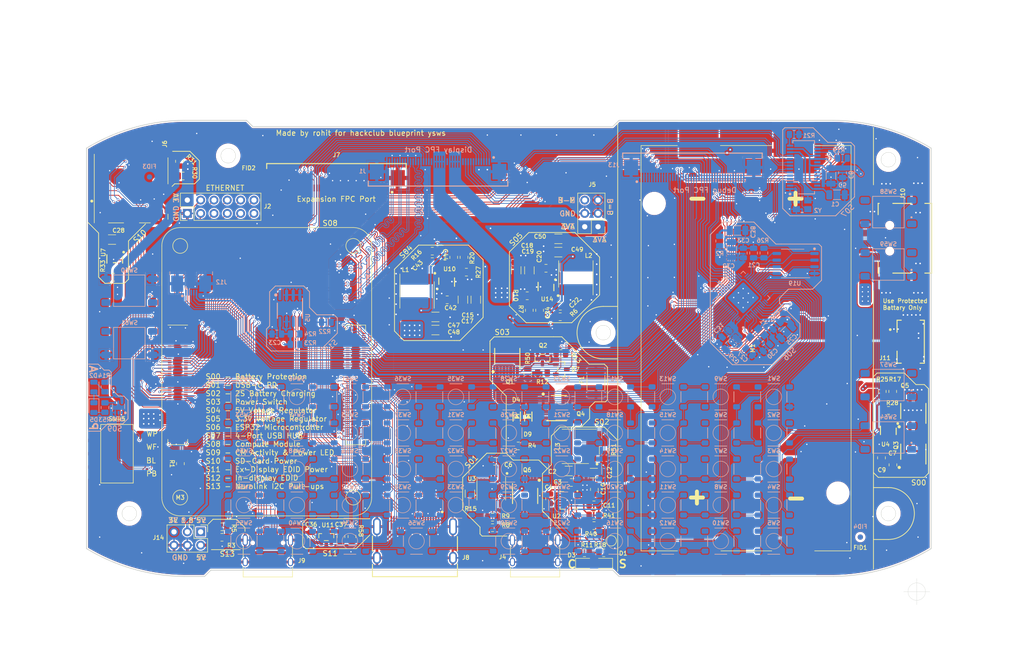
<source format=kicad_pcb>
(kicad_pcb (version 20241229) (generator "pcbnew") (generator_version "9.0")
  (layers (0 "F.Cu" signal) (4 "In1.Cu" signal) (6 "In2.Cu" signal) (2 "B.Cu" signal) (13 "F.Paste" user) (15 "B.Paste" user) (5 "F.SilkS" user "F.Silkscreen") (7 "B.SilkS" user "B.Silkscreen") (1 "F.Mask" user) (3 "B.Mask" user) (25 "Edge.Cuts" user))
  (net 0 "")
  (net 1 "/nEXTRST")
  (net 2 "/PCIE_nRST")
  (net 3 "/PCIE_CLK_P")
  (net 4 "/PCIE_CLK_N")
  (net 5 "/PCIE_RX_N")
  (net 6 "/PCIE_RX_P")
  (net 7 "/GLOBAL_EN")
  (net 8 "/PCIE_CLK_nREQ")
  (net 9 "/PCIE_TX_N")
  (net 10 "/PCIE_TX_P")
  (net 11 "/SD_PWR")
  (net 12 "/HDMI_5v")
  (net 13 "/nRPIBOOT")
  (net 14 "/EEPROM_nWP")
  (net 15 "/WL_nDis")
  (net 16 "/BT_nDis")
  (net 17 "/RUN_PG")
  (net 18 "/GPIO2")
  (net 19 "/GPIO3")
  (net 20 "/GPIO4")
  (net 21 "/GPIO14")
  (net 22 "/GPIO15")
  (net 23 "/GPIO18")
  (net 24 "/GPIO10")
  (net 25 "/GPIO9")
  (net 26 "/GPIO11")
  (net 27 "/GPIO8")
  (net 28 "/GPIO12")
  (net 29 "/GPIO13")
  (net 30 "/GPIO19")
  (net 31 "/GPIO20")
  (net 32 "/SD_DAT1")
  (net 33 "/SD_DAT0")
  (net 34 "/SD_CLK")
  (net 35 "/SD_CMD")
  (net 36 "/SD_DAT3")
  (net 37 "/SD_DAT2")
  (net 38 "/HDMI0_HOTPLUG")
  (net 39 "/HDMI0_SDA")
  (net 40 "/HDMI0_SCL")
  (net 41 "/HDMI0_CEC")
  (net 42 "/HDMI0_CK_N")
  (net 43 "/HDMI0_CK_P")
  (net 44 "/HDMI0_D0_N")
  (net 45 "/HDMI0_D0_P")
  (net 46 "/HDMI0_D1_N")
  (net 47 "/HDMI0_D1_P")
  (net 48 "/HDMI0_D2_N")
  (net 49 "/HDMI0_D2_P")
  (net 50 "/ETH_LEDY")
  (net 51 "/ETH_LEDG")
  (net 52 "/SD_PWR_ON")
  (net 53 "/Reserved")
  (net 54 "/GPIO_VREF")
  (net 57 "/+1.8v")
  (net 58 "/PWR_LED")
  (net 59 "/USBOTG_ID")
  (net 60 "/USB2_N")
  (net 61 "/USB2_P")
  (net 62 "+5V")
  (net 63 "+3.3VA")
  (net 64 "VDD_SPI")
  (net 65 "XTAL_P")
  (net 66 "VBUS")
  (net 70 "Net-(SW13-Pad3)")
  (net 71 "Net-(SW3-Pad2)")
  (net 72 "Net-(SW4-Pad2)")
  (net 73 "Net-(SW11-Pad2)")
  (net 74 "Net-(SW14-Pad2)")
  (net 75 "Net-(SW21-Pad2)")
  (net 76 "Net-(SW22-Pad2)")
  (net 77 "Net-(SW25-Pad2)")
  (net 78 "Net-(SW26-Pad2)")
  (net 79 "Net-(SW27-Pad2)")
  (net 80 "Net-(SW29-Pad2)")
  (net 81 "Net-(SW30-Pad2)")
  (net 82 "Net-(U2-VCC)")
  (net 83 "Net-(D5-PadC)")
  (net 84 "Net-(U4-VDD)")
  (net 85 "Net-(SW33-Pad2)")
  (net 86 "BRIGTNESS_LCD")
  (net 87 "/HDMI1_CK_N")
  (net 88 "/HDMI1_CK_P")
  (net 89 "/HDMI1_D0_N")
  (net 90 "/HDMI1_D0_P")
  (net 91 "/HDMI1_D1_N")
  (net 92 "/HDMI1_D1_P")
  (net 93 "/HDMI1_D2_N")
  (net 94 "/HDMI1_D2_P")
  (net 95 "/HDMI1_SCL")
  (net 96 "/HDMI1_SDA")
  (net 97 "Net-(SW38-Pad2)")
  (net 98 "Net-(SW39-Pad2)")
  (net 99 "Net-(SW42-Pad2)")
  (net 100 "Net-(SW44-Pad2)")
  (net 101 "Net-(SW47-Pad2)")
  (net 102 "Net-(SW49-Pad2)")
  (net 103 "Net-(SW16-Pad2)")
  (net 104 "Net-(SW19-Pad2)")
  (net 105 "Net-(SW20-Pad2)")
  (net 106 "Net-(SW24-Pad2)")
  (net 107 "Net-(SW31-Pad2)")
  (net 108 "Net-(SW32-Pad2)")
  (net 109 "Net-(SW17-Pad4)")
  (net 110 "Net-(SW37-Pad2)")
  (net 111 "Net-(SW40-Pad2)")
  (net 112 "Net-(SW43-Pad2)")
  (net 113 "Net-(SW48-Pad2)")
  (net 114 "1")
  (net 115 "2")
  (net 116 "3")
  (net 117 "4")
  (net 118 "5")
  (net 119 "6")
  (net 120 "7")
  (net 121 "8")
  (net 122 "9")
  (net 123 "10")
  (net 124 "11")
  (net 125 "~{RESET}")
  (net 126 "BOOT0")
  (net 140 "Net-(SW34-Pad3)")
  (net 141 "Net-(SW42-Pad4)")
  (net 143 "Net-(SW52-Pad4)")
  (net 144 "Net-(SW23-Pad4)")
  (net 145 "Net-(U2-BST)")
  (net 146 "/HDMI1_HOTPLUG")
  (net 147 "VA")
  (net 148 "BUT")
  (net 149 "HA")
  (net 150 "POWER_BUTTON")
  (net 151 "POWER_MAIN")
  (net 153 "12")
  (net 156 "LDR")
  (net 157 "Net-(SW15-Pad2)")
  (net 158 "Net-(SW18-Pad2)")
  (net 159 "Net-(SW4-Pad1)")
  (net 160 "Net-(SW5-Pad1)")
  (net 161 "E")
  (net 162 "B")
  (net 163 "C")
  (net 164 "D")
  (net 165 "A")
  (net 166 "Net-(SW12-Pad2)")
  (net 167 "Net-(D2-PadC)")
  (net 168 "Net-(R53-Pad2)")
  (net 169 "/fb_3.3")
  (net 170 "/sw5v")
  (net 171 "/sw3.3v")
  (net 172 "+12V")
  (net 173 "Net-(U2-TMR)")
  (net 174 "Net-(U14-BOOT)")
  (net 175 "Net-(U10-BOOT)")
  (net 176 "XTAL_N")
  (net 177 "SPICS0")
  (net 178 "4D-")
  (net 179 "4D+")
  (net 180 "SPIHD")
  (net 181 "Net-(D7-A1)")
  (net 189 "Net-(SW2-Pad1)")
  (net 193 "SPIWP")
  (net 194 "SPICLK")
  (net 195 "SPIQ")
  (net 196 "SPID")
  (net 197 "Net-(SW3-Pad1)")
  (net 198 "/Activity_LED")
  (net 200 "CC1")
  (net 201 "CC2")
  (net 202 "VBUS_EN")
  (net 211 "/fb_5")
  (net 212 "BAT_mid")
  (net 221 "GND")
  (net 222 "Power_Out")
  (net 223 "Net-(SW34-Pad1)")
  (net 224 "/GPIO7")
  (net 227 "Net-(SW34-Pad2)")
  (net 228 "3D-")
  (net 229 "3D+")
  (net 234 "Net-(SW28-Pad4)")
  (net 236 "Net-(SW58-Pad3)")
  (net 260 "Net-(Q2-B)")
  (net 261 "Net-(U14-EN)")
  (net 262 "Net-(U3-SEL)")
  (net 263 "Net-(U10-EN)")
  (net 264 "2D-")
  (net 265 "Net-(J6-DET_A)")
  (net 266 "Net-(J6-DET_B)")
  (net 267 "2D+")
  (net 268 "1D-")
  (net 269 "1D+")
  (net 284 "/GPIO16")
  (net 289 "+3.3V")
  (net 290 "/HDMI1_CEC")
  (net 292 "Net-(D1-PadA)")
  (net 293 "/ACOK")
  (net 294 "Net-(D3-PadA)")
  (net 295 "Net-(U2-*CHGOK)")
  (net 296 "Thermistor 2")
  (net 299 "/Charger_SW_Out")
  (net 300 "Net-(SW22-Pad4)")
  (net 302 "/ETH_0_P")
  (net 303 "/ETH_0_N")
  (net 304 "/ETH_1_N")
  (net 305 "/ETH_1_P")
  (net 306 "/ETH_2_P")
  (net 307 "/ETH_2_N")
  (net 308 "/ETH_3_P")
  (net 309 "/ETH_3_N")
  (net 310 "Net-(SW10-Pad2)")
  (net 311 "Net-(SW15-Pad1)")
  (net 312 "POWER_BUTTON_DETECT")
  (net 316 "unconnected-(SW59-Pad3)")
  (net 317 "unconnected-(SW57-Pad1)")
  (net 318 "Net-(SW13-Pad4)")
  (net 319 "Net-(SW35-Pad4)")
  (net 320 "SDA-ESP")
  (net 321 "SCL-ESP")
  (net 322 "RX-ESP")
  (net 323 "TX-ESP")
  (net 325 "/GPIO25")
  (net 326 "/GPIO24")
  (net 330 "/GPIO21")
  (net 331 "Net-(U1-VD18)")
  (net 332 "Net-(U1-REXT)")
  (net 333 "Net-(U1-XOUT)")
  (net 334 "Net-(U1-XIN)")
  (net 343 "POWER")
  (net 344 "/GPIO27")
  (net 345 "/GPIO17")
  (net 352 "/GPIO26")
  (net 353 "/GPIO6")
  (net 354 "Net-(SW36-Pad4)")
  (net 355 "Net-(SW41-Pad4)")
  (net 357 "Net-(SW46-Pad4)")
  (net 360 "Net-(SW51-Pad2)")
  (net 361 "Net-(SW53-Pad3)")
  (net 363 "Net-(SW26-Pad4)")
  (net 364 "Net-(SW21-Pad4)")
  (net 365 "Net-(SW21-Pad3)")
  (net 366 "Net-(SW26-Pad3)")
  (net 367 "Net-(SW31-Pad4)")
  (net 368 "Net-(SW36-Pad1)")
  (net 369 "Net-(SW37-Pad4)")
  (net 370 "Net-(SW46-Pad1)")
  (net 371 "Net-(SW47-Pad4)")
  (net 374 "Net-(SW31-Pad3)")
  (net 375 "Net-(SW32-Pad4)")
  (net 377 "unconnected-(SW39-Pad3)")
  (net 378 "Net-(SW41-Pad2)")
  (net 379 "Net-(SW43-Pad3)")
  (net 380 "Net-(SW18-Pad4)")
  (net 381 "Net-(SW17-Pad1)")
  (net 383 "Net-(SW11-Pad3)")
  (net 384 "Net-(SW11-Pad4)")
  (net 385 "Net-(SW3-Pad3)")
  (net 386 "Net-(SW4-Pad4)")
  (net 387 "+VDC")
  (net 389 "Net-(U2-SW)")
  (net 390 "Net-(U4-VBL)")
  (net 391 "Net-(U4-DOUT)")
  (net 392 "Net-(Q3-Pad5)")
  (net 393 "Net-(U4-COUT)")
  (net 394 "Net-(U4-V-)")
  (net 395 "-BATT")
  (net 396 "+BATT")
  (footprint "mutantCybernetics:Resistor-0805" (layer "F.Cu") (at 157.66 103.49 90)
    (property "Reference" "R7")
    (property "Value" "33.2K")
  )
  (footprint "mutantCybernetics:SOP-8" (layer "F.Cu") (at 230.85 123.15 90)
    (property "Reference" "Q5")
    (property "Value" "MOSFET-N")
  )
  (footprint "mutantCybernetics:Capacitor-0805" (layer "F.Cu") (at 116.09 146.75 90)
    (property "Reference" "C36")
    (property "Value" "0.1uF")
  )
  (footprint "mutantCybernetics:Diode-SOD-123" (layer "F.Cu") (at 155.25 123.75 -90)
    (property "Reference" "D4")
    (property "Value" "MBR0540T3G")
  )
  (footprint "mutantCybernetics:Capacitor-0805" (layer "F.Cu") (at 142 101.485 180)
    (property "Reference" "C42")
    (property "Value" "0.1uF")
  )
  (footprint "mutantCybernetics:SOT-23-3" (layer "F.Cu") (at 118.95 146.75)
    (property "Reference" "U11")
    (property "Value" "RT9742SNGV")
  )
  (footprint "mutantCybernetics:SOP-8" (layer "F.Cu") (at 230.85 130.91 90)
    (property "Reference" "Q3")
    (property "Value" "MOSFET-N")
  )
  (footprint "mutantCybernetics:Resistor-1206" (layer "F.Cu") (at 146.33 138.47 -90)
    (property "Reference" "R15")
    (property "Value" "5.1k")
  )
  (footprint "mutantCybernetics:Resistor-0805" (layer "F.Cu") (at 123.85 146.65 90)
    (property "Reference" "R58")
    (property "Value" "10k")
  )
  (footprint "mutantCybernetics:MountingHole-M2.5-D2.7mm" (layer "F.Cu") (at 226.1 74.75)
    (property "Reference" "H1" (hide yes))
    (property "Value" "MountingHole_Pad" (hide yes))
  )
  (footprint "mutantCybernetics:LED-0805" (layer "F.Cu") (at 171.84 151.76)
    (property "Reference" "D1")
    (property "Value" "LED")
  )
  (footprint "mutantCybernetics:FPC-40-0.5mm-horizontal" (layer "F.Cu") (at 120.89 77.75 180)
    (property "Reference" "J7")
    (property "Value" "CF20401D0R0-NH")
  )
  (footprint "mutantCybernetics:Resistor-0805" (layer "F.Cu") (at 150.65 144.95 180)
    (property "Reference" "R8")
    (property "Value" "5.1k")
  )
  (footprint "mutantCybernetics:USB_C-Female-(16-Pin)" (layer "F.Cu") (at 158.75 146.45)
    (property "Reference" "J4")
    (property "Value" "12402012E212A")
  )
  (footprint "Connector_PinHeader_2.54mm:PinHeader_2x03_P2.54mm_Vertical" (layer "F.Cu") (at 95 145.75 -90)
    (property "Reference" "J14")
    (property "Value" "Conn_02x03-(RS2-06-G)")
  )
  (footprint "mutantCybernetics:Resistor-0805" (layer "F.Cu") (at 155.55 129.35 180)
    (property "Reference" "R4")
    (property "Value" "10k")
  )
  (footprint "mutantCybernetics:Resistor-0805" (layer "F.Cu") (at 99.05 146.8)
    (property "Reference" "R3")
    (property "Value" "10k")
  )
  (footprint "mutantCybernetics:LED-0805" (layer "F.Cu") (at 168.164214 151.76005 180)
    (property "Reference" "D3")
    (property "Value" "LED")
  )
  (footprint "mutantCybernetics:Capacitor-1206" (layer "F.Cu") (at 169.95 134.55)
    (property "Reference" "C12")
    (property "Value" "22uF")
  )
  (footprint "mutantCybernetics:Resistor-1206" (layer "F.Cu") (at 171.9095 130.2343 90)
    (property "Reference" "R51")
    (property "Value" "50mR")
  )
  (footprint "mutantCybernetics:Inductor-6.0x6.0xH4.5" (layer "F.Cu") (at 166.528 97.29 90)
    (property "Reference" "L2")
    (property "Value" "10uH-(74404064100)")
  )
  (footprint "mutantCybernetics:Resistor-0805" (layer "F.Cu") (at 163.55 104.7 180)
    (property "Reference" "R6")
    (property "Value" "100k")
  )
  (footprint "mutantCybernetics:USB_A-horizontal-SMD-3" (layer "F.Cu") (at 229.25 89.74 90)
    (property "Reference" "J10")
    (property "Value" "629104190121")
  )
  (footprint "mutantCybernetics:Capacitor-1206" (layer "F.Cu") (at 157.669001 95.865799 -90)
    (property "Reference" "C19")
    (property "Value" "10uF")
  )
  (footprint "mutantCybernetics:Resistor-0805" (layer "F.Cu") (at 150.65 142.95 180)
    (property "Reference" "R9")
    (property "Value" "5.1k")
  )
  (footprint "mutantCybernetics:Resistor-0805" (layer "F.Cu") (at 91.65 77.85 180)
    (property "Reference" "R30")
    (property "Value" "220R")
  )
  (footprint "Fiducial:Fiducial_1mm_Mask2mm" (layer "F.Cu") (at 220.75 146.75 180)
    (property "Reference" "FID1")
    (property "Value" "Fiducial")
  )
  (footprint "mutantCybernetics:Capacitor-0805" (layer "F.Cu") (at 139.16 94.21 180)
    (property "Reference" "C43")
    (property "Value" "0.1uF")
  )
  (footprint "mutantCybernetics:Capacitor-1206" (layer "F.Cu") (at 147.45 101.46 90)
    (property "Reference" "C15")
    (property "Value" "10uF")
  )
  (footprint "mutantCybernetics:QFN-16 (3x3-MP2615)" (layer "F.Cu") (at 165.176601 139.7447 -90)
    (property "Reference" "U2")
    (property "Value" "MP2615CGQ-Z-(QFN-16)")
  )
  (footprint "mutantCybernetics:SOT-23-5" (layer "F.Cu") (at 78.6225 93.69 -90)
    (property "Reference" "U7")
    (property "Value" "RT9742GGJ5")
  )
  (footprint "mutantCybernetics:JST-PH2-Vertical" (layer "F.Cu") (at 230.35 109.4727 90)
    (property "Reference" "J11")
    (property "Value" "B2B-PH-SM4-TB")
  )
  (footprint "mutantCybernetics:Capacitor-1206" (layer "F.Cu") (at 163.188 89.85)
    (property "Reference" "C50")
    (property "Value" "22uF")
  )
  (footprint "mutantCybernetics:Resistor-0805" (layer "F.Cu") (at 145.194797 93.37 -90)
    (property "Reference" "R20")
    (property "Value" "56.2k")
  )
  (footprint "mutantCybernetics:MountingHole-M2.5-D2.7mm" (layer "F.Cu") (at 171.75 107.75)
    (property "Reference" "H4" (hide yes))
    (property "Value" "MountingHole_Pad" (hide yes))
  )
  (footprint "mutantCybernetics:Capacitor-0805" (layer "F.Cu") (at 159.61 103.48 -90)
    (property "Reference" "C24")
    (property "Value" "100pF")
  )
  (footprint "mutantCybernetics:Fuse-1812" (layer "F.Cu") (at 170.35 117.3 90)
    (property "Reference" "F1")
    (property "Value" "0ZCG0260BF2B")
  )
  (footprint "mutantCybernetics:Resistor-0805" (layer "F.Cu") (at 99.05 144.8)
    (property "Reference" "R5")
    (property "Value" "10k")
  )
  (footprint "mutantCybernetics:Capacitor-0805" (layer "F.Cu") (at 169.972001 140.6 180)
    (property "Reference" "C11")
    (property "Value" "1uF")
  )
  (footprint "Fiducial:Fiducial_1mm_Mask2mm" (layer "F.Cu") (at 104.15 78.35)
    (property "Reference" "FID2")
    (property "Value" "Fiducial")
  )
  (footprint "mutantCybernetics:TestPoint-Pad_D1.5mm" (layer "F.Cu") (at 173.25 147.45)
    (property "Reference" "TP16" (hide yes))
    (property "Value" "THERM")
  )
  (footprint "mutantCybernetics:SOT-23-6" (layer "F.Cu") (at 226.08525 126.3898 -90)
    (property "Reference" "U4")
    (property "Value" "MM3220/S8252-(SOT-23-6)")
  )
  (footprint "mutantCybernetics:Resistor-0805" (layer "F.Cu") (at 145.644797 96.22)
    (property "Reference" "R27")
    (property "Value" "10k")
  )
  (footprint "mutantCybernetics:SD-Micro-Push-Push(MOLEX_503398-1892)" (layer "F.Cu") (at 81.745 80.255 90)
    (property "Reference" "J6")
    (property "Value" "Micro_SD_Card_Det")
  )
  (footprint "mutantCybernetics:Resistor-0805" (layer "F.Cu") (at 163.65 111.75)
    (property "Reference" "R13")
    (property "Value" "220R")
  )
  (footprint "mutantCybernetics:Switch-6.2X4-DIP(DS04-254-2-04BK)" (layer "F.Cu") (at 79.05 130.85)
    (property "Reference" "SW45")
    (property "Value" "Switch-6.2X4-DIP(DS04-254-2-04BK)" (hide yes))
  )
  (footprint "mutantCybernetics:Resistor-0805" (layer "F.Cu") (at 168.15 149.75)
    (property "Reference" "R11")
    (property "Value" "1k")
  )
  (footprint "mutantCybernetics:Capacitor-0805" (layer "F.Cu") (at 165.6595 136.334301 180)
    (property "Reference" "C3")
    (property "Value" "1uF")
  )
  (footprint "mutantCybernetics:SOT-23-3" (layer "F.Cu") (at 163.75 114.75 -90)
    (property "Reference" "D7")
    (property "Value" "BAT54C-(SOT23)")
  )
  (footprint "mutantCybernetics:Resistor-0805" (layer "F.Cu") (at 226.915 118.9502 -90)
    (property "Reference" "R17")
    (property "Value" "330R")
  )
  (footprint "mutantCybernetics:Capacitor-0805" (layer "F.Cu") (at 170.05 137.65 90)
    (property "Reference" "C10")
    (property "Value" "0.1uF")
  )
  (footprint "mutantCybernetics:Resistor-0805" (layer "F.Cu") (at 78.39 97.17 180)
    (property "Reference" "R33")
    (property "Value" "100k")
  )
  (footprint "mutantCybernetics:Resistor-0805" (layer "F.Cu") (at 91.15 132.75 90)
    (property "Reference" "R1")
    (property "Value" "2.2k")
  )
  (footprint "mutantCybernetics:Capacitor-1206" (layer "F.Cu") (at 78.107 89.99)
    (property "Reference" "C28")
    (property "Value" "10uF")
  )
  (footprint "mutantCybernetics:Capacitor-0805" (layer "F.Cu") (at 160.828 95.465799)
    (property "Reference" "C20")
    (property "Value" "0.1uF")
  )
  (footprint "mutantCybernetics:Resistor-0805" (layer "F.Cu") (at 160.15 115.45)
    (property "Reference" "R12")
    (property "Value" "10k")
  )
  (footprint "mutantCybernetics:Capacitor-1206" (layer "F.Cu") (at 165.1595 134.1343 180)
    (property "Reference" "C2")
    (property "Value" "22uF")
  )
  (footprint "mutantCybernetics:Resistor-0805" (layer "F.Cu") (at 224.915 118.9502 -90)
    (property "Reference" "R25")
    (property "Value" "330R")
  )
  (footprint "mutantCybernetics:Capacitor-0805" (layer "F.Cu") (at 226.97 132.97 90)
    (property "Reference" "C7")
    (property "Value" "0.1uF")
  )
  (footprint "mutantCybernetics:SOP-8" (layer "F.Cu") (at 162.85 122.15)
    (property "Reference" "Q4")
    (property "Value" "DMP3037LSS-13")
  )
  (footprint "mutantCybernetics:Resistor-0805" (layer "F.Cu") (at 157.26 100.71 180)
    (property "Reference" "R10")
    (property "Value" "10k")
  )
  (footprint "mutantCybernetics:Resistor-0805" (layer "F.Cu") (at 170 144.55 180)
    (property "Reference" "R40")
    (property "Value" "10k")
  )
  (footprint "mutantCybernetics:Inductor-6.0x6.0xH4.5" (layer "F.Cu") (at 167.1595 129.4343 180)
    (property "Reference" "L3")
    (property "Value" "6.8uH-(74404064068)")
  )
  (footprint "mutantCybernetics:SOP-8" (layer "F.Cu") (at 153.45 112.65 90)
    (property "Reference" "Q1")
    (property "Value" "DMP3037LSS-13")
  )
  (footprint "mutantCybernetics:SOT-23-3" (layer "F.Cu") (at 160.15 112.55 180)
    (property "Reference" "Q2")
    (property "Value" "BCW66HVL-(2N2222)")
  )
  (footprint "mutantCybernetics:Capacitor-0805" (layer "F.Cu") (at 224.78025 131.63 90)
    (property "Reference" "C9")
    (property "Value" "0.1uF")
  )
  (footprint "mutantCybernetics:Resistor-0805" (layer "F.Cu") (at 139.144797 92.21)
    (property "Reference" "R16")
    (property "Value" "100k")
  )
  (footprint "mutantCybernetics:Module-ComputeModule4-CM4" (layer "F.Cu") (at 91.1 139.2)
    (property "Reference" "M3")
    (property "Value" "DF40C-100DS-0.4V(51)")
  )
  (footprint "mutantCybernetics:Capacitor-1206" (layer "F.Cu") (at 163.178 92.39)
    (property "Reference" "C49")
    (property "Value" "22uF")
  )
  (footprint "mutantCybernetics:SOP-8" (layer "F.Cu") (at 156.85 138.45 -90)
    (property "Reference" "Q6")
    (property "Value" "AOSP36326C")
  )
  (footprint "mutantCybernetics:Capacitor-1206" (layer "F.Cu") (at 139.75 104.75 180)
    (property "Reference" "C47")
    (property "Value" "22uF")
  )
  (footprint "mutantCybernetics:Capacitor-1206" (layer "F.Cu") (at 144.994797 101.46 90)
    (property "Reference" "C17")
    (property "Value" "10uF")
  )
  (footprint "mutantCybernetics:HDMI(EDAC 690-019-298-412)" (layer "F.Cu") (at 135.85 144.75)
    (property "Reference" "J8")
    (property "Value" "HDMI_A-(2086581051)")
  )
  (footprint "Connector_PinHeader_2.54mm:PinHeader_2x06_P2.54mm_Vertical" (layer "F.Cu") (at 92.46 85 90)
    (property "Reference" "J2")
    (property "Value" "Conn_02x06-(RS2-12-G)")
  )
  (footprint "mutantCybernetics:MountingHole-M2.5-D2.7mm" (layer "F.Cu") (at 81.4 142.25)
    (property "Reference" "H5" (hide yes))
    (property "Value" "MountingHole_Pad" (hide yes))
  )
  (footprint "mutantCybernetics:Resistor-0805" (layer "F.Cu") (at 90.95 75.05 -90)
    (property "Reference" "R31")
    (property "Value" "220R")
  )
  (footprint "mutantCybernetics:Resistor-0805" (layer "F.Cu") (at 169.959501 142.6)
    (property "Reference" "R41")
    (property "Value" "10k")
  )
  (footprint "mutantCybernetics:Resistor-0805" (layer "F.Cu") (at 226.1076 122.5902)
    (property "Reference" "R28")
    (property "Value" "2.2k")
  )
  (footprint "mutantCybernetics:Capacitor-0805" (layer "F.Cu") (at 121.75 146.65 90)
    (property "Reference" "C37")
    (property "Value" "0.1uF")
  )
  (footprint "mutantCybernetics:Diode-SOD-123" (layer "F.Cu") (at 157.45 123.75 -90)
    (property "Reference" "D9")
    (property "Value" "MBR0540T3G")
  )
  (footprint "mutantCybernetics:Capacitor-0805" (layer "F.Cu") (at 161.5095 139.4343 90)
    (property "Reference" "C4")
    (property "Value" "1uF")
  )
  (footprint "mutantCybernetics:SOT-23-6" (layer "F.Cu") (at 141.894797 98.11 90)
    (property "Reference" "U10")
    (property "Value" "AP62300TWU-7-(SOT-23-6)")
  )
  (footprint "mutantCybernetics:Battery_holder-18650x2(keystone-PN1048)" (layer "F.Cu") (at 198.97 110.72 90)
    (property "Reference" "M1")
    (property "Value" "keystone-PN1048")
  )
  (footprint "mutantCybernetics:MountingHole-M2.5-D2.7mm" (layer "F.Cu") (at 226.1 142.25)
    (property "Reference" "H3" (hide yes))
    (property "Value" "MountingHole_Pad" (hide yes))
  )
  (footprint "mutantCybernetics:MountingHole-M2.5-D2.7mm" (layer "F.Cu") (at 100.25 74)
    (property "Reference" "H2" (hide yes))
    (property "Value" "MountingHole_Pad" (hide yes))
  )
  (footprint "mutantCybernetics:Inductor-6.0x6.0xH4.5" (layer "F.Cu") (at 136.25 99.819 -90)
    (property "Reference" "L1")
    (property "Value" "10uH-(74404064100)")
  )
  (footprint "mutantCybernetics:Capacitor-1206" (layer "F.Cu") (at 155.15 95.85 -90)
    (property "Reference" "C18")
    (property "Value" "10uF")
  )
  (footprint "mutantCybernetics:Resistor-0805" (layer "F.Cu") (at 171.85 149.73 180)
    (property "Reference" "R18")
    (property "Value" "1k")
  )
  (footprint "Connector_PinHeader_2.54mm:PinHeader_2x03_P2.54mm_Vertical" (layer "F.Cu") (at 170.75 87.54 180)
    (property "Reference" "J5")
    (property "Value" "Conn_02x03-(RS2-06-G)")
  )
  (footprint "mutantCybernetics:Capacitor-0805" (layer "F.Cu") (at 143.244797 93.38 90)
    (property "Reference" "C44")
    (property "Value" "100pF")
  )
  (footprint "mutantCybernetics:Resistor-0805" (layer "F.Cu") (at 157.35 115.55 -90)
    (property "Reference" "R50")
    (property "Value" "10k")
  )
  (footprint "mutantCybernetics:SOT-23-6" (layer "F.Cu") (at 160.828 98.95 -90)
    (property "Reference" "U14")
    (property "Value" "AP62300TWU-7-(SOT-23-6)")
  )
  (footprint "mutantCybernetics:USB_C-Female-(16-Pin)" (layer "F.Cu") (at 107.81 146.45)
    (property "Reference" "J9")
    (property "Value" "12402012E212A")
  )
  (footprint "mutantCybernetics:TSSOP-16" (layer "F.Cu") (at 150.4 137.5 -90)
    (property "Reference" "U3")
    (property "Value" "IP2721-(TSSOP-16)")
  )
  (footprint "mutantCybernetics:Capacitor-0805" (layer "F.Cu") (at 151.08 132.29)
    (property "Reference" "C6")
    (property "Value" "1uF")
  )
  (footprint "mutantCybernetics:Capacitor-1206" (layer "F.Cu") (at 139.75 107.25 180)
    (property "Reference" "C48")
    (property "Value" "22uF")
  )
  (footprint "mutantCybernetics:Capacitor-0805" (layer "F.Cu") (at 163.55 102.7)
    (property "Reference" "C22")
    (property "Value" "0.1uF")
  )
  (footprint "mutantCybernetics:Resistor-0805" (layer "B.Cu") (at 113.017349 107.9976 180)
    (property "Reference" "R24")
    (property "Value" "100k")
  )
  (footprint "mutantCybernetics:LED-0805" (layer "B.Cu") (at 74.65 122.05 90)
    (property "Reference" "D5")
    (property "Value" "LED")
  )
  (footprint "mutantCybernetics:SOIC-8-208mil" (layer "B.Cu") (at 208.413527 94.55 180)
    (property "Reference" "U19")
    (property "Value" "W25Q128JVS")
  )
  (footprint "mutantCybernetics:Switch-4x4x1.5-(PTS526)" (layer "B.Cu") (at 123.45 147.52 180)
    (property "Reference" "SW34")
    (property "Value" "PTS526 SK15 SMTR2 LFS-(C&K)" (hide yes))
  )
  (footprint "mutantCybernetics:Switch-4x4x1.5-(PTS526)" (layer "B.Cu") (at 113.35 147.52 180)
    (property "Reference" "SW40")
    (property "Value" "PTS526 SK15 SMTR2 LFS-(C&K)" (hide yes))
  )
  (footprint "mutantCybernetics:Capacitor-0805" (layer "B.Cu") (at 198.43 92.55 -90)
    (property "Reference" "C33")
    (property "Value" "0.1uF")
  )
  (footprint "mutantCybernetics:Switch-4x4x1.5-(PTS526)" (layer "B.Cu") (at 103.25 133.76 180)
    (property "Reference" "SW54")
    (property "Value" "PTS526 SK15 SMTR2 LFS-(C&K)" (hide yes))
  )
  (footprint "mutantCybernetics:Switch-4x4x1.5-(PTS526)" (layer "B.Cu") (at 163.85 133.76 180)
    (property "Reference" "SW22")
    (property "Value" "PTS526 SK15 SMTR2 LFS-(C&K)" (hide yes))
  )
  (footprint "mutantCybernetics:Switch-4x4x1.5-(PTS526)" (layer "B.Cu") (at 113.35 133.76 180)
    (property "Reference" "SW48")
    (property "Value" "PTS526 SK15 SMTR2 LFS-(C&K)" (hide yes))
  )
  (footprint "mutantCybernetics:FPC-5-0.5mm-horizontal" (layer "B.Cu") (at 93.2 98.75)
    (property "Reference" "J12")
    (property "Value" "SFV5R-2STBE1HLF")
  )
  (footprint "mutantCybernetics:Switch-4x4x1.5-(PTS526)" (layer "B.Cu") (at 143.65 126.88 180)
    (property "Reference" "SW31")
    (property "Value" "PTS526 SK15 SMTR2 LFS-(C&K)" (hide yes))
  )
  (footprint "mutantCybernetics:Switch-4x4x1.5-(PTS526)" (layer "B.Cu") (at 194.15 126.88 180)
    (property "Reference" "SW6")
    (property "Value" "PTS526 SK15 SMTR2 LFS-(C&K)" (hide yes))
  )
  (footprint "mutantCybernetics:Switch-4x4x1.5-(PTS526)" (layer "B.Cu") (at 103.25 147.52 180)
    (property "Reference" "SW55")
    (property "Value" "PTS526 SK15 SMTR2 LFS-(C&K)" (hide yes))
  )
  (footprint "mutantCybernetics:Crystal-3225-SMD" (layer "B.Cu") (at 209.65 83.35)
    (property "Reference" "Y2")
    (property "Value" "12MHz-(RH100-12.000-12-1010-X-TR-NS2)")
  )
  (footprint "mutantCybernetics:Switch-4x4x1.5-(PTS526)" (layer "B.Cu") (at 153.75 120 180)
    (property "Reference" "SW28")
    (property "Value" "PTS526 SK15 SMTR2 LFS-(C&K)" (hide yes))
  )
  (footprint "mutantCybernetics:Capacitor-1206" (layer "B.Cu") (at 216.3 81.45)
    (property "Reference" "C1")
    (property "Value" "10uF")
  )
  (footprint "mutantCybernetics:Switch-6x6xXX-Extend" (layer "B.Cu") (at 226.1 84.75 180)
    (property "Reference" "SW58")
    (property "Value" "TS04-66-85-BK-160-SMT")
  )
  (footprint "mutantCybernetics:Switch-4x4x1.5-(PTS526)" (layer "B.Cu") (at 173.95 133.76 180)
    (property "Reference" "SW19")
    (property "Value" "PTS526 SK15 SMTR2 LFS-(C&K)" (hide yes))
  )
  (footprint "mutantCybernetics:Resistor-0805" (layer "B.Cu") (at 76.75 122.05 90)
    (property "Reference" "R53")
    (property "Value" "1k")
  )
  (footprint "mutantCybernetics:Switch-4x4x1.5-(PTS526)" (layer "B.Cu") (at 184.05 133.76 180)
    (property "Reference" "SW14")
    (property "Value" "PTS526 SK15 SMTR2 LFS-(C&K)" (hide yes))
  )
  (footprint "mutantCybernetics:Switch-4x4x1.5-(PTS526)" (layer "B.Cu") (at 184.05 120 180)
    (property "Reference" "SW13")
    (property "Value" "PTS526 SK15 SMTR2 LFS-(C&K)" (hide yes))
  )
  (footprint "mutantCybernetics:Switch-6x6xXX-Extend" (layer "B.Cu") (at 226.1 127.75 180)
    (property "Reference" "SW64")
    (property "Value" "TS04-66-85-BK-160-SMT")
  )
  (footprint "mutantCybernetics:Switch-4x4x1.5-(PTS526)" (layer "B.Cu") (at 163.85 147.52 180)
    (property "Reference" "SW25")
    (property "Value" "PTS526 SK15 SMTR2 LFS-(C&K)" (hide yes))
  )
  (footprint "mutantCybernetics:Switch-4x4x1.5-(PTS526)" (layer "B.Cu") (at 173.95 147.52 180)
    (property "Reference" "SW16")
    (property "Value" "PTS526 SK15 SMTR2 LFS-(C&K)" (hide yes))
  )
  (footprint "mutantCybernetics:SSOP-28 (3.9x9.9x0.635)" (layer "B.Cu") (at 209.95 76.2)
    (property "Reference" "U1")
    (property "Value" "FE1.1S-BSOP28BCN")
  )
  (footprint "mutantCybernetics:Resistor-0805" (layer "B.Cu") (at 193.95 90.25 -90)
    (property "Reference" "R2")
    (property "Value" "10k")
  )
  (footprint "mutantCybernetics:Switch-6x6xXX-Extend" (layer "B.Cu") (at 81.4 99.75 180)
    (property "Reference" "SW60")
    (property "Value" "TS04-66-85-BK-160-SMT")
  )
  (footprint "mutantCybernetics:Switch-4x4x1.5-(PTS526)" (layer "B.Cu") (at 103.25 120 180)
    (property "Reference" "SW51")
    (property "Value" "PTS526 SK15 SMTR2 LFS-(C&K)" (hide yes))
  )
  (footprint "mutantCybernetics:Switch-4x4x1.5-(PTS526)" (layer "B.Cu") (at 204.25 147.52 180)
    (property "Reference" "SW5")
    (property "Value" "PTS526 SK15 SMTR2 LFS-(C&K)" (hide yes))
  )
  (footprint "mutantCybernetics:Switch-6x6xXX-Extend" (layer "B.Cu") (at 226.1 94.75 180)
    (property "Reference" "SW59")
    (property "Value" "TS04-66-85-BK-160-SMT")
  )
  (footprint "mutantCybernetics:Switch-4x4x1.5-(PTS526)" (layer "B.Cu") (at 194.15 120 180)
    (property "Reference" "SW9")
    (property "Value" "PTS526 SK15 SMTR2 LFS-(C&K)" (hide yes))
  )
  (footprint "mutantCybernetics:FPC-40-0.5mm-horizontal" (layer "B.Cu") (at 140.25 77.53 180)
    (property "Reference" "J1")
    (property "Value" "CF20401D0R0-NH")
  )
  (footprint "mutantCybernetics:Switch-4x4x1.5-(PTS526)" (layer "B.Cu") (at 204.25 120 180)
    (property "Reference" "SW1")
    (property "Value" "PTS526 SK15 SMTR2 LFS-(C&K)" (hide yes))
  )
  (footprint "mutantCybernetics:Resistor-0805" (layer "B.Cu") (at 217.35 74.45)
    (property "Reference" "R19")
    (property "Value" "100k")
  )
  (footprint "mutantCybernetics:Capacitor-1206" (layer "B.Cu") (at 215.15 77.85 -90)
    (property "Reference" "C5")
    (property "Value" "10uF")
  )
  (footprint "mutantCybernetics:Switch-4x4x1.5-(PTS526)" (layer "B.Cu") (at 204.25 140.64 180)
    (property "Reference" "SW4")
    (property "Value" "PTS526 SK15 SMTR2 LFS-(C&K)" (hide yes))
  )
  (footprint "mutantCybernetics:Capacitor-0805" (layer "B.Cu") (at 217.35 77.25 -90)
    (property "Reference" "C8")
    (property "Value" "0.1uF")
  )
  (footprint "mutantCybernetics:Capacitor-1206" (layer "B.Cu") (at 196.15 109.95 45)
    (property "Reference" "C29")
    (property "Value" "10uF")
  )
  (footprint "mutantCybernetics:Switch-4x4x1.5-(PTS526)" (layer "B.Cu") (at 184.05 140.64 180)
    (property "Reference" "SW11")
    (property "Value" "PTS526 SK15 SMTR2 LFS-(C&K)" (hide yes))
  )
  (footprint "mutantCybernetics:Switch-4x4x1.5-(PTS526)" (layer "B.Cu") (at 204.25 126.88 180)
    (property "Reference" "SW2")
    (property "Value" "PTS526 SK15 SMTR2 LFS-(C&K)" (hide yes))
  )
  (footprint "mutantCybernetics:Capacitor-0805" (layer "B.Cu") (at 204.75 106.45 45)
    (property "Reference" "C26")
    (property "Value" "0.1uF")
  )
  (footprint "mutantCybernetics:Capacitor-1206" (layer "B.Cu") (at 206.623527 107.69 45)
    (property "Reference" "C25")
    (property "Value" "10uF")
  )
  (footprint "mutantCybernetics:Capacitor-0805" (layer "B.Cu") (at 195.05 107.95 45)
    (property "Reference" "C31")
    (property "Value" "0.1uF")
  )
  (footprint "mutantCybernetics:Switch-4x4x1.5-(PTS526)" (layer "B.Cu") (at 113.35 120 180)
    (property "Reference" "SW46")
    (property "Value" "PTS526 SK15 SMTR2 LFS-(C&K)" (hide yes))
  )
  (footprint "mutantCybernetics:Switch-4x4x1.5-(PTS526)" (layer "B.Cu") (at 163.85 140.64 180)
    (property "Reference" "SW24")
    (property "Value" "PTS526 SK15 SMTR2 LFS-(C&K)" (hide yes))
  )
  (footprint "mutantCybernetics:Switch-4x4x1.5-(PTS526)" (layer "B.Cu") (at 143.65 120 180)
    (property "Reference" "SW35")
    (property "Value" "PTS526 SK15 SMTR2 LFS-(C&K)" (hide yes))
  )
  (footprint "mutantCybernetics:Resistor-0805" (layer "B.Cu") (at 208.15 69.95 180)
    (property "Reference" "R21")
    (property "Value" "2.7k")
  )
  (footprint "mutantCybernetics:Capacitor-1206" (layer "B.Cu") (at 197.35 88.25 180)
    (property "Reference" "C38")
    (property "Value" "10uF")
  )
  (footprint "mutantCybernetics:Switch-4x4x1.5-(PTS526)" (layer "B.Cu") (at 163.85 120 180)
    (property "Reference" "SW23")
    (property "Value" "PTS526 SK15 SMTR2 LFS-(C&K)" (hide yes))
  )
  (footprint "mutantCybernetics:Switch-4x4x1.5-(PTS526)" (layer "B.Cu") (at 173.95 120 180)
    (property "Reference" "SW17")
    (property "Value" "PTS526 SK15 SMTR2 LFS-(C&K)" (hide yes))
  )
  (footprint "mutantCybernetics:Switch-4x4x1.5-(PTS526)" (layer "B.Cu") (at 123.45 140.64 180)
    (property "Reference" "SW42")
    (property "Value" "PTS526 SK15 SMTR2 LFS-(C&K)" (hide yes))
  )
  (footprint "mutantCybernetics:Resistor-0805" (layer "B.Cu") (at 113.01735 109.9976 180)
    (property "Reference" "R23")
    (property "Value" "100k")
  )
  (footprint "mutantCybernetics:Capacitor-0805" (layer "B.Cu") (at 202.863527 110.61 45)
    (property "Reference" "C30")
    (property "Value" "16pF")
  )
  (footprint "mutantCybernetics:Switch-4x4x1.5-(PTS526)" (layer "B.Cu") (at 123.45 126.88 180)
    (property "Reference" "SW43")
    (property "Value" "PTS526 SK15 SMTR2 LFS-(C&K)" (hide yes))
  )
  (footprint "Fiducial:Fiducial_1mm_Mask2mm" (layer "B.Cu") (at 220.75 146.75 180)
    (property "Reference" "FID4")
    (property "Value" "Fiducial")
  )
  (footprint "mutantCybernetics:SOT-353" (layer "B.Cu") (at 79.35 122.05 90)
    (property "Reference" "U20")
    (property "Value" "74LVC1G07SE-7-(SOT-353)")
  )
  (footprint "Fiducial:Fiducial_1mm_Mask2mm" (layer "B.Cu") (at 85.25 78.05 180)
    (property "Reference" "FID3")
    (property "Value" "Fiducial")
  )
  (footprint "mutantCybernetics:Switch-4x4x1.5-(PTS526)" (layer "B.Cu") (at 184.05 147.52 180)
    (property "Reference" "SW12")
    (property "Value" "PTS526 SK15 SMTR2 LFS-(C&K)" (hide yes))
  )
  (footprint "mutantCybernetics:Crystal-3225-SMD" (layer "B.Cu") (at 201.1 108.4 45)
    (property "Reference" "Y1")
    (property "Value" "40mhz-(RH100-40.000-16-F-1010-TR)")
  )
  (footprint "mutantCybernetics:Switch-4x4x1.5-(PTS526)" (layer "B.Cu") (at 194.15 133.76 180)
    (property "Reference" "SW7")
    (property "Value" "PTS526 SK15 SMTR2 LFS-(C&K)" (hide yes))
  )
  (footprint "mutantCybernetics:SOP-8" (layer "B.Cu") (at 112.015 103.1076 -90)
    (property "Reference" "U5")
    (property "Value" "AT24CM01-SSHM-B")
  )
  (footprint "mutantCybernetics:Switch-4x4x1.5-(PTS526)" (layer "B.Cu") (at 204.25 133.76 180)
    (property "Reference" "SW3")
    (property "Value" "PTS526 SK15 SMTR2 LFS-(C&K)" (hide yes))
  )
  (footprint "mutantCybernetics:Switch-4x4x1.5-(PTS526)" (layer "B.Cu") (at 103.25 140.64 180)
    (property "Reference" "SW52")
    (property "Value" "PTS526 SK15 SMTR2 LFS-(C&K)" (hide yes))
  )
  (footprint "mutantCybernetics:Switch-4x4x1.5-(PTS526)" (layer "B.Cu") (at 113.35 126.88 180)
    (property "Reference" "SW47")
    (property "Value" "PTS526 SK15 SMTR2 LFS-(C&K)" (hide yes))
  )
  (footprint "mutantCybernetics:Switch-6x6xXX-Extend" (layer "B.Cu") (at 81.4 109.75 180)
    (property "Reference" "SW61")
    (property "Value" "TS04-66-85-BK-160-SMT")
  )
  (footprint "mutantCybernetics:Switch-4x4x1.5-(PTS526)" (layer "B.Cu") (at 123.45 133.76 180)
    (property "Reference" "SW44")
    (property "Value" "PTS526 SK15 SMTR2 LFS-(C&K)" (hide yes))
  )
  (footprint "mutantCybernetics:Switch-4x4x1.5-(PTS526)" (layer "B.Cu") (at 173.95 140.64 180)
    (property "Reference" "SW20")
    (property "Value" "PTS526 SK15 SMTR2 LFS-(C&K)" (hide yes))
  )
  (footprint "mutantCybernetics:Switch-4x4x1.5-(PTS526)" (layer "B.Cu") (at 153.75 147.52 180)
    (property "Reference" "SW30")
    (property "Value" "PTS526 SK15 SMTR2 LFS-(C&K)" (hide yes))
  )
  (footprint "mutantCybernetics:Switch-4x4x1.5-(PTS526)" (layer "B.Cu") (at 194.15 140.64 180)
    (property "Reference" "SW8")
    (property "Value" "PTS526 SK15 SMTR2 LFS-(C&K)" (hide yes))
  )
  (footprint "mutantCybernetics:Capacitor-0805" (layer "B.Cu") (at 199.55 111.4 135)
    (property "Reference" "C27")
    (property "Value" "16pF")
  )
  (footprint "mutantCybernetics:Switch-6x6xXX-Extend" (layer "B.Cu") (at 226.1 117.75 180)
    (property "Reference" "SW57")
    (property "Value" "TS04-66-85-BK-160-SMT")
  )
  (footprint "mutantCybernetics:Capacitor-0805" (layer "B.Cu") (at 200.4 92.55 90)
    (property "Reference" "C21")
    (property "Value" "0.1uF")
  )
  (footprint "mutantCybernetics:Switch-4x4x1.5-(PTS526)" (layer "B.Cu") (at 153.75 140.64 180)
    (property "Reference" "SW29")
    (property "Value" "PTS526 SK15 SMTR2 LFS-(C&K)" (hide yes))
  )
  (footprint "mutantCybernetics:LED-0805" (layer "B.Cu") (at 74.65 118.12 -90)
    (property "Reference" "D2")
    (property "Value" "LED")
  )
  (footprint "mutantCybernetics:Switch-4x4x1.5-(PTS526)" (layer "B.Cu") (at 143.65 133.76 180)
    (property "Reference" "SW32")
    (property "Value" "PTS526 SK15 SMTR2 LFS-(C&K)" (hide yes))
  )
  (footprint "mutantCybernetics:Switch-4x4x1.5-(PTS526)" (layer "B.Cu") (at 136.15 147.52 180)
    (property "Reference" "SW56")
    (property "Value" "PTS526 SK15 SMTR2 LFS-(C&K)" (hide yes))
  )
  (footprint "mutantCybernetics:Resistor-0805" (layer "B.Cu") (at 118.95 105.75)
    (property "Reference" "R22")
    (property "Value" "2.2k")
  )
  (footprint "mutantCybernetics:Switch-4x4x1.5-(PTS526)" (layer "B.Cu") (at 133.55 140.64 180)
    (property "Reference" "SW39")
    (property "Value" "PTS526 SK15 SMTR2 LFS-(C&K)" (hide yes))
  )
  (footprint "mutantCybernetics:Switch-4x4x1.5-(PTS526)" (layer "B.Cu") (at 194.15 147.52 180)
    (property "Reference" "SW10")
    (property "Value" "PTS526 SK15 SMTR2 LFS-(C&K)" (hide yes))
  )
  (footprint "mutantCybernetics:Switch-4x4x1.5-(PTS526)" (layer "B.Cu") (at 133.55 133.76 180)
    (property "Reference" "SW38")
    (property "Value" "PTS526 SK15 SMTR2 LFS-(C&K)" (hide yes))
  )
  (footprint "mutantCybernetics:Switch-4x4x1.5-(PTS526)" (layer "B.Cu") (at 153.75 133.76 180)
    (property "Reference" "SW27")
    (property "Value" "PTS526 SK15 SMTR2 LFS-(C&K)" (hide yes))
  )
  (footprint "mutantCybernetics:Switch-4x4x1.5-(PTS526)" (layer "B.Cu") (at 113.35 140.64 180)
    (property "Reference" "SW49")
    (property "Value" "PTS526 SK15 SMTR2 LFS-(C&K)" (hide yes))
  )
  (footprint "mutantCybernetics:Resistor-0805" (layer "B.Cu") (at 76.75 118.12 90)
    (property "Reference" "R14")
    (property "Value" "1k")
  )
  (footprint "mutantCybernetics:Switch-4x4x1.5-(PTS526)" (layer "B.Cu") (at 173.95 126.88 180)
    (property "Reference" "SW18")
    (property "Value" "PTS526 SK15 SMTR2 LFS-(C&K)" (hide yes))
  )
  (footprint "mutantCybernetics:Capacitor-1206" (layer "B.Cu") (at 196.23 91.95 -90)
    (property "Reference" "C32")
    (property "Value" "10uF")
  )
  (footprint "mutantCybernetics:Switch-4x4x1.5-(PTS526)" (layer "B.Cu") (at 184.05 126.88 180)
    (property "Reference" "SW15")
    (property "Value" "PTS526 SK15 SMTR2 LFS-(C&K)" (hide yes))
  )
  (footprint "mutantCybernetics:Switch-4x4x1.5-(PTS526)" (layer "B.Cu") (at 153.75 126.88 180)
    (property "Reference" "SW26")
    (property "Value" "PTS526 SK15 SMTR2 LFS-(C&K)" (hide yes))
  )
  (footprint "mutantCybernetics:Switch-4x4x1.5-(PTS526)" (layer "B.Cu") (at 103.25 126.88 180)
    (property "Reference" "SW53")
    (property "Value" "PTS526 SK15 SMTR2 LFS-(C&K)" (hide yes))
  )
  (footprint "mutantCybernetics:FPC-40-0.5mm-horizontal" (layer "B.Cu") (at 188.75 75.75)
    (property "Reference" "J13")
    (property "Value" "CF20401D0R0-NH")
  )
  (footprint "mutantCybernetics:QFN-56 (7x7x0.4)" (layer "B.Cu") (at 198.424258 101.11937 45)
    (property "Reference" "U12")
    (property "Value" "ESP32-S2FH4")
  )
  (footprint "mutantCybernetics:Capacitor-0805" (layer "B.Cu") (at 109.515 108.008443)
    (property "Reference" "C23")
    (property "Value" "0.1uF")
  )
  (footprint "mutantCybernetics:Switch-4x4x1.5-(PTS526)" (layer "B.Cu") (at 133.55 120 180)
    (property "Reference" "SW36")
    (property "Value" "PTS526 SK15 SMTR2 LFS-(C&K)" (hide yes))
  )
  (footprint "mutantCybernetics:Switch-4x4x1.5-(PTS526)" (layer "B.Cu") (at 123.45 120 180)
    (property "Reference" "SW41")
    (property "Value" "PTS526 SK15 SMTR2 LFS-(C&K)" (hide yes))
  )
  (footprint "mutantCybernetics:Switch-4x4x1.5-(PTS526)" (layer "B.Cu") (at 163.85 126.88 180)
    (property "Reference" "SW21")
    (property "Value" "PTS526 SK15 SMTR2 LFS-(C&K)" (hide yes))
  )
  (footprint "mutantCybernetics:Switch-4x4x1.5-(PTS526)" (layer "B.Cu") (at 143.65 140.64 180)
    (property "Reference" "SW33")
    (property "Value" "PTS526 SK15 SMTR2 LFS-(C&K)" (hide yes))
  )
  (footprint "mutantCybernetics:Switch-4x4x1.5-(PTS526)" (layer "B.Cu") (at 133.55 126.88 180)
    (property "Reference" "SW37")
    (property "Value" "PTS526 SK15 SMTR2 LFS-(C&K)" (hide yes))
  )
  (footprint "mutantCybernetics:Resistor-0805" (layer "B.Cu") (at 202.36 92.56 90)
    (property "Reference" "R26")
    (property "Value" "100k")
  )
  (gr_line (start 146.05 91.05) (end 136.55 91.05) (stroke (width 0.15)) (layer "F.SilkS"))
  (gr_line (start 81.25 94.65) (end 81.25 97.25) (stroke (width 0.15)) (layer "F.SilkS"))
  (gr_line (start 127.25 143.25) (end 115.25 143.25) (stroke (width 0.15)) (layer "F.SilkS"))
  (gr_line (start 171.95 125.75) (end 174.45 128.25) (stroke (width 0.15)) (layer "F.SilkS"))
  (gr_line (start 75.55 97.15) (end 75.55 88.75) (stroke (width 0.15)) (layer "F.SilkS"))
  (gr_line (start 159.45 132.05) (end 161.05 133.65) (stroke (width 0.15)) (layer "F.SilkS"))
  (gr_line (start 81.25 97.55) (end 80.45 98.35) (stroke (width 0.15)) (layer "F.SilkS"))
  (gr_line (start 174.5 67.85) (end 174.5 153.25) (stroke (width 0.15)) (layer "F.SilkS"))
  (gr_line (start 150.15 109.35) (end 150.85 108.65) (stroke (width 0.15)) (layer "F.SilkS"))
  (gr_line (start 154.55 132.05) (end 159.45 132.05) (stroke (width 0.15)) (layer "F.SilkS"))
  (gr_line (start 153.85 131.35) (end 154.55 132.05) (stroke (width 0.15)) (layer "F.SilkS"))
  (gr_line (start 114.45 144.05) (end 114.45 148.35) (stroke (width 0.15)) (layer "F.SilkS"))
  (gr_line (start 97.05 149.15) (end 102.55 149.15) (stroke (width 0.15)) (layer "F.SilkS"))
  (gr_line (start 148.85 93.85) (end 148.65 93.65) (stroke (width 0.15)) (layer "F.SilkS"))
  (gr_line (start 171.05 100.55) (end 171.05 93.35) (stroke (width 0.15)) (layer "F.SilkS"))
  (gr_line (start 233.75 118.45) (end 233.75 134.55) (stroke (width 0.15)) (layer "F.SilkS"))
  (gr_line (start 150.85 108.65) (end 150.95 108.55) (stroke (width 0.15)) (layer "F.SilkS"))
  (gr_line (start 114.45 148.35) (end 115.05 148.95) (stroke (width 0.15)) (layer "F.SilkS"))
  (gr_line (start 231.35 117.65) (end 232.95 117.65) (stroke (width 0.15)) (layer "F.SilkS"))
  (gr_line (start 153.85 102.35) (end 153.85 102.65) (stroke (width 0.15)) (layer "F.SilkS"))
  (gr_line (start 101.860603 143.360603) (end 97.35 143.360603) (stroke (width 0.15)) (layer "F.SilkS"))
  (gr_line (start 158.15 88.65) (end 157.55 88.65) (stroke (width 0.15)) (layer "F.SilkS"))
  (gr_line (start 75.75 97.35) (end 75.55 97.15) (stroke (width 0.15)) (layer "F.SilkS"))
  (gr_line (start 103.45 144.95) (end 103.45 145.65) (stroke (width 0.15)) (layer "F.SilkS"))
  (gr_line (start 80.45 98.35) (end 76.75 98.35) (stroke (width 0.15)) (layer "F.SilkS"))
  (gr_line (start 172.15 120.95) (end 170.15 120.95) (stroke (width 0.15)) (layer "F.SilkS"))
  (gr_line (start 162.25 108.55) (end 163.85 108.55) (stroke (width 0.15)) (layer "F.SilkS"))
  (gr_line (start 153.25 127.55) (end 153.25 119.85) (stroke (width 0.15)) (layer "F.SilkS"))
  (gr_line (start 94.75 74.95) (end 94.75 78.45) (stroke (width 0.15)) (layer "F.SilkS"))
  (gr_line (start 165.750868 105.849132) (end 171.05 100.55) (stroke (width 0.15)) (layer "F.SilkS"))
  (gr_line (start 76.75 98.35) (end 75.75 97.35) (stroke (width 0.15)) (layer "F.SilkS"))
  (gr_line (start 133.75 109.25) (end 143.35 109.25) (stroke (width 0.15)) (layer "F.SilkS"))
  (gr_line (start 232.95 135.35) (end 225.15 135.35) (stroke (width 0.15)) (layer "F.SilkS"))
  (gr_line (start 223.95 115.45) (end 229.15 115.45) (stroke (width 0.15)) (layer "F.SilkS"))
  (gr_line (start 131.95 95.65) (end 135.95 91.65) (stroke (width 0.15)) (layer "F.SilkS"))
  (gr_line (start 150.15 109.85) (end 150.15 109.35) (stroke (width 0.15)) (layer "F.SilkS"))
  (gr_line (start 143.35 109.25) (end 143.85 109.25) (stroke (width 0.15)) (layer "F.SilkS"))
  (gr_line (start 157.05 105.849132) (end 165.750868 105.849132) (stroke (width 0.15)) (layer "F.SilkS"))
  (gr_line (start 150.95 108.55) (end 151.95 108.55) (stroke (width 0.15)) (layer "F.SilkS"))
  (gr_line (start 144.25 109.25) (end 144.45 109.25) (stroke (width 0.15)) (layer "F.SilkS"))
  (gr_line (start 171.75 112.75) (end 174.45 112.75) (stroke (width 0.15)) (layer "F.SilkS"))
  (gr_line (start 160.150015 134.649985) (end 161.85 132.95) (stroke (width 0.15)) (layer "F.SilkS"))
  (gr_line (start 172.55 114.35) (end 172.55 120.55) (stroke (width 0.15)) (layer "F.SilkS"))
  (gr_line (start 163.85 108.55) (end 169.05 113.75) (stroke (width 0.15)) (layer "F.SilkS"))
  (gr_line (start 172.55 120.55) (end 172.15 120.95) (stroke (width 0.15)) (layer "F.SilkS"))
  (gr_line (start 81.25 97.25) (end 81.25 97.55) (stroke (width 0.15)) (layer "F.SilkS"))
  (gr_line (start 144.95 141.55) (end 148.25 144.85) (stroke (width 0.15)) (layer "F.SilkS"))
  (gr_line (start 153.25 130.75) (end 153.85 131.35) (stroke (width 0.15)) (layer "F.SilkS"))
  (gr_line (start 124.65 148.95) (end 125.25 148.35) (stroke (width 0.15)) (layer "F.SilkS"))
  (gr_line (start 171.049156 93.349156) (end 166.35 88.65) (stroke (width 0.15)) (layer "F.SilkS"))
  (gr_line (start 160.15 141.75) (end 163.5 145.1) (stroke (width 0.15)) (layer "F.SilkS"))
  (gr_line (start 223.25 68.65) (end 223.25 79.55) (stroke (width 0.15)) (layer "F.SilkS"))
  (gr_line (start 90.05 79.35) (end 89.55 79.85) (stroke (width 0.15)) (layer "F.SilkS"))
  (gr_line (start 97.35 143.360603) (end 96.460603 144.25) (stroke (width 0.15)) (layer "F.SilkS"))
  (gr_line (start 153.25 130.75) (end 153.25 127.55) (stroke (width 0.15)) (layer "F.SilkS"))
  (gr_line (start 226.1 137.300253) (end 223.25 137.300253) (stroke (width 0.15)) (layer "F.SilkS"))
  (gr_line (start 148.85 104.85) (end 148.85 93.85) (stroke (width 0.15)) (layer "F.SilkS"))
  (gr_line (start 232.95 117.65) (end 233.55 118.25) (stroke (width 0.15)) (layer "F.SilkS"))
  (gr_line (start 171.75 102.75) (end 174.45 102.75) (stroke (width 0.15)) (layer "F.SilkS"))
  (gr_line (start 233.55 118.25) (end 233.75 118.45) (stroke (width 0.15)) (layer "F.SilkS"))
  (gr_line (start 91.25 79.35) (end 90.05 79.35) (stroke (width 0.15)) (layer "F.SilkS"))
  (gr_line (start 160.15 134.65) (end 160.15 141.75) (stroke (width 0.15)) (layer "F.SilkS"))
  (gr_line (start 75.55 88.75) (end 73.55 86.75) (stroke (width 0.15)) (layer "F.SilkS"))
  (gr_line (start 169.05 113.75) (end 171.95 113.75) (stroke (width 0.15)) (layer "F.SilkS"))
  (gr_line (start 144.45 109.25) (end 148.85 104.85) (stroke (width 0.15)) (layer "F.SilkS"))
  (gr_line (start 153.85 102.65) (end 156.65 105.45) (stroke (width 0.15)) (layer "F.SilkS"))
  (gr_line (start 131.95 107.45) (end 131.95 96.45) (stroke (width 0.15)) (layer "F.SilkS"))
  (gr_line (start 153.85 92.35) (end 153.85 102.35) (stroke (width 0.15)) (layer "F.SilkS"))
  (gr_line (start 144.95 135.35) (end 144.95 141.55) (stroke (width 0.15)) (layer "F.SilkS"))
  (gr_line (start 150.15 116.75) (end 150.15 109.85) (stroke (width 0.15)) (layer "F.SilkS"))
  (gr_line (start 169.15 124.15) (end 167.548426 125.751574) (stroke (width 0.15)) (layer "F.SilkS"))
  (gr_line (start 157.55 88.65) (end 153.85 92.35) (stroke (width 0.15)) (layer "F.SilkS"))
  (gr_line (start 146.65 91.65) (end 146.05 91.05) (stroke (width 0.15)) (layer "F.SilkS"))
  (gr_line (start 233.75 134.55) (end 232.95 135.35) (stroke (width 0.15)) (layer "F.SilkS"))
  (gr_line (start 223.25 99.75) (end 223.25 152.85) (stroke (width 0.15)) (layer "F.SilkS"))
  (gr_line (start 171.95 113.75) (end 172.55 114.35) (stroke (width 0.15)) (layer "F.SilkS"))
  (gr_line (start 148.25 146.15) (end 148.65 146.55) (stroke (width 0.15)) (layer "F.SilkS"))
  (gr_line (start 229.15 115.45) (end 231.35 117.65) (stroke (width 0.15)) (layer "F.SilkS"))
  (gr_line (start 170.85 125.75) (end 171.95 125.75) (stroke (width 0.15)) (layer "F.SilkS"))
  (gr_line (start 161.85 132.95) (end 161.85 127.45) (stroke (width 0.15)) (layer "F.SilkS"))
  (gr_line (start 135.95 91.65) (end 136.55 91.05) (stroke (width 0.15)) (layer "F.SilkS"))
  (gr_line (start 146.65 91.65) (end 148.65 93.65) (stroke (width 0.15)) (layer "F.SilkS"))
  (gr_arc (start 226.1 137.300253) (mid 231.049747 142.25) (end 226.1 147.199747) (stroke (width 0.15)) (layer "F.SilkS"))
  (gr_line (start 81.25 90.25) (end 84.492909 87.007091) (stroke (width 0.15)) (layer "F.SilkS"))
  (gr_line (start 115.05 148.95) (end 124.65 148.95) (stroke (width 0.15)) (layer "F.SilkS"))
  (gr_line (start 125.25 148.35) (end 127.25 146.35) (stroke (width 0.15)) (layer "F.SilkS"))
  (gr_line (start 81.25 94.65) (end 81.25 90.25) (stroke (width 0.15)) (layer "F.SilkS"))
  (gr_arc (start 171.75 112.75) (mid 166.75 107.75) (end 171.75 102.75) (stroke (width 0.15)) (layer "F.SilkS"))
  (gr_line (start 89.65 73.15) (end 92.95 73.15) (stroke (width 0.15)) (layer "F.SilkS"))
  (gr_line (start 169.15 121.95) (end 169.15 124.15) (stroke (width 0.15)) (layer "F.SilkS"))
  (gr_line (start 115.25 143.25) (end 114.45 144.05) (stroke (width 0.15)) (layer "F.SilkS"))
  (gr_line (start 223.25 116.15) (end 223.95 115.45) (stroke (width 0.15)) (layer "F.SilkS"))
  (gr_line (start 225.15 135.35) (end 224.15 135.35) (stroke (width 0.15)) (layer "F.SilkS"))
  (gr_line (start 149.55 130.75) (end 153.25 130.75) (stroke (width 0.15)) (layer "F.SilkS"))
  (gr_line (start 94.75 78.45) (end 93.85 79.35) (stroke (width 0.15)) (layer "F.SilkS"))
  (gr_line (start 160.75 88.65) (end 158.15 88.65) (stroke (width 0.15)) (layer "F.SilkS"))
  (gr_line (start 166.35 88.65) (end 160.75 88.65) (stroke (width 0.15)) (layer "F.SilkS"))
  (gr_line (start 92.95 73.15) (end 94.75 74.95) (stroke (width 0.15)) (layer "F.SilkS"))
  (gr_line (start 170.15 120.95) (end 169.15 121.95) (stroke (width 0.15)) (layer "F.SilkS"))
  (gr_line (start 226.1 147.199747) (end 223.25 147.199747) (stroke (width 0.15)) (layer "F.SilkS"))
  (gr_line (start 144.95 135.35) (end 149.55 130.75) (stroke (width 0.15)) (layer "F.SilkS"))
  (gr_line (start 163.55 125.75) (end 170.85 125.75) (stroke (width 0.15)) (layer "F.SilkS"))
  (gr_line (start 224.15 135.35) (end 223.25 134.45) (stroke (width 0.15)) (layer "F.SilkS"))
  (gr_line (start 91.25 79.35) (end 93.85 79.35) (stroke (width 0.15)) (layer "F.SilkS"))
  (gr_line (start 133.748431 109.248431) (end 131.95 107.45) (stroke (width 0.15)) (layer "F.SilkS"))
  (gr_line (start 148.65 146.55) (end 153.35 146.55) (stroke (width 0.15)) (layer "F.SilkS"))
  (gr_line (start 161.85 127.45) (end 163.55 125.75) (stroke (width 0.15)) (layer "F.SilkS"))
  (gr_line (start 101.860603 143.360603) (end 103.45 144.95) (stroke (width 0.15)) (layer "F.SilkS"))
  (gr_line (start 143.85 109.25) (end 144.25 109.25) (stroke (width 0.15)) (layer "F.SilkS"))
  (gr_line (start 151.95 108.55) (end 162.25 108.55) (stroke (width 0.15)) (layer "F.SilkS"))
  (gr_line (start 153.25 119.85) (end 150.15 116.75) (stroke (width 0.15)) (layer "F.SilkS"))
  (gr_line (start 148.25 144.85) (end 148.25 146.15) (stroke (width 0.15)) (layer "F.SilkS"))
  (gr_line (start 156.65 105.45) (end 157.05 105.85) (stroke (width 0.15)) (layer "F.SilkS"))
  (gr_line (start 131.95 96.45) (end 131.95 95.65) (stroke (width 0.15)) (layer "F.SilkS"))
  (gr_line (start 121.05 107.85) (end 117.65 111.25) (stroke (width 0.15)) (layer "B.SilkS"))
  (gr_line (start 75.45 113.75) (end 76.591531 114.891531) (stroke (width 0.15)) (layer "B.SilkS"))
  (gr_line (start 114.65 98.85) (end 115.75 99.95) (stroke (width 0.15)) (layer "B.SilkS"))
  (gr_line (start 214.55 71.45) (end 218.95 71.45) (stroke (width 0.15)) (layer "B.SilkS"))
  (gr_line (start 107.551453 107.048547) (end 108.15 106.45) (stroke (width 0.15)) (layer "B.SilkS"))
  (gr_line (start 108.15 99.95) (end 109.25 98.85) (stroke (width 0.15)) (layer "B.SilkS"))
  (gr_line (start 213.35 97.75) (end 213.35 91.35) (stroke (width 0.15)) (layer "B.SilkS"))
  (gr_line (start 194.55 86.65) (end 192.15 89.05) (stroke (width 0.15)) (layer "B.SilkS"))
  (gr_line (start 207.75 85.45) (end 207.35 85.45) (stroke (width 0.15)) (layer "B.SilkS"))
  (gr_line (start 117.65 111.25) (end 110.75 111.25) (stroke (width 0.15)) (layer "B.SilkS"))
  (gr_line (start 77.95 115.29) (end 77.95 118.45) (stroke (width 0.15)) (layer "B.SilkS"))
  (gr_line (start 205.95 84.05) (end 205.95 69.05) (stroke (width 0.15)) (layer "B.SilkS"))
  (gr_line (start 207.05 99.45) (end 210.85 99.45) (stroke (width 0.15)) (layer "B.SilkS"))
  (gr_line (start 81.15 120.65) (end 81.15 123.85) (stroke (width 0.15)) (layer "B.SilkS"))
  (gr_line (start 196.25 113.75) (end 196.35 113.85) (stroke (width 0.15)) (layer "B.SilkS"))
  (gr_line (start 108.15 106.45) (end 108.15 99.95) (stroke (width 0.15)) (layer "B.SilkS"))
  (gr_line (start 205.65 90.85) (end 204.65 90.85) (stroke (width 0.15)) (layer "B.SilkS"))
  (gr_line (start 73.65 126.55) (end 75.85 126.55) (stroke (width 0.15)) (layer "B.SilkS"))
  (gr_line (start 81.15 124.15) (end 80.25 125.05) (stroke (width 0.15)) (layer "B.SilkS"))
  (gr_line (start 205.95 69.05) (end 206.35 68.65) (stroke (width 0.15)) (layer "B.SilkS"))
  (gr_line (start 121.05 106.95) (end 121.05 107.85) (stroke (width 0.15)) (layer "B.SilkS"))
  (gr_line (start 206.35 68.65) (end 211.75 68.65) (stroke (width 0.15)) (layer "B.SilkS"))
  (gr_line (start 203.95 113.85) (end 209.25 108.55) (stroke (width 0.15)) (layer "B.SilkS"))
  (gr_line (start 108.45 111.25) (end 107.550166 110.350166) (stroke (width 0.15)) (layer "B.SilkS"))
  (gr_line (start 211.25 99.45) (end 211.65 99.45) (stroke (width 0.15)) (layer "B.SilkS"))
  (gr_line (start 219.65 81.85) (end 216.25 85.25) (stroke (width 0.15)) (layer "B.SilkS"))
  (gr_line (start 219.45 71.95) (end 219.65 72.15) (stroke (width 0.15)) (layer "B.SilkS"))
  (gr_line (start 207.35 85.45) (end 205.95 84.05) (stroke (width 0.15)) (layer "B.SilkS"))
  (gr_line (start 213.35 91.35) (end 212.85 90.85) (stroke (width 0.15)) (layer "B.SilkS"))
  (gr_line (start 80.95 120.45) (end 81.05 120.55) (stroke (width 0.15)) (layer "B.SilkS"))
  (gr_line (start 212.85 90.85) (end 205.65 90.85) (stroke (width 0.15)) (layer "B.SilkS"))
  (gr_line (start 75.85 126.55) (end 77.25 125.15) (stroke (width 0.15)) (layer "B.SilkS"))
  (gr_line (start 80.05 119.85) (end 80.35 119.85) (stroke (width 0.15)) (layer "B.SilkS"))
  (gr_line (start 209.25 106.05) (end 206.25 103.05) (stroke (width 0.15)) (layer "B.SilkS"))
  (gr_line (start 211.750095 68.65) (end 214.549905 71.44981) (stroke (width 0.15)) (layer "B.SilkS"))
  (gr_line (start 197.95 113.85) (end 203.95 113.85) (stroke (width 0.15)) (layer "B.SilkS"))
  (gr_line (start 206.25 103.05) (end 205.35 102.15) (stroke (width 0.15)) (layer "B.SilkS"))
  (gr_line (start 120.45 104.35) (end 121.05 104.95) (stroke (width 0.15)) (layer "B.SilkS"))
  (gr_line (start 219.65 81.35) (end 219.65 81.85) (stroke (width 0.15)) (layer "B.SilkS"))
  (gr_line (start 210.85 99.45) (end 211.25 99.45) (stroke (width 0.15)) (layer "B.SilkS"))
  (gr_line (start 77.25 125.15) (end 80.15 125.15) (stroke (width 0.15)) (layer "B.SilkS"))
  (gr_line (start 117.15 104.35) (end 120.45 104.35) (stroke (width 0.15)) (layer "B.SilkS"))
  (gr_line (start 204.65 90.85) (end 200.45 86.65) (stroke (width 0.15)) (layer "B.SilkS"))
  (gr_line (start 121.05 104.95) (end 121.05 106.95) (stroke (width 0.15)) (layer "B.SilkS"))
  (gr_line (start 77.95 118.45) (end 79.35 119.85) (stroke (width 0.15)) (layer "B.SilkS"))
  (gr_line (start 209.25 108.55) (end 209.25 106.05) (stroke (width 0.15)) (layer "B.SilkS"))
  (gr_line (start 205.35 101.45) (end 205.35 101.25) (stroke (width 0.15)) (layer "B.SilkS"))
  (gr_line (start 192.15 109.65) (end 196.25 113.75) (stroke (width 0.15)) (layer "B.SilkS"))
  (gr_line (start 205.35 101.15) (end 207.05 99.45) (stroke (width 0.15)) (layer "B.SilkS"))
  (gr_line (start 205.35 102.15) (end 205.35 101.45) (stroke (width 0.15)) (layer "B.SilkS"))
  (gr_line (start 109.25 98.85) (end 114.65 98.85) (stroke (width 0.15)) (layer "B.SilkS"))
  (gr_line (start 79.35 119.85) (end 80.05 119.85) (stroke (width 0.15)) (layer "B.SilkS"))
  (gr_line (start 81.05 120.55) (end 81.15 120.65) (stroke (width 0.15)) (layer "B.SilkS"))
  (gr_line (start 76.591531 114.891531) (end 77.55 114.891531) (stroke (width 0.15)) (layer "B.SilkS"))
  (gr_line (start 73.65 113.75) (end 75.45 113.75) (stroke (width 0.15)) (layer "B.SilkS"))
  (gr_line (start 80.35 119.85) (end 80.95 120.45) (stroke (width 0.15)) (layer "B.SilkS"))
  (gr_line (start 196.35 113.85) (end 197.95 113.85) (stroke (width 0.15)) (layer "B.SilkS"))
  (gr_line (start 200.45 86.65) (end 194.55 86.65) (stroke (width 0.15)) (layer "B.SilkS"))
  (gr_line (start 110.75 111.25) (end 108.45 111.25) (stroke (width 0.15)) (layer "B.SilkS"))
  (gr_line (start 80.15 125.15) (end 80.25 125.05) (stroke (width 0.15)) (layer "B.SilkS"))
  (gr_line (start 107.55 110.35) (end 107.55 107.05) (stroke (width 0.15)) (layer "B.SilkS"))
  (gr_line (start 192.15 89.05) (end 192.15 109.65) (stroke (width 0.15)) (layer "B.SilkS"))
  (gr_line (start 216.05 85.45) (end 207.75 85.45) (stroke (width 0.15)) (layer "B.SilkS"))
  (gr_line (start 219.65 72.15) (end 219.65 81.35) (stroke (width 0.15)) (layer "B.SilkS"))
  (gr_line (start 81.15 123.85) (end 81.15 124.15) (stroke (width 0.15)) (layer "B.SilkS"))
  (gr_line (start 115.75 99.95) (end 115.75 102.95) (stroke (width 0.15)) (layer "B.SilkS"))
  (gr_line (start 218.95 71.45) (end 219.45 71.95) (stroke (width 0.15)) (layer "B.SilkS"))
  (gr_line (start 216.25 85.25) (end 216.05 85.45) (stroke (width 0.15)) (layer "B.SilkS"))
  (gr_line (start 205.35 101.25) (end 205.35 101.15) (stroke (width 0.15)) (layer "B.SilkS"))
  (gr_line (start 77.55 114.891531) (end 77.95 115.291531) (stroke (width 0.15)) (layer "B.SilkS"))
  (gr_line (start 211.65 99.45) (end 213.35 97.75) (stroke (width 0.15)) (layer "B.SilkS"))
  (gr_line (start 115.75 102.95) (end 117.15 104.35) (stroke (width 0.15)) (layer "B.SilkS"))
  (gr_circle (center 100.25 74) (end 98.9 74) (stroke (width 0.16)) (fill no) (layer "Edge.Cuts"))
  (gr_line (start 103.75 67.25) (end 91.89 67.25) (stroke (width 0.16)) (layer "Edge.Cuts"))
  (gr_line (start 174.75 154.25) (end 215.61 154.25) (stroke (width 0.16)) (layer "Edge.Cuts"))
  (gr_line (start 104.95 68.45) (end 173.55 68.45) (stroke (width 0.16)) (layer "Edge.Cuts"))
  (gr_line (start 96.95 153.05) (end 95.75 154.25) (stroke (width 0.16)) (layer "Edge.Cuts"))
  (gr_arc (start 91.89 154.25) (mid 82.214261 152.851127) (end 73.25 148.95) (stroke (width 0.16)) (layer "Edge.Cuts"))
  (gr_arc (start 73.25 72.55) (mid 82.214261 68.648873) (end 91.89 67.25) (stroke (width 0.16)) (layer "Edge.Cuts"))
  (gr_circle (center 171.75 107.75) (end 170.4 107.75) (stroke (width 0.16)) (fill no) (layer "Edge.Cuts"))
  (gr_line (start 103.75 67.25) (end 104.95 68.45) (stroke (width 0.16)) (layer "Edge.Cuts"))
  (gr_circle (center 226.1 74.75) (end 224.75 74.75) (stroke (width 0.16)) (fill no) (layer "Edge.Cuts"))
  (gr_line (start 96.95 153.05) (end 173.55 153.05) (stroke (width 0.16)) (layer "Edge.Cuts"))
  (gr_line (start 234.25 148.95) (end 234.25 72.55) (stroke (width 0.16)) (layer "Edge.Cuts"))
  (gr_line (start 215.61 67.25) (end 174.75 67.25) (stroke (width 0.16)) (layer "Edge.Cuts"))
  (gr_line (start 91.89 154.25) (end 95.75 154.25) (stroke (width 0.16)) (layer "Edge.Cuts"))
  (gr_line (start 173.55 68.45) (end 174.75 67.25) (stroke (width 0.16)) (layer "Edge.Cuts"))
  (gr_line (start 73.25 148.95) (end 73.25 72.55) (stroke (width 0.16)) (layer "Edge.Cuts"))
  (gr_circle (center 81.4 142.25) (end 80.05 142.25) (stroke (width 0.16)) (fill no) (layer "Edge.Cuts"))
  (gr_circle (center 226.1 142.25) (end 224.75 142.25) (stroke (width 0.16)) (fill no) (layer "Edge.Cuts"))
  (gr_arc (start 215.61 67.25) (mid 225.285739 68.648873) (end 234.25 72.55) (stroke (width 0.16)) (layer "Edge.Cuts"))
  (gr_arc (start 234.25 148.95) (mid 225.285739 152.851127) (end 215.61 154.25) (stroke (width 0.16)) (layer "Edge.Cuts"))
  (gr_line (start 173.55 153.05) (end 174.75 154.25) (stroke (width 0.16)) (layer "Edge.Cuts"))
  (gr_text "S04" (at 133.48 93.82 45) (layer "F.SilkS") (effects (font (size 1 1)) (justify left bottom)))
  (gr_text "3VA" (at 165 87.5 0) (layer "F.SilkS") (effects (font (size 1 1))))
  (gr_text "GND" (at 164.95 85.05 0) (layer "F.SilkS") (effects (font (size 1 1))))
  (gr_text "WP" (at 85.75 127.05 0) (layer "F.SilkS") (effects (font (size 1 1))))
  (gr_text "3V" (at 89.75 143.55 0) (layer "F.SilkS") (effects (font (size 1 1))))
  (gr_text "+" (at 206.05 83.75 0) (layer "F.SilkS") (effects (font (size 3 3) (thickness 0.75) (bold yes)) (justify left bottom)))
  (gr_text "3V" (at 90.35 82.05 90) (layer "F.SilkS") (effects (font (size 1 1))))
  (gr_text "5V" (at 95.05 150.65 0) (layer "F.SilkS") (effects (font (size 1 1))))
  (gr_text "Made by rohit for hackclub blueprint ysws" (at 109.25 70.25 0) (layer "F.SilkS") (effects (font (size 1 1)) (justify left bottom)))
  (gr_text "ETHERNET" (at 99.65 80.15 0) (layer "F.SilkS") (effects (font (size 1 1))))
  (gr_text "+" (at 187.25 140.75 0) (layer "F.SilkS") (effects (font (size 3 3) (thickness 0.75) (bold yes)) (justify left bottom)))
  (gr_text "S02" (at 169.95 125.35 0) (layer "F.SilkS") (effects (font (size 1 1)) (justify left bottom)))
  (gr_text "Use Protected\nBattary Only" (at 224.95 103.45 0) (layer "F.SilkS") (effects (font (size 0.8 0.8) (thickness 0.15) (bold yes)) (justify left bottom)))
  (gr_text "S00 - Battery Protection\nS01 - USB-C PD\nS02 - 2S Battery Charging\nS03 - Power Switch\nS04 - 5V Votage Regulator\nS05 - 3.3V Voltage Regulator\nS06 - ESP32 Microcontroller\nS07 - 4-Port USB HUB\nS08 - Compute Module\nS09 - CM Activity & Power LED\nS10 - SD-Card Power\nS11 - Ex-Display EDID Power\nS12 - In-display EDID\nS13 - Nurolink I2C Pull-ups" (at 95.85 137.65 0) (layer "F.SilkS") (effects (font (size 1 1)) (justify left bottom)))
  (gr_text "1.8" (at 92.45 143.55 0) (layer "F.SilkS") (effects (font (size 1 1))))
  (gr_text "Expansion FPC Port" (at 113.25 82.85 0) (layer "F.SilkS") (effects (font (size 1 1)) (justify left bottom)))
  (gr_text "B-M" (at 164.75 82.5 0) (layer "F.SilkS") (effects (font (size 1 1))))
  (gr_text "BL" (at 85.55 132.15 0) (layer "F.SilkS") (effects (font (size 1 1))))
  (gr_text "-" (at 206.15 140.95 0) (layer "F.SilkS") (effects (font (size 3 3) (thickness 0.75) (bold yes)) (justify left bottom)))
  (gr_text "S01" (at 145.95 133.85 45) (layer "F.SilkS") (effects (font (size 1 1)) (justify left bottom)))
  (gr_text "5V" (at 95.05 143.55 0) (layer "F.SilkS") (effects (font (size 1 1))))
  (gr_text "S10" (at 82.75 90.85 45) (layer "F.SilkS") (effects (font (size 1 1)) (justify left bottom)))
  (gr_text "S03" (at 150.95 108.25 0) (layer "F.SilkS") (effects (font (size 1 1)) (justify left bottom)))
  (gr_text "S11" (at 118.15 150.45 0) (layer "F.SilkS") (effects (font (size 1 1)) (justify left bottom)))
  (gr_text "GND" (at 91.05 150.65 0) (layer "F.SilkS") (effects (font (size 1 1))))
  (gr_text "GND" (at 90.35 85.05 90) (layer "F.SilkS") (effects (font (size 1 1))))
  (gr_text "S13" (at 98.55 150.55 0) (layer "F.SilkS") (effects (font (size 1 1)) (justify left bottom)))
  (gr_text "S05" (at 154.45 91.45 45) (layer "F.SilkS") (effects (font (size 1 1)) (justify left bottom)))
  (gr_text "-" (at 187.35 83.75 0) (layer "F.SilkS") (effects (font (size 3 3) (thickness 0.75) (bold yes)) (justify left bottom)))
  (gr_text "S" (at 174.55 152.75 0) (layer "F.SilkS") (effects (font (size 1.5 1.5) (thickness 0.3) (bold yes)) (justify left bottom)))
  (gr_text "3VA" (at 171 90 0) (layer "F.SilkS") (effects (font (size 1 1))))
  (gr_text "PB" (at 85.65 134.65 0) (layer "F.SilkS") (effects (font (size 1 1))))
  (gr_text "S00" (at 230.35 136.95 0) (layer "F.SilkS") (effects (font (size 1 1)) (justify left bottom)))
  (gr_text "C" (at 164.8 152.79 0) (layer "F.SilkS") (effects (font (size 1.5 1.5) (thickness 0.3) (bold yes)) (justify left bottom)))
  (gr_text "S08" (at 118.15 87.45 0) (layer "F.SilkS") (effects (font (size 1 1)) (justify left bottom)))
  (gr_text "B-P" (at 173 83.75 270) (layer "F.SilkS") (effects (font (size 1 1))))
  (gr_text "WF" (at 85.65 129.55 0) (layer "F.SilkS") (effects (font (size 1 1))))
  (gr_text "Debug FPC Port" (at 197.25 81.15 0) (layer "B.SilkS") (effects (font (size 1 1)) (justify left bottom mirror)))
  (gr_text "1.8" (at 92.45 143.55 -0) (layer "B.SilkS") (effects (font (size 1 1)) (justify mirror)))
  (gr_text "GND" (at 90.25 85.05 -90) (layer "B.SilkS") (effects (font (size 1 1)) (justify mirror)))
  (gr_text "Display FPC Port" (at 146.85 73.45 0) (layer "B.SilkS") (effects (font (size 1 1)) (justify left bottom mirror)))
  (gr_text "5V" (at 95.2 150.65 -0) (layer "B.SilkS") (effects (font (size 1 1)) (justify mirror)))
  (gr_text "A" (at 73.65 113.85 -90) (layer "B.SilkS") (effects (font (size 1.5 1.5) (thickness 0.3) (bold yes)) (justify left bottom)))
  (gr_text "S12" (at 121.35 109.65 45) (layer "B.SilkS") (effects (font (size 1 1)) (justify left bottom mirror)))
  (gr_text "GND" (at 91.05 150.65 -0) (layer "B.SilkS") (effects (font (size 1 1)) (justify mirror)))
  (gr_text "3V" (at 90.25 82.05 -90) (layer "B.SilkS") (effects (font (size 1 1)) (justify mirror)))
  (gr_text "S09" (at 80.15 126.65 0) (layer "B.SilkS") (effects (font (size 1 1)) (justify left bottom mirror)))
  (gr_text "S07" (at 219.85 83.85 45) (layer "B.SilkS") (effects (font (size 1 1)) (justify left bottom mirror)))
  (gr_text "GND" (at 164.95 85.05 -0) (layer "B.SilkS") (effects (font (size 1 1)) (justify mirror)))
  (gr_text "S06" (at 208.75 111.15 45) (layer "B.SilkS") (effects (font (size 1 1)) (justify left bottom mirror)))
  (gr_text "P" (at 73.65 126.55 270) (layer "B.SilkS") (effects (font (size 1.5 1.5) (thickness 0.3) (bold yes)) (justify left bottom mirror)))
  (gr_text "5V" (at 95.2 143.55 -0) (layer "B.SilkS") (effects (font (size 1 1)) (justify mirror)))
  (gr_text "B-M" (at 164.75 82.5 -0) (layer "B.SilkS") (effects (font (size 1 1)) (justify mirror)))
  (gr_text "B-P" (at 173.1 83.75 -270) (layer "B.SilkS") (effects (font (size 1 1)) (justify mirror)))
  (gr_text "3VA" (at 165 87.5 -0) (layer "B.SilkS") (effects (font (size 1 1)) (justify mirror)))
  (gr_text "3VA" (at 171.1 90 -0) (layer "B.SilkS") (effects (font (size 1 1)) (justify mirror)))
  (gr_text "3V" (at 89.8 143.55 -0) (layer "B.SilkS") (effects (font (size 1 1)) (justify mirror)))
  (target plus (at 231.5 157.15) (size 5) (width 0.05) (layer "Edge.Cuts"))
  (segment (start 212.05 77.75) (end 190.3 77.75) (width 0.1448) (layer "F.Cu") (net 1))
  (segment (start 104.25 114.05) (end 104.25 105.45) (width 0.1448) (layer "F.Cu") (net 1))
  (segment (start 104.25 105.45) (end 104.95 104.75) (width 0.1448) (layer "F.Cu") (net 1))
  (segment (start 108.25 118.05) (end 104.25 114.05) (width 0.1448) (layer "F.Cu") (net 1))
  (segment (start 190.3 77.75) (end 189.2 76.65) (width 0.1448) (layer "F.Cu") (net 1))
  (segment (start 92.25 128.95) (end 92.18 128.88) (width 0.1448) (layer "F.Cu") (net 1))
  (segment (start 215.15 74) (end 215.15 74.65) (width 0.1448) (layer "F.Cu") (net 1))
  (segment (start 215.15 74.65) (end 212.05 77.75) (width 0.1448) (layer "F.Cu") (net 1))
  (segment (start 214.85 73.7) (end 215.15 74) (width 0.1448) (layer "F.Cu") (net 1))
  (segment (start 104.95 104.35) (end 119.64 89.66) (width 0.1448) (layer "F.Cu") (net 1))
  (segment (start 104.95 104.75) (end 104.95 104.35) (width 0.1448) (layer "F.Cu") (net 1))
  (segment (start 108.25 122.45) (end 108.25 118.05) (width 0.1448) (layer "F.Cu") (net 1))
  (segment (start 119.64 89.66) (end 119.64 80.15) (width 0.1448) (layer "F.Cu") (net 1))
  (segment (start 92.18 128.88) (end 92.18 127.5) (width 0.1448) (layer "F.Cu") (net 1))
  (via (at 92.25 128.95) (size 0.45) (drill 0.25) (layers "F.Cu" "B.Cu") (net 1))
  (via (at 104.95 104.75) (size 0.45) (drill 0.25) (layers "F.Cu" "B.Cu") (net 1))
  (via (at 189.2 76.65) (size 0.45) (drill 0.25) (layers "F.Cu" "B.Cu") (net 1))
  (via (at 214.85 73.7) (size 0.45) (drill 0.25) (layers "F.Cu" "B.Cu") (net 1))
  (via (at 108.25 122.45) (size 0.45) (drill 0.25) (layers "F.Cu" "B.Cu") (net 1))
  (segment (start 129.15 115.15) (end 178.45 115.15) (width 0.1448) (layer "B.Cu") (net 1))
  (segment (start 189.25 104.35) (end 189.25 86.175) (width 0.1448) (layer "B.Cu") (net 1))
  (segment (start 105.05 123.05) (end 107.65 123.05) (width 0.1448) (layer "B.Cu") (net 1))
  (segment (start 178.45 115.15) (end 189.25 104.35) (width 0.1448) (layer "B.Cu") (net 1))
  (segment (start 104.95 104.75) (end 104.45 105.25) (width 0.1448) (layer "B.Cu") (net 1))
  (segment (start 92.45 129.15) (end 94.15 129.15) (width 0.1448) (layer "B.Cu") (net 1))
  (segment (start 126.35 112.35) (end 129.15 115.15) (width 0.1448) (layer "B.Cu") (net 1))
  (segment (start 189.5 85.925) (end 189.5 78.15) (width 0.1448) (layer "B.Cu") (net 1))
  (segment (start 96.25 127.05) (end 102.75 127.05) (width 0.1448) (layer "B.Cu") (net 1))
  (segment (start 109.45 112.35) (end 126.35 112.35) (width 0.1448) (layer "B.Cu") (net 1))
  (segment (start 189.5 76.95) (end 189.5 78.15) (width 0.1448) (layer "B.Cu") (net 1))
  (segment (start 214.85 73.7) (end 215.61 74.46) (width 0.1448) (layer "B.Cu") (net 1))
  (segment (start 107.65 123.05) (end 108.25 122.45) (width 0.1448) (layer "B.Cu") (net 1))
  (segment (start 214.4925 73.3425) (end 212.55 73.3425) (width 0.1448) (layer "B.Cu") (net 1))
  (segment (start 103.55 124.55) (end 105.05 123.05) (width 0.1448) (layer "B.Cu") (net 1))
  (segment (start 214.85 73.7) (end 214.4925 73.3425) (width 0.1448) (layer "B.Cu") (net 1))
  (segment (start 94.15 129.15) (end 96.25 127.05) (width 0.1448) (layer "B.Cu") (net 1))
  (segment (start 102.75 127.05) (end 103.55 126.25) (width 0.1448) (layer "B.Cu") (net 1))
  (segment (start 104.45 105.25) (end 104.45 107.35) (width 0.1448) (layer "B.Cu") (net 1))
  (segment (start 215.61 74.46) (end 216.4475 74.46) (width 0.1448) (layer "B.Cu") (net 1))
  (segment (start 104.45 107.35) (end 109.45 112.35) (width 0.1448) (layer "B.Cu") (net 1))
  (segment (start 189.2 76.65) (end 189.5 76.95) (width 0.1448) (layer "B.Cu") (net 1))
  (segment (start 103.55 126.25) (end 103.55 124.55) (width 0.1448) (layer "B.Cu") (net 1))
  (segment (start 92.25 128.95) (end 92.45 129.15) (width 0.1448) (layer "B.Cu") (net 1))
  (segment (start 189.25 86.175) (end 189.5 85.925) (width 0.1448) (layer "B.Cu") (net 1))
  (segment (start 124.02 109.5) (end 123.02 109.5) (width 0.1448) (layer "F.Cu") (net 2))
  (segment (start 121.973441 91.896406) (end 122.122791 91.747055) (width 0.1448) (layer "F.Cu") (net 2))
  (segment (start 120.85 90.474264) (end 120.700649 90.623614) (width 0.1448) (layer "F.Cu") (net 2))
  (segment (start 122.547055 91.747055) (end 122.547056 91.747056) (width 0.1448) (layer "F.Cu") (net 2))
  (segment (start 125.14 94.34) (end 125.14 108.38) (width 0.1448) (layer "F.Cu") (net 2))
  (segment (start 120.849999 90.474265) (end 120.85 90.474264) (width 0.1448) (layer "F.Cu") (net 2))
  (segment (start 120.64 80.15) (end 120.64 89.84) (width 0.1448) (layer "F.Cu") (net 2))
  (segment (start 125.14 108.38) (end 124.02 109.5) (width 0.1448) (layer "F.Cu") (net 2))
  (segment (start 122.547055 92.171321) (end 122.547056 92.17132) (width 0.1448) (layer "F.Cu") (net 2))
  (segment (start 120.64 89.84) (end 120.85 90.05) (width 0.1448) (layer "F.Cu") (net 2))
  (segment (start 122.821969 92.744934) (end 122.971319 92.595583) (width 0.1448) (layer "F.Cu") (net 2))
  (segment (start 121.698527 91.322793) (end 121.698528 91.322792) (width 0.1448) (layer "F.Cu") (net 2))
  (segment (start 121.698527 90.898527) (end 121.698528 90.898528) (width 0.1448) (layer "F.Cu") (net 2))
  (segment (start 121.124913 91.047878) (end 121.274263 90.898527) (width 0.1448) (layer "F.Cu") (net 2))
  (segment (start 123.395584 92.595584) (end 125.14 94.34) (width 0.1448) (layer "F.Cu") (net 2))
  (segment (start 122.82197 92.744933) (end 122.821969 92.744934) (width 0.1448) (layer "F.Cu") (net 2))
  (segment (start 121.124914 91.047877) (end 121.124913 91.047878) (width 0.1448) (layer "F.Cu") (net 2))
  (segment (start 121.973442 91.896405) (end 121.973441 91.896406) (width 0.1448) (layer "F.Cu") (net 2))
  (segment (start 123.395583 92.595583) (end 123.395584 92.595584) (width 0.1448) (layer "F.Cu") (net 2))
  (segment (start 121.698528 91.322792) (end 121.549177 91.472142) (width 0.1448) (layer "F.Cu") (net 2))
  (segment (start 122.547056 92.17132) (end 122.397705 92.32067) (width 0.1448) (layer "F.Cu") (net 2))
  (arc (start 120.700649 90.623614) (mid 120.612781 90.835746) (end 120.700649 91.047878) (width 0.1448) (layer "F.Cu") (net 2))
  (arc (start 121.549177 91.472142) (mid 121.461309 91.684274) (end 121.549177 91.896406) (width 0.1448) (layer "F.Cu") (net 2))
  (arc (start 122.397705 92.744934) (mid 122.609838 92.832802) (end 122.82197 92.744933) (width 0.1448) (layer "F.Cu") (net 2))
  (arc (start 122.547056 91.747056) (mid 122.634924 91.959189) (end 122.547055 92.171321) (width 0.1448) (layer "F.Cu") (net 2))
  (arc (start 122.971319 92.595583) (mid 123.183451 92.507715) (end 123.395583 92.595583) (width 0.1448) (layer "F.Cu") (net 2))
  (arc (start 122.397705 92.32067) (mid 122.309837 92.532802) (end 122.397705 92.744934) (width 0.1448) (layer "F.Cu") (net 2))
  (arc (start 120.85 90.05) (mid 120.937868 90.262133) (end 120.849999 90.474265) (width 0.1448) (layer "F.Cu") (net 2))
  (arc (start 121.698528 90.898528) (mid 121.786396 91.110661) (end 121.698527 91.322793) (width 0.1448) (layer "F.Cu") (net 2))
  (arc (start 121.549177 91.896406) (mid 121.76131 91.984274) (end 121.973442 91.896405) (width 0.1448) (layer "F.Cu") (net 2))
  (arc (start 122.122791 91.747055) (mid 122.334923 91.659187) (end 122.547055 91.747055) (width 0.1448) (layer "F.Cu") (net 2))
  (arc (start 121.274263 90.898527) (mid 121.486395 90.810659) (end 121.698527 90.898527) (width 0.1448) (layer "F.Cu") (net 2))
  (arc (start 120.700649 91.047878) (mid 120.912782 91.135746) (end 121.124914 91.047877) (width 0.1448) (layer "F.Cu") (net 2))
  (segment (start 121.899726 81.640274) (end 121.899725 81.640274) (width 0.16) (layer "F.Cu") (net 3))
  (segment (start 122.19 82.55) (end 122.19 88.572844) (width 0.16) (layer "F.Cu") (net 3))
  (segment (start 125.550141 90.801613) (end 125.61378 90.865252) (width 0.16) (layer "F.Cu") (net 3))
  (segment (start 123.520745 89.903587) (end 123.520745 89.903588) (width 0.16) (layer "F.Cu") (net 3))
  (segment (start 122.19 81.175001) (end 122.19 81.35) (width 0.16) (layer "F.Cu") (net 3))
  (segment (start 125.613781 91.006674) (end 125.472358 91.148094) (width 0.16) (layer "F.Cu") (net 3))
  (segment (start 124.574334 89.825806) (end 124.637973 89.889445) (width 0.16) (layer "F.Cu") (net 3))
  (segment (start 123.315685 88.991421) (end 123.457107 88.85) (width 0.16) (layer "F.Cu") (net 3))
  (segment (start 124.496552 90.879395) (end 124.560191 90.943034) (width 0.16) (layer "F.Cu") (net 3))
  (segment (start 124.637974 90.030867) (end 124.496551 90.172287) (width 0.16) (layer "F.Cu") (net 3))
  (segment (start 123.598527 88.849999) (end 123.662166 88.913638) (width 0.16) (layer "F.Cu") (net 3))
  (segment (start 123.315687 88.991422) (end 123.315685 88.991421) (width 0.16) (layer "F.Cu") (net 3))
  (segment (start 124.291492 89.967228) (end 124.432914 89.825807) (width 0.16) (layer "F.Cu") (net 3))
  (segment (start 125.267299 90.943035) (end 125.408721 90.801614) (width 0.16) (layer "F.Cu") (net 3))
  (segment (start 125.267301 90.943036) (end 125.267299 90.943035) (width 0.16) (layer "F.Cu") (net 3))
  (segment (start 122.19 82.530548) (end 122.19 82.55) (width 0.16) (layer "F.Cu") (net 3))
  (segment (start 124.637973 90.030867) (end 124.637974 90.030867) (width 0.16) (layer "F.Cu") (net 3))
  (segment (start 122.19 88.572844) (end 122.608577 88.99142) (width 0.16) (layer "F.Cu") (net 3))
  (segment (start 127.05 109.067156) (end 126.617156 109.5) (width 0.16) (layer "F.Cu") (net 3))
  (segment (start 126.617156 109.5) (end 126.1 109.5) (width 0.16) (layer "F.Cu") (net 3))
  (segment (start 123.662166 89.05506) (end 123.662167 89.05506) (width 0.16) (layer "F.Cu") (net 3))
  (segment (start 125.550143 90.801614) (end 125.550141 90.801613) (width 0.16) (layer "F.Cu") (net 3))
  (segment (start 121.609451 81.930548) (end 121.609451 81.95) (width 0.16) (layer "F.Cu") (net 3))
  (segment (start 123.598529 88.85) (end 123.598527 88.849999) (width 0.16) (layer "F.Cu") (net 3))
  (segment (start 125.472359 91.855201) (end 125.472359 91.855202) (width 0.16) (layer "F.Cu") (net 3))
  (segment (start 125.472359 91.855202) (end 126.69 93.072844) (width 0.16) (layer "F.Cu") (net 3))
  (segment (start 126.69 106.672844) (end 127.05 107.032844) (width 0.16) (layer "F.Cu") (net 3))
  (segment (start 127.05 107.032844) (end 127.05 109.067156) (width 0.16) (layer "F.Cu") (net 3))
  (segment (start 124.496552 90.879394) (end 124.496552 90.879395) (width 0.16) (layer "F.Cu") (net 3))
  (segment (start 124.291494 89.967229) (end 124.291492 89.967228) (width 0.16) (layer "F.Cu") (net 3))
  (segment (start 122.14 81.125001) (end 122.19 81.175001) (width 0.16) (layer "F.Cu") (net 3))
  (segment (start 123.520745 89.903588) (end 123.584384 89.967227) (width 0.16) (layer "F.Cu") (net 3))
  (segment (start 125.61378 91.006674) (end 125.613781 91.006674) (width 0.16) (layer "F.Cu") (net 3))
  (segment (start 126.69 93.072844) (end 126.69 106.672844) (width 0.16) (layer "F.Cu") (net 3))
  (segment (start 122.14 80.15) (end 122.14 81.125001) (width 0.16) (layer "F.Cu") (net 3))
  (segment (start 123.662167 89.05506) (end 123.520744 89.19648) (width 0.16) (layer "F.Cu") (net 3))
  (segment (start 124.574336 89.825807) (end 124.574334 89.825806) (width 0.16) (layer "F.Cu") (net 3))
  (segment (start 121.899725 82.240274) (end 121.899726 82.240274) (width 0.16) (layer "F.Cu") (net 3))
  (arc (start 124.637973 89.889445) (mid 124.667262 89.960156) (end 124.637973 90.030867) (width 0.16) (layer "F.Cu") (net 3))
  (arc (start 122.19 81.35) (mid 122.104981 81.555255) (end 121.899726 81.640274) (width 0.16) (layer "F.Cu") (net 3))
  (arc (start 124.560191 90.943034) (mid 124.913746 91.089482) (end 125.267301 90.943036) (width 0.16) (layer "F.Cu") (net 3))
  (arc (start 124.432914 89.825807) (mid 124.503625 89.796518) (end 124.574336 89.825807) (width 0.16) (layer "F.Cu") (net 3))
  (arc (start 121.899726 82.240274) (mid 122.104981 82.325293) (end 122.19 82.530548) (width 0.16) (layer "F.Cu") (net 3))
  (arc (start 123.584384 89.967227) (mid 123.937939 90.113675) (end 124.291494 89.967229) (width 0.16) (layer "F.Cu") (net 3))
  (arc (start 123.662166 88.913638) (mid 123.691455 88.984349) (end 123.662166 89.05506) (width 0.16) (layer "F.Cu") (net 3))
  (arc (start 125.61378 90.865252) (mid 125.643069 90.935963) (end 125.61378 91.006674) (width 0.16) (layer "F.Cu") (net 3))
  (arc (start 122.608577 88.99142) (mid 122.962132 89.137868) (end 123.315687 88.991422) (width 0.16) (layer "F.Cu") (net 3))
  (arc (start 125.472358 91.148094) (mid 125.325912 91.501648) (end 125.472359 91.855201) (width 0.16) (layer "F.Cu") (net 3))
  (arc (start 121.609451 81.95) (mid 121.69447 82.155255) (end 121.899725 82.240274) (width 0.16) (layer "F.Cu") (net 3))
  (arc (start 123.457107 88.85) (mid 123.527818 88.820711) (end 123.598529 88.85) (width 0.16) (layer "F.Cu") (net 3))
  (arc (start 124.496551 90.172287) (mid 124.350105 90.525841) (end 124.496552 90.879394) (width 0.16) (layer "F.Cu") (net 3))
  (arc (start 121.899725 81.640274) (mid 121.69447 81.725293) (end 121.609451 81.930548) (width 0.16) (layer "F.Cu") (net 3))
  (arc (start 123.520744 89.19648) (mid 123.374298 89.550034) (end 123.520745 89.903587) (width 0.16) (layer "F.Cu") (net 3))
  (arc (start 125.408721 90.801614) (mid 125.479432 90.772325) (end 125.550143 90.801614) (width 0.16) (layer "F.Cu") (net 3))
  (segment (start 122.59 81.175001) (end 122.59 88.407156) (width 0.16) (layer "F.Cu") (net 4))
  (segment (start 124.779395 90.596552) (end 124.843034 90.660191) (width 0.16) (layer "F.Cu") (net 4))
  (segment (start 125.832985 90.518772) (end 125.832984 90.51877) (width 0.16) (layer "F.Cu") (net 4))
  (segment (start 125.832984 90.51877) (end 125.896623 90.582409) (width 0.16) (layer "F.Cu") (net 4))
  (segment (start 125.755201 91.572359) (end 125.755202 91.572359) (width 0.16) (layer "F.Cu") (net 4))
  (segment (start 124.857178 89.542965) (end 124.857177 89.542963) (width 0.16) (layer "F.Cu") (net 4))
  (segment (start 125.896624 91.289516) (end 125.896624 91.289517) (width 0.16) (layer "F.Cu") (net 4))
  (segment (start 127.09 92.907156) (end 127.09 106.507156) (width 0.16) (layer "F.Cu") (net 4))
  (segment (start 126.782844 109.9) (end 126.1 109.9) (width 0.16) (layer "F.Cu") (net 4))
  (segment (start 124.008651 89.684386) (end 124.008649 89.684385) (width 0.16) (layer "F.Cu") (net 4))
  (segment (start 127.45 109.232844) (end 126.782844 109.9) (width 0.16) (layer "F.Cu") (net 4))
  (segment (start 125.896624 91.289517) (end 125.755201 91.430937) (width 0.16) (layer "F.Cu") (net 4))
  (segment (start 123.881371 88.567158) (end 123.88137 88.567156) (width 0.16) (layer "F.Cu") (net 4))
  (segment (start 123.88137 88.567156) (end 123.945009 88.630795) (width 0.16) (layer "F.Cu") (net 4))
  (segment (start 123.803587 89.620745) (end 123.803588 89.620745) (width 0.16) (layer "F.Cu") (net 4))
  (segment (start 123.803588 89.620745) (end 123.867227 89.684384) (width 0.16) (layer "F.Cu") (net 4))
  (segment (start 123.032842 88.708578) (end 123.174264 88.567157) (width 0.16) (layer "F.Cu") (net 4))
  (segment (start 122.64 81.125001) (end 122.59 81.175001) (width 0.16) (layer "F.Cu") (net 4))
  (segment (start 124.984456 90.660192) (end 125.125878 90.518771) (width 0.16) (layer "F.Cu") (net 4))
  (segment (start 123.94501 89.337903) (end 123.803587 89.479323) (width 0.16) (layer "F.Cu") (net 4))
  (segment (start 123.032844 88.708579) (end 123.032842 88.708578) (width 0.16) (layer "F.Cu") (net 4))
  (segment (start 124.857177 89.542963) (end 124.920816 89.606602) (width 0.16) (layer "F.Cu") (net 4))
  (segment (start 124.920817 90.31371) (end 124.779394 90.45513) (width 0.16) (layer "F.Cu") (net 4))
  (segment (start 122.59 88.407156) (end 122.89142 88.708577) (width 0.16) (layer "F.Cu") (net 4))
  (segment (start 125.755202 91.572359) (end 127.09 92.907156) (width 0.16) (layer "F.Cu") (net 4))
  (segment (start 122.64 80.15) (end 122.64 81.125001) (width 0.16) (layer "F.Cu") (net 4))
  (segment (start 124.984458 90.660193) (end 124.984456 90.660192) (width 0.16) (layer "F.Cu") (net 4))
  (segment (start 124.920817 90.313709) (end 124.920817 90.31371) (width 0.16) (layer "F.Cu") (net 4))
  (segment (start 127.09 106.507156) (end 127.45 106.867156) (width 0.16) (layer "F.Cu") (net 4))
  (segment (start 127.45 106.867156) (end 127.45 109.232844) (width 0.16) (layer "F.Cu") (net 4))
  (segment (start 124.779394 90.596552) (end 124.779395 90.596552) (width 0.16) (layer "F.Cu") (net 4))
  (segment (start 124.008649 89.684385) (end 124.150071 89.542964) (width 0.16) (layer "F.Cu") (net 4))
  (segment (start 123.94501 89.337902) (end 123.94501 89.337903) (width 0.16) (layer "F.Cu") (net 4))
  (arc (start 124.150071 89.542964) (mid 124.503625 89.396518) (end 124.857178 89.542965) (width 0.16) (layer "F.Cu") (net 4))
  (arc (start 123.945009 88.630795) (mid 124.091456 88.984348) (end 123.94501 89.337902) (width 0.16) (layer "F.Cu") (net 4))
  (arc (start 123.867227 89.684384) (mid 123.93794 89.713675) (end 124.008651 89.684386) (width 0.16) (layer "F.Cu") (net 4))
  (arc (start 124.920816 89.606602) (mid 125.067263 89.960155) (end 124.920817 90.313709) (width 0.16) (layer "F.Cu") (net 4))
  (arc (start 125.755201 91.430937) (mid 125.725912 91.501648) (end 125.755201 91.572359) (width 0.16) (layer "F.Cu") (net 4))
  (arc (start 125.896623 90.582409) (mid 126.04307 90.935962) (end 125.896624 91.289516) (width 0.16) (layer "F.Cu") (net 4))
  (arc (start 123.803587 89.479323) (mid 123.774298 89.550034) (end 123.803587 89.620745) (width 0.16) (layer "F.Cu") (net 4))
  (arc (start 124.843034 90.660191) (mid 124.913747 90.689482) (end 124.984458 90.660193) (width 0.16) (layer "F.Cu") (net 4))
  (arc (start 124.779394 90.45513) (mid 124.750105 90.525841) (end 124.779394 90.596552) (width 0.16) (layer "F.Cu") (net 4))
  (arc (start 122.89142 88.708577) (mid 122.962133 88.737868) (end 123.032844 88.708579) (width 0.16) (layer "F.Cu") (net 4))
  (arc (start 123.174264 88.567157) (mid 123.527818 88.420711) (end 123.881371 88.567158) (width 0.16) (layer "F.Cu") (net 4))
  (arc (start 125.125878 90.518771) (mid 125.479432 90.372325) (end 125.832985 90.518772) (width 0.16) (layer "F.Cu") (net 4))
  (segment (start 125.365345 87.881207) (end 125.365346 87.881206) (width 0.16) (layer "F.Cu") (net 5))
  (segment (start 127.682844 111.1) (end 126.1 111.1) (width 0.16) (layer "F.Cu") (net 5))
  (segment (start 124.14 80.15) (end 124.14 81.125001) (width 0.16) (layer "F.Cu") (net 5))
  (segment (start 124.14 81.125001) (end 124.09 81.175001) (width 0.16) (layer "F.Cu") (net 5))
  (segment (start 124.446482 87.258579) (end 124.446482 87.258578) (width 0.16) (layer "F.Cu") (net 5))
  (segment (start 124.09 81.175001) (end 124.09 87.107156) (width 0.16) (layer "F.Cu") (net 5))
  (segment (start 124.446482 87.258578) (end 124.5946 87.110461) (width 0.16) (layer "F.Cu") (net 5))
  (segment (start 124.09 87.107156) (end 124.24142 87.258577) (width 0.16) (layer "F.Cu") (net 5))
  (segment (start 125.217228 88.234384) (end 128.59 91.607156) (width 0.16) (layer "F.Cu") (net 5))
  (segment (start 125.365346 87.110461) (end 125.365346 87.11046) (width 0.16) (layer "F.Cu") (net 5))
  (segment (start 125.365346 87.881206) (end 125.217229 88.029324) (width 0.16) (layer "F.Cu") (net 5))
  (segment (start 128.59 110.192844) (end 127.682844 111.1) (width 0.16) (layer "F.Cu") (net 5))
  (segment (start 128.59 91.607156) (end 128.59 110.192844) (width 0.16) (layer "F.Cu") (net 5))
  (segment (start 125.217228 88.234385) (end 125.217228 88.234384) (width 0.16) (layer "F.Cu") (net 5))
  (arc (start 125.365346 87.11046) (mid 125.524972 87.495834) (end 125.365345 87.881207) (width 0.16) (layer "F.Cu") (net 5))
  (arc (start 125.217229 88.029324) (mid 125.174759 88.131854) (end 125.217228 88.234385) (width 0.16) (layer "F.Cu") (net 5))
  (arc (start 124.5946 87.110461) (mid 124.979973 86.950834) (end 125.365346 87.110461) (width 0.16) (layer "F.Cu") (net 5))
  (arc (start 124.24142 87.258577) (mid 124.343951 87.301047) (end 124.446482 87.258579) (width 0.16) (layer "F.Cu") (net 5))
  (segment (start 123.109451 81.830548) (end 123.109451 81.85) (width 0.16) (layer "F.Cu") (net 6))
  (segment (start 124.934385 88.517227) (end 128.19 91.772844) (width 0.16) (layer "F.Cu") (net 6))
  (segment (start 123.69 82.430548) (end 123.69 82.45) (width 0.16) (layer "F.Cu") (net 6))
  (segment (start 123.64 80.15) (end 123.64 81.125001) (width 0.16) (layer "F.Cu") (net 6))
  (segment (start 123.399725 82.140274) (end 123.399726 82.140274) (width 0.16) (layer "F.Cu") (net 6))
  (segment (start 124.934386 88.517227) (end 124.934385 88.517227) (width 0.16) (layer "F.Cu") (net 6))
  (segment (start 125.082503 87.598363) (end 124.934386 87.746481) (width 0.16) (layer "F.Cu") (net 6))
  (segment (start 123.64 81.125001) (end 123.69 81.175001) (width 0.16) (layer "F.Cu") (net 6))
  (segment (start 123.69 81.175001) (end 123.69 81.25) (width 0.16) (layer "F.Cu") (net 6))
  (segment (start 123.69 87.272844) (end 123.958577 87.54142) (width 0.16) (layer "F.Cu") (net 6))
  (segment (start 123.69 82.45) (end 123.69 87.272844) (width 0.16) (layer "F.Cu") (net 6))
  (segment (start 124.729325 87.541421) (end 124.877443 87.393304) (width 0.16) (layer "F.Cu") (net 6))
  (segment (start 123.399726 81.540274) (end 123.399725 81.540274) (width 0.16) (layer "F.Cu") (net 6))
  (segment (start 127.517156 110.7) (end 126.1 110.7) (width 0.16) (layer "F.Cu") (net 6))
  (segment (start 125.082502 87.598364) (end 125.082503 87.598363) (width 0.16) (layer "F.Cu") (net 6))
  (segment (start 125.082504 87.393303) (end 125.082503 87.393303) (width 0.16) (layer "F.Cu") (net 6))
  (segment (start 124.729325 87.541422) (end 124.729325 87.541421) (width 0.16) (layer "F.Cu") (net 6))
  (segment (start 128.19 110.027156) (end 127.517156 110.7) (width 0.16) (layer "F.Cu") (net 6))
  (segment (start 128.19 91.772844) (end 128.19 110.027156) (width 0.16) (layer "F.Cu") (net 6))
  (arc (start 123.109451 81.85) (mid 123.19447 82.055255) (end 123.399725 82.140274) (width 0.16) (layer "F.Cu") (net 6))
  (arc (start 123.958577 87.54142) (mid 124.343952 87.701049) (end 124.729325 87.541422) (width 0.16) (layer "F.Cu") (net 6))
  (arc (start 123.399726 82.140274) (mid 123.604981 82.225293) (end 123.69 82.430548) (width 0.16) (layer "F.Cu") (net 6))
  (arc (start 124.934386 87.746481) (mid 124.774759 88.131854) (end 124.934386 88.517227) (width 0.16) (layer "F.Cu") (net 6))
  (arc (start 124.877443 87.393304) (mid 124.979973 87.350834) (end 125.082504 87.393303) (width 0.16) (layer "F.Cu") (net 6))
  (arc (start 123.69 81.25) (mid 123.604981 81.455255) (end 123.399726 81.540274) (width 0.16) (layer "F.Cu") (net 6))
  (arc (start 125.082503 87.393303) (mid 125.124972 87.495834) (end 125.082502 87.598364) (width 0.16) (layer "F.Cu") (net 6))
  (arc (start 123.399725 81.540274) (mid 123.19447 81.625293) (end 123.109451 81.830548) (width 0.16) (layer "F.Cu") (net 6))
  (segment (start 104.65 106.15) (end 105.25 105.55) (width 0.1448) (layer "F.Cu") (net 7))
  (segment (start 89.1 128.89) (end 89.1 127.5) (width 0.1448) (layer "F.Cu") (net 7))
  (segment (start 109.05 118.2) (end 104.65 113.8) (width 0.1448) (layer "F.Cu") (net 7))
  (segment (start 109.05 122.75) (end 109.05 118.2) (width 0.1448) (layer "F.Cu") (net 7))
  (segment (start 88.94 129.05) (end 89.1 128.89) (width 0.1448) (layer "F.Cu") (net 7))
  (segment (start 104.65 113.8) (end 104.65 106.15) (width 0.1448) (layer "F.Cu") (net 7))
  (segment (start 108.55 123.25) (end 109.05 122.75) (width 0.1448) (layer "F.Cu") (net 7))
  (via (at 108.55 123.25) (size 0.45) (drill 0.25) (layers "F.Cu" "B.Cu") (net 7))
  (via (at 105.25 105.55) (size 0.45) (drill 0.25) (layers "F.Cu" "B.Cu") (net 7))
  (via (at 88.94 129.05) (size 0.45) (drill 0.25) (layers "F.Cu" "B.Cu") (net 7))
  (segment (start 103.95 124.75) (end 105.15 123.55) (width 0.1448) (layer "B.Cu") (net 7))
  (segment (start 126.55 111.95) (end 129.35 114.75) (width 0.1448) (layer "B.Cu") (net 7))
  (segment (start 109.65 111.95) (end 126.55 111.95) (width 0.1448) (layer "B.Cu") (net 7))
  (segment (start 105.05 105.75) (end 105.05 107.35) (width 0.1448) (layer "B.Cu") (net 7))
  (segment (start 178.3 114.75) (end 188.85 104.2) (width 0.1448) (layer "B.Cu") (net 7))
  (segment (start 129.35 114.75) (end 178.3 114.75) (width 0.1448) (layer "B.Cu") (net 7))
  (segment (start 105.15 123.55) (end 108.25 123.55) (width 0.1448) (layer "B.Cu") (net 7))
  (segment (start 94.15 129.75) (end 96.45 127.45) (width 0.1448) (layer "B.Cu") (net 7))
  (segment (start 105.05 107.35) (end 109.65 111.95) (width 0.1448) (layer "B.Cu") (net 7))
  (segment (start 108.25 123.55) (end 108.55 123.25) (width 0.1448) (layer "B.Cu") (net 7))
  (segment (start 189 79.3) (end 189 78.15) (width 0.1448) (layer "B.Cu") (net 7))
  (segment (start 102.95 127.45) (end 103.95 126.45) (width 0.1448) (layer "B.Cu") (net 7))
  (segment (start 105.25 105.55) (end 105.05 105.75) (width 0.1448) (layer "B.Cu") (net 7))
  (segment (start 96.45 127.45) (end 102.95 127.45) (width 0.1448) (layer "B.Cu") (net 7))
  (segment (start 188.85 79.45) (end 189 79.3) (width 0.1448) (layer "B.Cu") (net 7))
  (segment (start 103.95 126.45) (end 103.95 124.75) (width 0.1448) (layer "B.Cu") (net 7))
  (segment (start 188.85 104.2) (end 188.85 79.45) (width 0.1448) (layer "B.Cu") (net 7))
  (segment (start 88.94 129.05) (end 89.64 129.75) (width 0.1448) (layer "B.Cu") (net 7))
  (segment (start 89.64 129.75) (end 94.15 129.75) (width 0.1448) (layer "B.Cu") (net 7))
  (segment (start 122.522793 90.698527) (end 122.522792 90.698528) (width 0.1448) (layer "F.Cu") (net 8))
  (segment (start 123.371321 91.547055) (end 123.37132 91.547056) (width 0.1448) (layer "F.Cu") (net 8))
  (segment (start 121.14 89.74) (end 121.25 89.85) (width 0.1448) (layer "F.Cu") (net 8))
  (segment (start 125.49264 94.09264) (end 125.55 94.15) (width 0.1448) (layer "F.Cu") (net 8))
  (segment (start 123.142987 90.926862) (end 122.947055 91.122791) (width 0.1448) (layer "F.Cu") (net 8))
  (segment (start 122.522792 90.698528) (end 122.718723 90.502598) (width 0.1448) (layer "F.Cu") (net 8))
  (segment (start 123.991481 91.775424) (end 123.991482 91.775423) (width 0.1448) (layer "F.Cu") (net 8))
  (segment (start 122.294459 90.078334) (end 122.098527 90.274263) (width 0.1448) (layer "F.Cu") (net 8))
  (segment (start 124.840043 92.623918) (end 124.644111 92.819847) (width 0.1448) (layer "F.Cu") (net 8))
  (segment (start 125.068377 93.244111) (end 125.068376 93.244112) (width 0.1448) (layer "F.Cu") (net 8))
  (segment (start 125.688561 93.472456) (end 125.492639 93.668375) (width 0.1448) (layer "F.Cu") (net 8))
  (segment (start 121.674264 89.85) (end 121.870195 89.65407) (width 0.1448) (layer "F.Cu") (net 8))
  (segment (start 123.795583 92.395583) (end 123.795584 92.395584) (width 0.1448) (layer "F.Cu") (net 8))
  (segment (start 124.840042 92.623919) (end 124.840043 92.623918) (width 0.1448) (layer "F.Cu") (net 8))
  (segment (start 125.55 94.15) (end 125.55 107.35) (width 0.1448) (layer "F.Cu") (net 8))
  (segment (start 121.14 80.15) (end 121.14 89.74) (width 0.1448) (layer "F.Cu") (net 8))
  (segment (start 124.219848 92.395584) (end 124.415779 92.199654) (width 0.1448) (layer "F.Cu") (net 8))
  (segment (start 122.098527 90.698527) (end 122.098528 90.698528) (width 0.1448) (layer "F.Cu") (net 8))
  (segment (start 122.294458 90.078335) (end 122.294459 90.078334) (width 0.1448) (layer "F.Cu") (net 8))
  (segment (start 122.947055 91.547055) (end 122.947056 91.547056) (width 0.1448) (layer "F.Cu") (net 8))
  (segment (start 125.55 107.35) (end 126.1 107.9) (width 0.1448) (layer "F.Cu") (net 8))
  (segment (start 123.37132 91.547056) (end 123.567218 91.351159) (width 0.1448) (layer "F.Cu") (net 8))
  (segment (start 124.219849 92.395583) (end 124.219848 92.395584) (width 0.1448) (layer "F.Cu") (net 8))
  (segment (start 123.991482 91.775423) (end 123.795583 91.971319) (width 0.1448) (layer "F.Cu") (net 8))
  (segment (start 125.492639 94.092639) (end 125.49264 94.09264) (width 0.1448) (layer "F.Cu") (net 8))
  (segment (start 121.674265 89.849999) (end 121.674264 89.85) (width 0.1448) (layer "F.Cu") (net 8))
  (segment (start 125.68856 93.472457) (end 125.688561 93.472456) (width 0.1448) (layer "F.Cu") (net 8))
  (segment (start 123.142986 90.926863) (end 123.142987 90.926862) (width 0.1448) (layer "F.Cu") (net 8))
  (segment (start 124.644111 93.244111) (end 124.644112 93.244112) (width 0.1448) (layer "F.Cu") (net 8))
  (segment (start 125.068376 93.244112) (end 125.264297 93.048192) (width 0.1448) (layer "F.Cu") (net 8))
  (arc (start 125.688561 93.048192) (mid 125.776428 93.260324) (end 125.68856 93.472457) (width 0.1448) (layer "F.Cu") (net 8))
  (arc (start 122.098527 90.274263) (mid 122.010659 90.486395) (end 122.098527 90.698527) (width 0.1448) (layer "F.Cu") (net 8))
  (arc (start 123.795584 92.395584) (mid 124.007718 92.483453) (end 124.219849 92.395583) (width 0.1448) (layer "F.Cu") (net 8))
  (arc (start 122.718723 90.502598) (mid 122.930855 90.41473) (end 123.142987 90.502598) (width 0.1448) (layer "F.Cu") (net 8))
  (arc (start 123.142987 90.502598) (mid 123.230854 90.71473) (end 123.142986 90.926863) (width 0.1448) (layer "F.Cu") (net 8))
  (arc (start 121.870195 89.65407) (mid 122.082327 89.566202) (end 122.294459 89.65407) (width 0.1448) (layer "F.Cu") (net 8))
  (arc (start 122.947056 91.547056) (mid 123.15919 91.634925) (end 123.371321 91.547055) (width 0.1448) (layer "F.Cu") (net 8))
  (arc (start 121.25 89.85) (mid 121.462134 89.937869) (end 121.674265 89.849999) (width 0.1448) (layer "F.Cu") (net 8))
  (arc (start 125.492639 93.668375) (mid 125.404771 93.880507) (end 125.492639 94.092639) (width 0.1448) (layer "F.Cu") (net 8))
  (arc (start 124.644112 93.244112) (mid 124.856246 93.331981) (end 125.068377 93.244111) (width 0.1448) (layer "F.Cu") (net 8))
  (arc (start 123.567218 91.351159) (mid 123.77935 91.263291) (end 123.991482 91.351159) (width 0.1448) (layer "F.Cu") (net 8))
  (arc (start 124.644111 92.819847) (mid 124.556243 93.031979) (end 124.644111 93.244111) (width 0.1448) (layer "F.Cu") (net 8))
  (arc (start 123.991482 91.351159) (mid 124.079349 91.563291) (end 123.991481 91.775424) (width 0.1448) (layer "F.Cu") (net 8))
  (arc (start 122.294459 89.65407) (mid 122.382326 89.866202) (end 122.294458 90.078335) (width 0.1448) (layer "F.Cu") (net 8))
  (arc (start 122.098528 90.698528) (mid 122.310662 90.786397) (end 122.522793 90.698527) (width 0.1448) (layer "F.Cu") (net 8))
  (arc (start 122.947055 91.122791) (mid 122.859187 91.334923) (end 122.947055 91.547055) (width 0.1448) (layer "F.Cu") (net 8))
  (arc (start 124.415779 92.199654) (mid 124.627911 92.111786) (end 124.840043 92.199654) (width 0.1448) (layer "F.Cu") (net 8))
  (arc (start 125.264297 93.048192) (mid 125.476429 92.960324) (end 125.688561 93.048192) (width 0.1448) (layer "F.Cu") (net 8))
  (arc (start 123.795583 91.971319) (mid 123.707715 92.183451) (end 123.795583 92.395583) (width 0.1448) (layer "F.Cu") (net 8))
  (arc (start 124.840043 92.199654) (mid 124.92791 92.411786) (end 124.840042 92.623919) (width 0.1448) (layer "F.Cu") (net 8))
  (segment (start 130.09 90.117904) (end 130.09 111.192844) (width 0.1448) (layer "F.Cu") (net 9))
  (segment (start 127.668862 88.363531) (end 127.532813 88.499579) (width 0.1448) (layer "F.Cu") (net 9))
  (segment (start 128.65994 89.626694) (end 128.795988 89.490645) (width 0.1448) (layer "F.Cu") (net 9))
  (segment (start 128.529936 88.557843) (end 128.529936 88.557842) (width 0.1448) (layer "F.Cu") (net 9))
  (segment (start 128.601677 89.296334) (end 128.465628 89.432382) (width 0.1448) (layer "F.Cu") (net 9))
  (segment (start 127.597173 87.62508) (end 127.597173 87.625079) (width 0.1448) (layer "F.Cu") (net 9))
  (segment (start 127.532814 88.622154) (end 127.532813 88.622153) (width 0.1448) (layer "F.Cu") (net 9))
  (segment (start 127.597173 87.625079) (end 127.668862 87.696767) (width 0.1448) (layer "F.Cu") (net 9))
  (segment (start 128.982844 112.3) (end 126.1 112.3) (width 0.16) (layer "F.Cu") (net 9))
  (segment (start 129.462741 89.490646) (end 129.46274 89.490645) (width 0.1448) (layer "F.Cu") (net 9))
  (segment (start 129.46274 89.490645) (end 130.09 90.117904) (width 0.1448) (layer "F.Cu") (net 9))
  (segment (start 125.64 80.15) (end 125.64 81.125001) (width 0.1448) (layer "F.Cu") (net 9))
  (segment (start 125.64 80.15) (end 125.65 80.16) (width 0.1448) (layer "F.Cu") (net 9))
  (segment (start 128.465629 89.554945) (end 128.465628 89.554944) (width 0.1448) (layer "F.Cu") (net 9))
  (segment (start 125.5824 81.182601) (end 125.5824 85.610304) (width 0.1448) (layer "F.Cu") (net 9))
  (segment (start 125.64 81.125001) (end 125.5824 81.182601) (width 0.1448) (layer "F.Cu") (net 9))
  (segment (start 130.09 111.192844) (end 128.982844 112.3) (width 0.16) (layer "F.Cu") (net 9))
  (segment (start 126.79431 87.761128) (end 126.930358 87.625079) (width 0.1448) (layer "F.Cu") (net 9))
  (segment (start 126.736047 87.430768) (end 126.599998 87.566816) (width 0.1448) (layer "F.Cu") (net 9))
  (segment (start 125.5824 85.610304) (end 126.736047 86.763952) (width 0.1448) (layer "F.Cu") (net 9))
  (segment (start 127.727125 88.693891) (end 127.863173 88.557842) (width 0.1448) (layer "F.Cu") (net 9))
  (segment (start 127.532813 88.622153) (end 127.604551 88.693891) (width 0.1448) (layer "F.Cu") (net 9))
  (segment (start 128.659941 89.626693) (end 128.65994 89.626694) (width 0.1448) (layer "F.Cu") (net 9))
  (segment (start 128.529936 88.557842) (end 128.601677 88.629582) (width 0.1448) (layer "F.Cu") (net 9))
  (segment (start 128.465628 89.554944) (end 128.537378 89.626694) (width 0.1448) (layer "F.Cu") (net 9))
  (segment (start 126.599999 87.689443) (end 126.599998 87.689442) (width 0.1448) (layer "F.Cu") (net 9))
  (segment (start 126.599998 87.689442) (end 126.671684 87.761128) (width 0.1448) (layer "F.Cu") (net 9))
  (arc (start 128.465628 89.432382) (mid 128.440245 89.493664) (end 128.465629 89.554945) (width 0.1448) (layer "F.Cu") (net 9))
  (arc (start 128.537378 89.626694) (mid 128.59866 89.652077) (end 128.659941 89.626693) (width 0.1448) (layer "F.Cu") (net 9))
  (arc (start 127.532813 88.499579) (mid 127.507427 88.560867) (end 127.532814 88.622154) (width 0.1448) (layer "F.Cu") (net 9))
  (arc (start 126.930358 87.625079) (mid 127.263766 87.486978) (end 127.597173 87.62508) (width 0.1448) (layer "F.Cu") (net 9))
  (arc (start 126.599998 87.566816) (mid 126.574602 87.62813) (end 126.599999 87.689443) (width 0.1448) (layer "F.Cu") (net 9))
  (arc (start 127.668862 87.696767) (mid 127.806953 88.030149) (end 127.668862 88.363531) (width 0.1448) (layer "F.Cu") (net 9))
  (arc (start 126.736047 86.763952) (mid 126.874149 87.09736) (end 126.736047 87.430768) (width 0.1448) (layer "F.Cu") (net 9))
  (arc (start 127.863173 88.557842) (mid 128.196555 88.419751) (end 128.529936 88.557843) (width 0.1448) (layer "F.Cu") (net 9))
  (arc (start 128.795988 89.490645) (mid 129.129365 89.352556) (end 129.462741 89.490646) (width 0.1448) (layer "F.Cu") (net 9))
  (arc (start 126.671684 87.761128) (mid 126.732997 87.786525) (end 126.79431 87.761128) (width 0.1448) (layer "F.Cu") (net 9))
  (arc (start 127.604551 88.693891) (mid 127.665838 88.719277) (end 127.727125 88.693891) (width 0.1448) (layer "F.Cu") (net 9))
  (arc (start 128.601677 88.629582) (mid 128.739766 88.962958) (end 128.601677 89.296334) (width 0.1448) (layer "F.Cu") (net 9))
  (segment (start 125.122275 81.525325) (end 125.122274 81.525325) (width 0.1448) (layer "F.Cu") (net 10))
  (segment (start 127.260719 88.894247) (end 127.260718 88.894247) (width 0.1448) (layer "F.Cu") (net 10))
  (segment (start 125.046949 81.60065) (end 125.046949 82.05) (width 0.1448) (layer "F.Cu") (net 10))
  (segment (start 125.1976 82.65) (end 125.1976 85.769696) (width 0.1448) (layer "F.Cu") (net 10))
  (segment (start 128.257843 88.829937) (end 128.257842 88.829936) (width 0.1448) (layer "F.Cu") (net 10))
  (segment (start 126.327904 87.961536) (end 126.327903 87.961536) (width 0.1448) (layer "F.Cu") (net 10))
  (segment (start 126.327903 87.961536) (end 126.399589 88.033222) (width 0.1448) (layer "F.Cu") (net 10))
  (segment (start 127.32508 87.897174) (end 127.325079 87.897173) (width 0.1448) (layer "F.Cu") (net 10))
  (segment (start 128.329582 89.024239) (end 128.329582 89.02424) (width 0.1448) (layer "F.Cu") (net 10))
  (segment (start 128.193533 89.82704) (end 128.265283 89.89879) (width 0.1448) (layer "F.Cu") (net 10))
  (segment (start 125.14 80.15) (end 125.14 81.125001) (width 0.1448) (layer "F.Cu") (net 10))
  (segment (start 127.066405 88.033222) (end 127.202453 87.897173) (width 0.1448) (layer "F.Cu") (net 10))
  (segment (start 129.69 90.262096) (end 129.69 111.027156) (width 0.1448) (layer "F.Cu") (net 10))
  (segment (start 127.999219 88.965986) (end 127.99922 88.965985) (width 0.1448) (layer "F.Cu") (net 10))
  (segment (start 127.99922 88.965985) (end 128.135268 88.829936) (width 0.1448) (layer "F.Cu") (net 10))
  (segment (start 129.69 111.027156) (end 128.817156 111.9) (width 0.16) (layer "F.Cu") (net 10))
  (segment (start 127.396767 88.091436) (end 127.260718 88.227484) (width 0.1448) (layer "F.Cu") (net 10))
  (segment (start 125.1976 85.769696) (end 126.463952 87.036047) (width 0.1448) (layer "F.Cu") (net 10))
  (segment (start 128.257842 88.829936) (end 128.329582 88.901677) (width 0.1448) (layer "F.Cu") (net 10))
  (segment (start 128.817156 111.9) (end 126.1 111.9) (width 0.16) (layer "F.Cu") (net 10))
  (segment (start 127.260718 88.894247) (end 127.332456 88.965985) (width 0.1448) (layer "F.Cu") (net 10))
  (segment (start 125.122274 82.125325) (end 125.122275 82.125325) (width 0.1448) (layer "F.Cu") (net 10))
  (segment (start 125.14 81.125001) (end 125.1976 81.182601) (width 0.1448) (layer "F.Cu") (net 10))
  (segment (start 128.932035 89.89879) (end 129.068083 89.762741) (width 0.1448) (layer "F.Cu") (net 10))
  (segment (start 128.193534 89.827041) (end 128.193533 89.82704) (width 0.1448) (layer "F.Cu") (net 10))
  (segment (start 125.1976 81.182601) (end 125.1976 81.45) (width 0.1448) (layer "F.Cu") (net 10))
  (segment (start 129.190646 89.762742) (end 129.190645 89.762741) (width 0.1448) (layer "F.Cu") (net 10))
  (segment (start 127.325079 87.897173) (end 127.396767 87.968862) (width 0.1448) (layer "F.Cu") (net 10))
  (segment (start 125.1976 82.20065) (end 125.1976 82.65) (width 0.1448) (layer "F.Cu") (net 10))
  (segment (start 129.190645 89.762741) (end 129.69 90.262096) (width 0.1448) (layer "F.Cu") (net 10))
  (segment (start 126.463952 87.158673) (end 126.327903 87.294721) (width 0.1448) (layer "F.Cu") (net 10))
  (segment (start 128.329582 89.02424) (end 128.193533 89.160288) (width 0.1448) (layer "F.Cu") (net 10))
  (arc (start 125.046949 82.05) (mid 125.069011 82.103263) (end 125.122274 82.125325) (width 0.1448) (layer "F.Cu") (net 10))
  (arc (start 129.068083 89.762741) (mid 129.129365 89.737358) (end 129.190646 89.762742) (width 0.1448) (layer "F.Cu") (net 10))
  (arc (start 125.122275 82.125325) (mid 125.175538 82.147387) (end 125.1976 82.20065) (width 0.1448) (layer "F.Cu") (net 10))
  (arc (start 127.202453 87.897173) (mid 127.263767 87.871777) (end 127.32508 87.897174) (width 0.1448) (layer "F.Cu") (net 10))
  (arc (start 127.332456 88.965985) (mid 127.665837 89.104077) (end 127.999219 88.965986) (width 0.1448) (layer "F.Cu") (net 10))
  (arc (start 127.396767 87.968862) (mid 127.422153 88.030149) (end 127.396767 88.091436) (width 0.1448) (layer "F.Cu") (net 10))
  (arc (start 128.193533 89.160288) (mid 128.055444 89.493665) (end 128.193534 89.827041) (width 0.1448) (layer "F.Cu") (net 10))
  (arc (start 128.265283 89.89879) (mid 128.598659 90.036879) (end 128.932035 89.89879) (width 0.1448) (layer "F.Cu") (net 10))
  (arc (start 128.135268 88.829936) (mid 128.196556 88.80455) (end 128.257843 88.829937) (width 0.1448) (layer "F.Cu") (net 10))
  (arc (start 127.260718 88.227484) (mid 127.122627 88.560866) (end 127.260719 88.894247) (width 0.1448) (layer "F.Cu") (net 10))
  (arc (start 126.327903 87.294721) (mid 126.189802 87.628129) (end 126.327904 87.961536) (width 0.1448) (layer "F.Cu") (net 10))
  (arc (start 128.329582 88.901677) (mid 128.354965 88.962958) (end 128.329582 89.024239) (width 0.1448) (layer "F.Cu") (net 10))
  (arc (start 126.399589 88.033222) (mid 126.732997 88.171324) (end 127.066405 88.033222) (width 0.1448) (layer "F.Cu") (net 10))
  (arc (start 126.463952 87.036047) (mid 126.489349 87.09736) (end 126.463952 87.158673) (width 0.1448) (layer "F.Cu") (net 10))
  (arc (start 125.122274 81.525325) (mid 125.069011 81.547387) (end 125.046949 81.60065) (width 0.1448) (layer "F.Cu") (net 10))
  (arc (start 125.1976 81.45) (mid 125.175538 81.503263) (end 125.122275 81.525325) (width 0.1448) (layer "F.Cu") (net 10))
  (segment (start 77.05 83.65) (end 79.5725 86.1725) (width 0.4) (layer "F.Cu") (net 11))
  (segment (start 79.5725 86.1725) (end 79.5725 92.49) (width 0.4) (layer "F.Cu") (net 11))
  (segment (start 75.275 79.335) (end 74.91 79.7) (width 0.4) (layer "F.Cu") (net 11))
  (segment (start 74.91 79.7) (end 74.91 83.26) (width 0.4) (layer "F.Cu") (net 11))
  (segment (start 74.91 83.26) (end 75.3 83.65) (width 0.4) (layer "F.Cu") (net 11))
  (segment (start 76.12 79.335) (end 75.275 79.335) (width 0.4) (layer "F.Cu") (net 11))
  (segment (start 75.3 83.65) (end 77.05 83.65) (width 0.4) (layer "F.Cu") (net 11))
  (segment (start 131.85 144.02) (end 131.85 145.9) (width 0.25) (layer "F.Cu") (net 12))
  (segment (start 130.6 147.15) (end 124.2425 147.15) (width 0.25) (layer "F.Cu") (net 12))
  (segment (start 124.2425 147.15) (end 123.84 147.5525) (width 0.25) (layer "F.Cu") (net 12))
  (segment (start 121.75 147.5625) (end 123.83 147.5625) (width 0.4) (layer "F.Cu") (net 12))
  (segment (start 131.85 145.9) (end 130.6 147.15) (width 0.25) (layer "F.Cu") (net 12))
  (segment (start 123.83 147.5625) (end 123.84 147.5525) (width 0.4) (layer "F.Cu") (net 12))
  (segment (start 120.1375 147.5625) (end 119.9 147.8) (width 0.4) (layer "F.Cu") (net 12))
  (segment (start 121.75 147.5625) (end 120.1375 147.5625) (width 0.4) (layer "F.Cu") (net 12))
  (segment (start 85.25 129.35) (end 85.25 132.56) (width 0.1448) (layer "F.Cu") (net 13))
  (segment (start 88.3 126.3) (end 85.25 129.35) (width 0.1448) (layer "F.Cu") (net 13))
  (segment (start 89.1 126.3) (end 88.3 126.3) (width 0.1448) (layer "F.Cu") (net 13))
  (segment (start 83.5 134.31) (end 83.5 134.66) (width 0.1448) (layer "F.Cu") (net 13))
  (segment (start 85.25 132.56) (end 83.5 134.31) (width 0.1448) (layer "F.Cu") (net 13))
  (segment (start 93.45 110.35) (end 93.45 110.85) (width 0.1448) (layer "F.Cu") (net 14))
  (segment (start 83.5 128.05) (end 83.5 127.04) (width 0.25) (layer "F.Cu") (net 14))
  (segment (start 93.45 110.85) (end 92.8 111.5) (width 0.1448) (layer "F.Cu") (net 14))
  (segment (start 83.35 128.2) (end 83.5 128.05) (width 0.25) (layer "F.Cu") (net 14))
  (segment (start 92.8 111.5) (end 92.18 111.5) (width 0.1448) (layer "F.Cu") (net 14))
  (via (at 93.45 110.35) (size 0.45) (drill 0.25) (layers "F.Cu" "B.Cu") (net 14))
  (via (at 83.35 128.2) (size 0.45) (drill 0.25) (layers "F.Cu" "B.Cu") (net 14))
  (segment (start 82.05 126.05) (end 82.05 112.65) (width 0.1448) (layer "B.Cu") (net 14))
  (segment (start 82.05 112.65) (end 84.35 110.35) (width 0.1448) (layer "B.Cu") (net 14))
  (segment (start 84.35 110.35) (end 93.45 110.35) (width 0.1448) (layer "B.Cu") (net 14))
  (segment (start 83.35 127.35) (end 82.05 126.05) (width 0.1448) (layer "B.Cu") (net 14))
  (segment (start 83.35 128.2) (end 83.35 127.35) (width 0.1448) (layer "B.Cu") (net 14))
  (segment (start 87.925 125.5) (end 83.845 129.58) (width 0.1448) (layer "F.Cu") (net 15))
  (segment (start 83.845 129.58) (end 83.5 129.58) (width 0.1448) (layer "F.Cu") (net 15))
  (segment (start 89.1 125.5) (end 87.925 125.5) (width 0.1448) (layer "F.Cu") (net 15))
  (segment (start 84.18 132.12) (end 83.5 132.12) (width 0.1448) (layer "F.Cu") (net 16))
  (segment (start 84.85 129.15) (end 84.85 131.45) (width 0.1448) (layer "F.Cu") (net 16))
  (segment (start 88.1 125.9) (end 84.85 129.15) (width 0.1448) (layer "F.Cu") (net 16))
  (segment (start 84.85 131.45) (end 84.18 132.12) (width 0.1448) (layer "F.Cu") (net 16))
  (segment (start 89.1 125.9) (end 88.1 125.9) (width 0.1448) (layer "F.Cu") (net 16))
  (segment (start 105.05 106.85) (end 106.05 105.85) (width 0.1448) (layer "F.Cu") (net 17))
  (segment (start 109.75 123.05) (end 109.75 118.25) (width 0.1448) (layer "F.Cu") (net 17))
  (segment (start 95.85 129.55) (end 95.85 127.35) (width 0.1448) (layer "F.Cu") (net 17))
  (segment (start 109.45 123.35) (end 109.75 123.05) (width 0.1448) (layer "F.Cu") (net 17))
  (segment (start 105.05 113.55) (end 105.05 106.85) (width 0.1448) (layer "F.Cu") (net 17))
  (segment (start 95.85 127.35) (end 94.4 125.9) (width 0.1448) (layer "F.Cu") (net 17))
  (segment (start 94.4 125.9) (end 92.18 125.9) (width 0.1448) (layer "F.Cu") (net 17))
  (segment (start 109.75 118.25) (end 105.05 113.55) (width 0.1448) (layer "F.Cu") (net 17))
  (segment (start 95.05 130.35) (end 95.85 129.55) (width 0.1448) (layer "F.Cu") (net 17))
  (via (at 109.45 123.35) (size 0.45) (drill 0.25) (layers "F.Cu" "B.Cu") (net 17))
  (via (at 106.05 105.85) (size 0.45) (drill 0.25) (layers "F.Cu" "B.Cu") (net 17))
  (via (at 95.05 130.35) (size 0.45) (drill 0.25) (layers "F.Cu" "B.Cu") (net 17))
  (segment (start 105.55 107.25) (end 105.55 106.35) (width 0.1448) (layer "B.Cu") (net 17))
  (segment (start 103.15 127.85) (end 104.35 126.65) (width 0.1448) (layer "B.Cu") (net 17))
  (segment (start 104.35 126.65) (end 104.35 124.95) (width 0.1448) (layer "B.Cu") (net 17))
  (segment (start 105.55 106.35) (end 106.05 105.85) (width 0.1448) (layer "B.Cu") (net 17))
  (segment (start 188.5 78.15) (end 188.55 78.2) (width 0.1448) (layer "B.Cu") (net 17))
  (segment (start 95.05 129.45) (end 96.65 127.85) (width 0.1448) (layer "B.Cu") (net 17))
  (segment (start 188.45 104.05) (end 178.15 114.35) (width 0.1448) (layer "B.Cu") (net 17))
  (segment (start 188.55 79.15) (end 188.45 79.25) (width 0.1448) (layer "B.Cu") (net 17))
  (segment (start 178.15 114.35) (end 129.55 114.35) (width 0.1448) (layer "B.Cu") (net 17))
  (segment (start 104.35 124.95) (end 105.25 124.05) (width 0.1448) (layer "B.Cu") (net 17))
  (segment (start 108.75 124.05) (end 109.45 123.35) (width 0.1448) (layer "B.Cu") (net 17))
  (segment (start 96.65 127.85) (end 103.15 127.85) (width 0.1448) (layer "B.Cu") (net 17))
  (segment (start 188.45 79.25) (end 188.45 104.05) (width 0.1448) (layer "B.Cu") (net 17))
  (segment (start 188.55 78.2) (end 188.55 79.15) (width 0.1448) (layer "B.Cu") (net 17))
  (segment (start 95.05 130.35) (end 95.05 129.45) (width 0.1448) (layer "B.Cu") (net 17))
  (segment (start 126.75 111.55) (end 109.85 111.55) (width 0.1448) (layer "B.Cu") (net 17))
  (segment (start 105.25 124.05) (end 108.75 124.05) (width 0.1448) (layer "B.Cu") (net 17))
  (segment (start 109.85 111.55) (end 105.55 107.25) (width 0.1448) (layer "B.Cu") (net 17))
  (segment (start 129.55 114.35) (end 126.75 111.55) (width 0.1448) (layer "B.Cu") (net 17))
  (segment (start 101.35 141.15) (end 100.35 142.15) (width 0.1448) (layer "F.Cu") (net 18))
  (segment (start 104.35 140.45) (end 103.65 141.15) (width 0.1448) (layer "F.Cu") (net 18))
  (segment (start 118.14 78.46) (end 118.14 80.15) (width 0.1448) (layer "F.Cu") (net 18))
  (segment (start 106.56 147.66) (end 107.15 148.25) (width 0.1448) (layer "F.Cu") (net 18))
  (segment (start 109.56 142.96) (end 109.15 142.55) (width 0.1448) (layer "F.Cu") (net 18))
  (segment (start 100.95 116.95) (end 99.95 117.95) (width 0.1448) (layer "F.Cu") (net 18))
  (segment (start 105.55 139.25) (end 105.55 120.45) (width 0.1448) (layer "F.Cu") (net 18))
  (segment (start 118.14 89.36) (end 103.05 104.45) (width 0.1448) (layer "F.Cu") (net 18))
  (segment (start 94.5 117.95) (end 93.35 119.1) (width 0.1448) (layer "F.Cu") (net 18))
  (segment (start 103.65 141.15) (end 101.35 141.15) (width 0.1448) (layer "F.Cu") (net 18))
  (segment (start 109.56 147.84) (end 109.56 142.96) (width 0.1448) (layer "F.Cu") (net 18))
  (segment (start 102.05 116.95) (end 100.95 116.95) (width 0.1448) (layer "F.Cu") (net 18))
  (segment (start 104.35 140.45) (end 105.55 139.25) (width 0.1448) (layer "F.Cu") (net 18))
  (segment (start 103.05 116.3) (end 106.56 119.81) (width 0.1448) (layer "F.Cu") (net 18))
  (segment (start 118.75 77.85) (end 118.14 78.46) (width 0.1448) (layer "F.Cu") (net 18))
  (segment (start 109.15 148.25) (end 109.56 147.84) (width 0.1448) (layer "F.Cu") (net 18))
  (segment (start 109.15 142.55) (end 109.15 141.35) (width 0.1448) (layer "F.Cu") (net 18))
  (segment (start 99.95 117.95) (end 94.5 117.95) (width 0.1448) (layer "F.Cu") (net 18))
  (segment (start 118.14 80.15) (end 118.14 89.36) (width 0.1448) (layer "F.Cu") (net 18))
  (segment (start 93.35 119.1) (end 92.18 119.1) (width 0.1448) (layer "F.Cu") (net 18))
  (segment (start 107.15 148.25) (end 109.15 148.25) (width 0.1448) (layer "F.Cu") (net 18))
  (segment (start 105.55 120.45) (end 102.05 116.95) (width 0.1448) (layer "F.Cu") (net 18))
  (segment (start 106.56 119.81) (end 106.56 147.66) (width 0.1448) (layer "F.Cu") (net 18))
  (segment (start 100.35 142.15) (end 100.35 144.4125) (width 0.1448) (layer "F.Cu") (net 18))
  (segment (start 100.35 144.4125) (end 99.9725 144.79) (width 0.1448) (layer "F.Cu") (net 18))
  (segment (start 103.05 104.45) (end 103.05 116.3) (width 0.1448) (layer "F.Cu") (net 18))
  (via (at 104.35 140.45) (size 0.45) (drill 0.25) (layers "F.Cu" "B.Cu") (net 18))
  (via (at 109.15 141.35) (size 0.45) (drill 0.25) (layers "F.Cu" "B.Cu") (net 18))
  (via (at 118.75 77.85) (size 0.45) (drill 0.25) (layers "F.Cu" "B.Cu") (net 18))
  (segment (start 109.05 141.45) (end 109.15 141.35) (width 0.1448) (layer "B.Cu") (net 18))
  (segment (start 118.75 77.85) (end 118.75 76.25) (width 0.1448) (layer "B.Cu") (net 18))
  (segment (start 121.95 73.05) (end 136.95 73.05) (width 0.1448) (layer "B.Cu") (net 18))
  (segment (start 118.75 76.25) (end 121.95 73.05) (width 0.1448) (layer "B.Cu") (net 18))
  (segment (start 104.65 141.45) (end 109.05 141.45) (width 0.1448) (layer "B.Cu") (net 18))
  (segment (start 104.35 141.15) (end 104.65 141.45) (width 0.1448) (layer "B.Cu") (net 18))
  (segment (start 136.95 73.05) (end 137.5 73.6) (width 0.1448) (layer "B.Cu") (net 18))
  (segment (start 104.35 140.45) (end 104.35 141.15) (width 0.1448) (layer "B.Cu") (net 18))
  (segment (start 137.5 73.6) (end 137.5 75.13) (width 0.1448) (layer "B.Cu") (net 18))
  (segment (start 101.6 115.7) (end 106.06 120.16) (width 0.1448) (layer "F.Cu") (net 19))
  (segment (start 94.35 117.55) (end 99.75 117.55) (width 0.1448) (layer "F.Cu") (net 19))
  (segment (start 106.06 146.41) (end 106.06 146.385) (width 0.1448) (layer "F.Cu") (net 19))
  (segment (start 109.06 143.36) (end 109.06 146.41) (width 0.1448) (layer "F.Cu") (net 19))
  (segment (start 117.64 89.26) (end 102.65 104.25) (width 0.1448) (layer "F.Cu") (net 19))
  (segment (start 108.35 140.95) (end 108.35 142.65) (width 0.1448) (layer "F.Cu") (net 19))
  (segment (start 117.64 77.96) (end 117.64 80.15) (width 0.1448) (layer "F.Cu") (net 19))
  (segment (start 117.64 80.15) (end 117.64 89.26) (width 0.1448) (layer "F.Cu") (net 19))
  (segment (start 100.022501 146.79) (end 100.95 145.862501) (width 0.1448) (layer "F.Cu") (net 19))
  (segment (start 102.65 104.25) (end 102.65 114.65) (width 0.1448) (layer "F.Cu") (net 19))
  (segment (start 99.9725 146.79) (end 100.022501 146.79) (width 0.1448) (layer "F.Cu") (net 19))
  (segment (start 108.55 140.75) (end 108.35 140.95) (width 0.1448) (layer "F.Cu") (net 19))
  (segment (start 93.2 118.7) (end 94.35 117.55) (width 0.1448) (layer "F.Cu") (net 19))
  (segment (start 104.05 141.85) (end 105.15 140.75) (width 0.1448) (layer "F.Cu") (net 19))
  (segment (start 118.05 77.55) (end 117.64 77.96) (width 0.1448) (layer "F.Cu") (net 19))
  (segment (start 108.35 142.65) (end 109.06 143.36) (width 0.1448) (layer "F.Cu") (net 19))
  (segment (start 100.95 142.45) (end 101.55 141.85) (width 0.1448) (layer "F.Cu") (net 19))
  (segment (start 100.95 145.862501) (end 100.95 142.45) (width 0.1448) (layer "F.Cu") (net 19))
  (segment (start 92.18 118.7) (end 93.2 118.7) (width 0.1448) (layer "F.Cu") (net 19))
  (segment (start 101.55 141.85) (end 104.05 141.85) (width 0.1448) (layer "F.Cu") (net 19))
  (segment (start 105.15 140.75) (end 106.06 140.75) (width 0.1448) (layer "F.Cu") (net 19))
  (segment (start 99.75 117.55) (end 102.65 114.65) (width 0.1448) (layer "F.Cu") (net 19))
  (segment (start 106.06 120.16) (end 106.06 146.41) (width 0.1448) (layer "F.Cu") (net 19))
  (via (at 105.15 140.75) (size 0.45) (drill 0.25) (layers "F.Cu" "B.Cu") (net 19))
  (via (at 118.05 77.55) (size 0.45) (drill 0.25) (layers "F.Cu" "B.Cu") (net 19))
  (via (at 108.55 140.75) (size 0.45) (drill 0.25) (layers "F.Cu" "B.Cu") (net 19))
  (segment (start 137.15 72.65) (end 138 73.5) (width 0.1448) (layer "B.Cu") (net 19))
  (segment (start 121.75 72.65) (end 137.15 72.65) (width 0.1448) (layer "B.Cu") (net 19))
  (segment (start 118.05 76.35) (end 121.75 72.65) (width 0.1448) (layer "B.Cu") (net 19))
  (segment (start 118.05 77.55) (end 118.05 76.35) (width 0.1448) (layer "B.Cu") (net 19))
  (segment (start 138 73.5) (end 138 75.13) (width 0.1448) (layer "B.Cu") (net 19))
  (segment (start 108.55 140.75) (end 105.15 140.75) (width 0.1448) (layer "B.Cu") (net 19))
  (segment (start 99.55 117.15) (end 94.15 117.15) (width 0.1448) (layer "F.Cu") (net 20))
  (segment (start 93 118.3) (end 92.18 118.3) (width 0.1448) (layer "F.Cu") (net 20))
  (segment (start 102.25 104.05) (end 102.25 114.45) (width 0.1448) (layer "F.Cu") (net 20))
  (segment (start 102.25 114.45) (end 99.55 117.15) (width 0.1448) (layer "F.Cu") (net 20))
  (segment (start 116.75 89.55) (end 102.25 104.05) (width 0.1448) (layer "F.Cu") (net 20))
  (segment (start 94.15 117.15) (end 93 118.3) (width 0.1448) (layer "F.Cu") (net 20))
  (segment (start 116.75 88.05) (end 116.75 89.55) (width 0.1448) (layer "F.Cu") (net 20))
  (via (at 116.75 88.05) (size 0.45) (drill 0.25) (layers "F.Cu" "B.Cu") (net 20))
  (segment (start 138.5 73.4) (end 138.5 75.13) (width 0.1448) (layer "B.Cu") (net 20))
  (segment (start 116.75 88.05) (end 117.45 87.35) (width 0.1448) (layer "B.Cu") (net 20))
  (segment (start 121.55 72.25) (end 137.35 72.25) (width 0.1448) (layer "B.Cu") (net 20))
  (segment (start 117.45 76.35) (end 121.55 72.25) (width 0.1448) (layer "B.Cu") (net 20))
  (segment (start 117.45 87.35) (end 117.45 76.35) (width 0.1448) (layer "B.Cu") (net 20))
  (segment (start 137.35 72.25) (end 138.5 73.4) (width 0.1448) (layer "B.Cu") (net 20))
  (segment (start 108.06 144.96) (end 108.06 146.41) (width 0.1448) (layer "F.Cu") (net 21))
  (segment (start 107.42 144.79) (end 107.89 144.79) (width 0.1448) (layer "F.Cu") (net 21))
  (segment (start 118.64 89.46) (end 103.45 104.65) (width 0.1448) (layer "F.Cu") (net 21))
  (segment (start 118.64 80.15) (end 118.64 89.46) (width 0.1448) (layer "F.Cu") (net 21))
  (segment (start 103.45 115.75) (end 105.15 117.45) (width 0.1448) (layer "F.Cu") (net 21))
  (segment (start 107.06 145.15) (end 107.42 144.79) (width 0.1448) (layer "F.Cu") (net 21))
  (segment (start 87.15 119.05) (end 87.5 118.7) (width 0.1448) (layer "F.Cu") (net 21))
  (segment (start 87.5 118.7) (end 89.1 118.7) (width 0.1448) (layer "F.Cu") (net 21))
  (segment (start 105.15 117.45) (end 107.06 119.36) (width 0.1448) (layer "F.Cu") (net 21))
  (segment (start 107.06 119.36) (end 107.06 146.41) (width 0.1448) (layer "F.Cu") (net 21))
  (segment (start 107.06 146.41) (end 107.06 145.15) (width 0.1448) (layer "F.Cu") (net 21))
  (segment (start 107.89 144.79) (end 108.06 144.96) (width 0.1448) (layer "F.Cu") (net 21))
  (segment (start 103.45 104.65) (end 103.45 115.75) (width 0.1448) (layer "F.Cu") (net 21))
  (via (at 87.15 119.05) (size 0.45) (drill 0.25) (layers "F.Cu" "B.Cu") (net 21))
  (via (at 105.15 117.45) (size 0.45) (drill 0.25) (layers "F.Cu" "B.Cu") (net 21))
  (segment (start 104.85 117.15) (end 97.425 117.15) (width 0.1448) (layer "B.Cu") (net 21))
  (segment (start 95.525 119.05) (end 87.15 119.05) (width 0.1448) (layer "B.Cu") (net 21))
  (segment (start 105.15 117.45) (end 104.85 117.15) (width 0.1448) (layer "B.Cu") (net 21))
  (segment (start 97.425 117.15) (end 95.525 119.05) (width 0.1448) (layer "B.Cu") (net 21))
  (segment (start 88.4 117.9) (end 89.1 117.9) (width 0.1448) (layer "F.Cu") (net 22))
  (segment (start 107.56 147.47) (end 107.56 146.41) (width 0.1448) (layer "F.Cu") (net 22))
  (segment (start 105.65 116.85) (end 103.85 115.05) (width 0.1448) (layer "F.Cu") (net 22))
  (segment (start 86.25 118.95) (end 87.05 118.15) (width 0.1448) (layer "F.Cu") (net 22))
  (segment (start 108.56 143.86) (end 108.56 147.46) (width 0.1448) (layer "F.Cu") (net 22))
  (segment (start 105.65 116.85) (end 107.55 118.75) (width 0.1448) (layer "F.Cu") (net 22))
  (segment (start 103.85 104.85) (end 119.14 89.56) (width 0.1448) (layer "F.Cu") (net 22))
  (segment (start 87.05 118.15) (end 88.15 118.15) (width 0.1448) (layer "F.Cu") (net 22))
  (segment (start 107.55 118.75) (end 107.55 142.85) (width 0.1448) (layer "F.Cu") (net 22))
  (segment (start 107.75 147.66) (end 107.56 147.47) (width 0.1448) (layer "F.Cu") (net 22))
  (segment (start 108.56 147.46) (end 108.36 147.66) (width 0.1448) (layer "F.Cu") (net 22))
  (segment (start 119.14 89.56) (end 119.14 80.15) (width 0.1448) (layer "F.Cu") (net 22))
  (segment (start 86.05 118.95) (end 86.25 118.95) (width 0.1448) (layer "F.Cu") (net 22))
  (segment (start 103.85 115.05) (end 103.85 104.85) (width 0.1448) (layer "F.Cu") (net 22))
  (segment (start 107.55 142.85) (end 108.56 143.86) (width 0.1448) (layer "F.Cu") (net 22))
  (segment (start 88.15 118.15) (end 88.4 117.9) (width 0.1448) (layer "F.Cu") (net 22))
  (segment (start 108.36 147.66) (end 107.75 147.66) (width 0.1448) (layer "F.Cu") (net 22))
  (via (at 86.05 118.95) (size 0.45) (drill 0.25) (layers "F.Cu" "B.Cu") (net 22))
  (via (at 105.65 116.85) (size 0.45) (drill 0.25) (layers "F.Cu" "B.Cu") (net 22))
  (segment (start 95.3 118.4) (end 86.7 118.4) (width 0.1448) (layer "B.Cu") (net 22))
  (segment (start 105.45 116.65) (end 97.05 116.65) (width 0.1448) (layer "B.Cu") (net 22))
  (segment (start 86.7 118.4) (end 86.15 118.95) (width 0.1448) (layer "B.Cu") (net 22))
  (segment (start 105.65 116.85) (end 105.45 116.65) (width 0.1448) (layer "B.Cu") (net 22))
  (segment (start 86.15 118.95) (end 86.05 118.95) (width 0.1448) (layer "B.Cu") (net 22))
  (segment (start 97.05 116.65) (end 95.3 118.4) (width 0.1448) (layer "B.Cu") (net 22))
  (segment (start 88 117.5) (end 89.1 117.5) (width 0.1448) (layer "F.Cu") (net 23))
  (segment (start 87.55 117.05) (end 88 117.5) (width 0.1448) (layer "F.Cu") (net 23))
  (segment (start 111.45 86.75) (end 113.64 84.56) (width 0.1448) (layer "F.Cu") (net 23))
  (segment (start 111.45 88.85) (end 111.45 86.75) (width 0.1448) (layer "F.Cu") (net 23))
  (segment (start 98.25 108.1) (end 98.25 102.05) (width 0.1448) (layer "F.Cu") (net 23))
  (segment (start 97.6 108.75) (end 98.25 108.1) (width 0.1448) (layer "F.Cu") (net 23))
  (segment (start 98.25 102.05) (end 111.45 88.85) (width 0.1448) (layer "F.Cu") (net 23))
  (segment (start 113.64 84.56) (end 113.64 80.15) (width 0.1448) (layer "F.Cu") (net 23))
  (via (at 87.55 117.05) (size 0.45) (drill 0.25) (layers "F.Cu" "B.Cu") (net 23))
  (via (at 97.6 108.75) (size 0.45) (drill 0.25) (layers "F.Cu" "B.Cu") (net 23))
  (segment (start 87.55 116.45) (end 88.25 115.75) (width 0.1448) (layer "B.Cu") (net 23))
  (segment (start 97.25 112.05) (end 97.25 109.1) (width 0.1448) (layer "B.Cu") (net 23))
  (segment (start 88.25 115.75) (end 93.55 115.75) (width 0.1448) (layer "B.Cu") (net 23))
  (segment (start 87.55 117.05) (end 87.55 116.45) (width 0.1448) (layer "B.Cu") (net 23))
  (segment (start 93.55 115.75) (end 97.25 112.05) (width 0.1448) (layer "B.Cu") (net 23))
  (segment (start 97.25 109.1) (end 97.6 108.75) (width 0.1448) (layer "B.Cu") (net 23))
  (segment (start 93.45 115.95) (end 93.1 116.3) (width 0.1448) (layer "F.Cu") (net 24))
  (segment (start 116.05 76.45) (end 116.05 77.15) (width 0.1448) (layer "F.Cu") (net 24))
  (segment (start 117.14 80.15) (end 117.14 85.21) (width 0.1448) (layer "F.Cu") (net 24))
  (segment (start 117.14 85.21) (end 114.25 88.1) (width 0.1448) (layer "F.Cu") (net 24))
  (segment (start 114.25 88.1) (end 114.25 90.25) (width 0.1448) (layer "F.Cu") (net 24))
  (segment (start 93.1 116.3) (end 92.18 116.3) (width 0.1448) (layer "F.Cu") (net 24))
  (segment (start 114.25 90.25) (end 101.05 103.45) (width 0.1448) (layer "F.Cu") (net 24))
  (segment (start 101.05 103.45) (end 101.05 113.85) (width 0.1448) (layer "F.Cu") (net 24))
  (segment (start 117.14 78.24) (end 117.14 80.15) (width 0.1448) (layer "F.Cu") (net 24))
  (segment (start 98.95 115.95) (end 93.45 115.95) (width 0.1448) (layer "F.Cu") (net 24))
  (segment (start 116.05 77.15) (end 117.14 78.24) (width 0.1448) (layer "F.Cu") (net 24))
  (segment (start 101.05 113.85) (end 98.95 115.95) (width 0.1448) (layer "F.Cu") (net 24))
  (via (at 116.05 76.45) (size 0.45) (drill 0.25) (layers "F.Cu" "B.Cu") (net 24))
  (segment (start 145.95 71.05) (end 120.95 71.05) (width 0.1448) (layer "B.Cu") (net 24))
  (segment (start 116.05 75.95) (end 116.05 76.45) (width 0.1448) (layer "B.Cu") (net 24))
  (segment (start 148.5 75.13) (end 148.5 73.6) (width 0.1448) (layer "B.Cu") (net 24))
  (segment (start 148.5 73.6) (end 145.95 71.05) (width 0.1448) (layer "B.Cu") (net 24))
  (segment (start 120.95 71.05) (end 116.05 75.95) (width 0.1448) (layer "B.Cu") (net 24))
  (segment (start 98.7 115.5) (end 92.18 115.5) (width 0.1448) (layer "F.Cu") (net 25))
  (segment (start 100.65 103.25) (end 100.65 113.55) (width 0.1448) (layer "F.Cu") (net 25))
  (segment (start 116.64 78.74) (end 116.64 80.15) (width 0.1448) (layer "F.Cu") (net 25))
  (segment (start 116.64 85.16) (end 113.85 87.95) (width 0.1448) (layer "F.Cu") (net 25))
  (segment (start 116.64 80.15) (end 116.64 85.16) (width 0.1448) (layer "F.Cu") (net 25))
  (segment (start 115.45 77.55) (end 116.64 78.74) (width 0.1448) (layer "F.Cu") (net 25))
  (segment (start 100.65 113.55) (end 98.7 115.5) (width 0.1448) (layer "F.Cu") (net 25))
  (segment (start 115.45 76.95) (end 115.45 77.55) (width 0.1448) (layer "F.Cu") (net 25))
  (segment (start 113.85 87.95) (end 113.85 90.05) (width 0.1448) (layer "F.Cu") (net 25))
  (segment (start 113.85 90.05) (end 100.65 103.25) (width 0.1448) (layer "F.Cu") (net 25))
  (via (at 115.45 76.95) (size 0.45) (drill 0.25) (layers "F.Cu" "B.Cu") (net 25))
  (segment (start 120.75 70.65) (end 146.15 70.65) (width 0.1448) (layer "B.Cu") (net 25))
  (segment (start 115.45 76.95) (end 115.45 75.95) (width 0.1448) (layer "B.Cu") (net 25))
  (segment (start 146.15 70.65) (end 149 73.5) (width 0.1448) (layer "B.Cu") (net 25))
  (segment (start 115.45 75.95) (end 120.75 70.65) (width 0.1448) (layer "B.Cu") (net 25))
  (segment (start 149 73.5) (end 149 75.13) (width 0.1448) (layer "B.Cu") (net 25))
  (segment (start 113.45 89.85) (end 100.25 103.05) (width 0.1448) (layer "F.Cu") (net 26))
  (segment (start 100.25 113.25) (end 98.4 115.1) (width 0.1448) (layer "F.Cu") (net 26))
  (segment (start 116.14 79.14) (end 116.14 80.15) (width 0.1448) (layer "F.Cu") (net 26))
  (segment (start 114.75 76.45) (end 114.75 77.75) (width 0.1448) (layer "F.Cu") (net 26))
  (segment (start 114.75 77.75) (end 116.14 79.14) (width 0.1448) (layer "F.Cu") (net 26))
  (segment (start 116.14 80.15) (end 116.14 85.06) (width 0.1448) (layer "F.Cu") (net 26))
  (segment (start 113.45 87.75) (end 113.45 89.85) (width 0.1448) (layer "F.Cu") (net 26))
  (segment (start 100.25 103.05) (end 100.25 113.25) (width 0.1448) (layer "F.Cu") (net 26))
  (segment (start 116.14 85.06) (end 113.45 87.75) (width 0.1448) (layer "F.Cu") (net 26))
  (segment (start 98.4 115.1) (end 92.18 115.1) (width 0.1448) (layer "F.Cu") (net 26))
  (via (at 114.75 76.45) (size 0.45) (drill 0.25) (layers "F.Cu" "B.Cu") (net 26))
  (segment (start 149.5 75.13) (end 149.5 73.4) (width 0.1448) (layer "B.Cu") (net 26))
  (segment (start 149.5 73.4) (end 146.35 70.25) (width 0.1448) (layer "B.Cu") (net 26))
  (segment (start 114.75 76.05) (end 114.75 76.45) (width 0.1448) (layer "B.Cu") (net 26))
  (segment (start 120.55 70.25) (end 114.75 76.05) (width 0.1448) (layer "B.Cu") (net 26))
  (segment (start 146.35 70.25) (end 120.55 70.25) (width 0.1448) (layer "B.Cu") (net 26))
  (segment (start 111.05 88.65) (end 111.05 86.55) (width 0.1448) (layer "F.Cu") (net 27))
  (segment (start 113.14 79.06) (end 113.14 80.15) (width 0.1448) (layer "F.Cu") (net 27))
  (segment (start 113.14 84.46) (end 113.14 80.15) (width 0.1448) (layer "F.Cu") (net 27))
  (segment (start 87.25 115.25) (end 87.5 115.5) (width 0.1448) (layer "F.Cu") (net 27))
  (segment (start 114.05 76.95) (end 114.05 78.15) (width 0.1448) (layer "F.Cu") (net 27))
  (segment (start 87.5 115.5) (end 89.1 115.5) (width 0.1448) (layer "F.Cu") (net 27))
  (segment (start 86.15 115.55) (end 86.45 115.25) (width 0.1448) (layer "F.Cu") (net 27))
  (segment (start 97.85 107.45) (end 97.5 107.8) (width 0.1448) (layer "F.Cu") (net 27))
  (segment (start 114.05 78.15) (end 113.14 79.06) (width 0.1448) (layer "F.Cu") (net 27))
  (segment (start 111.05 86.55) (end 113.14 84.46) (width 0.1448) (layer "F.Cu") (net 27))
  (segment (start 97.85 101.85) (end 111.05 88.65) (width 0.1448) (layer "F.Cu") (net 27))
  (segment (start 97.85 107.45) (end 97.85 101.85) (width 0.1448) (layer "F.Cu") (net 27))
  (segment (start 86.45 115.25) (end 87.25 115.25) (width 0.1448) (layer "F.Cu") (net 27))
  (via (at 97.5 107.8) (size 0.45) (drill 0.25) (layers "F.Cu" "B.Cu") (net 27))
  (via (at 86.15 115.55) (size 0.45) (drill 0.25) (layers "F.Cu" "B.Cu") (net 27))
  (via (at 114.05 76.95) (size 0.45) (drill 0.25) (layers "F.Cu" "B.Cu") (net 27))
  (segment (start 150 73.3) (end 150 75.13) (width 0.1448) (layer "B.Cu") (net 27))
  (segment (start 86.55 115.15) (end 86.15 115.55) (width 0.1448) (layer "B.Cu") (net 27))
  (segment (start 146.55 69.85) (end 150 73.3) (width 0.1448) (layer "B.Cu") (net 27))
  (segment (start 97.5 107.8) (end 96.75 108.55) (width 0.1448) (layer "B.Cu") (net 27))
  (segment (start 114.05 76.95) (end 114.05 76.15) (width 0.1448) (layer "B.Cu") (net 27))
  (segment (start 114.05 76.15) (end 120.35 69.85) (width 0.1448) (layer "B.Cu") (net 27))
  (segment (start 93.4 115.15) (end 86.55 115.15) (width 0.1448) (layer "B.Cu") (net 27))
  (segment (start 96.75 108.55) (end 96.75 111.8) (width 0.1448) (layer "B.Cu") (net 27))
  (segment (start 120.35 69.85) (end 146.55 69.85) (width 0.1448) (layer "B.Cu") (net 27))
  (segment (start 96.75 111.8) (end 93.4 115.15) (width 0.1448) (layer "B.Cu") (net 27))
  (segment (start 86.65 113.85) (end 86.7 113.9) (width 0.1448) (layer "F.Cu") (net 28))
  (segment (start 110.25 86.15) (end 112.14 84.26) (width 0.1448) (layer "F.Cu") (net 28))
  (segment (start 97.05 101.45) (end 110.25 88.25) (width 0.1448) (layer "F.Cu") (net 28))
  (segment (start 97.05 106.3) (end 97.05 101.45) (width 0.1448) (layer "F.Cu") (net 28))
  (segment (start 112.14 84.26) (end 112.14 80.15) (width 0.1448) (layer "F.Cu") (net 28))
  (segment (start 110.25 88.25) (end 110.25 86.15) (width 0.1448) (layer "F.Cu") (net 28))
  (segment (start 97.05 106.3) (end 96.4 106.95) (width 0.1448) (layer "F.Cu") (net 28))
  (segment (start 86.7 113.9) (end 89.1 113.9) (width 0.1448) (layer "F.Cu") (net 28))
  (via (at 86.65 113.85) (size 0.45) (drill 0.25) (layers "F.Cu" "B.Cu") (net 28))
  (via (at 96.4 106.95) (size 0.45) (drill 0.25) (layers "F.Cu" "B.Cu") (net 28))
  (segment (start 93.15 113.95) (end 86.75 113.95) (width 0.1448) (layer "B.Cu") (net 28))
  (segment (start 86.75 113.95) (end 86.65 113.85) (width 0.1448) (layer "B.Cu") (net 28))
  (segment (start 96.4 106.95) (end 95.75 107.6) (width 0.1448) (layer "B.Cu") (net 28))
  (segment (start 95.75 107.6) (end 95.75 111.35) (width 0.1448) (layer "B.Cu") (net 28))
  (segment (start 95.75 111.35) (end 93.15 113.95) (width 0.1448) (layer "B.Cu") (net 28))
  (segment (start 94.35 114.15) (end 93.3 113.1) (width 0.1448) (layer "F.Cu") (net 29))
  (segment (start 99.45 112.7) (end 98 114.15) (width 0.1448) (layer "F.Cu") (net 29))
  (segment (start 98 114.15) (end 94.35 114.15) (width 0.1448) (layer "F.Cu") (net 29))
  (segment (start 112.65 89.45) (end 99.45 102.65) (width 0.1448) (layer "F.Cu") (net 29))
  (segment (start 115.14 84.86) (end 112.65 87.35) (width 0.1448) (layer "F.Cu") (net 29))
  (segment (start 115.14 80.15) (end 115.14 84.86) (width 0.1448) (layer "F.Cu") (net 29))
  (segment (start 93.3 113.1) (end 92.18 113.1) (width 0.1448) (layer "F.Cu") (net 29))
  (segment (start 99.45 102.65) (end 99.45 112.7) (width 0.1448) (layer "F.Cu") (net 29))
  (segment (start 112.65 87.35) (end 112.65 89.45) (width 0.1448) (layer "F.Cu") (net 29))
  (segment (start 99.05 102.45) (end 99.05 112.45) (width 0.1448) (layer "F.Cu") (net 30))
  (segment (start 99.05 112.45) (end 97.85 113.65) (width 0.1448) (layer "F.Cu") (net 30))
  (segment (start 114.64 80.15) (end 114.64 84.76) (width 0.1448) (layer "F.Cu") (net 30))
  (segment (start 114.64 84.76) (end 112.25 87.15) (width 0.1448) (layer "F.Cu") (net 30))
  (segment (start 97.85 113.65) (end 94.55 113.65) (width 0.1448) (layer "F.Cu") (net 30))
  (segment (start 112.25 87.15) (end 112.25 89.25) (width 0.1448) (layer "F.Cu") (net 30))
  (segment (start 112.25 89.25) (end 99.05 102.45) (width 0.1448) (layer "F.Cu") (net 30))
  (segment (start 94.55 113.65) (end 93.6 112.7) (width 0.1448) (layer "F.Cu") (net 30))
  (segment (start 93.6 112.7) (end 92.18 112.7) (width 0.1448) (layer "F.Cu") (net 30))
  (segment (start 109.85 85.95) (end 111.64 84.16) (width 0.1448) (layer "F.Cu") (net 31))
  (segment (start 96.65 101.25) (end 109.85 88.05) (width 0.1448) (layer "F.Cu") (net 31))
  (segment (start 96.65 105.7) (end 95.4 106.95) (width 0.1448) (layer "F.Cu") (net 31))
  (segment (start 87.35 113.25) (end 87.5 113.1) (width 0.1448) (layer "F.Cu") (net 31))
  (segment (start 111.64 84.16) (end 111.64 80.15) (width 0.1448) (layer "F.Cu") (net 31))
  (segment (start 109.85 88.05) (end 109.85 85.95) (width 0.1448) (layer "F.Cu") (net 31))
  (segment (start 96.65 105.7) (end 96.65 101.25) (width 0.1448) (layer "F.Cu") (net 31))
  (segment (start 87.5 113.1) (end 89.1 113.1) (width 0.1448) (layer "F.Cu") (net 31))
  (via (at 95.4 106.95) (size 0.45) (drill 0.25) (layers "F.Cu" "B.Cu") (net 31))
  (via (at 87.35 113.25) (size 0.45) (drill 0.25) (layers "F.Cu" "B.Cu") (net 31))
  (segment (start 95.25 111.15) (end 95.25 107.1) (width 0.1448) (layer "B.Cu") (net 31))
  (segment (start 95.25 107.1) (end 95.4 106.95) (width 0.1448) (layer "B.Cu") (net 31))
  (segment (start 87.45 113.35) (end 93.05 113.35) (width 0.1448) (layer "B.Cu") (net 31))
  (segment (start 87.35 113.25) (end 87.45 113.35) (width 0.1448) (layer "B.Cu") (net 31))
  (segment (start 93.05 113.35) (end 95.25 111.15) (width 0.1448) (layer "B.Cu") (net 31))
  (segment (start 78.36 82.75) (end 81.614 86.004) (width 0.1448) (layer "F.Cu") (net 32))
  (segment (start 80.55 74.95) (end 76.135 74.95) (width 0.1448) (layer "F.Cu") (net 32))
  (segment (start 76.135 74.95) (end 76.12 74.935) (width 0.1448) (layer "F.Cu") (net 32))
  (segment (start 84.6 121.1) (end 89.1 121.1) (width 0.1448) (layer "F.Cu") (net 32))
  (segment (start 81.614 86.004) (end 81.614 118.114) (width 0.1448) (layer "F.Cu") (net 32))
  (segment (start 81.614 118.114) (end 84.6 121.1) (width 0.1448) (layer "F.Cu") (net 32))
  (segment (start 80.75 75.15) (end 80.55 74.95) (width 0.1448) (layer "F.Cu") (net 32))
  (via (at 80.75 75.15) (size 0.45) (drill 0.25) (layers "F.Cu" "B.Cu") (net 32))
  (via (at 78.36 82.75) (size 0.45) (drill 0.25) (layers "F.Cu" "B.Cu") (net 32))
  (segment (start 77.85 77.7) (end 77.85 82.24) (width 0.1448) (layer "B.Cu") (net 32))
  (segment (start 77.85 82.24) (end 78.36 82.75) (width 0.1448) (layer "B.Cu") (net 32))
  (segment (start 80.75 75.15) (end 80.4 75.15) (width 0.1448) (layer "B.Cu") (net 32))
  (segment (start 80.4 75.15) (end 77.85 77.7) (width 0.1448) (layer "B.Cu") (net 32))
  (segment (start 84.85 120.65) (end 88.25 120.65) (width 0.1448) (layer "F.Cu") (net 33))
  (segment (start 76.135 76.05) (end 76.12 76.035) (width 0.1448) (layer "F.Cu") (net 33))
  (segment (start 82.122 85.222) (end 82.122 117.922) (width 0.1448) (layer "F.Cu") (net 33))
  (segment (start 88.6 120.3) (end 89.1 120.3) (width 0.1448) (layer "F.Cu") (net 33))
  (segment (start 80.45 76.05) (end 76.135 76.05) (width 0.1448) (layer "F.Cu") (net 33))
  (segment (start 79.25 82.35) (end 82.122 85.222) (width 0.1448) (layer "F.Cu") (net 33))
  (segment (start 80.55 76.15) (end 80.45 76.05) (width 0.1448) (layer "F.Cu") (net 33))
  (segment (start 88.25 120.65) (end 88.6 120.3) (width 0.1448) (layer "F.Cu") (net 33))
  (segment (start 82.122 117.922) (end 84.85 120.65) (width 0.1448) (layer "F.Cu") (net 33))
  (via (at 79.25 82.35) (size 0.45) (drill 0.25) (layers "F.Cu" "B.Cu") (net 33))
  (via (at 80.55 76.15) (size 0.45) (drill 0.25) (layers "F.Cu" "B.Cu") (net 33))
  (segment (start 80.55 76.15) (end 78.55 78.15) (width 0.1448) (layer "B.Cu") (net 33))
  (segment (start 78.55 81.65) (end 79.25 82.35) (width 0.1448) (layer "B.Cu") (net 33))
  (segment (start 78.55 78.15) (end 78.55 81.65) (width 0.1448) (layer "B.Cu") (net 33))
  (segment (start 83.138 83.638) (end 79.35 79.85) (width 0.1448) (layer "F.Cu") (net 34))
  (segment (start 83.138 117.538) (end 83.138 83.638) (width 0.1448) (layer "F.Cu") (net 34))
  (segment (start 89.1 119.1) (end 88.3 119.1) (width 0.1448) (layer "F.Cu") (net 34))
  (segment (start 76.6775 78.235) (end 76.12 78.235) (width 0.1448) (layer "F.Cu") (net 34))
  (segment (start 79.35 79.85) (end 78.2925 79.85) (width 0.1448) (layer "F.Cu") (net 34))
  (segment (start 87.75 119.65) (end 85.25 119.65) (width 0.1448) (layer "F.Cu") (net 34))
  (segment (start 85.25 119.65) (end 83.138 117.538) (width 0.1448) (layer "F.Cu") (net 34))
  (segment (start 78.2925 79.85) (end 76.6775 78.235) (width 0.1448) (layer "F.Cu") (net 34))
  (segment (start 88.3 119.1) (end 87.75 119.65) (width 0.1448) (layer "F.Cu") (net 34))
  (segment (start 93.9 119.9) (end 92.18 119.9) (width 0.1448) (layer "F.Cu") (net 35))
  (segment (start 93.95 119.95) (end 93.9 119.9) (width 0.1448) (layer "F.Cu") (net 35))
  (segment (start 84.65 116.85) (end 84.154 116.354) (width 0.1448) (layer "F.Cu") (net 35))
  (segment (start 76.835 80.435) (end 76.12 80.435) (width 0.1448) (layer "F.Cu") (net 35))
  (segment (start 84.65 117.95) (end 84.65 116.85) (width 0.1448) (layer "F.Cu") (net 35))
  (segment (start 84.154 84.056) (end 84.74 83.47) (width 0.1448) (layer "F.Cu") (net 35))
  (segment (start 77.05 80.65) (end 76.835 80.435) (width 0.1448) (layer "F.Cu") (net 35))
  (segment (start 84.154 116.354) (end 84.154 84.056) (width 0.1448) (layer "F.Cu") (net 35))
  (segment (start 79.25 80.65) (end 77.05 80.65) (width 0.1448) (layer "F.Cu") (net 35))
  (via (at 93.95 119.95) (size 0.45) (drill 0.25) (layers "F.Cu" "B.Cu") (net 35))
  (via (at 84.74 83.47) (size 0.45) (drill 0.25) (layers "F.Cu" "B.Cu") (net 35))
  (via (at 84.65 117.95) (size 0.45) (drill 0.25) (layers "F.Cu" "B.Cu") (net 35))
  (via (at 79.25 80.65) (size 0.45) (drill 0.25) (layers "F.Cu" "B.Cu") (net 35))
  (segment (start 93.75 119.75) (end 85.7 119.75) (width 0.1448) (layer "B.Cu") (net 35))
  (segment (start 79.25 80.65) (end 82.07 83.47) (width 0.1448) (layer "B.Cu") (net 35))
  (segment (start 85.7 119.75) (end 84.65 118.7) (width 0.1448) (layer "B.Cu") (net 35))
  (segment (start 84.65 118.7) (end 84.65 117.95) (width 0.1448) (layer "B.Cu") (net 35))
  (segment (start 93.95 119.95) (end 93.75 119.75) (width 0.1448) (layer "B.Cu") (net 35))
  (segment (start 82.07 83.47) (end 84.74 83.47) (width 0.1448) (layer "B.Cu") (net 35))
  (segment (start 88.35 119.9) (end 88.1 120.15) (width 0.1448) (layer "F.Cu") (net 36))
  (segment (start 88.1 120.15) (end 85.05 120.15) (width 0.1448) (layer "F.Cu") (net 36))
  (segment (start 85.05 120.15) (end 82.63 117.73) (width 0.1448) (layer "F.Cu") (net 36))
  (segment (start 79.335 81.535) (end 76.12 81.535) (width 0.1448) (layer "F.Cu") (net 36))
  (segment (start 82.63 84.83) (end 79.335 81.535) (width 0.1448) (layer "F.Cu") (net 36))
  (segment (start 89.1 119.9) (end 88.35 119.9) (width 0.1448) (layer "F.Cu") (net 36))
  (segment (start 82.63 117.73) (end 82.63 84.83) (width 0.1448) (layer "F.Cu") (net 36))
  (segment (start 81.106 118.306) (end 81.106 86.406) (width 0.1448) (layer "F.Cu") (net 37))
  (segment (start 77.335 82.635) (end 76.075 82.635) (width 0.1448) (layer "F.Cu") (net 37))
  (segment (start 84.3 121.5) (end 81.106 118.306) (width 0.1448) (layer "F.Cu") (net 37))
  (segment (start 81.106 86.406) (end 77.335 82.635) (width 0.1448) (layer "F.Cu") (net 37))
  (segment (start 89.1 121.5) (end 84.3 121.5) (width 0.1448) (layer "F.Cu") (net 37))
  (segment (start 123.84 144.74) (end 123.84 145.7275) (width 0.1448) (layer "F.Cu") (net 38))
  (segment (start 123.02 118.3) (end 122.4 118.3) (width 0.1448) (layer "F.Cu") (net 38))
  (segment (start 123.75 144.65) (end 123.84 144.74) (width 0.1448) (layer "F.Cu") (net 38))
  (segment (start 122.4 118.3) (end 121.85 118.85) (width 0.1448) (layer "F.Cu") (net 38))
  (via (at 123.75 144.65) (size 0.45) (drill 0.25) (layers "F.Cu" "B.Cu") (net 38))
  (via (at 121.85 118.85) (size 0.45) (drill 0.25) (layers "F.Cu" "B.Cu") (net 38))
  (segment (start 122.1 119.1) (end 121.85 118.85) (width 0.1448) (layer "B.Cu") (net 38))
  (segment (start 123.65 144.55) (end 123.65 140.05) (width 0.1448) (layer "B.Cu") (net 38))
  (segment (start 123.75 144.65) (end 123.65 144.55) (width 0.1448) (layer "B.Cu") (net 38))
  (segment (start 123.65 140.05) (end 122.1 138.5) (width 0.1448) (layer "B.Cu") (net 38))
  (segment (start 122.1 138.5) (end 122.1 119.1) (width 0.1448) (layer "B.Cu") (net 38))
  (segment (start 113.815 104.485) (end 113.815 103.9076) (width 0.1448) (layer "F.Cu") (net 39))
  (segment (start 114.05 126.85) (end 113.55 126.35) (width 0.1448) (layer "F.Cu") (net 39))
  (segment (start 113.55 126.35) (end 113.55 104.75) (width 0.1448) (layer "F.Cu") (net 39))
  (segment (start 113.55 104.75) (end 113.815 104.485) (width 0.1448) (layer "F.Cu") (net 39))
  (segment (start 121.65 126.85) (end 122.3 127.5) (width 0.1448) (layer "F.Cu") (net 39))
  (segment (start 121.35 126.85) (end 121.65 126.85) (width 0.1448) (layer "F.Cu") (net 39))
  (segment (start 122.3 127.5) (end 123.02 127.5) (width 0.1448) (layer "F.Cu") (net 39))
  (via (at 114.05 126.85) (size 0.45) (drill 0.25) (layers "F.Cu" "B.Cu") (net 39))
  (via (at 113.815 103.9076) (size 0.45) (drill 0.25) (layers "F.Cu" "B.Cu") (net 39))
  (via (at 121.35 126.85) (size 0.45) (drill 0.25) (layers "F.Cu" "B.Cu") (net 39))
  (segment (start 187.65 103.75) (end 187.65 79.45) (width 0.1448) (layer "B.Cu") (net 39))
  (segment (start 127.15 110.75) (end 129.95 113.55) (width 0.1448) (layer "B.Cu") (net 39))
  (segment (start 187.5 79.3) (end 187.5 78.15) (width 0.1448) (layer "B.Cu") (net 39))
  (segment (start 113.91985 109.9876) (end 114.68225 110.75) (width 0.1448) (layer "B.Cu") (net 39))
  (segment (start 114.05 126.85) (end 114.45 127.25) (width 0.1448) (layer "B.Cu") (net 39))
  (segment (start 177.85 113.55) (end 187.65 103.75) (width 0.1448) (layer "B.Cu") (net 39))
  (segment (start 121.1 126.85) (end 121.35 126.85) (width 0.1448) (layer "B.Cu") (net 39))
  (segment (start 114.45 127.25) (end 120.7 127.25) (width 0.1448) (layer "B.Cu") (net 39))
  (segment (start 113.815 103.9076) (end 113.92 104.0126) (width 0.1448) (layer "B.Cu") (net 39))
  (segment (start 129.95 113.55) (end 177.85 113.55) (width 0.1448) (layer "B.Cu") (net 39))
  (segment (start 187.65 79.45) (end 187.5 79.3) (width 0.1448) (layer "B.Cu") (net 39))
  (segment (start 114.68225 110.75) (end 127.15 110.75) (width 0.1448) (layer "B.Cu") (net 39))
  (segment (start 113.92 104.0126) (end 113.92 105.6574) (width 0.1448) (layer "B.Cu") (net 39))
  (segment (start 113.91985 109.75275) (end 114.885 108.7876) (width 0.1448) (layer "B.Cu") (net 39))
  (segment (start 113.91985 109.9876) (end 113.91985 109.75275) (width 0.1448) (layer "B.Cu") (net 39))
  (segment (start 120.7 127.25) (end 121.1 126.85) (width 0.1448) (layer "B.Cu") (net 39))
  (segment (start 114.885 107.065) (end 113.92 106.1) (width 0.1448) (layer "B.Cu") (net 39))
  (segment (start 114.885 108.7876) (end 114.885 107.065) (width 0.1448) (layer "B.Cu") (net 39))
  (segment (start 113.92 106.1) (end 113.92 105.6574) (width 0.1448) (layer "B.Cu") (net 39))
  (segment (start 124.98 128.16) (end 125.64 127.5) (width 0.1448) (layer "F.Cu") (net 40))
  (segment (start 121.96 128.16) (end 124.98 128.16) (width 0.1448) (layer "F.Cu") (net 40))
  (segment (start 113.15 126.95) (end 113.15 104.75) (width 0.1448) (layer "F.Cu") (net 40))
  (segment (start 121.45 127.65) (end 121.96 128.16) (width 0.1448) (layer "F.Cu") (net 40))
  (segment (start 113.15 104.75) (end 112.915 104.515) (width 0.1448) (layer "F.Cu") (net 40))
  (segment (start 113.45 127.25) (end 113.15 126.95) (width 0.1448) (layer "F.Cu") (net 40))
  (segment (start 125.64 127.5) (end 126.1 127.5) (width 0.1448) (layer "F.Cu") (net 40))
  (segment (start 112.915 104.515) (end 112.915 103.8076) (width 0.1448) (layer "F.Cu") (net 40))
  (via (at 112.915 103.8076) (size 0.45) (drill 0.25) (layers "F.Cu" "B.Cu") (net 40))
  (via (at 113.45 127.25) (size 0.45) (drill 0.25) (layers "F.Cu" "B.Cu") (net 40))
  (via (at 121.45 127.65) (size 0.45) (drill 0.25) (layers "F.Cu" "B.Cu") (net 40))
  (segment (start 188.05 79.3) (end 188 79.25) (width 0.1448) (layer "B.Cu") (net 40))
  (segment (start 178 113.95) (end 188.05 103.9) (width 0.1448) (layer "B.Cu") (net 40))
  (segment (start 113.919849 107.9876) (end 113.015 108.892449) (width 0.1448) (layer "B.Cu") (net 40))
  (segment (start 188 79.25) (end 188 78.15) (width 0.1448) (layer "B.Cu") (net 40))
  (segment (start 113.015 108.892449) (end 113.015 110.708443) (width 0.1448) (layer "B.Cu") (net 40))
  (segment (start 113.015 110.708443) (end 113.456557 111.15) (width 0.1448) (layer "B.Cu") (net 40))
  (segment (start 112.65 106.8426) (end 113.795 107.9876) (width 0.127) (layer "B.Cu") (net 40))
  (segment (start 113.795 107.9876) (end 113.91985 107.9876) (width 0.127) (layer "B.Cu") (net 40))
  (segment (start 112.65 104.6726) (end 112.65 105.6574) (width 0.127) (layer "B.Cu") (net 40))
  (segment (start 121.35 127.75) (end 121.45 127.65) (width 0.1448) (layer "B.Cu") (net 40))
  (segment (start 113.456557 111.15) (end 126.95 111.15) (width 0.1448) (layer "B.Cu") (net 40))
  (segment (start 129.75 113.95) (end 178 113.95) (width 0.1448) (layer "B.Cu") (net 40))
  (segment (start 112.65 105.6574) (end 112.65 106.8426) (width 0.127) (layer "B.Cu") (net 40))
  (segment (start 188.05 103.9) (end 188.05 79.3) (width 0.1448) (layer "B.Cu") (net 40))
  (segment (start 112.915 104.4076) (end 112.65 104.6726) (width 0.127) (layer "B.Cu") (net 40))
  (segment (start 112.915 103.8076) (end 112.915 104.4076) (width 0.127) (layer "B.Cu") (net 40))
  (segment (start 113.95 127.75) (end 121.35 127.75) (width 0.1448) (layer "B.Cu") (net 40))
  (segment (start 113.45 127.25) (end 113.95 127.75) (width 0.1448) (layer "B.Cu") (net 40))
  (segment (start 126.95 111.15) (end 129.75 113.95) (width 0.1448) (layer "B.Cu") (net 40))
  (segment (start 127.2 125.918702) (end 126.771298 125.49) (width 0.127) (layer "F.Cu") (net 42))
  (segment (start 122.67 101.5015) (end 122.5085 101.34) (width 0.127) (layer "F.Cu") (net 42))
  (segment (start 122.098702 101.34) (end 119.34 104.098702) (width 0.127) (layer "F.Cu") (net 42))
  (segment (start 127.2 128.131298) (end 127.2 125.918702) (width 0.127) (layer "F.Cu") (net 42))
  (segment (start 126.771298 125.49) (end 126.635001 125.49) (width 0.127) (layer "F.Cu") (net 42))
  (segment (start 125.941298 129.39) (end 127.2 128.131298) (width 0.127) (layer "F.Cu") (net 42))
  (segment (start 122.5085 101.34) (end 122.098702 101.34) (width 0.127) (layer "F.Cu") (net 42))
  (segment (start 126.635001 125.49) (end 126.625001 125.5) (width 0.127) (layer "F.Cu") (net 42))
  (segment (start 121.688702 129.39) (end 125.941298 129.39) (width 0.127) (layer "F.Cu") (net 42))
  (segment (start 119.34 127.041298) (end 121.688702 129.39) (width 0.127) (layer "F.Cu") (net 42))
  (segment (start 119.34 104.098702) (end 119.34 127.041298) (width 0.127) (layer "F.Cu") (net 42))
  (segment (start 126.625001 125.5) (end 126.1 125.5) (width 0.127) (layer "F.Cu") (net 42))
  (via (at 122.67 101.5015) (size 0.45) (drill 0.25) (layers "F.Cu" "B.Cu") (net 42))
  (segment (start 136.697654 86.8135) (end 136.3185 86.8135) (width 0.127) (layer "B.Cu") (net 42))
  (segment (start 136.5 76.105001) (end 136.19 76.415001) (width 0.127) (layer "B.Cu") (net 42))
  (segment (start 136.697654 77.8955) (end 136.3185 77.8955) (width 0.127) (layer "B.Cu") (net 42))
  (segment (start 125.906407 99.586556) (end 125.996398 99.676547) (width 0.127) (layer "B.Cu") (net 42))
  (segment (start 124.209351 100.859351) (end 123.728702 101.34) (width 0.127) (layer "B.Cu") (net 42))
  (segment (start 125.147841 100.525048) (end 125.147841 100.525047) (width 0.127) (layer "B.Cu") (net 42))
  (segment (start 136.3185 85.7965) (end 136.697654 85.7965) (width 0.127) (layer "B.Cu") (net 42))
  (segment (start 125.05788 100.010822) (end 125.057879 100.010822) (width 0.127) (layer "B.Cu") (net 42))
  (segment (start 136.697654 88.0875) (end 136.3185 88.0875) (width 0.127) (layer "B.Cu") (net 42))
  (segment (start 136.19 76.415001) (end 136.19 76.75) (width 0.127) (layer "B.Cu") (net 42))
  (segment (start 125.996398 99.676547) (end 125.996398 99.676546) (width 0.127) (layer "B.Cu") (net 42))
  (segment (start 125.572134 100.100812) (end 125.482144 100.010822) (width 0.127) (layer "B.Cu") (net 42))
  (segment (start 136.3185 84.5225) (end 136.697675 84.5225) (width 0.127) (layer "B.Cu") (net 42))
  (segment (start 124.723577 100.949313) (end 124.633615 100.859351) (width 0.127) (layer "B.Cu") (net 42))
  (segment (start 136.697675 79.1695) (end 136.3185 79.1695) (width 0.127) (layer "B.Cu") (net 42))
  (segment (start 136.5 75.13) (end 136.5 76.105001) (width 0.127) (layer "B.Cu") (net 42))
  (segment (start 136.19 88.216) (end 136.19 88.878702) (width 0.127) (layer "B.Cu") (net 42))
  (segment (start 136.697675 85.5395) (end 136.3185 85.5395) (width 0.127) (layer "B.Cu") (net 42))
  (segment (start 136.697654 81.7175) (end 136.3185 81.7175) (width 0.127) (layer "B.Cu") (net 42))
  (segment (start 136.3185 79.4265) (end 136.697654 79.4265) (width 0.127) (layer "B.Cu") (net 42))
  (segment (start 136.3185 87.0705) (end 136.697654 87.0705) (width 0.127) (layer "B.Cu") (net 42))
  (segment (start 136.3185 81.9745) (end 136.697675 81.9745) (width 0.127) (layer "B.Cu") (net 42))
  (segment (start 136.697675 82.9915) (end 136.3185 82.9915) (width 0.127) (layer "B.Cu") (net 42))
  (segment (start 136.3185 80.7005) (end 136.697654 80.7005) (width 0.127) (layer "B.Cu") (net 42))
  (segment (start 136.697654 84.2655) (end 136.3185 84.2655) (width 0.127) (layer "B.Cu") (net 42))
  (segment (start 136.3185 78.1525) (end 136.697675 78.1525) (width 0.127) (layer "B.Cu") (net 42))
  (segment (start 122.8315 101.34) (end 122.67 101.5015) (width 0.127) (layer "B.Cu") (net 42))
  (segment (start 136.3185 76.8785) (end 136.697654 76.8785) (width 0.127) (layer "B.Cu") (net 42))
  (segment (start 125.057878 100.435085) (end 125.147841 100.525048) (width 0.127) (layer "B.Cu") (net 42))
  (segment (start 125.057879 100.010822) (end 125.057878 100.010821) (width 0.127) (layer "B.Cu") (net 42))
  (segment (start 123.728702 101.34) (end 122.8315 101.34) (width 0.127) (layer "B.Cu") (net 42))
  (segment (start 136.3185 83.2485) (end 136.697654 83.2485) (width 0.127) (layer "B.Cu") (net 42))
  (segment (start 136.19 88.878702) (end 125.906407 99.162292) (width 0.127) (layer "B.Cu") (net 42))
  (segment (start 136.697654 80.4435) (end 136.3185 80.4435) (width 0.127) (layer "B.Cu") (net 42))
  (arc (start 136.697654 76.8785) (mid 137.057218 77.027436) (end 137.206154 77.387) (width 0.127) (layer "B.Cu") (net 42))
  (arc (start 136.19 83.12) (mid 136.227637 83.210863) (end 136.3185 83.2485) (width 0.127) (layer "B.Cu") (net 42))
  (arc (start 136.3185 85.5395) (mid 136.227637 85.577137) (end 136.19 85.668) (width 0.127) (layer "B.Cu") (net 42))
  (arc (start 136.3185 86.8135) (mid 136.227637 86.851137) (end 136.19 86.942) (width 0.127) (layer "B.Cu") (net 42))
  (arc (start 136.19 76.75) (mid 136.227637 76.840863) (end 136.3185 76.8785) (width 0.127) (layer "B.Cu") (net 42))
  (arc (start 136.697654 79.4265) (mid 137.057218 79.575436) (end 137.206154 79.935) (width 0.127) (layer "B.Cu") (net 42))
  (arc (start 137.206154 79.935) (mid 137.057218 80.294564) (end 136.697654 80.4435) (width 0.127) (layer "B.Cu") (net 42))
  (arc (start 137.206154 77.387) (mid 137.057218 77.746564) (end 136.697654 77.8955) (width 0.127) (layer "B.Cu") (net 42))
  (arc (start 125.057878 100.010821) (mid 124.97001 100.222953) (end 125.057878 100.435085) (width 0.127) (layer "B.Cu") (net 42))
  (arc (start 136.697654 85.7965) (mid 137.057218 85.945436) (end 137.206154 86.305) (width 0.127) (layer "B.Cu") (net 42))
  (arc (start 136.697654 83.2485) (mid 137.057218 83.397436) (end 137.206154 83.757) (width 0.127) (layer "B.Cu") (net 42))
  (arc (start 137.206175 85.031) (mid 137.057239 85.390564) (end 136.697675 85.5395) (width 0.127) (layer "B.Cu") (net 42))
  (arc (start 125.906407 99.162292) (mid 125.818539 99.374424) (end 125.906407 99.586556) (width 0.127) (layer "B.Cu") (net 42))
  (arc (start 137.206154 87.579) (mid 137.057218 87.938564) (end 136.697654 88.0875) (width 0.127) (layer "B.Cu") (net 42))
  (arc (start 137.206175 78.661) (mid 137.057239 79.020564) (end 136.697675 79.1695) (width 0.127) (layer "B.Cu") (net 42))
  (arc (start 136.3185 84.2655) (mid 136.227637 84.303137) (end 136.19 84.394) (width 0.127) (layer "B.Cu") (net 42))
  (arc (start 124.633615 100.859351) (mid 124.421483 100.771483) (end 124.209351 100.859351) (width 0.127) (layer "B.Cu") (net 42))
  (arc (start 137.206154 86.305) (mid 137.057218 86.664564) (end 136.697654 86.8135) (width 0.127) (layer "B.Cu") (net 42))
  (arc (start 136.697654 80.7005) (mid 137.057218 80.849436) (end 137.206154 81.209) (width 0.127) (layer "B.Cu") (net 42))
  (arc (start 136.3185 77.8955) (mid 136.227637 77.933137) (end 136.19 78.024) (width 0.127) (layer "B.Cu") (net 42))
  (arc (start 137.206154 81.209) (mid 137.057218 81.568564) (end 136.697654 81.7175) (width 0.127) (layer "B.Cu") (net 42))
  (arc (start 136.697654 87.0705) (mid 137.057218 87.219436) (end 137.206154 87.579) (width 0.127) (layer "B.Cu") (net 42))
  (arc (start 125.147841 100.949313) (mid 124.935709 101.037181) (end 124.723577 100.949313) (width 0.127) (layer "B.Cu") (net 42))
  (arc (start 125.482144 100.010822) (mid 125.270012 99.922954) (end 125.05788 100.010822) (width 0.127) (layer "B.Cu") (net 42))
  (arc (start 136.3185 81.7175) (mid 136.227637 81.755137) (end 136.19 81.846) (width 0.127) (layer "B.Cu") (net 42))
  (arc (start 136.697675 81.9745) (mid 137.057239 82.123436) (end 137.206175 82.483) (width 0.127) (layer "B.Cu") (net 42))
  (arc (start 136.3185 80.4435) (mid 136.227637 80.481137) (end 136.19 80.572) (width 0.127) (layer "B.Cu") (net 42))
  (arc (start 125.147841 100.525047) (mid 125.235709 100.73718) (end 125.147841 100.949313) (width 0.127) (layer "B.Cu") (net 42))
  (arc (start 136.19 81.846) (mid 136.227637 81.936863) (end 136.3185 81.9745) (width 0.127) (layer "B.Cu") (net 42))
  (arc (start 136.19 85.668) (mid 136.227637 85.758863) (end 136.3185 85.7965) (width 0.127) (layer "B.Cu") (net 42))
  (arc (start 136.19 79.298) (mid 136.227637 79.388863) (end 136.3185 79.4265) (width 0.127) (layer "B.Cu") (net 42))
  (arc (start 136.697675 78.1525) (mid 137.057239 78.301436) (end 137.206175 78.661) (width 0.127) (layer "B.Cu") (net 42))
  (arc (start 137.206175 82.483) (mid 137.057239 82.842564) (end 136.697675 82.9915) (width 0.127) (layer "B.Cu") (net 42))
  (arc (start 125.996398 100.100812) (mid 125.784266 100.18868) (end 125.572134 100.100812) (width 0.127) (layer "B.Cu") (net 42))
  (arc (start 136.19 86.942) (mid 136.227637 87.032863) (end 136.3185 87.0705) (width 0.127) (layer "B.Cu") (net 42))
  (arc (start 137.206154 83.757) (mid 137.057218 84.116564) (end 136.697654 84.2655) (width 0.127) (layer "B.Cu") (net 42))
  (arc (start 136.697675 84.5225) (mid 137.057239 84.671436) (end 137.206175 85.031) (width 0.127) (layer "B.Cu") (net 42))
  (arc (start 136.19 78.024) (mid 136.227637 78.114863) (end 136.3185 78.1525) (width 0.127) (layer "B.Cu") (net 42))
  (arc (start 136.3185 88.0875) (mid 136.227637 88.125137) (end 136.19 88.216) (width 0.127) (layer "B.Cu") (net 42))
  (arc (start 136.3185 82.9915) (mid 136.227637 83.029137) (end 136.19 83.12) (width 0.127) (layer "B.Cu") (net 42))
  (arc (start 136.19 80.572) (mid 136.227637 80.662863) (end 136.3185 80.7005) (width 0.127) (layer "B.Cu") (net 42))
  (arc (start 136.3185 79.1695) (mid 136.227637 79.207137) (end 136.19 79.298) (width 0.127) (layer "B.Cu") (net 42))
  (arc (start 136.19 84.394) (mid 136.227637 84.484863) (end 136.3185 84.5225) (width 0.127) (layer "B.Cu") (net 42))
  (arc (start 125.996398 99.676546) (mid 126.084266 99.888679) (end 125.996398 100.100812) (width 0.127) (layer "B.Cu") (net 42))
  (segment (start 122.67 100.7985) (end 122.5085 100.96) (width 0.127) (layer "F.Cu") (net 43))
  (segment (start 121.531298 129.77) (end 126.098702 129.77) (width 0.127) (layer "F.Cu") (net 43))
  (segment (start 127.58 125.761298) (end 126.928702 125.11) (width 0.127) (layer "F.Cu") (net 43))
  (segment (start 118.96 103.941298) (end 118.96 127.198702) (width 0.127) (layer "F.Cu") (net 43))
  (segment (start 126.635001 125.11) (end 126.625001 125.1) (width 0.127) (layer "F.Cu") (net 43))
  (segment (start 118.96 127.198702) (end 121.531298 129.77) (width 0.127) (layer "F.Cu") (net 43))
  (segment (start 127.58 128.288702) (end 127.58 125.761298) (width 0.127) (layer "F.Cu") (net 43))
  (segment (start 126.098702 129.77) (end 127.58 128.288702) (width 0.127) (layer "F.Cu") (net 43))
  (segment (start 121.941298 100.96) (end 118.96 103.941298) (width 0.127) (layer "F.Cu") (net 43))
  (segment (start 126.625001 125.1) (end 126.1 125.1) (width 0.127) (layer "F.Cu") (net 43))
  (segment (start 126.928702 125.11) (end 126.635001 125.11) (width 0.127) (layer "F.Cu") (net 43))
  (segment (start 122.5085 100.96) (end 121.941298 100.96) (width 0.127) (layer "F.Cu") (net 43))
  (via (at 122.67 100.7985) (size 0.45) (drill 0.25) (layers "F.Cu" "B.Cu") (net 43))
  (segment (start 136.3185 86.1765) (end 136.697654 86.1765) (width 0.127) (layer "B.Cu") (net 43))
  (segment (start 135.5 75.13) (end 135.5 76.105001) (width 0.127) (layer "B.Cu") (net 43))
  (segment (start 136.3185 82.3545) (end 136.697675 82.3545) (width 0.127) (layer "B.Cu") (net 43))
  (segment (start 136.697654 87.7075) (end 136.3185 87.7075) (width 0.127) (layer "B.Cu") (net 43))
  (segment (start 123.571298 100.96) (end 122.8315 100.96) (width 0.127) (layer "B.Cu") (net 43))
  (segment (start 122.8315 100.96) (end 122.67 100.7985) (width 0.127) (layer "B.Cu") (net 43))
  (segment (start 136.697675 85.1595) (end 136.3185 85.1595) (width 0.127) (layer "B.Cu") (net 43))
  (segment (start 136.697654 81.3375) (end 136.3185 81.3375) (width 0.127) (layer "B.Cu") (net 43))
  (segment (start 136.3185 87.4505) (end 136.697654 87.4505) (width 0.127) (layer "B.Cu") (net 43))
  (segment (start 135.81 88.721298) (end 123.571298 100.96) (width 0.127) (layer "B.Cu") (net 43))
  (segment (start 136.3185 79.8065) (end 136.697654 79.8065) (width 0.127) (layer "B.Cu") (net 43))
  (segment (start 136.697654 77.5155) (end 136.3185 77.5155) (width 0.127) (layer "B.Cu") (net 43))
  (segment (start 136.3185 84.9025) (end 136.697675 84.9025) (width 0.127) (layer "B.Cu") (net 43))
  (segment (start 136.3185 78.5325) (end 136.697675 78.5325) (width 0.127) (layer "B.Cu") (net 43))
  (segment (start 135.81 88.216) (end 135.81 88.721298) (width 0.127) (layer "B.Cu") (net 43))
  (segment (start 136.3185 81.0805) (end 136.697654 81.0805) (width 0.127) (layer "B.Cu") (net 43))
  (segment (start 136.3185 77.2585) (end 136.697654 77.2585) (width 0.127) (layer "B.Cu") (net 43))
  (segment (start 136.697654 86.4335) (end 136.3185 86.4335) (width 0.127) (layer "B.Cu") (net 43))
  (segment (start 136.697654 83.8855) (end 136.3185 83.8855) (width 0.127) (layer "B.Cu") (net 43))
  (segment (start 136.697654 80.0635) (end 136.3185 80.0635) (width 0.127) (layer "B.Cu") (net 43))
  (segment (start 136.3185 83.6285) (end 136.697654 83.6285) (width 0.127) (layer "B.Cu") (net 43))
  (segment (start 135.81 76.415001) (end 135.81 76.75) (width 0.127) (layer "B.Cu") (net 43))
  (segment (start 135.5 76.105001) (end 135.81 76.415001) (width 0.127) (layer "B.Cu") (net 43))
  (segment (start 136.697675 78.7895) (end 136.3185 78.7895) (width 0.127) (layer "B.Cu") (net 43))
  (segment (start 136.697675 82.6115) (end 136.3185 82.6115) (width 0.127) (layer "B.Cu") (net 43))
  (arc (start 136.826175 85.031) (mid 136.788538 85.121863) (end 136.697675 85.1595) (width 0.127) (layer "B.Cu") (net 43))
  (arc (start 136.697654 83.6285) (mid 136.788517 83.666137) (end 136.826154 83.757) (width 0.127) (layer "B.Cu") (net 43))
  (arc (start 136.697654 86.1765) (mid 136.788517 86.214137) (end 136.826154 86.305) (width 0.127) (layer "B.Cu") (net 43))
  (arc (start 136.826175 82.483) (mid 136.788538 82.573863) (end 136.697675 82.6115) (width 0.127) (layer "B.Cu") (net 43))
  (arc (start 136.697654 81.0805) (mid 136.788517 81.118137) (end 136.826154 81.209) (width 0.127) (layer "B.Cu") (net 43))
  (arc (start 136.3185 81.3375) (mid 135.958936 81.486436) (end 135.81 81.846) (width 0.127) (layer "B.Cu") (net 43))
  (arc (start 136.3185 80.0635) (mid 135.958936 80.212436) (end 135.81 80.572) (width 0.127) (layer "B.Cu") (net 43))
  (arc (start 136.826154 79.935) (mid 136.788517 80.025863) (end 136.697654 80.0635) (width 0.127) (layer "B.Cu") (net 43))
  (arc (start 135.81 76.75) (mid 135.958936 77.109564) (end 136.3185 77.2585) (width 0.127) (layer "B.Cu") (net 43))
  (arc (start 136.3185 87.7075) (mid 135.958936 87.856436) (end 135.81 88.216) (width 0.127) (layer "B.Cu") (net 43))
  (arc (start 136.697675 78.5325) (mid 136.788538 78.570137) (end 136.826175 78.661) (width 0.127) (layer "B.Cu") (net 43))
  (arc (start 136.826154 77.387) (mid 136.788517 77.477863) (end 136.697654 77.5155) (width 0.127) (layer "B.Cu") (net 43))
  (arc (start 136.826154 86.305) (mid 136.788517 86.395863) (end 136.697654 86.4335) (width 0.127) (layer "B.Cu") (net 43))
  (arc (start 135.81 80.572) (mid 135.958936 80.931564) (end 136.3185 81.0805) (width 0.127) (layer "B.Cu") (net 43))
  (arc (start 136.3185 78.7895) (mid 135.958936 78.938436) (end 135.81 79.298) (width 0.127) (layer "B.Cu") (net 43))
  (arc (start 136.697675 82.3545) (mid 136.788538 82.392137) (end 136.826175 82.483) (width 0.127) (layer "B.Cu") (net 43))
  (arc (start 136.3185 77.5155) (mid 135.958936 77.664436) (end 135.81 78.024) (width 0.127) (layer "B.Cu") (net 43))
  (arc (start 136.697675 84.9025) (mid 136.788538 84.940137) (end 136.826175 85.031) (width 0.127) (layer "B.Cu") (net 43))
  (arc (start 135.81 85.668) (mid 135.958936 86.027564) (end 136.3185 86.1765) (width 0.127) (layer "B.Cu") (net 43))
  (arc (start 136.826154 81.209) (mid 136.788517 81.299863) (end 136.697654 81.3375) (width 0.127) (layer "B.Cu") (net 43))
  (arc (start 136.697654 79.8065) (mid 136.788517 79.844137) (end 136.826154 79.935) (width 0.127) (layer "B.Cu") (net 43))
  (arc (start 135.81 79.298) (mid 135.958936 79.657564) (end 136.3185 79.8065) (width 0.127) (layer "B.Cu") (net 43))
  (arc (start 135.81 78.024) (mid 135.958936 78.383564) (end 136.3185 78.5325) (width 0.127) (layer "B.Cu") (net 43))
  (arc (start 136.826175 78.661) (mid 136.788538 78.751863) (end 136.697675 78.7895) (width 0.127) (layer "B.Cu") (net 43))
  (arc (start 136.697654 87.4505) (mid 136.788517 87.488137) (end 136.826154 87.579) (width 0.127) (layer "B.Cu") (net 43))
  (arc (start 136.3185 83.8855) (mid 135.958936 84.034436) (end 135.81 84.394) (width 0.127) (layer "B.Cu") (net 43))
  (arc (start 136.3185 85.1595) (mid 135.958936 85.308436) (end 135.81 85.668) (width 0.127) (layer "B.Cu") (net 43))
  (arc (start 136.3185 86.4335) (mid 135.958936 86.582436) (end 135.81 86.942) (width 0.127) (layer "B.Cu") (net 43))
  (arc (start 136.826154 87.579) (mid 136.788517 87.669863) (end 136.697654 87.7075) (width 0.127) (layer "B.Cu") (net 43))
  (arc (start 136.3185 82.6115) (mid 135.958936 82.760436) (end 135.81 83.12) (width 0.127) (layer "B.Cu") (net 43))
  (arc (start 136.697654 77.2585) (mid 136.788517 77.296137) (end 136.826154 77.387) (width 0.127) (layer "B.Cu") (net 43))
  (arc (start 135.81 83.12) (mid 135.958936 83.479564) (end 136.3185 83.6285) (width 0.127) (layer "B.Cu") (net 43))
  (arc (start 135.81 86.942) (mid 135.958936 87.301564) (end 136.3185 87.4505) (width 0.127) (layer "B.Cu") (net 43))
  (arc (start 135.81 81.846) (mid 135.958936 82.205564) (end 136.3185 82.3545) (width 0.127) (layer "B.Cu") (net 43))
  (arc (start 135.81 84.394) (mid 135.958936 84.753564) (end 136.3185 84.9025) (width 0.127) (layer "B.Cu") (net 43))
  (arc (start 136.826154 83.757) (mid 136.788517 83.847863) (end 136.697654 83.8855) (width 0.127) (layer "B.Cu") (net 43))
  (segment (start 128.05 125.078702) (end 128.05 128.851298) (width 0.127) (layer "F.Cu") (net 44))
  (segment (start 118.24 127.261298) (end 118.24 103.078702) (width 0.127) (layer "F.Cu") (net 44))
  (segment (start 126.1 124.3) (end 126.625001 124.3) (width 0.127) (layer "F.Cu") (net 44))
  (segment (start 128.05 128.851298) (end 126.591298 130.31) (width 0.127) (layer "F.Cu") (net 44))
  (segment (start 118.24 103.078702) (end 122.658702 98.66) (width 0.127) (layer "F.Cu") (net 44))
  (segment (start 127.261298 124.29) (end 128.05 125.078702) (width 0.127) (layer "F.Cu") (net 44))
  (segment (start 121.288702 130.31) (end 118.24 127.261298) (width 0.127) (layer "F.Cu") (net 44))
  (segment (start 122.7985 98.66) (end 122.96 98.8215) (width 0.127) (layer "F.Cu") (net 44))
  (segment (start 126.635001 124.29) (end 127.261298 124.29) (width 0.127) (layer "F.Cu") (net 44))
  (segment (start 126.625001 124.3) (end 126.635001 124.29) (width 0.127) (layer "F.Cu") (net 44))
  (segment (start 122.658702 98.66) (end 122.7985 98.66) (width 0.127) (layer "F.Cu") (net 44))
  (segment (start 126.591298 130.31) (end 121.288702 130.31) (width 0.127) (layer "F.Cu") (net 44))
  (via (at 122.96 98.8215) (size 0.45) (drill 0.25) (layers "F.Cu" "B.Cu") (net 44))
  (segment (start 124.258702 98.66) (end 123.1215 98.66) (width 0.127) (layer "B.Cu") (net 44))
  (segment (start 126.372171 96.936556) (end 126.372172 96.936557) (width 0.127) (layer "B.Cu") (net 44))
  (segment (start 126.372172 97.326586) (end 126.337937 97.360822) (width 0.127) (layer "B.Cu") (net 44))
  (segment (start 132.839373 89.3602) (end 132.594873 89.1157) (width 0.127) (layer "B.Cu") (net 44))
  (segment (start 131.938523 90.261051) (end 131.938522 90.261051) (width 0.127) (layer "B.Cu") (net 44))
  (segment (start 125.55788 97.360822) (end 125.523485 97.395214) (width 0.127) (layer "B.Cu") (net 44))
  (segment (start 126.372171 96.546527) (end 126.37217 96.546527) (width 0.127) (layer "B.Cu") (net 44))
  (segment (start 127.908886 93.619951) (end 127.908887 93.61995) (width 0.127) (layer "B.Cu") (net 44))
  (segment (start 129.955093 92.963603) (end 129.955094 92.963604) (width 0.127) (layer "B.Cu") (net 44))
  (segment (start 132.657646 90.261049) (end 132.657647 90.261051) (width 0.127) (layer "B.Cu") (net 44))
  (segment (start 125.523485 98.174958) (end 125.489093 98.209351) (width 0.127) (layer "B.Cu") (net 44))
  (segment (start 133.558497 89.360198) (end 133.558497 89.360199) (width 0.127) (layer "B.Cu") (net 44))
  (segment (start 129.955093 92.963602) (end 129.955093 92.963603) (width 0.127) (layer "B.Cu") (net 44))
  (segment (start 128.15339 94.765305) (end 128.153391 94.765304) (width 0.127) (layer "B.Cu") (net 44))
  (segment (start 131.756795 91.1619) (end 131.756795 91.161901) (width 0.127) (layer "B.Cu") (net 44))
  (segment (start 129.054242 93.864453) (end 129.054243 93.864455) (width 0.127) (layer "B.Cu") (net 44))
  (segment (start 125.099222 98.209351) (end 125.099221 98.209351) (width 0.127) (layer "B.Cu") (net 44))
  (segment (start 129.710588 91.999973) (end 129.955093 92.244478) (width 0.127) (layer "B.Cu") (net 44))
  (segment (start 134.459351 88.459351) (end 134.459349 88.459349) (width 0.127) (layer "B.Cu") (net 44))
  (segment (start 125.523485 97.395214) (end 125.523484 97.395215) (width 0.127) (layer "B.Cu") (net 44))
  (segment (start 131.037671 91.161902) (end 130.79312 90.917351) (width 0.127) (layer "B.Cu") (net 44))
  (segment (start 132.413147 89.297426) (end 132.657646 89.541925) (width 0.127) (layer "B.Cu") (net 44))
  (segment (start 135 75.13) (end 135 76.105001) (width 0.127) (layer "B.Cu") (net 44))
  (segment (start 128.809691 92.719054) (end 128.809692 92.719053) (width 0.127) (layer "B.Cu") (net 44))
  (segment (start 126.372172 96.936557) (end 126.372171 96.936557) (width 0.127) (layer "B.Cu") (net 44))
  (segment (start 125.489093 98.209351) (end 125.489093 98.20935) (width 0.127) (layer "B.Cu") (net 44))
  (segment (start 126.337937 97.360822) (end 126.337937 97.360823) (width 0.127) (layer "B.Cu") (net 44))
  (segment (start 130.611393 90.917352) (end 130.611394 90.917351) (width 0.127) (layer "B.Cu") (net 44))
  (segment (start 133.558497 89.360199) (end 133.558498 89.3602) (width 0.127) (layer "B.Cu") (net 44))
  (segment (start 131.938522 90.261051) (end 131.694016 90.016545) (width 0.127) (layer "B.Cu") (net 44))
  (segment (start 130.136821 92.062753) (end 130.13682 92.062753) (width 0.127) (layer "B.Cu") (net 44))
  (segment (start 132.413146 89.115701) (end 132.413147 89.1157) (width 0.127) (layer "B.Cu") (net 44))
  (segment (start 135 76.105001) (end 134.69 76.415001) (width 0.127) (layer "B.Cu") (net 44))
  (segment (start 132.839374 89.3602) (end 132.839373 89.3602) (width 0.127) (layer "B.Cu") (net 44))
  (segment (start 130.13682 92.062753) (end 129.892314 91.818247) (width 0.127) (layer "B.Cu") (net 44))
  (segment (start 128.153391 94.765304) (end 128.153392 94.765306) (width 0.127) (layer "B.Cu") (net 44))
  (segment (start 123.1215 98.66) (end 122.96 98.8215) (width 0.127) (layer "B.Cu") (net 44))
  (segment (start 129.054241 93.864454) (end 129.054242 93.864453) (width 0.127) (layer "B.Cu") (net 44))
  (segment (start 127.220626 96.088027) (end 127.220627 96.088028) (width 0.127) (layer "B.Cu") (net 44))
  (segment (start 126.406409 96.512293) (end 126.372171 96.546527) (width 0.127) (layer "B.Cu") (net 44))
  (segment (start 127.908887 93.801676) (end 128.153391 94.04618) (width 0.127) (layer "B.Cu") (net 44))
  (segment (start 131.756795 91.161901) (end 131.756796 91.161902) (width 0.127) (layer "B.Cu") (net 44))
  (segment (start 126.796364 96.512293) (end 126.796363 96.512293) (width 0.127) (layer "B.Cu") (net 44))
  (segment (start 133.313992 88.396569) (end 133.558497 88.641074) (width 0.127) (layer "B.Cu") (net 44))
  (segment (start 128.335118 93.864455) (end 128.090613 93.61995) (width 0.127) (layer "B.Cu") (net 44))
  (segment (start 124.709351 98.209351) (end 124.258702 98.66) (width 0.127) (layer "B.Cu") (net 44))
  (segment (start 128.335119 93.864455) (end 128.335118 93.864455) (width 0.127) (layer "B.Cu") (net 44))
  (segment (start 128.153392 94.765306) (end 127.254937 95.663764) (width 0.127) (layer "B.Cu") (net 44))
  (segment (start 129.23597 92.963604) (end 129.235969 92.963604) (width 0.127) (layer "B.Cu") (net 44))
  (segment (start 127.220627 96.477984) (end 127.186319 96.512293) (width 0.127) (layer "B.Cu") (net 44))
  (segment (start 132.657645 90.26105) (end 132.657646 90.261049) (width 0.127) (layer "B.Cu") (net 44))
  (segment (start 129.235969 92.963604) (end 128.991418 92.719053) (width 0.127) (layer "B.Cu") (net 44))
  (segment (start 134.69 88.228702) (end 134.459351 88.459351) (width 0.127) (layer "B.Cu") (net 44))
  (segment (start 133.740225 88.459349) (end 133.740224 88.459349) (width 0.127) (layer "B.Cu") (net 44))
  (segment (start 131.037672 91.161902) (end 131.037671 91.161902) (width 0.127) (layer "B.Cu") (net 44))
  (segment (start 128.809692 92.900779) (end 129.054242 93.145329) (width 0.127) (layer "B.Cu") (net 44))
  (segment (start 127.186319 96.512293) (end 127.186319 96.512294) (width 0.127) (layer "B.Cu") (net 44))
  (segment (start 134.69 76.415001) (end 134.69 88.228702) (width 0.127) (layer "B.Cu") (net 44))
  (segment (start 127.220627 96.088028) (end 127.220628 96.088029) (width 0.127) (layer "B.Cu") (net 44))
  (segment (start 127.254937 95.663764) (end 127.220625 95.698072) (width 0.127) (layer "B.Cu") (net 44))
  (segment (start 130.855943 92.062752) (end 130.855944 92.062751) (width 0.127) (layer "B.Cu") (net 44))
  (segment (start 130.611394 91.099077) (end 130.855944 91.343627) (width 0.127) (layer "B.Cu") (net 44))
  (segment (start 131.51229 90.198271) (end 131.756795 90.442776) (width 0.127) (layer "B.Cu") (net 44))
  (segment (start 133.740224 88.459349) (end 133.495718 88.214843) (width 0.127) (layer "B.Cu") (net 44))
  (segment (start 130.855944 92.062751) (end 130.855945 92.062753) (width 0.127) (layer "B.Cu") (net 44))
  (arc (start 128.809692 92.719053) (mid 128.772055 92.809916) (end 128.809692 92.900779) (width 0.127) (layer "B.Cu") (net 44))
  (arc (start 134.459349 88.459349) (mid 134.099787 88.608284) (end 133.740225 88.459349) (width 0.127) (layer "B.Cu") (net 44))
  (arc (start 132.657646 89.541925) (mid 132.806581 89.901488) (end 132.657645 90.26105) (width 0.127) (layer "B.Cu") (net 44))
  (arc (start 127.220628 96.088029) (mid 127.30139 96.283007) (end 127.220627 96.477984) (width 0.127) (layer "B.Cu") (net 44))
  (arc (start 125.523484 97.395215) (mid 125.44274 97.590151) (end 125.523485 97.785086) (width 0.127) (layer "B.Cu") (net 44))
  (arc (start 128.991418 92.719053) (mid 128.900554 92.681417) (end 128.809691 92.719054) (width 0.127) (layer "B.Cu") (net 44))
  (arc (start 133.558497 88.641074) (mid 133.707432 89.000636) (end 133.558497 89.360198) (width 0.127) (layer "B.Cu") (net 44))
  (arc (start 125.489093 98.20935) (mid 125.294158 98.290095) (end 125.099222 98.209351) (width 0.127) (layer "B.Cu") (net 44))
  (arc (start 133.313992 88.214843) (mid 133.276355 88.305706) (end 133.313992 88.396569) (width 0.127) (layer "B.Cu") (net 44))
  (arc (start 131.694016 90.016545) (mid 131.603153 89.978908) (end 131.51229 90.016545) (width 0.127) (layer "B.Cu") (net 44))
  (arc (start 126.796363 96.512293) (mid 126.601386 96.431531) (end 126.406409 96.512293) (width 0.127) (layer "B.Cu") (net 44))
  (arc (start 125.523485 97.785086) (mid 125.60423 97.980022) (end 125.523485 98.174958) (width 0.127) (layer "B.Cu") (net 44))
  (arc (start 132.657647 90.261051) (mid 132.298085 90.409986) (end 131.938523 90.261051) (width 0.127) (layer "B.Cu") (net 44))
  (arc (start 127.908887 93.61995) (mid 127.87125 93.710813) (end 127.908887 93.801676) (width 0.127) (layer "B.Cu") (net 44))
  (arc (start 126.372171 96.936557) (mid 126.452949 97.131571) (end 126.372172 97.326586) (width 0.127) (layer "B.Cu") (net 44))
  (arc (start 131.756796 91.161902) (mid 131.397234 91.310837) (end 131.037672 91.161902) (width 0.127) (layer "B.Cu") (net 44))
  (arc (start 129.054243 93.864455) (mid 128.694681 94.01339) (end 128.335119 93.864455) (width 0.127) (layer "B.Cu") (net 44))
  (arc (start 131.51229 90.016545) (mid 131.474653 90.107408) (end 131.51229 90.198271) (width 0.127) (layer "B.Cu") (net 44))
  (arc (start 126.337937 97.360823) (mid 126.142922 97.4416) (end 125.947908 97.360822) (width 0.127) (layer "B.Cu") (net 44))
  (arc (start 129.955094 92.963604) (mid 129.595532 93.112539) (end 129.23597 92.963604) (width 0.127) (layer "B.Cu") (net 44))
  (arc (start 131.756795 90.442776) (mid 131.90573 90.802338) (end 131.756795 91.1619) (width 0.127) (layer "B.Cu") (net 44))
  (arc (start 129.955093 92.244478) (mid 130.104028 92.60404) (end 129.955093 92.963602) (width 0.127) (layer "B.Cu") (net 44))
  (arc (start 133.495718 88.214843) (mid 133.404855 88.177206) (end 133.313992 88.214843) (width 0.127) (layer "B.Cu") (net 44))
  (arc (start 129.054242 93.145329) (mid 129.203177 93.504892) (end 129.054241 93.864454) (width 0.127) (layer "B.Cu") (net 44))
  (arc (start 128.153391 94.04618) (mid 128.302326 94.405743) (end 128.15339 94.765305) (width 0.127) (layer "B.Cu") (net 44))
  (arc (start 132.594873 89.1157) (mid 132.504009 89.078064) (end 132.413146 89.115701) (width 0.127) (layer "B.Cu") (net 44))
  (arc (start 127.220625 95.698072) (mid 127.139863 95.89305) (end 127.220626 96.088027) (width 0.127) (layer "B.Cu") (net 44))
  (arc (start 127.186319 96.512294) (mid 126.991341 96.593056) (end 126.796364 96.512293) (width 0.127) (layer "B.Cu") (net 44))
  (arc (start 130.79312 90.917351) (mid 130.702256 90.879715) (end 130.611393 90.917352) (width 0.127) (layer "B.Cu") (net 44))
  (arc (start 129.710588 91.818247) (mid 129.672951 91.90911) (end 129.710588 91.999973) (width 0.127) (layer "B.Cu") (net 44))
  (arc (start 130.855945 92.062753) (mid 130.496383 92.211688) (end 130.136821 92.062753) (width 0.127) (layer "B.Cu") (net 44))
  (arc (start 130.855944 91.343627) (mid 131.004879 91.70319) (end 130.855943 92.062752) (width 0.127) (layer "B.Cu") (net 44))
  (arc (start 129.892314 91.818247) (mid 129.801451 91.78061) (end 129.710588 91.818247) (width 0.127) (layer "B.Cu") (net 44))
  (arc (start 133.558498 89.3602) (mid 133.198936 89.509135) (end 132.839374 89.3602) (width 0.127) (layer "B.Cu") (net 44))
  (arc (start 125.947908 97.360822) (mid 125.752894 97.280045) (end 125.55788 97.360822) (width 0.127) (layer "B.Cu") (net 44))
  (arc (start 130.611394 90.917351) (mid 130.573757 91.008214) (end 130.611394 91.099077) (width 0.127) (layer "B.Cu") (net 44))
  (arc (start 128.090613 93.61995) (mid 127.999749 93.582314) (end 127.908886 93.619951) (width 0.127) (layer "B.Cu") (net 44))
  (arc (start 132.413147 89.1157) (mid 132.37551 89.206563) (end 132.413147 89.297426) (width 0.127) (layer "B.Cu") (net 44))
  (arc (start 125.099221 98.209351) (mid 124.904286 98.128606) (end 124.709351 98.209351) (width 0.127) (layer "B.Cu") (net 44))
  (arc (start 126.37217 96.546527) (mid 126.291393 96.741542) (end 126.372171 96.936556) (width 0.127) (layer "B.Cu") (net 44))
  (segment (start 117.86 102.921298) (end 122.501298 98.28) (width 0.127) (layer "F.Cu") (net 45))
  (segment (start 126.1 123.9) (end 126.625001 123.9) (width 0.127) (layer "F.Cu") (net 45))
  (segment (start 126.635001 123.91) (end 127.418702 123.91) (width 0.127) (layer "F.Cu") (net 45))
  (segment (start 128.43 124.921298) (end 128.43 129.008702) (width 0.127) (layer "F.Cu") (net 45))
  (segment (start 126.625001 123.9) (end 126.635001 123.91) (width 0.127) (layer "F.Cu") (net 45))
  (segment (start 128.43 129.008702) (end 126.748702 130.69) (width 0.127) (layer "F.Cu") (net 45))
  (segment (start 122.7985 98.28) (end 122.96 98.1185) (width 0.127) (layer "F.Cu") (net 45))
  (segment (start 117.86 127.418702) (end 117.86 102.921298) (width 0.127) (layer "F.Cu") (net 45))
  (segment (start 122.501298 98.28) (end 122.7985 98.28) (width 0.127) (layer "F.Cu") (net 45))
  (segment (start 126.748702 130.69) (end 121.131298 130.69) (width 0.127) (layer "F.Cu") (net 45))
  (segment (start 127.418702 123.91) (end 128.43 124.921298) (width 0.127) (layer "F.Cu") (net 45))
  (segment (start 121.131298 130.69) (end 117.86 127.418702) (width 0.127) (layer "F.Cu") (net 45))
  (via (at 122.96 98.1185) (size 0.45) (drill 0.25) (layers "F.Cu" "B.Cu") (net 45))
  (segment (start 132.207222 89.992352) (end 132.207221 89.992352) (width 0.127) (layer "B.Cu") (net 45))
  (segment (start 132.388946 89.992351) (end 132.388947 89.99235) (width 0.127) (layer "B.Cu") (net 45))
  (segment (start 130.40552 91.794054) (end 130.405519 91.794054) (width 0.127) (layer "B.Cu") (net 45))
  (segment (start 133.108072 89.091501) (end 132.863572 88.847001) (width 0.127) (layer "B.Cu") (net 45))
  (segment (start 129.441889 91.549548) (end 129.441888 91.549548) (width 0.127) (layer "B.Cu") (net 45))
  (segment (start 129.504669 92.694905) (end 129.504668 92.694905) (width 0.127) (layer "B.Cu") (net 45))
  (segment (start 127.640188 94.070375) (end 127.884692 94.314879) (width 0.127) (layer "B.Cu") (net 45))
  (segment (start 128.603818 93.595756) (end 128.603817 93.595756) (width 0.127) (layer "B.Cu") (net 45))
  (segment (start 132.144447 88.847002) (end 132.144448 88.847001) (width 0.127) (layer "B.Cu") (net 45))
  (segment (start 134 76.105001) (end 134.31 76.415001) (width 0.127) (layer "B.Cu") (net 45))
  (segment (start 130.342694 90.648653) (end 130.342695 90.648652) (width 0.127) (layer "B.Cu") (net 45))
  (segment (start 134.31 88.071298) (end 134.19065 88.19065) (width 0.127) (layer "B.Cu") (net 45))
  (segment (start 127.884691 94.496606) (end 127.884692 94.496605) (width 0.127) (layer "B.Cu") (net 45))
  (segment (start 133.289797 89.091499) (end 133.289799 89.091501) (width 0.127) (layer "B.Cu") (net 45))
  (segment (start 127.884692 94.496605) (end 127.884693 94.496607) (width 0.127) (layer "B.Cu") (net 45))
  (segment (start 129.686393 92.694903) (end 129.686395 92.694905) (width 0.127) (layer "B.Cu") (net 45))
  (segment (start 128.540993 93.169478) (end 128.785543 93.414028) (width 0.127) (layer "B.Cu") (net 45))
  (segment (start 129.504668 92.694905) (end 129.260117 92.450354) (width 0.127) (layer "B.Cu") (net 45))
  (segment (start 129.441888 92.268672) (end 129.686393 92.513177) (width 0.127) (layer "B.Cu") (net 45))
  (segment (start 133.045292 88.665268) (end 133.289797 88.909773) (width 0.127) (layer "B.Cu") (net 45))
  (segment (start 134 75.13) (end 134 76.105001) (width 0.127) (layer "B.Cu") (net 45))
  (segment (start 134.008924 88.19065) (end 134.008923 88.19065) (width 0.127) (layer "B.Cu") (net 45))
  (segment (start 134.31 76.415001) (end 134.31 88.071298) (width 0.127) (layer "B.Cu") (net 45))
  (segment (start 127.884693 94.496607) (end 124.101298 98.28) (width 0.127) (layer "B.Cu") (net 45))
  (segment (start 128.785542 93.595755) (end 128.785543 93.595754) (width 0.127) (layer "B.Cu") (net 45))
  (segment (start 132.144448 89.566125) (end 132.388947 89.810624) (width 0.127) (layer "B.Cu") (net 45))
  (segment (start 130.587245 91.794052) (end 130.587246 91.794054) (width 0.127) (layer "B.Cu") (net 45))
  (segment (start 130.587244 91.794053) (end 130.587245 91.794052) (width 0.127) (layer "B.Cu") (net 45))
  (segment (start 127.640187 93.351252) (end 127.640188 93.351251) (width 0.127) (layer "B.Cu") (net 45))
  (segment (start 124.101298 98.28) (end 123.1215 98.28) (width 0.127) (layer "B.Cu") (net 45))
  (segment (start 131.30637 90.893203) (end 131.061819 90.648652) (width 0.127) (layer "B.Cu") (net 45))
  (segment (start 133.045293 87.946144) (end 133.045292 87.946144) (width 0.127) (layer "B.Cu") (net 45))
  (segment (start 128.603817 93.595756) (end 128.359312 93.351251) (width 0.127) (layer "B.Cu") (net 45))
  (segment (start 128.785543 93.595754) (end 128.785544 93.595756) (width 0.127) (layer "B.Cu") (net 45))
  (segment (start 132.207221 89.992352) (end 131.962715 89.747846) (width 0.127) (layer "B.Cu") (net 45))
  (segment (start 134.008923 88.19065) (end 133.764417 87.946144) (width 0.127) (layer "B.Cu") (net 45))
  (segment (start 123.1215 98.28) (end 122.96 98.1185) (width 0.127) (layer "B.Cu") (net 45))
  (segment (start 131.488095 90.893201) (end 131.488097 90.893203) (width 0.127) (layer "B.Cu") (net 45))
  (segment (start 130.405519 91.794054) (end 130.161013 91.549548) (width 0.127) (layer "B.Cu") (net 45))
  (segment (start 128.540992 92.450355) (end 128.540993 92.450354) (width 0.127) (layer "B.Cu") (net 45))
  (segment (start 131.306371 90.893203) (end 131.30637 90.893203) (width 0.127) (layer "B.Cu") (net 45))
  (segment (start 131.24359 90.46697) (end 131.488095 90.711475) (width 0.127) (layer "B.Cu") (net 45))
  (segment (start 132.388947 89.99235) (end 132.388948 89.992352) (width 0.127) (layer "B.Cu") (net 45))
  (segment (start 133.108073 89.091501) (end 133.108072 89.091501) (width 0.127) (layer "B.Cu") (net 45))
  (segment (start 130.342695 91.367776) (end 130.587245 91.612326) (width 0.127) (layer "B.Cu") (net 45))
  (segment (start 131.243591 89.747846) (end 131.24359 89.747846) (width 0.127) (layer "B.Cu") (net 45))
  (arc (start 128.785544 93.595756) (mid 128.694681 93.633393) (end 128.603818 93.595756) (width 0.127) (layer "B.Cu") (net 45))
  (arc (start 132.144448 88.847001) (mid 131.995513 89.206563) (end 132.144448 89.566125) (width 0.127) (layer "B.Cu") (net 45))
  (arc (start 133.289797 88.909773) (mid 133.327434 89.000636) (end 133.289797 89.091499) (width 0.127) (layer "B.Cu") (net 45))
  (arc (start 133.289799 89.091501) (mid 133.198936 89.129138) (end 133.108073 89.091501) (width 0.127) (layer "B.Cu") (net 45))
  (arc (start 131.488095 90.711475) (mid 131.525732 90.802338) (end 131.488095 90.893201) (width 0.127) (layer "B.Cu") (net 45))
  (arc (start 127.640188 93.351251) (mid 127.491253 93.710813) (end 127.640188 94.070375) (width 0.127) (layer "B.Cu") (net 45))
  (arc (start 132.388948 89.992352) (mid 132.298085 90.029989) (end 132.207222 89.992352) (width 0.127) (layer "B.Cu") (net 45))
  (arc (start 129.686395 92.694905) (mid 129.595532 92.732542) (end 129.504669 92.694905) (width 0.127) (layer "B.Cu") (net 45))
  (arc (start 131.488097 90.893203) (mid 131.397234 90.93084) (end 131.306371 90.893203) (width 0.127) (layer "B.Cu") (net 45))
  (arc (start 133.764417 87.946144) (mid 133.404855 87.797209) (end 133.045293 87.946144) (width 0.127) (layer "B.Cu") (net 45))
  (arc (start 131.962715 89.747846) (mid 131.603153 89.598911) (end 131.243591 89.747846) (width 0.127) (layer "B.Cu") (net 45))
  (arc (start 131.24359 89.747846) (mid 131.094655 90.107408) (end 131.24359 90.46697) (width 0.127) (layer "B.Cu") (net 45))
  (arc (start 131.061819 90.648652) (mid 130.702256 90.499717) (end 130.342694 90.648653) (width 0.127) (layer "B.Cu") (net 45))
  (arc (start 130.587246 91.794054) (mid 130.496383 91.831691) (end 130.40552 91.794054) (width 0.127) (layer "B.Cu") (net 45))
  (arc (start 128.785543 93.414028) (mid 128.823179 93.504892) (end 128.785542 93.595755) (width 0.127) (layer "B.Cu") (net 45))
  (arc (start 127.884692 94.314879) (mid 127.922328 94.405743) (end 127.884691 94.496606) (width 0.127) (layer "B.Cu") (net 45))
  (arc (start 134.19065 88.19065) (mid 134.099787 88.228287) (end 134.008924 88.19065) (width 0.127) (layer "B.Cu") (net 45))
  (arc (start 128.540993 92.450354) (mid 128.392058 92.809916) (end 128.540993 93.169478) (width 0.127) (layer "B.Cu") (net 45))
  (arc (start 132.388947 89.810624) (mid 132.426583 89.901488) (end 132.388946 89.992351) (width 0.127) (layer "B.Cu") (net 45))
  (arc (start 128.359312 93.351251) (mid 127.999749 93.202316) (end 127.640187 93.351252) (width 0.127) (layer "B.Cu") (net 45))
  (arc (start 130.587245 91.612326) (mid 130.624881 91.70319) (end 130.587244 91.794053) (width 0.127) (layer "B.Cu") (net 45))
  (arc (start 130.342695 90.648652) (mid 130.19376 91.008214) (end 130.342695 91.367776) (width 0.127) (layer "B.Cu") (net 45))
  (arc (start 133.045292 87.946144) (mid 132.896357 88.305706) (end 133.045292 88.665268) (width 0.127) (layer "B.Cu") (net 45))
  (arc (start 132.863572 88.847001) (mid 132.504009 88.698066) (end 132.144447 88.847002) (width 0.127) (layer "B.Cu") (net 45))
  (arc (start 130.161013 91.549548) (mid 129.801451 91.400613) (end 129.441889 91.549548) (width 0.127) (layer "B.Cu") (net 45))
  (arc (start 129.686393 92.513177) (mid 129.72403 92.60404) (end 129.686393 92.694903) (width 0.127) (layer "B.Cu") (net 45))
  (arc (start 129.260117 92.450354) (mid 128.900554 92.301419) (end 128.540992 92.450355) (width 0.127) (layer "B.Cu") (net 45))
  (arc (start 129.441888 91.549548) (mid 129.292953 91.90911) (end 129.441888 92.268672) (width 0.127) (layer "B.Cu") (net 45))
  (segment (start 126.625001 123.1) (end 126.1 123.1) (width 0.127) (layer "F.Cu") (net 46))
  (segment (start 123.308702 95.84) (end 117.14 102.008702) (width 0.127) (layer "F.Cu") (net 46))
  (segment (start 126.635001 123.09) (end 126.625001 123.1) (width 0.127) (layer "F.Cu") (net 46))
  (segment (start 117.14 102.008702) (end 117.14 127.631298) (width 0.127) (layer "F.Cu") (net 46))
  (segment (start 123.4685 95.84) (end 123.308702 95.84) (width 0.127) (layer "F.Cu") (net 46))
  (segment (start 128.83 129.331298) (end 128.83 124.458702) (width 0.127) (layer "F.Cu") (net 46))
  (segment (start 123.63 96.0015) (end 123.4685 95.84) (width 0.127) (layer "F.Cu") (net 46))
  (segment (start 117.14 127.631298) (end 120.808702 131.3) (width 0.127) (layer "F.Cu") (net 46))
  (segment (start 126.861298 131.3) (end 128.83 129.331298) (width 0.127) (layer "F.Cu") (net 46))
  (segment (start 128.83 124.458702) (end 127.461298 123.09) (width 0.127) (layer "F.Cu") (net 46))
  (segment (start 120.808702 131.3) (end 126.861298 131.3) (width 0.127) (layer "F.Cu") (net 46))
  (segment (start 127.461298 123.09) (end 126.635001 123.09) (width 0.127) (layer "F.Cu") (net 46))
  (via (at 123.63 96.0015) (size 0.45) (drill 0.25) (layers "F.Cu" "B.Cu") (net 46))
  (segment (start 126.506408 93.712291) (end 127.234351 92.984351) (width 0.127) (layer "B.Cu") (net 46))
  (segment (start 126.598141 94.228288) (end 126.598141 94.228289) (width 0.127) (layer "B.Cu") (net 46))
  (segment (start 128.135206 92.083498) (end 128.135205 92.083497) (width 0.127) (layer "B.Cu") (net 46))
  (segment (start 130.83777 89.380935) (end 130.837768 89.380936) (width 0.127) (layer "B.Cu") (net 46))
  (segment (start 125.657878 94.560821) (end 125.657879 94.560822) (width 0.127) (layer "B.Cu") (net 46))
  (segment (start 133.19 87.028702) (end 133.19 76.415001) (width 0.127) (layer "B.Cu") (net 46))
  (segment (start 129.036059 90.463515) (end 128.700154 90.12761) (width 0.127) (layer "B.Cu") (net 46))
  (segment (start 125.657879 94.560822) (end 125.65788 94.560822) (width 0.127) (layer "B.Cu") (net 46))
  (segment (start 129.782762 89.045056) (end 129.782762 89.045055) (width 0.127) (layer "B.Cu") (net 46))
  (segment (start 129.936916 90.281789) (end 129.936913 90.281789) (width 0.127) (layer "B.Cu") (net 46))
  (segment (start 127.981054 90.846764) (end 127.981054 90.846763) (width 0.127) (layer "B.Cu") (net 46))
  (segment (start 123.7915 95.84) (end 124.378702 95.84) (width 0.127) (layer "B.Cu") (net 46))
  (segment (start 125.749621 95.076828) (end 125.657878 94.985085) (width 0.127) (layer "B.Cu") (net 46))
  (segment (start 127.0802 91.747618) (end 127.0802 91.747617) (width 0.127) (layer "B.Cu") (net 46))
  (segment (start 126.598141 94.228289) (end 126.506408 94.136556) (width 0.127) (layer "B.Cu") (net 46))
  (segment (start 129.936913 89.562661) (end 129.601034 89.226782) (width 0.127) (layer "B.Cu") (net 46))
  (segment (start 125.233615 95.409351) (end 125.325357 95.501093) (width 0.127) (layer "B.Cu") (net 46))
  (segment (start 126.59814 94.652554) (end 126.598141 94.652554) (width 0.127) (layer "B.Cu") (net 46))
  (segment (start 127.0802 91.747617) (end 127.41608 92.083497) (width 0.127) (layer "B.Cu") (net 46))
  (segment (start 125.749621 95.076827) (end 125.749621 95.076828) (width 0.127) (layer "B.Cu") (net 46))
  (segment (start 129.036062 91.182643) (end 129.03606 91.182644) (width 0.127) (layer "B.Cu") (net 46))
  (segment (start 129.782762 89.045055) (end 130.118642 89.380935) (width 0.127) (layer "B.Cu") (net 46))
  (segment (start 129.03606 91.182644) (end 129.036059 91.182643) (width 0.127) (layer "B.Cu") (net 46))
  (segment (start 124.378702 95.84) (end 124.809351 95.409351) (width 0.127) (layer "B.Cu") (net 46))
  (segment (start 123.63 96.0015) (end 123.7915 95.84) (width 0.127) (layer "B.Cu") (net 46))
  (segment (start 128.881882 89.945883) (end 129.217788 90.281789) (width 0.127) (layer "B.Cu") (net 46))
  (segment (start 128.135205 91.364369) (end 127.799326 91.02849) (width 0.127) (layer "B.Cu") (net 46))
  (segment (start 133.5 76.105001) (end 133.5 75.13) (width 0.127) (layer "B.Cu") (net 46))
  (segment (start 126.506408 93.712292) (end 126.506408 93.712291) (width 0.127) (layer "B.Cu") (net 46))
  (segment (start 127.234351 92.265223) (end 126.898472 91.929344) (width 0.127) (layer "B.Cu") (net 46))
  (segment (start 128.881882 89.945884) (end 128.881882 89.945883) (width 0.127) (layer "B.Cu") (net 46))
  (segment (start 130.837768 89.380936) (end 133.19 87.028702) (width 0.127) (layer "B.Cu") (net 46))
  (segment (start 133.19 76.415001) (end 133.5 76.105001) (width 0.127) (layer "B.Cu") (net 46))
  (segment (start 126.082144 94.560822) (end 126.173876 94.652554) (width 0.127) (layer "B.Cu") (net 46))
  (segment (start 127.981054 90.846763) (end 128.316934 91.182643) (width 0.127) (layer "B.Cu") (net 46))
  (segment (start 128.135208 92.083497) (end 128.135206 92.083498) (width 0.127) (layer "B.Cu") (net 46))
  (arc (start 130.118642 89.380935) (mid 130.478206 89.529871) (end 130.83777 89.380935) (width 0.127) (layer "B.Cu") (net 46))
  (arc (start 128.700154 90.12761) (mid 128.662517 90.036747) (end 128.700154 89.945884) (width 0.127) (layer "B.Cu") (net 46))
  (arc (start 126.598141 94.652554) (mid 126.686009 94.440421) (end 126.598141 94.228288) (width 0.127) (layer "B.Cu") (net 46))
  (arc (start 129.936913 90.281789) (mid 130.085849 89.922225) (end 129.936913 89.562661) (width 0.127) (layer "B.Cu") (net 46))
  (arc (start 127.41608 92.083497) (mid 127.775644 92.232433) (end 128.135208 92.083497) (width 0.127) (layer "B.Cu") (net 46))
  (arc (start 125.749621 95.501093) (mid 125.837489 95.28896) (end 125.749621 95.076827) (width 0.127) (layer "B.Cu") (net 46))
  (arc (start 125.325357 95.501093) (mid 125.537489 95.588961) (end 125.749621 95.501093) (width 0.127) (layer "B.Cu") (net 46))
  (arc (start 125.65788 94.560822) (mid 125.870012 94.472954) (end 126.082144 94.560822) (width 0.127) (layer "B.Cu") (net 46))
  (arc (start 126.898472 91.747618) (mid 126.989337 91.70998) (end 127.0802 91.747618) (width 0.127) (layer "B.Cu") (net 46))
  (arc (start 127.799326 90.846764) (mid 127.890191 90.809126) (end 127.981054 90.846764) (width 0.127) (layer "B.Cu") (net 46))
  (arc (start 126.506408 94.136556) (mid 126.41854 93.924424) (end 126.506408 93.712292) (width 0.127) (layer "B.Cu") (net 46))
  (arc (start 124.809351 95.409351) (mid 125.021483 95.321483) (end 125.233615 95.409351) (width 0.127) (layer "B.Cu") (net 46))
  (arc (start 128.700154 89.945884) (mid 128.791019 89.908246) (end 128.881882 89.945884) (width 0.127) (layer "B.Cu") (net 46))
  (arc (start 126.173876 94.652554) (mid 126.386008 94.740422) (end 126.59814 94.652554) (width 0.127) (layer "B.Cu") (net 46))
  (arc (start 129.217788 90.281789) (mid 129.577352 90.430725) (end 129.936916 90.281789) (width 0.127) (layer "B.Cu") (net 46))
  (arc (start 127.234351 92.984351) (mid 127.383287 92.624787) (end 127.234351 92.265223) (width 0.127) (layer "B.Cu") (net 46))
  (arc (start 129.036059 91.182643) (mid 129.184995 90.823079) (end 129.036059 90.463515) (width 0.127) (layer "B.Cu") (net 46))
  (arc (start 125.657878 94.985085) (mid 125.57001 94.772953) (end 125.657878 94.560821) (width 0.127) (layer "B.Cu") (net 46))
  (arc (start 128.316934 91.182643) (mid 128.676498 91.331579) (end 129.036062 91.182643) (width 0.127) (layer "B.Cu") (net 46))
  (arc (start 126.898472 91.929344) (mid 126.860835 91.838481) (end 126.898472 91.747618) (width 0.127) (layer "B.Cu") (net 46))
  (arc (start 128.135205 92.083497) (mid 128.284141 91.723933) (end 128.135205 91.364369) (width 0.127) (layer "B.Cu") (net 46))
  (arc (start 127.799326 91.02849) (mid 127.761689 90.937627) (end 127.799326 90.846764) (width 0.127) (layer "B.Cu") (net 46))
  (arc (start 129.601034 89.226782) (mid 129.563397 89.135919) (end 129.601034 89.045056) (width 0.127) (layer "B.Cu") (net 46))
  (arc (start 129.601034 89.045056) (mid 129.691899 89.007418) (end 129.782762 89.045056) (width 0.127) (layer "B.Cu") (net 46))
  (segment (start 116.76 127.788702) (end 120.651298 131.68) (width 0.127) (layer "F.Cu") (net 47))
  (segment (start 129.21 129.488702) (end 129.21 124.301298) (width 0.127) (layer "F.Cu") (net 47))
  (segment (start 129.21 124.301298) (end 127.618702 122.71) (width 0.127) (layer "F.Cu") (net 47))
  (segment (start 123.4685 95.46) (end 123.151298 95.46) (width 0.127) (layer "F.Cu") (net 47))
  (segment (start 126.625001 122.7) (end 126.1 122.7) (width 0.127) (layer "F.Cu") (net 47))
  (segment (start 123.63 95.2985) (end 123.4685 95.46) (width 0.127) (layer "F.Cu") (net 47))
  (segment (start 120.651298 131.68) (end 127.018702 131.68) (width 0.127) (layer "F.Cu") (net 47))
  (segment (start 123.151298 95.46) (end 116.76 101.851298) (width 0.127) (layer "F.Cu") (net 47))
  (segment (start 126.635001 122.71) (end 126.625001 122.7) (width 0.127) (layer "F.Cu") (net 47))
  (segment (start 127.018702 131.68) (end 129.21 129.488702) (width 0.127) (layer "F.Cu") (net 47))
  (segment (start 127.618702 122.71) (end 126.635001 122.71) (width 0.127) (layer "F.Cu") (net 47))
  (segment (start 116.76 101.851298) (end 116.76 127.788702) (width 0.127) (layer "F.Cu") (net 47))
  (via (at 123.63 95.2985) (size 0.45) (drill 0.25) (layers "F.Cu" "B.Cu") (net 47))
  (segment (start 124.221298 95.46) (end 126.96565 92.71565) (width 0.127) (layer "B.Cu") (net 47))
  (segment (start 129.332333 88.776355) (end 129.332334 88.776355) (width 0.127) (layer "B.Cu") (net 47))
  (segment (start 126.629771 91.478917) (end 126.629772 91.478917) (width 0.127) (layer "B.Cu") (net 47))
  (segment (start 127.866506 91.814797) (end 127.866504 91.814796) (width 0.127) (layer "B.Cu") (net 47))
  (segment (start 132.81 86.871298) (end 132.81 76.415001) (width 0.127) (layer "B.Cu") (net 47))
  (segment (start 126.96565 92.533924) (end 126.629771 92.198045) (width 0.127) (layer "B.Cu") (net 47))
  (segment (start 132.5 76.105001) (end 132.5 75.13) (width 0.127) (layer "B.Cu") (net 47))
  (segment (start 127.3489 91.478917) (end 127.68478 91.814797) (width 0.127) (layer "B.Cu") (net 47))
  (segment (start 123.63 95.2985) (end 123.7915 95.46) (width 0.127) (layer "B.Cu") (net 47))
  (segment (start 128.767358 90.732216) (end 128.431453 90.396311) (width 0.127) (layer "B.Cu") (net 47))
  (segment (start 128.76736 90.913943) (end 128.767358 90.913942) (width 0.127) (layer "B.Cu") (net 47))
  (segment (start 129.150581 89.677183) (end 129.486487 90.013089) (width 0.127) (layer "B.Cu") (net 47))
  (segment (start 129.668212 89.831362) (end 129.332333 89.495483) (width 0.127) (layer "B.Cu") (net 47))
  (segment (start 123.7915 95.46) (end 124.221298 95.46) (width 0.127) (layer "B.Cu") (net 47))
  (segment (start 129.668213 90.013089) (end 129.668212 90.013088) (width 0.127) (layer "B.Cu") (net 47))
  (segment (start 132.81 76.415001) (end 132.5 76.105001) (width 0.127) (layer "B.Cu") (net 47))
  (segment (start 127.530625 90.578063) (end 127.530626 90.578063) (width 0.127) (layer "B.Cu") (net 47))
  (segment (start 130.569066 89.112234) (end 132.81 86.871298) (width 0.127) (layer "B.Cu") (net 47))
  (segment (start 128.249754 90.578063) (end 128.585634 90.913943) (width 0.127) (layer "B.Cu") (net 47))
  (segment (start 130.051462 88.776355) (end 130.387342 89.112235) (width 0.127) (layer "B.Cu") (net 47))
  (segment (start 130.569068 89.112235) (end 130.569066 89.112234) (width 0.127) (layer "B.Cu") (net 47))
  (segment (start 127.866504 91.63307) (end 127.530625 91.297191) (width 0.127) (layer "B.Cu") (net 47))
  (arc (start 128.431453 90.396311) (mid 128.282517 90.036747) (end 128.431453 89.677183) (width 0.127) (layer "B.Cu") (net 47))
  (arc (start 129.332333 89.495483) (mid 129.183397 89.135919) (end 129.332333 88.776355) (width 0.127) (layer "B.Cu") (net 47))
  (arc (start 128.585634 90.913943) (mid 128.676497 90.95158) (end 128.76736 90.913943) (width 0.127) (layer "B.Cu") (net 47))
  (arc (start 127.866504 91.814796) (mid 127.904141 91.723933) (end 127.866504 91.63307) (width 0.127) (layer "B.Cu") (net 47))
  (arc (start 126.629772 91.478917) (mid 126.989336 91.329981) (end 127.3489 91.478917) (width 0.127) (layer "B.Cu") (net 47))
  (arc (start 128.431453 89.677183) (mid 128.791017 89.528247) (end 129.150581 89.677183) (width 0.127) (layer "B.Cu") (net 47))
  (arc (start 127.68478 91.814797) (mid 127.775643 91.852434) (end 127.866506 91.814797) (width 0.127) (layer "B.Cu") (net 47))
  (arc (start 127.530625 91.297191) (mid 127.381689 90.937627) (end 127.530625 90.578063) (width 0.127) (layer "B.Cu") (net 47))
  (arc (start 129.332334 88.776355) (mid 129.691898 88.627419) (end 130.051462 88.776355) (width 0.127) (layer "B.Cu") (net 47))
  (arc (start 126.629771 92.198045) (mid 126.480835 91.838481) (end 126.629771 91.478917) (width 0.127) (layer "B.Cu") (net 47))
  (arc (start 128.767358 90.913942) (mid 128.804995 90.823079) (end 128.767358 90.732216) (width 0.127) (layer "B.Cu") (net 47))
  (arc (start 129.668212 90.013088) (mid 129.705849 89.922225) (end 129.668212 89.831362) (width 0.127) (layer "B.Cu") (net 47))
  (arc (start 130.387342 89.112235) (mid 130.478205 89.149872) (end 130.569068 89.112235) (width 0.127) (layer "B.Cu") (net 47))
  (arc (start 129.486487 90.013089) (mid 129.57735 90.050726) (end 129.668213 90.013089) (width 0.127) (layer "B.Cu") (net 47))
  (arc (start 126.96565 92.71565) (mid 127.003287 92.624787) (end 126.96565 92.533924) (width 0.127) (layer "B.Cu") (net 47))
  (arc (start 127.530626 90.578063) (mid 127.89019 90.429127) (end 128.249754 90.578063) (width 0.127) (layer "B.Cu") (net 47))
  (segment (start 120.938702 95.06) (end 121.2085 95.06) (width 0.127) (layer "F.Cu") (net 48))
  (segment (start 127.121298 132.33) (end 120.418702 132.33) (width 0.127) (layer "F.Cu") (net 48))
  (segment (start 127.551298 121.89) (end 129.68 124.018702) (width 0.127) (layer "F.Cu") (net 48))
  (segment (start 126.625001 121.9) (end 126.635001 121.89) (width 0.127) (layer "F.Cu") (net 48))
  (segment (start 120.418702 132.33) (end 116.14 128.051298) (width 0.127) (layer "F.Cu") (net 48))
  (segment (start 129.68 129.771298) (end 127.121298 132.33) (width 0.127) (layer "F.Cu") (net 48))
  (segment (start 116.14 128.051298) (end 116.14 99.858702) (width 0.127) (layer "F.Cu") (net 48))
  (segment (start 126.1 121.9) (end 126.625001 121.9) (width 0.127) (layer "F.Cu") (net 48))
  (segment (start 129.68 124.018702) (end 129.68 129.771298) (width 0.127) (layer "F.Cu") (net 48))
  (segment (start 116.14 99.858702) (end 120.938702 95.06) (width 0.127) (layer "F.Cu") (net 48))
  (segment (start 121.2085 95.06) (end 121.37 95.2215) (width 0.127) (layer "F.Cu") (net 48))
  (segment (start 126.635001 121.89) (end 127.551298 121.89) (width 0.127) (layer "F.Cu") (net 48))
  (via (at 121.37 95.2215) (size 0.45) (drill 0.25) (layers "F.Cu" "B.Cu") (net 48))
  (segment (start 125.473139 92.103291) (end 125.381406 92.011557) (width 0.127) (layer "B.Cu") (net 48))
  (segment (start 130.508492 86.641937) (end 130.508493 86.641937) (width 0.127) (layer "B.Cu") (net 48))
  (segment (start 125.381407 91.587295) (end 129.607637 87.361067) (width 0.127) (layer "B.Cu") (net 48))
  (segment (start 131.644188 85.975917) (end 131.40935 85.741079) (width 0.127) (layer "B.Cu") (net 48))
  (segment (start 125.381407 91.587294) (end 125.381406 91.587293) (width 0.127) (layer "B.Cu") (net 48))
  (segment (start 129.789364 87.361068) (end 130.024206 87.59591) (width 0.127) (layer "B.Cu") (net 48))
  (segment (start 130.690221 86.46021) (end 130.925058 86.695047) (width 0.127) (layer "B.Cu") (net 48))
  (segment (start 121.5315 95.06) (end 121.908702 95.06) (width 0.127) (layer "B.Cu") (net 48))
  (segment (start 124.624622 92.951829) (end 124.624621 92.951829) (width 0.127) (layer "B.Cu") (net 48))
  (segment (start 124.532878 92.435822) (end 124.532879 92.435823) (width 0.127) (layer "B.Cu") (net 48))
  (segment (start 124.957142 92.435824) (end 124.957143 92.435823) (width 0.127) (layer "B.Cu") (net 48))
  (segment (start 125.47314 92.103291) (end 125.473139 92.103291) (width 0.127) (layer "B.Cu") (net 48))
  (segment (start 130.508493 86.460209) (end 130.508494 86.460209) (width 0.127) (layer "B.Cu") (net 48))
  (segment (start 131.40935 85.741079) (end 131.409351 85.741079) (width 0.127) (layer "B.Cu") (net 48))
  (segment (start 131.69 85.278702) (end 131.69 76.415001) (width 0.127) (layer "B.Cu") (net 48))
  (segment (start 124.957143 92.435823) (end 125.048875 92.527556) (width 0.127) (layer "B.Cu") (net 48))
  (segment (start 124.624621 93.376093) (end 124.624621 93.376094) (width 0.127) (layer "B.Cu") (net 48))
  (segment (start 130.508494 86.460209) (end 130.508495 86.46021) (width 0.127) (layer "B.Cu") (net 48))
  (segment (start 131.69 76.415001) (end 132 76.105001) (width 0.127) (layer "B.Cu") (net 48))
  (segment (start 124.624621 92.951829) (end 124.532878 92.860086) (width 0.127) (layer "B.Cu") (net 48))
  (segment (start 130.743336 87.59591) (end 130.743336 87.595911) (width 0.127) (layer "B.Cu") (net 48))
  (segment (start 121.908702 95.06) (end 123.684351 93.284351) (width 0.127) (layer "B.Cu") (net 48))
  (segment (start 124.108615 93.284351) (end 124.200357 93.376093) (width 0.127) (layer "B.Cu") (net 48))
  (segment (start 130.743335 86.87678) (end 130.508492 86.641937) (width 0.127) (layer "B.Cu") (net 48))
  (segment (start 131.409351 85.559351) (end 131.69 85.278702) (width 0.127) (layer "B.Cu") (net 48))
  (segment (start 125.47314 92.527557) (end 125.473139 92.527556) (width 0.127) (layer "B.Cu") (net 48))
  (segment (start 132 76.105001) (end 132 75.13) (width 0.127) (layer "B.Cu") (net 48))
  (segment (start 125.381406 91.587293) (end 125.381407 91.587295) (width 0.127) (layer "B.Cu") (net 48))
  (segment (start 124.108614 93.284352) (end 124.108615 93.284351) (width 0.127) (layer "B.Cu") (net 48))
  (segment (start 121.37 95.2215) (end 121.5315 95.06) (width 0.127) (layer "B.Cu") (net 48))
  (arc (start 131.644188 86.695047) (mid 131.793125 86.335482) (end 131.644188 85.975917) (width 0.127) (layer "B.Cu") (net 48))
  (arc (start 125.381406 92.011557) (mid 125.293539 91.799425) (end 125.381407 91.587294) (width 0.127) (layer "B.Cu") (net 48))
  (arc (start 130.925058 86.695047) (mid 131.284623 86.843984) (end 131.644188 86.695047) (width 0.127) (layer "B.Cu") (net 48))
  (arc (start 125.473139 92.527556) (mid 125.561008 92.315424) (end 125.47314 92.103291) (width 0.127) (layer "B.Cu") (net 48))
  (arc (start 124.532878 92.860086) (mid 124.44501 92.647954) (end 124.532878 92.435822) (width 0.127) (layer "B.Cu") (net 48))
  (arc (start 131.409351 85.741079) (mid 131.371713 85.650216) (end 131.409351 85.559351) (width 0.127) (layer "B.Cu") (net 48))
  (arc (start 125.048875 92.527556) (mid 125.261007 92.615425) (end 125.47314 92.527557) (width 0.127) (layer "B.Cu") (net 48))
  (arc (start 124.624621 93.376094) (mid 124.71249 93.163962) (end 124.624622 92.951829) (width 0.127) (layer "B.Cu") (net 48))
  (arc (start 130.508493 86.641937) (mid 130.470855 86.551074) (end 130.508493 86.460209) (width 0.127) (layer "B.Cu") (net 48))
  (arc (start 124.532879 92.435823) (mid 124.745011 92.347956) (end 124.957142 92.435824) (width 0.127) (layer "B.Cu") (net 48))
  (arc (start 123.684351 93.284351) (mid 123.896483 93.196484) (end 124.108614 93.284352) (width 0.127) (layer "B.Cu") (net 48))
  (arc (start 124.200357 93.376093) (mid 124.412489 93.463961) (end 124.624621 93.376093) (width 0.127) (layer "B.Cu") (net 48))
  (arc (start 129.607637 87.361067) (mid 129.698501 87.323431) (end 129.789364 87.361068) (width 0.127) (layer "B.Cu") (net 48))
  (arc (start 130.508495 86.46021) (mid 130.599358 86.422573) (end 130.690221 86.46021) (width 0.127) (layer "B.Cu") (net 48))
  (arc (start 130.024206 87.59591) (mid 130.383771 87.744847) (end 130.743336 87.59591) (width 0.127) (layer "B.Cu") (net 48))
  (arc (start 130.743336 87.595911) (mid 130.892272 87.236345) (end 130.743335 86.87678) (width 0.127) (layer "B.Cu") (net 48))
  (segment (start 126.1 121.5) (end 126.625001 121.5) (width 0.127) (layer "F.Cu") (net 49))
  (segment (start 115.76 99.701298) (end 120.781298 94.68) (width 0.127) (layer "F.Cu") (net 49))
  (segment (start 130.06 123.861298) (end 130.06 129.928702) (width 0.127) (layer "F.Cu") (net 49))
  (segment (start 126.635001 121.51) (end 127.708702 121.51) (width 0.127) (layer "F.Cu") (net 49))
  (segment (start 120.261298 132.71) (end 115.76 128.208702) (width 0.127) (layer "F.Cu") (net 49))
  (segment (start 127.278702 132.71) (end 120.261298 132.71) (width 0.127) (layer "F.Cu") (net 49))
  (segment (start 121.2085 94.68) (end 121.37 94.5185) (width 0.127) (layer "F.Cu") (net 49))
  (segment (start 126.625001 121.5) (end 126.635001 121.51) (width 0.127) (layer "F.Cu") (net 49))
  (segment (start 127.708702 121.51) (end 130.06 123.861298) (width 0.127) (layer "F.Cu") (net 49))
  (segment (start 120.781298 94.68) (end 121.2085 94.68) (width 0.127) (layer "F.Cu") (net 49))
  (segment (start 115.76 128.208702) (end 115.76 99.701298) (width 0.127) (layer "F.Cu") (net 49))
  (segment (start 130.06 129.928702) (end 127.278702 132.71) (width 0.127) (layer "F.Cu") (net 49))
  (via (at 121.37 94.5185) (size 0.45) (drill 0.25) (layers "F.Cu" "B.Cu") (net 49))
  (segment (start 130.292908 87.327209) (end 130.058066 87.092367) (width 0.127) (layer "B.Cu") (net 49))
  (segment (start 130.239795 86.191507) (end 130.239792 86.191507) (width 0.127) (layer "B.Cu") (net 49))
  (segment (start 129.338934 87.092365) (end 121.751298 94.68) (width 0.127) (layer "B.Cu") (net 49))
  (segment (start 130.474636 87.327208) (end 130.474634 87.327209) (width 0.127) (layer "B.Cu") (net 49))
  (segment (start 131 76.105001) (end 131.31 76.415001) (width 0.127) (layer "B.Cu") (net 49))
  (segment (start 131.31 76.415001) (end 131.31 85.121298) (width 0.127) (layer "B.Cu") (net 49))
  (segment (start 130.239792 86.191507) (end 130.239792 86.191508) (width 0.127) (layer "B.Cu") (net 49))
  (segment (start 121.5315 94.68) (end 121.37 94.5185) (width 0.127) (layer "B.Cu") (net 49))
  (segment (start 131.31 85.121298) (end 131.14065 85.29065) (width 0.127) (layer "B.Cu") (net 49))
  (segment (start 131.193762 86.426344) (end 130.958925 86.191507) (width 0.127) (layer "B.Cu") (net 49))
  (segment (start 131 75.13) (end 131 76.105001) (width 0.127) (layer "B.Cu") (net 49))
  (segment (start 129.338935 87.092366) (end 129.338936 87.092366) (width 0.127) (layer "B.Cu") (net 49))
  (segment (start 131.14065 86.00978) (end 131.375488 86.244618) (width 0.127) (layer "B.Cu") (net 49))
  (segment (start 130.239792 86.910638) (end 130.474635 87.145481) (width 0.127) (layer "B.Cu") (net 49))
  (segment (start 121.751298 94.68) (end 121.5315 94.68) (width 0.127) (layer "B.Cu") (net 49))
  (segment (start 129.338936 87.092366) (end 129.338934 87.092365) (width 0.127) (layer "B.Cu") (net 49))
  (arc (start 130.474635 87.145481) (mid 130.512272 87.236344) (end 130.474636 87.327208) (width 0.127) (layer "B.Cu") (net 49))
  (arc (start 130.239792 86.191508) (mid 130.090855 86.551073) (end 130.239792 86.910638) (width 0.127) (layer "B.Cu") (net 49))
  (arc (start 130.474634 87.327209) (mid 130.383771 87.364846) (end 130.292908 87.327209) (width 0.127) (layer "B.Cu") (net 49))
  (arc (start 130.958925 86.191507) (mid 130.59936 86.04257) (end 130.239795 86.191507) (width 0.127) (layer "B.Cu") (net 49))
  (arc (start 131.375488 86.426344) (mid 131.284625 86.463981) (end 131.193762 86.426344) (width 0.127) (layer "B.Cu") (net 49))
  (arc (start 131.375488 86.244618) (mid 131.413125 86.335481) (end 131.375488 86.426344) (width 0.127) (layer "B.Cu") (net 49))
  (arc (start 131.14065 85.29065) (mid 130.991713 85.650215) (end 131.14065 86.00978) (width 0.127) (layer "B.Cu") (net 49))
  (arc (start 130.058066 87.092367) (mid 129.698501 86.94343) (end 129.338935 87.092366) (width 0.127) (layer "B.Cu") (net 49))
  (segment (start 95 85.88) (end 95 85) (width 0.1448) (layer "F.Cu") (net 50))
  (segment (start 89.1 110.7) (end 88.36 110.7) (width 0.1448) (layer "F.Cu") (net 50))
  (segment (start 88.36 110.7) (end 87.35 109.69) (width 0.1448) (layer "F.Cu") (net 50))
  (segment (start 87.35 93.53) (end 95 85.88) (width 0.1448) (layer "F.Cu") (net 50))
  (segment (start 87.35 109.69) (end 87.35 93.53) (width 0.1448) (layer "F.Cu") (net 50))
  (segment (start 86.85 93.33) (end 93.77 86.41) (width 0.1448) (layer "F.Cu") (net 51))
  (segment (start 93.77 86.41) (end 93.77 83.69) (width 0.1448) (layer "F.Cu") (net 51))
  (segment (start 88 111.1) (end 86.85 109.95) (width 0.1448) (layer "F.Cu") (net 51))
  (segment (start 89.1 111.1) (end 88 111.1) (width 0.1448) (layer "F.Cu") (net 51))
  (segment (start 93.77 83.69) (end 95 82.46) (width 0.1448) (layer "F.Cu") (net 51))
  (segment (start 86.85 109.95) (end 86.85 93.33) (width 0.1448) (layer "F.Cu") (net 51))
  (segment (start 88.27 122.7) (end 87.52 121.95) (width 0.1448) (layer "F.Cu") (net 52))
  (segment (start 84.05 121.95) (end 80.598 118.498) (width 0.1448) (layer "F.Cu") (net 52))
  (segment (start 79.3025 93.88) (end 78.355 94.8275) (width 0.1448) (layer "F.Cu") (net 52))
  (segment (start 80.598 94.558) (end 79.92 93.88) (width 0.1448) (layer "F.Cu") (net 52))
  (segment (start 77.6725 96.975) (end 77.4675 97.18) (width 0.4) (layer "F.Cu") (net 52))
  (segment (start 77.6725 94.8275) (end 77.6725 96.975) (width 0.4) (layer "F.Cu") (net 52))
  (segment (start 78.355 94.8275) (end 77.6725 94.8275) (width 0.1448) (layer "F.Cu") (net 52))
  (segment (start 80.598 118.498) (end 80.598 94.558) (width 0.1448) (layer "F.Cu") (net 52))
  (segment (start 87.52 121.95) (end 84.05 121.95) (width 0.1448) (layer "F.Cu") (net 52))
  (segment (start 79.92 93.88) (end 79.3025 93.88) (width 0.1448) (layer "F.Cu") (net 52))
  (segment (start 89.1 122.7) (end 88.27 122.7) (width 0.1448) (layer "F.Cu") (net 52))
  (segment (start 90.7525 74.1475) (end 90.96 74.1475) (width 0.1448) (layer "F.Cu") (net 53))
  (segment (start 86.15 78.75) (end 90.7525 74.1475) (width 0.1448) (layer "F.Cu") (net 53))
  (segment (start 83.646 83.629) (end 86.15 81.125) (width 0.1448) (layer "F.Cu") (net 53))
  (segment (start 93.45 121.73) (end 93.45 122.25) (width 0.1448) (layer "F.Cu") (net 53))
  (segment (start 83.85 117.15) (end 83.646 116.946) (width 0.1448) (layer "F.Cu") (net 53))
  (segment (start 93 122.7) (end 92.18 122.7) (width 0.1448) (layer "F.Cu") (net 53))
  (segment (start 83.646 116.946) (end 83.646 83.629) (width 0.1448) (layer "F.Cu") (net 53))
  (segment (start 86.15 81.125) (end 86.15 78.75) (width 0.1448) (layer "F.Cu") (net 53))
  (segment (start 93.45 122.25) (end 93 122.7) (width 0.1448) (layer "F.Cu") (net 53))
  (via (at 93.45 121.73) (size 0.45) (drill 0.25) (layers "F.Cu" "B.Cu") (net 53))
  (via (at 83.85 117.15) (size 0.45) (drill 0.25) (layers "F.Cu" "B.Cu") (net 53))
  (segment (start 85.45 120.35) (end 92.07 120.35) (width 0.1448) (layer "B.Cu") (net 53))
  (segment (start 92.07 120.35) (end 93.45 121.73) (width 0.1448) (layer "B.Cu") (net 53))
  (segment (start 83.85 117.15) (end 83.85 118.75) (width 0.1448) (layer "B.Cu") (net 53))
  (segment (start 83.85 118.75) (end 85.45 120.35) (width 0.1448) (layer "B.Cu") (net 53))
  (segment (start 91.35 131.6175) (end 91.15 131.8175) (width 0.1448) (layer "F.Cu") (net 54))
  (segment (start 91.35 123.29) (end 91.35 131.6175) (width 0.1448) (layer "F.Cu") (net 54))
  (segment (start 91.54 123.1) (end 91.35 123.29) (width 0.1448) (layer "F.Cu") (net 54))
  (segment (start 92.18 123.1) (end 91.54 123.1) (width 0.1448) (layer "F.Cu") (net 54))
  (segment (start 92.18 125.5) (end 93.02 125.5) (width 0.1448) (layer "F.Cu") (net 57))
  (segment (start 94.95 132.35) (end 95.25 132.35) (width 0.5) (layer "F.Cu") (net 57))
  (segment (start 96.65 130.95) (end 96.65 126.8) (width 0.5) (layer "F.Cu") (net 57))
  (segment (start 96.65 126.8) (end 95.15 125.3) (width 0.5) (layer "F.Cu") (net 57))
  (segment (start 95.15 125.3) (end 93.22 125.3) (width 0.5) (layer "F.Cu") (net 57))
  (segment (start 95.25 132.35) (end 96.65 130.95) (width 0.5) (layer "F.Cu") (net 57))
  (segment (start 93.02 125.1) (end 93.22 125.3) (width 0.1448) (layer "F.Cu") (net 57))
  (segment (start 92.18 125.1) (end 93.02 125.1) (width 0.1448) (layer "F.Cu") (net 57))
  (segment (start 93.02 125.5) (end 93.22 125.3) (width 0.1448) (layer "F.Cu") (net 57))
  (via (at 94.95 132.35) (size 0.6) (drill 0.3) (layers "F.Cu" "B.Cu") (net 57))
  (segment (start 96.15 140.45) (end 92.46 144.14) (width 0.5) (layer "B.Cu") (net 57))
  (segment (start 92.46 144.14) (end 92.46 145.75) (width 0.5) (layer "B.Cu") (net 57))
  (segment (start 94.95 132.35) (end 96.15 133.55) (width 0.5) (layer "B.Cu") (net 57))
  (segment (start 96.15 133.55) (end 96.15 140.45) (width 0.5) (layer "B.Cu") (net 57))
  (segment (start 85.47 133.59) (end 85.65 133.41) (width 0.1448) (layer "F.Cu") (net 58))
  (segment (start 85.65 133.41) (end 85.65 129.61) (width 0.1448) (layer "F.Cu") (net 58))
  (segment (start 85.65 129.61) (end 88.56 126.7) (width 0.1448) (layer "F.Cu") (net 58))
  (segment (start 88.56 126.7) (end 89.1 126.7) (width 0.1448) (layer "F.Cu") (net 58))
  (via (at 85.47 133.59) (size 0.45) (drill 0.25) (layers "F.Cu" "B.Cu") (net 58))
  (segment (start 85.47 133.59) (end 81.19 133.59) (width 0.1448) (layer "B.Cu") (net 58))
  (segment (start 79.35 131.75) (end 79.35 123) (width 0.1448) (layer "B.Cu") (net 58))
  (segment (start 81.19 133.59) (end 79.35 131.75) (width 0.1448) (layer "B.Cu") (net 58))
  (segment (start 123.65 107.65) (end 123.4 107.9) (width 0.1448) (layer "F.Cu") (net 59))
  (segment (start 123.65 106.15) (end 123.65 107.65) (width 0.1448) (layer "F.Cu") (net 59))
  (segment (start 123.4 107.9) (end 123.02 107.9) (width 0.1448) (layer "F.Cu") (net 59))
  (segment (start 122.85 105.35) (end 123.65 106.15) (width 0.1448) (layer "F.Cu") (net 59))
  (via (at 122.85 105.35) (size 0.45) (drill 0.25) (layers "F.Cu" "B.Cu") (net 59))
  (segment (start 186.05 103.05) (end 177.15 111.95) (width 0.1448) (layer "B.Cu") (net 59))
  (segment (start 120.4825 105.15) (end 119.8725 105.76) (width 0.1448) (layer "B.Cu") (net 59))
  (segment (start 186.05 81.85) (end 186.05 103.05) (width 0.1448) (layer "B.Cu") (net 59))
  (segment (start 122.85 105.35) (end 122.65 105.15) (width 0.1448) (layer "B.Cu") (net 59))
  (segment (start 124.05 105.35) (end 122.85 105.35) (width 0.1448) (layer "B.Cu") (net 59))
  (segment (start 184.5 80.3) (end 186.05 81.85) (width 0.1448) (layer "B.Cu") (net 59))
  (segment (start 122.65 105.15) (end 120.4825 105.15) (width 0.1448) (layer "B.Cu") (net 59))
  (segment (start 184.5 78.15) (end 184.5 80.3) (width 0.1448) (layer "B.Cu") (net 59))
  (segment (start 130.65 111.95) (end 124.05 105.35) (width 0.1448) (layer "B.Cu") (net 59))
  (segment (start 177.15 111.95) (end 130.65 111.95) (width 0.1448) (layer "B.Cu") (net 59))
  (segment (start 122.25 107.132843) (end 122.588891 106.793952) (width 0.16) (layer "F.Cu") (net 60))
  (segment (start 122.588891 106.793952) (end 122.793952 106.793952) (width 0.16) (layer "F.Cu") (net 60))
  (segment (start 187.704683 77.532602) (end 187.429768 77.807514) (width 0.16) (layer "F.Cu") (net 60))
  (segment (start 187.514623 78.231779) (end 187.682844 78.4) (width 0.16) (layer "F.Cu") (net 60))
  (segment (start 187.682844 78.4) (end 189.238726 78.4) (width 0.16) (layer "F.Cu") (net 60))
  (segment (start 186.45 77.167156) (end 186.666095 77.383251) (width 0.16) (layer "F.Cu") (net 60))
  (segment (start 122.25 108.067156) (end 122.25 107.132843) (width 0.16) (layer "F.Cu") (net 60))
  (segment (start 123.02 108.3) (end 122.482844 108.3) (width 0.16) (layer "F.Cu") (net 60))
  (segment (start 187.619831 77.108338) (end 187.704683 77.19319) (width 0.16) (layer "F.Cu") (net 60))
  (segment (start 186.45 76.695) (end 186.45 77.167156) (width 0.16) (layer "F.Cu") (net 60))
  (segment (start 122.482844 108.3) (end 122.25 108.067156) (width 0.16) (layer "F.Cu") (net 60))
  (segment (start 216.806048 71.911109) (end 216.806048 71.706048) (width 0.16) (layer "F.Cu") (net 60))
  (segment (start 215.9 74.767156) (end 215.9 72.817157) (width 0.16) (layer "F.Cu") (net 60))
  (segment (start 215.9 72.817157) (end 216.806048 71.911109) (width 0.16) (layer "F.Cu") (net 60))
  (segment (start 187.429769 78.146926) (end 187.514623 78.231779) (width 0.16) (layer "F.Cu") (net 60))
  (segment (start 186.595 76.55) (end 186.45 76.695) (width 0.16) (layer "F.Cu") (net 60))
  (segment (start 189.238726 78.4) (end 212.267156 78.4) (width 0.16) (layer "F.Cu") (net 60))
  (segment (start 187.005507 77.383252) (end 187.280419 77.108337) (width 0.16) (layer "F.Cu") (net 60))
  (segment (start 212.267156 78.4) (end 215.9 74.767156) (width 0.16) (layer "F.Cu") (net 60))
  (via (at 216.806048 71.706048) (size 0.45) (drill 0.25) (layers "F.Cu" "B.Cu") (net 60))
  (via (at 122.793952 106.793952) (size 0.45) (drill 0.25) (layers "F.Cu" "B.Cu") (net 60))
  (via (at 186.595 76.55) (size 0.45) (drill 0.25) (layers "F.Cu" "B.Cu") (net 60))
  (arc (start 187.280419 77.108337) (mid 187.450125 77.038044) (end 187.619831 77.108338) (width 0.16) (layer "F.Cu") (net 60))
  (arc (start 187.429768 77.807514) (mid 187.359475 77.97722) (end 187.429769 78.146926) (width 0.16) (layer "F.Cu") (net 60))
  (arc (start 186.666095 77.383251) (mid 186.835801 77.453545) (end 187.005507 77.383252) (width 0.16) (layer "F.Cu") (net 60))
  (arc (start 187.704683 77.19319) (mid 187.774977 77.362895) (end 187.704683 77.532602) (width 0.16) (layer "F.Cu") (net 60))
  (segment (start 213.450001 72.0725) (end 212.55 72.0725) (width 0.16) (layer "B.Cu") (net 60))
  (segment (start 186.45 77.124999) (end 186.45 76.695) (width 0.16) (layer "B.Cu") (net 60))
  (segment (start 186.5 78.15) (end 186.5 77.174999) (width 0.16) (layer "B.Cu") (net 60))
  (segment (start 186.45 79.175001) (end 186.5 79.125001) (width 0.16) (layer "B.Cu") (net 60))
  (segment (start 123.964936 107.407745) (end 124.049788 107.492597) (width 0.16) (layer "B.Cu") (net 60))
  (segment (start 216.806048 71.706048) (end 216.806048 71.911109) (width 0.16) (layer "B.Cu") (net 60))
  (segment (start 125.248901 107.931745) (end 130.267156 112.95) (width 0.16) (layer "B.Cu") (net 60))
  (segment (start 123.032843 106.35) (end 123.667156 106.35) (width 0.16) (layer "B.Cu") (net 60))
  (segment (start 124.769182 107.452025) (end 124.854036 107.53688) (width 0.16) (layer "B.Cu") (net 60))
  (segment (start 186.5 79.125001) (end 186.5 78.15) (width 0.16) (layer "B.Cu") (net 60))
  (segment (start 213.567501 72.19) (end 213.450001 72.0725) (width 0.16) (layer "B.Cu") (net 60))
  (segment (start 124.005508 107.027763) (end 123.964936 107.068334) (width 0.16) (layer "B.Cu") (net 60))
  (segment (start 122.793952 106.588891) (end 123.032843 106.35) (width 0.16) (layer "B.Cu") (net 60))
  (segment (start 123.667156 106.35) (end 124.005508 106.688352) (width 0.16) (layer "B.Cu") (net 60))
  (segment (start 186.45 76.695) (end 186.595 76.55) (width 0.16) (layer "B.Cu") (net 60))
  (segment (start 186.45 80.567156) (end 186.45 79.175001) (width 0.16) (layer "B.Cu") (net 60))
  (segment (start 130.267156 112.95) (end 177.632844 112.95) (width 0.16) (layer "B.Cu") (net 60))
  (segment (start 187.05 103.532844) (end 187.05 81.167156) (width 0.16) (layer "B.Cu") (net 60))
  (segment (start 187.05 81.167156) (end 186.45 80.567156) (width 0.16) (layer "B.Cu") (net 60))
  (segment (start 122.793952 106.793952) (end 122.793952 106.588891) (width 0.16) (layer "B.Cu") (net 60))
  (segment (start 124.854036 107.53688) (end 125.248901 107.931745) (width 0.16) (layer "B.Cu") (net 60))
  (segment (start 216.527157 72.19) (end 213.567501 72.19) (width 0.16) (layer "B.Cu") (net 60))
  (segment (start 124.3892 107.492597) (end 124.429771 107.452025) (width 0.16) (layer "B.Cu") (net 60))
  (segment (start 177.632844 112.95) (end 187.05 103.532844) (width 0.16) (layer "B.Cu") (net 60))
  (segment (start 186.5 77.174999) (end 186.45 77.124999) (width 0.16) (layer "B.Cu") (net 60))
  (segment (start 216.806048 71.911109) (end 216.527157 72.19) (width 0.16) (layer "B.Cu") (net 60))
  (arc (start 124.005508 106.688352) (mid 124.075802 106.858058) (end 124.005508 107.027763) (width 0.16) (layer "B.Cu") (net 60))
  (arc (start 123.964936 107.068334) (mid 123.894642 107.238039) (end 123.964936 107.407745) (width 0.16) (layer "B.Cu") (net 60))
  (arc (start 124.049788 107.492597) (mid 124.219494 107.562892) (end 124.3892 107.492597) (width 0.16) (layer "B.Cu") (net 60))
  (arc (start 124.429771 107.452025) (mid 124.599476 107.381731) (end 124.769182 107.452025) (width 0.16) (layer "B.Cu") (net 60))
  (segment (start 122.317156 108.7) (end 121.85 108.232844) (width 0.16) (layer "F.Cu") (net 61))
  (segment (start 123.02 108.7) (end 122.317156 108.7) (width 0.16) (layer "F.Cu") (net 61))
  (segment (start 216.3 72.982843) (end 217.088891 72.193952) (width 0.16) (layer "F.Cu") (net 61))
  (segment (start 185.905 76.55) (end 186.05 76.695) (width 0.16) (layer "F.Cu") (net 61))
  (segment (start 217.088891 72.193952) (end 217.293952 72.193952) (width 0.16) (layer "F.Cu") (net 61))
  (segment (start 122.306048 106.511109) (end 122.306048 106.306048) (width 0.16) (layer "F.Cu") (net 61))
  (segment (start 186.05 76.695) (end 186.05 77.332844) (width 0.16) (layer "F.Cu") (net 61))
  (segment (start 121.85 106.967157) (end 122.306048 106.511109) (width 0.16) (layer "F.Cu") (net 61))
  (segment (start 187.517156 78.8) (end 212.432844 78.8) (width 0.16) (layer "F.Cu") (net 61))
  (segment (start 121.85 108.232844) (end 121.85 106.967157) (width 0.16) (layer "F.Cu") (net 61))
  (segment (start 212.432844 78.8) (end 216.3 74.932844) (width 0.16) (layer "F.Cu") (net 61))
  (segment (start 216.3 74.932844) (end 216.3 72.982843) (width 0.16) (layer "F.Cu") (net 61))
  (segment (start 186.05 77.332844) (end 187.517156 78.8) (width 0.16) (layer "F.Cu") (net 61))
  (via (at 217.293952 72.193952) (size 0.45) (drill 0.25) (layers "F.Cu" "B.Cu") (net 61))
  (via (at 185.905 76.55) (size 0.45) (drill 0.25) (layers "F.Cu" "B.Cu") (net 61))
  (via (at 122.306048 106.306048) (size 0.45) (drill 0.25) (layers "F.Cu" "B.Cu") (net 61))
  (segment (start 213.450001 72.7075) (end 212.55 72.7075) (width 0.16) (layer "B.Cu") (net 61))
  (segment (start 122.306048 106.306048) (end 122.511109 106.306048) (width 0.16) (layer "B.Cu") (net 61))
  (segment (start 213.567501 72.59) (end 213.450001 72.7075) (width 0.16) (layer "B.Cu") (net 61))
  (segment (start 186.65 81.332844) (end 186.05 80.732844) (width 0.16) (layer "B.Cu") (net 61))
  (segment (start 216.692843 72.59) (end 213.567501 72.59) (width 0.16) (layer "B.Cu") (net 61))
  (segment (start 186.65 103.367156) (end 186.65 81.332844) (width 0.16) (layer "B.Cu") (net 61))
  (segment (start 186.05 80.732844) (end 186.05 79.175001) (width 0.16) (layer "B.Cu") (net 61))
  (segment (start 130.432844 112.55) (end 177.467156 112.55) (width 0.16) (layer "B.Cu") (net 61))
  (segment (start 122.867157 105.95) (end 123.832844 105.95) (width 0.16) (layer "B.Cu") (net 61))
  (segment (start 186 79.125001) (end 186 78.15) (width 0.16) (layer "B.Cu") (net 61))
  (segment (start 177.467156 112.55) (end 186.65 103.367156) (width 0.16) (layer "B.Cu") (net 61))
  (segment (start 217.088891 72.193952) (end 216.692843 72.59) (width 0.16) (layer "B.Cu") (net 61))
  (segment (start 186.05 77.124999) (end 186.05 76.695) (width 0.16) (layer "B.Cu") (net 61))
  (segment (start 123.832844 105.95) (end 130.432844 112.55) (width 0.16) (layer "B.Cu") (net 61))
  (segment (start 122.511109 106.306048) (end 122.867157 105.95) (width 0.16) (layer "B.Cu") (net 61))
  (segment (start 217.293952 72.193952) (end 217.088891 72.193952) (width 0.16) (layer "B.Cu") (net 61))
  (segment (start 186 77.174999) (end 186.05 77.124999) (width 0.16) (layer "B.Cu") (net 61))
  (segment (start 186.05 76.695) (end 185.905 76.55) (width 0.16) (layer "B.Cu") (net 61))
  (segment (start 186.05 79.175001) (end 186 79.125001) (width 0.16) (layer "B.Cu") (net 61))
  (segment (start 186 78.15) (end 186 77.174999) (width 0.16) (layer "B.Cu") (net 61))
  (segment (start 143.244797 92.4675) (end 141.852297 92.4675) (width 0.4) (layer "F.Cu") (net 62))
  (segment (start 116.09 147.6625) (end 116.09 148.71) (width 0.6) (layer "F.Cu") (net 62))
  (segment (start 145.204797 92.4675) (end 143.244797 92.4675) (width 0.4) (layer "F.Cu") (net 62))
  (segment (start 97.24 148.29) (end 95 148.29) (width 0.6) (layer "F.Cu") (net 62))
  (segment (start 116.2275 147.8) (end 116.09 147.6625) (width 0.6) (layer "F.Cu") (net 62))
  (segment (start 141.852297 92.4675) (end 141.694797 92.31) (width 0.4) (layer "F.Cu") (net 62))
  (segment (start 118 147.8) (end 116.2275 147.8) (width 0.6) (layer "F.Cu") (net 62))
  (segment (start 115.05 149.75) (end 98.7 149.75) (width 0.6) (layer "F.Cu") (net 62))
  (segment (start 116.09 148.71) (end 115.05 149.75) (width 0.6) (layer "F.Cu") (net 62))
  (segment (start 98.7 149.75) (end 97.24 148.29) (width 0.6) (layer "F.Cu") (net 62))
  (via (at 135.789902 108.255353) (size 0.6) (drill 0.3) (layers "F.Cu" "B.Cu") (net 62))
  (via (at 221.15 99.95) (size 0.45) (drill 0.25) (layers "F.Cu" "B.Cu") (net 62))
  (via (at 135.779902 106.355353) (size 0.6) (drill 0.3) (layers "F.Cu" "B.Cu") (net 62))
  (via (at 85.1 125.15) (size 0.6) (drill 0.3) (layers "F.Cu" "B.Cu") (net 62))
  (via (at 84.14 125.15) (size 0.6) (drill 0.3) (layers "F.Cu" "B.Cu") (net 62))
  (via (at 137.05 103.519) (size 0.6) (drill 0.3) (layers "F.Cu" "B.Cu") (net 62))
  (via (at 136.749902 106.355353) (size 0.6) (drill 0.3) (layers "F.Cu" "B.Cu") (net 62))
  (via (at 221.15 99.05) (size 0.45) (drill 0.25) (layers "F.Cu" "B.Cu") (net 62))
  (via (at 133.869902 108.255353) (size 0.6) (drill 0.3) (layers "F.Cu" "B.Cu") (net 62))
  (via (at 84.15 123.25) (size 0.6) (drill 0.3) (layers "F.Cu" "B.Cu") (net 62))
  (via (at 133.869902 107.355353) (size 0.6) (drill 0.3) (layers "F.Cu" "B.Cu") (net 62))
  (via (at 222.25 101.750001) (size 0.45) (drill 0.25) (layers "F.Cu" "B.Cu") (net 62))
  (via (at 86.05 123.25) (size 0.6) (drill 0.3) (layers "F.Cu" "B.Cu") (net 62))
  (via (at 221.15 100.85) (size 0.45) (drill 0.25) (layers "F.Cu" "B.Cu") (net 62))
  (via (at 136.749902 107.305353) (size 0.6) (drill 0.3) (layers "F.Cu" "B.Cu") (net 62))
  (via (at 136.749902 108.255353) (size 0.6) (drill 0.3) (layers "F.Cu" "B.Cu") (net 62))
  (via (at 222.249999 100.85) (size 0.45) (drill 0.25) (layers "F.Cu" "B.Cu") (net 62))
  (via (at 86.06 124.15) (size 0.6) (drill 0.3) (layers "F.Cu" "B.Cu") (net 62))
  (via (at 84.14 124.15) (size 0.6) (drill 0.3) (layers "F.Cu" "B.Cu") (net 62))
  (via (at 134.829902 106.370578) (size 0.6) (drill 0.3) (layers "F.Cu" "B.Cu") (net 62))
  (via (at 110.815 109.808443) (size 0.45) (drill 0.25) (layers "F.Cu" "B.Cu") (net 62))
  (via (at 133.879902 106.355353) (size 0.6) (drill 0.3) (layers "F.Cu" "B.Cu") (net 62))
  (via (at 85.1 124.15) (size 0.6) (drill 0.3) (layers "F.Cu" "B.Cu") (net 62))
  (via (at 86.06 125.15) (size 0.6) (drill 0.3) (layers "F.Cu" "B.Cu") (net 62))
  (via (at 222.25 99.950001) (size 0.45) (drill 0.25) (layers "F.Cu" "B.Cu") (net 62))
  (via (at 135.789902 107.355353) (size 0.6) (drill 0.3) (layers "F.Cu" "B.Cu") (net 62))
  (via (at 221.15 101.75) (size 0.45) (drill 0.25) (layers "F.Cu" "B.Cu") (net 62))
  (via (at 87.24 123.45) (size 0.6) (drill 0.3) (layers "F.Cu" "B.Cu") (net 62))
  (via (at 141.694797 92.31) (size 0.6) (drill 0.3) (layers "F.Cu" "B.Cu") (net 62))
  (via (at 134.829902 107.355353) (size 0.6) (drill 0.3) (layers "F.Cu" "B.Cu") (net 62))
  (via (at 222.249999 99.05) (size 0.45) (drill 0.25) (layers "F.Cu" "B.Cu") (net 62))
  (via (at 134.829902 108.255353) (size 0.6) (drill 0.3) (layers "F.Cu" "B.Cu") (net 62))
  (via (at 85.05 123.25) (size 0.6) (drill 0.3) (layers "F.Cu" "B.Cu") (net 62))
  (via (at 87.25 124.45) (size 0.6) (drill 0.3) (layers "F.Cu" "B.Cu") (net 62))
  (segment (start 112.085 109.99745) (end 112.09485 109.9876) (width 0.4) (layer "B.Cu") (net 62))
  (segment (start 112.09485 109.9876) (end 112.09485 107.9876) (width 0.4) (layer "B.Cu") (net 62))
  (segment (start 138.412 103.519) (end 138.854797 103.076203) (width 0.4) (layer "B.Cu") (net 62))
  (segment (start 141.69 92.31) (end 141.694797 92.31) (width 0.4) (layer "B.Cu") (net 62))
  (segment (start 110.11 107.690943) (end 110.11 105.6574) (width 0.4) (layer "B.Cu") (net 62))
  (segment (start 138.854797 95.145203) (end 141.69 92.31) (width 0.4) (layer "B.Cu") (net 62))
  (segment (start 110.448343 107.9876) (end 110.4275 108.008443) (width 0.4) (layer "B.Cu") (net 62))
  (segment (start 112.09485 107.9876) (end 110.448343 107.9876) (width 0.4) (layer "B.Cu") (net 62))
  (segment (start 111.004007 109.99745) (end 112.085 109.99745) (width 0.4) (layer "B.Cu") (net 62))
  (segment (start 137.05 103.519) (end 138.412 103.519) (width 0.4) (layer "B.Cu") (net 62))
  (segment (start 138.854797 103.076203) (end 138.854797 95.145203) (width 0.4) (layer "B.Cu") (net 62))
  (segment (start 110.4275 108.008443) (end 110.11 107.690943) (width 0.4) (layer "B.Cu") (net 62))
  (segment (start 110.815 109.808443) (end 111.004007 109.99745) (width 0.4) (layer "B.Cu") (net 62))
  (segment (start 161.0925 104.3925) (end 157.65 104.3925) (width 0.4) (layer "F.Cu") (net 63))
  (segment (start 161.1 104.4) (end 161.0925 104.3925) (width 0.4) (layer "F.Cu") (net 63))
  (via (at 220.15 76.75) (size 0.45) (drill 0.25) (layers "F.Cu" "B.Cu") (net 63))
  (via (at 196.75 110.05) (size 0.45) (drill 0.25) (layers "F.Cu" "B.Cu") (net 63))
  (via (at 220.85 77.45) (size 0.45) (drill 0.25) (layers "F.Cu" "B.Cu") (net 63))
  (via (at 196.15 109.45) (size 0.45) (drill 0.25) (layers "F.Cu" "B.Cu") (net 63))
  (via (at 161.1 104.4) (size 0.6) (drill 0.3) (layers "F.Cu" "B.Cu") (net 63))
  (via (at 206.833527 105.27) (size 0.6) (drill 0.3) (layers "F.Cu" "B.Cu") (net 63))
  (via (at 189.85 103.55) (size 0.45) (drill 0.25) (layers "F.Cu" "B.Cu") (net 63))
  (via (at 193.95 92.35) (size 0.6) (drill 0.3) (layers "F.Cu" "B.Cu") (net 63))
  (via (at 193.95 93.35) (size 0.6) (drill 0.3) (layers "F.Cu" "B.Cu") (net 63))
  (via (at 165.942 93.224) (size 0.6) (drill 0.3) (layers "F.Cu" "B.Cu") (net 63))
  (segment (start 196.939334 104.584193) (end 196.14 105.383527) (width 0.2) (layer "B.Cu") (net 63))
  (segment (start 211.0775 75.5775) (end 211.3825 75.8825) (width 0.3) (layer "B.Cu") (net 63))
  (segment (start 212.55 79.0575) (end 211.5575 79.0575) (width 0.3) (layer "B.Cu") (net 63))
  (segment (start 215.1875 76.3375) (end 215.15 76.375) (width 1) (layer "B.Cu") (net 63))
  (segment (start 212.55 74.6125) (end 214.3125 74.6125) (width 0.3) (layer "B.Cu") (net 63))
  (segment (start 189.85 104.55) (end 178.65 115.75) (width 0.3) (layer "B.Cu") (net 63))
  (segment (start 193.7275 91.1725) (end 193.14 91.76) (width 0.1448) (layer "B.Cu") (net 63))
  (segment (start 194.1625 91.1725) (end 194.75 91.76) (width 0.1448) (layer "B.Cu") (net 63))
  (segment (start 103.65 107.45) (end 103.65 104.55) (width 0.3) (layer "B.Cu") (net 63))
  (segment (start 217.3125 76.375) (end 217.35 76.3375) (width 0.1448) (layer "B.Cu") (net 63))
  (segment (start 214.3125 74.6125) (end 215.15 75.45) (width 0.3) (layer "B.Cu") (net 63))
  (segment (start 196.939334 104.584193) (end 197.413527 104.11) (width 0.2) (layer "B.Cu") (net 63))
  (segment (start 213.5825 75.8825) (end 212.55 75.8825) (width 0.3) (layer "B.Cu") (net 63))
  (segment (start 204.84047 105.25) (end 205.395235 105.804765) (width 0.4) (layer "B.Cu") (net 63))
  (segment (start 165.241 93.224) (end 163.85 94.615) (width 0.4) (layer "B.Cu") (net 63))
  (segment (start 198.413527 104.807056) (end 198.413527 104.74) (width 0.2) (layer "B.Cu") (net 63))
  (segment (start 198.143527 97.73) (end 198.213527 97.66) (width 0.2) (layer "B.Cu") (net 63))
  (segment (start 199.80636 103.35) (end 199.803527 103.35) (width 0.2) (layer "B.Cu") (net 63))
  (segment (start 199.803527 103.35) (end 198.968527 104.185) (width 0.2) (layer "B.Cu") (net 63))
  (segment (start 211.115 74.6125) (end 211.0775 74.65) (width 0.3) (layer "B.Cu") (net 63))
  (segment (start 202.171924 102.321452) (end 201.510472 101.66) (width 0.2) (layer "B.Cu") (net 63))
  (segment (start 195.695235 107.304765) (end 195.599739 107.209269) (width 0.8) (layer "B.Cu") (net 63))
  (segment (start 200.474868 104.018508) (end 199.80636 103.35) (width 0.2) (layer "B.Cu") (net 63))
  (segment (start 94.75 101.65) (end 94.2 101.1) (width 0.3) (layer "B.Cu") (net 63))
  (segment (start 178.65 115.75) (end 128.85 115.75) (width 0.3) (layer "B.Cu") (net 63))
  (segment (start 126.05 112.95) (end 109.15 112.95) (width 0.3) (layer "B.Cu") (net 63))
  (segment (start 201.493527 101.66) (end 199.803527 103.35) (width 0.2) (layer "B.Cu") (net 63))
  (segment (start 128.85 115.75) (end 126.05 112.95) (width 0.3) (layer "B.Cu") (net 63))
  (segment (start 196.14 106.14) (end 196.55 106.55) (width 0.2) (layer "B.Cu") (net 63))
  (segment (start 220.85 77.45) (end 219.7375 76.3375) (width 1) (layer "B.Cu") (net 63))
  (segment (start 215.15 76.375) (end 214.075 76.375) (width 0.3) (layer "B.Cu") (net 63))
  (segment (start 198.968527 104.209223) (end 198.968527 104.185) (width 0.2) (layer "B.Cu") (net 63))
  (segment (start 197.15 106.070583) (end 198.413527 104.807056) (width 0.2) (layer "B.Cu") (net 63))
  (segment (start 196.168124 99.705403) (end 198.143527 97.73) (width 0.2) (layer "B.Cu") (net 63))
  (segment (start 199.62634 104.867036) (end 198.968527 104.209223) (width 0.2) (layer "B.Cu") (net 63))
  (segment (start 201.833527 100.86) (end 201.833527 101.32) (width 0.2) (layer "B.Cu") (net 63))
  (segment (start 219.7375 76.3375) (end 215.1875 76.3375) (width 1) (layer "B.Cu") (net 63))
  (segment (start 195.013527 101.4) (end 195.013527 100.853639) (width 0.2) (layer "B.Cu") (net 63))
  (segment (start 201.70636 105.25) (end 200.474868 104.018508) (width 0.2) (layer "B.Cu") (net 63))
  (segment (start 211.0775 74.65) (end 211.0775 75.5775) (width 0.3) (layer "B.Cu") (net 63))
  (segment (start 211.0775 78.5775) (end 211.0775 75.5775) (width 0.3) (layer "B.Cu") (net 63))
  (segment (start 211.0775 73.9775) (end 212.55 73.9775) (width 0.3) (layer "B.Cu") (net 63))
  (segment (start 214.075 76.375) (end 213.5825 75.8825) (width 0.3) (layer "B.Cu") (net 63))
  (segment (start 193.94 91.1725) (end 193.7275 91.1725) (width 0.1448) (layer "B.Cu") (net 63))
  (segment (start 211.5575 79.0575) (end 211.0775 78.5775) (width 0.3) (layer "B.Cu") (net 63))
  (segment (start 196.161763 99.705403) (end 195.52512 99.06876) (width 0.2) (layer "B.Cu") (net 63))
  (segment (start 193.94 91.1725) (end 194.1625 91.1725) (width 0.1448) (layer "B.Cu") (net 63))
  (segment (start 195.695235 107.304765) (end 195.05 106.65953) (width 0.2) (layer "B.Cu") (net 63))
  (segment (start 197.413527 95.45) (end 196.913527 95.95) (width 0.2) (layer "B.Cu") (net 63))
  (segment (start 207.35 72.7075) (end 209.8075 72.7075) (width 0.3) (layer "B.Cu") (net 63))
  (segment (start 197.266371 104.822842) (end 196.663527 105.425686) (width 0.2) (layer "B.Cu") (net 63))
  (segment (start 163.85 94.615) (end 163.85 101.65) (width 0.4) (layer "B.Cu") (net 63))
  (segment (start 207.66651 106.102983) (end 207.66651 106.647017) (width 1) (layer "B.Cu") (net 63))
  (segment (start 206.833527 105.27) (end 207.66651 106.102983) (width 1) (layer "B.Cu") (net 63))
  (segment (start 195.013527 100.853639) (end 196.161763 99.705403) (width 0.2) (layer "B.Cu") (net 63))
  (segment (start 196.14 105.383527) (end 196.14 106.14) (width 0.2) (layer "B.Cu") (net 63))
  (segment (start 217.35 75.65) (end 217.35 76.3375) (width 0.3) (layer "B.Cu") (net 63))
  (segment (start 206.833527 105.27) (end 205.93 105.27) (width 1) (layer "B.Cu") (net 63))
  (segment (start 103.65 104.55) (end 100.75 101.65) (width 0.3) (layer "B.Cu") (net 63))
  (segment (start 197.505019 97.088861) (end 198.143527 97.727369) (width 0.2) (layer "B.Cu") (net 63))
  (segment (start 109.15 112.95) (end 103.65 107.45) (width 0.3) (layer "B.Cu") (net 63))
  (segment (start 197.15 107.45) (end 197.15 106.070583) (width 0.2) (layer "B.Cu") (net 63))
  (segment (start 198.143527 97.727369) (end 198.143527 97.73) (width 0.2) (layer "B.Cu") (net 63))
  (segment (start 94.2 101.1) (end 94.2 100.1) (width 0.3) (layer "B.Cu") (net 63))
  (segment (start 163.85 101.65) (end 161.1 104.4) (width 0.4) (layer "B.Cu") (net 63))
  (segment (start 197.413527 103.8) (end 195.013527 101.4) (width 0.2) (layer "B.Cu") (net 63))
  (segment (start 198.213527 97.66) (end 198.633527 97.66) (width 0.2) (layer "B.Cu") (net 63))
  (segment (start 189.85 103.55) (end 189.85 104.55) (width 0.3) (layer "B.Cu") (net 63))
  (segment (start 209.8075 72.7075) (end 211.0775 73.9775) (width 0.3) (layer "B.Cu") (net 63))
  (segment (start 197.192983 108.907017) (end 197.75 108.35) (width 0.25) (layer "B.Cu") (net 63))
  (segment (start 211.3825 75.8825) (end 212.55 75.8825) (width 0.3) (layer "B.Cu") (net 63))
  (segment (start 193.94 92.34) (end 193.95 92.35) (width 0.4) (layer "B.Cu") (net 63))
  (segment (start 100.75 101.65) (end 94.75 101.65) (width 0.3) (layer "B.Cu") (net 63))
  (segment (start 215.15 75.45) (end 215.15 76.375) (width 0.3) (layer "B.Cu") (net 63))
  (segment (start 165.942 93.224) (end 165.241 93.224) (width 0.4) (layer "B.Cu") (net 63))
  (segment (start 211.0775 73.9775) (end 211.0775 74.65) (width 0.3) (layer "B.Cu") (net 63))
  (segment (start 197.413527 104.11) (end 197.413527 103.8) (width 0.2) (layer "B.Cu") (net 63))
  (segment (start 196.913527 95.95) (end 196.913527 96.497369) (width 0.2) (layer "B.Cu") (net 63))
  (segment (start 201.510472 101.66) (end 201.493527 101.66) (width 0.2) (layer "B.Cu") (net 63))
  (segment (start 195.695235 107.304765) (end 195.15 107.85) (width 0.2) (layer "B.Cu") (net 63))
  (segment (start 212.55 74.6125) (end 211.115 74.6125) (width 0.3) (layer "B.Cu") (net 63))
  (segment (start 196.663527 105.425686) (end 196.663527 106.336473) (width 0.2) (layer "B.Cu") (net 63))
  (segment (start 198.633527 97.66) (end 201.833527 100.86) (width 0.2) (layer "B.Cu") (net 63))
  (segment (start 205.93 105.27) (end 205.395235 105.804765) (width 1) (layer "B.Cu") (net 63))
  (segment (start 195.599739 107.209269) (end 195.595235 107.209269) (width 0.8) (layer "B.Cu") (net 63))
  (segment (start 218.2725 74.7275) (end 217.35 75.65) (width 0.3) (layer "B.Cu") (net 63))
  (segment (start 198.413527 104.74) (end 198.968527 104.185) (width 0.2) (layer "B.Cu") (net 63))
  (segment (start 218.2725 74.46) (end 218.2725 74.7275) (width 0.3) (layer "B.Cu") (net 63))
  (segment (start 201.833527 101.32) (end 201.493527 101.66) (width 0.2) (layer "B.Cu") (net 63))
  (segment (start 196.913527 96.497369) (end 197.505019 97.088861) (width 0.2) (layer "B.Cu") (net 63))
  (segment (start 196.663527 106.336473) (end 195.695235 107.304765) (width 0.2) (layer "B.Cu") (net 63))
  (segment (start 195.05 106.65) (end 195.05 106.65953) (width 0.2) (layer "B.Cu") (net 63))
  (segment (start 202.15 105.25) (end 204.84047 105.25) (width 0.4) (layer "B.Cu") (net 63))
  (segment (start 202.15 105.25) (end 201.70636 105.25) (width 0.2) (layer "B.Cu") (net 63))
  (segment (start 203.111027 93.4525) (end 203.918527 92.645) (width 0.1448) (layer "B.Cu") (net 64))
  (segment (start 199.343497 97.088861) (end 199.95 96.482358) (width 0.1448) (layer "B.Cu") (net 64))
  (segment (start 200.4 94.3) (end 200.4 93.4625) (width 0.1448) (layer "B.Cu") (net 64))
  (segment (start 202.37 93.4625) (end 200.4 93.4625) (width 0.1448) (layer "B.Cu") (net 64))
  (segment (start 203.918527 92.645) (end 204.813527 92.645) (width 0.1448) (layer "B.Cu") (net 64))
  (segment (start 199.95 94.75) (end 200.4 94.3) (width 0.1448) (layer "B.Cu") (net 64))
  (segment (start 199.95 96.482358) (end 199.95 94.75) (width 0.1448) (layer "B.Cu") (net 64))
  (segment (start 201.511027 93.4525) (end 203.111027 93.4525) (width 0.1448) (layer "B.Cu") (net 64))
  (segment (start 199.864988 104.539999) (end 200.413527 105.088538) (width 0.127) (layer "B.Cu") (net 65))
  (segment (start 198.904765 109.393154) (end 198.904765 110.754765) (width 0.127) (layer "B.Cu") (net 65))
  (segment (start 200.413527 105.55) (end 199.45 106.513527) (width 0.127) (layer "B.Cu") (net 65))
  (segment (start 199.45 108.305635) (end 199.721142 108.576777) (width 0.127) (layer "B.Cu") (net 65))
  (segment (start 199.721142 108.576777) (end 198.904765 109.393154) (width 0.127) (layer "B.Cu") (net 65))
  (segment (start 200.413527 105.088538) (end 200.413527 105.55) (width 0.127) (layer "B.Cu") (net 65))
  (segment (start 199.45 106.513527) (end 199.45 108.305635) (width 0.127) (layer "B.Cu") (net 65))
  (segment (start 152.025 135.925) (end 154.4 138.3) (width 0.4) (layer "F.Cu") (net 66))
  (segment (start 152.025 134.625) (end 152.025 135.925) (width 0.4) (layer "F.Cu") (net 66))
  (segment (start 151.15 136.65) (end 152.025 135.775) (width 0.4) (layer "F.Cu") (net 66))
  (segment (start 152.025 135.775) (end 152.025 134.625) (width 0.4) (layer "F.Cu") (net 66))
  (segment (start 154.945 140.545) (end 154.945 140.9998) (width 0.4) (layer "F.Cu") (net 66))
  (segment (start 154.4 138.3) (end 154.4 139.79) (width 0.4) (layer "F.Cu") (net 66))
  (segment (start 146.33 137.0075) (end 146.6875 136.65) (width 0.4) (layer "F.Cu") (net 66))
  (segment (start 146.6875 136.65) (end 151.15 136.65) (width 0.4) (layer "F.Cu") (net 66))
  (segment (start 152.025 134.625) (end 152.025 132.3225) (width 0.4) (layer "F.Cu") (net 66))
  (segment (start 152.025 132.3225) (end 151.9925 132.29) (width 0.4) (layer "F.Cu") (net 66))
  (segment (start 187.05 118.1) (end 191.15 118.1) (width 0.1448) (layer "B.Cu") (net 70))
  (segment (start 197.3 135.66) (end 201.1 135.66) (width 0.1448) (layer "B.Cu") (net 71))
  (segment (start 197.3 142.54) (end 201.1 142.54) (width 0.1448) (layer "B.Cu") (net 72))
  (segment (start 177.1 142.54) (end 180.9 142.54) (width 0.1448) (layer "B.Cu") (net 73))
  (segment (start 177.1 135.66) (end 180.9 135.66) (width 0.1448) (layer "B.Cu") (net 74))
  (segment (start 156.9 128.78) (end 160.7 128.78) (width 0.1448) (layer "B.Cu") (net 75))
  (segment (start 156.9 135.66) (end 160.7 135.66) (width 0.1448) (layer "B.Cu") (net 76))
  (segment (start 156.9 149.42) (end 160.7 149.42) (width 0.1448) (layer "B.Cu") (net 77))
  (segment (start 146.8 128.78) (end 150.6 128.78) (width 0.1448) (layer "B.Cu") (net 78))
  (segment (start 146.8 135.66) (end 150.6 135.66) (width 0.1448) (layer "B.Cu") (net 79))
  (segment (start 146.8 142.54) (end 150.6 142.54) (width 0.1448) (layer "B.Cu") (net 80))
  (segment (start 150.28 148.95) (end 139.62 148.95) (width 0.1448) (layer "B.Cu") (net 81))
  (segment (start 139.62 148.95) (end 139.15 149.42) (width 0.1448) (layer "B.Cu") (net 81))
  (segment (start 150.75 149.42) (end 150.28 148.95) (width 0.1448) (layer "B.Cu") (net 81))
  (segment (start 164.676602 138.251402) (end 164.1595 137.7343) (width 0.25) (layer "F.Cu") (net 82))
  (segment (start 162.5595 137.7343) (end 161.9095 137.7343) (width 0.25) (layer "F.Cu") (net 82))
  (segment (start 161.5095 138.1343) (end 161.5095 138.5218) (width 0.25) (layer "F.Cu") (net 82))
  (segment (start 171.1925 144.85) (end 170.9025 144.56) (width 0.25) (layer "F.Cu") (net 82))
  (segment (start 172.05 144.85) (end 171.1925 144.85) (width 0.25) (layer "F.Cu") (net 82))
  (segment (start 164.1595 137.7343) (end 162.5595 137.7343) (width 0.25) (layer "F.Cu") (net 82))
  (segment (start 164.676602 138.5947) (end 164.676602 138.251402) (width 0.25) (layer "F.Cu") (net 82))
  (segment (start 161.9095 137.7343) (end 161.5095 138.1343) (width 0.25) (layer "F.Cu") (net 82))
  (via (at 162.5595 137.7343) (size 0.45) (drill 0.25) (layers "F.Cu" "B.Cu") (net 82))
  (via (at 172.05 144.85) (size 0.45) (drill 0.25) (layers "F.Cu" "B.Cu") (net 82))
  (segment (start 172.05 146.66) (end 171.36 147.35) (width 0.25) (layer "B.Cu") (net 82))
  (segment (start 171.36 147.35) (end 165.4 147.35) (width 0.25) (layer "B.Cu") (net 82))
  (segment (start 165.4 147.35) (end 162.55 144.5) (width 0.25) (layer "B.Cu") (net 82))
  (segment (start 172.05 144.85) (end 172.05 146.66) (width 0.25) (layer "B.Cu") (net 82))
  (segment (start 162.55 144.5) (end 162.55 137.7438) (width 0.25) (layer "B.Cu") (net 82))
  (segment (start 162.55 137.7438) (end 162.5595 137.7343) (width 0.25) (layer "B.Cu") (net 82))
  (segment (start 76.725 122.9875) (end 76.76 122.9525) (width 0.2) (layer "B.Cu") (net 83))
  (segment (start 74.65 122.9875) (end 76.725 122.9875) (width 0.2) (layer "B.Cu") (net 83))
  (segment (start 226.08525 127.5898) (end 226.08525 126.8698) (width 0.4) (layer "F.Cu") (net 84))
  (segment (start 225.95 121.05) (end 226.925 120.075) (width 0.4) (layer "F.Cu") (net 84))
  (segment (start 224.6152 121.05) (end 225.95 121.05) (width 0.4) (layer "F.Cu") (net 84))
  (segment (start 223.96525 125.86525) (end 223.96525 121.69995) (width 0.4) (layer "F.Cu") (net 84))
  (segment (start 226.97 131.47) (end 226.08525 130.58525) (width 0.4) (layer "F.Cu") (net 84))
  (segment (start 226.08525 126.8698) (end 225.56545 126.35) (width 0.4) (layer "F.Cu") (net 84))
  (segment (start 226.97 132.0575) (end 226.97 131.47) (width 0.4) (layer "F.Cu") (net 84))
  (segment (start 226.08525 130.58525) (end 226.08525 127.5898) (width 0.4) (layer "F.Cu") (net 84))
  (segment (start 225.56545 126.35) (end 224.45 126.35) (width 0.4) (layer "F.Cu") (net 84))
  (segment (start 223.96525 121.69995) (end 224.6152 121.05) (width 0.4) (layer "F.Cu") (net 84))
  (segment (start 224.45 126.35) (end 223.96525 125.86525) (width 0.4) (layer "F.Cu") (net 84))
  (segment (start 226.925 120.075) (end 226.925 119.8727) (width 0.4) (layer "F.Cu") (net 84))
  (segment (start 137.41 143.25) (end 139.79 143.25) (width 0.1448) (layer "B.Cu") (net 85))
  (segment (start 139.79 143.25) (end 140.5 142.54) (width 0.1448) (layer "B.Cu") (net 85))
  (segment (start 136.7 142.54) (end 137.41 143.25) (width 0.1448) (layer "B.Cu") (net 85))
  (segment (start 181.65 76.35) (end 182.05 75.95) (width 0.1448) (layer "F.Cu") (net 86))
  (segment (start 159.8 82.35) (end 160 82.15) (width 0.1448) (layer "F.Cu") (net 86))
  (segment (start 160 80.6) (end 164.25 76.35) (width 0.1448) (layer "F.Cu") (net 86))
  (segment (start 160 82.15) (end 160 80.6) (width 0.1448) (layer "F.Cu") (net 86))
  (segment (start 164.25 76.35) (end 181.65 76.35) (width 0.1448) (layer "F.Cu") (net 86))
  (via (at 159.8 82.35) (size 0.45) (drill 0.25) (layers "F.Cu" "B.Cu") (net 86))
  (via (at 182.05 75.95) (size 0.45) (drill 0.25) (layers "F.Cu" "B.Cu") (net 86))
  (segment (start 190.5 85.9) (end 189.75 86.65) (width 0.1448) (layer "B.Cu") (net 86))
  (segment (start 182.75 75.25) (end 190.15 75.25) (width 0.1448) (layer "B.Cu") (net 86))
  (segment (start 192.05 97.95) (end 193.274989 97.95) (width 0.1448) (layer "B.Cu") (net 86))
  (segment (start 159.05 83.1) (end 150.8 83.1) (width 0.1448) (layer "B.Cu") (net 86))
  (segment (start 193.274989 97.95) (end 194.959435 99.634446) (width 0.1448) (layer "B.Cu") (net 86))
  (segment (start 150.8 83.1) (end 145.5 77.8) (width 0.1448) (layer "B.Cu") (net 86))
  (segment (start 159.8 82.35) (end 159.05 83.1) (width 0.1448) (layer "B.Cu") (net 86))
  (segment (start 145.5 77.8) (end 145.5 75.13) (width 0.1448) (layer "B.Cu") (net 86))
  (segment (start 182.05 75.95) (end 182.75 75.25) (width 0.1448) (layer "B.Cu") (net 86))
  (segment (start 189.75 95.65) (end 192.05 97.95) (width 0.1448) (layer "B.Cu") (net 86))
  (segment (start 190.5 75.6) (end 190.5 85.9) (width 0.1448) (layer "B.Cu") (net 86))
  (segment (start 190.15 75.25) (end 190.5 75.6) (width 0.1448) (layer "B.Cu") (net 86))
  (segment (start 189.75 86.65) (end 189.75 95.65) (width 0.1448) (layer "B.Cu") (net 86))
  (segment (start 132.593302 138.412005) (end 132.727653 138.277654) (width 0.127) (layer "F.Cu") (net 87))
  (segment (start 134.165651 140.76435) (end 134.131384 140.730083) (width 0.127) (layer "F.Cu") (net 87))
  (segment (start 126.635001 120.69) (end 126.625001 120.7) (width 0.127) (layer "F.Cu") (net 87))
  (segment (start 134.09712 139.915822) (end 133.840649 139.65935) (width 0.127) (layer "F.Cu") (net 87))
  (segment (start 132.399691 138.605619) (end 132.593302 138.412005) (width 0.127) (layer "F.Cu") (net 87))
  (segment (start 130.62 123.498702) (end 127.811298 120.69) (width 0.127) (layer "F.Cu") (net 87))
  (segment (start 134.131385 139.950087) (end 134.09712 139.915822) (width 0.127) (layer "F.Cu") (net 87))
  (segment (start 126.625001 120.7) (end 126.1 120.7) (width 0.127) (layer "F.Cu") (net 87))
  (segment (start 134.85 142.069999) (end 135.16 141.759999) (width 0.127) (layer "F.Cu") (net 87))
  (segment (start 133.052657 137.840056) (end 133.052657 137.840055) (width 0.127) (layer "F.Cu") (net 87))
  (segment (start 135.16 141.759999) (end 135.16 140.978702) (width 0.127) (layer "F.Cu") (net 87))
  (segment (start 133.975 138.762463) (end 133.884339 138.671802) (width 0.127) (layer "F.Cu") (net 87))
  (segment (start 135.16 140.978702) (end 134.945649 140.764351) (width 0.127) (layer "F.Cu") (net 87))
  (segment (start 133.840649 139.009381) (end 133.975 138.875029) (width 0.127) (layer "F.Cu") (net 87))
  (segment (start 134.555652 140.76435) (end 134.555651 140.764351) (width 0.127) (layer "F.Cu") (net 87))
  (segment (start 132.086576 137.905277) (end 132.038931 137.857633) (width 0.127) (layer "F.Cu") (net 87))
  (segment (start 130.62 136.438702) (end 130.62 123.498702) (width 0.127) (layer "F.Cu") (net 87))
  (segment (start 132.87093 137.770926) (end 132.736578 137.905277) (width 0.127) (layer "F.Cu") (net 87))
  (segment (start 132.462896 139.324751) (end 132.462897 139.324751) (width 0.127) (layer "F.Cu") (net 87))
  (segment (start 133.840649 139.009382) (end 133.840649 139.009381) (width 0.127) (layer "F.Cu") (net 87))
  (segment (start 127.811298 120.69) (end 126.635001 120.69) (width 0.127) (layer "F.Cu") (net 87))
  (segment (start 132.462897 139.324751) (end 132.399691 139.261545) (width 0.127) (layer "F.Cu") (net 87))
  (segment (start 132.727656 138.277656) (end 133.052657 137.952654) (width 0.127) (layer "F.Cu") (net 87))
  (segment (start 133.771774 138.671801) (end 133.771773 138.671802) (width 0.127) (layer "F.Cu") (net 87))
  (segment (start 133.771773 138.671802) (end 133.118825 139.324752) (width 0.127) (layer "F.Cu") (net 87))
  (segment (start 133.052657 137.840055) (end 132.983528 137.770926) (width 0.127) (layer "F.Cu") (net 87))
  (segment (start 134.555651 140.764351) (end 134.555649 140.76435) (width 0.127) (layer "F.Cu") (net 87))
  (segment (start 132.727653 138.277654) (end 132.727656 138.277656) (width 0.127) (layer "F.Cu") (net 87))
  (segment (start 134.85 144.02) (end 134.85 142.069999) (width 0.127) (layer "F.Cu") (net 87))
  (segment (start 134.131384 140.340085) (end 134.131385 140.340085) (width 0.127) (layer "F.Cu") (net 87))
  (segment (start 132.038931 137.857633) (end 130.62 136.438702) (width 0.127) (layer "F.Cu") (net 87))
  (arc (start 133.884339 138.671802) (mid 133.828057 138.648489) (end 133.771774 138.671801) (width 0.127) (layer "F.Cu") (net 87))
  (arc (start 133.840649 139.65935) (mid 133.706036 139.334366) (end 133.840649 139.009382) (width 0.127) (layer "F.Cu") (net 87))
  (arc (start 132.736578 137.905277) (mid 132.411577 138.039897) (end 132.086576 137.905277) (width 0.127) (layer "F.Cu") (net 87))
  (arc (start 134.945649 140.764351) (mid 134.750651 140.683579) (end 134.555652 140.76435) (width 0.127) (layer "F.Cu") (net 87))
  (arc (start 134.555649 140.76435) (mid 134.36065 140.845121) (end 134.165651 140.76435) (width 0.127) (layer "F.Cu") (net 87))
  (arc (start 132.399691 139.261545) (mid 132.263844 138.933582) (end 132.399691 138.605619) (width 0.127) (layer "F.Cu") (net 87))
  (arc (start 133.118825 139.324752) (mid 132.790862 139.460599) (end 132.462896 139.324751) (width 0.127) (layer "F.Cu") (net 87))
  (arc (start 134.131385 140.340085) (mid 134.212156 140.145086) (end 134.131385 139.950087) (width 0.127) (layer "F.Cu") (net 87))
  (arc (start 133.052657 137.952654) (mid 133.075977 137.896355) (end 133.052657 137.840056) (width 0.127) (layer "F.Cu") (net 87))
  (arc (start 133.975 138.875029) (mid 133.998313 138.818746) (end 133.975 138.762463) (width 0.127) (layer "F.Cu") (net 87))
  (arc (start 132.983528 137.770926) (mid 132.927229 137.747606) (end 132.87093 137.770926) (width 0.127) (layer "F.Cu") (net 87))
  (arc (start 134.131384 140.730083) (mid 134.050613 140.535084) (end 134.131384 140.340085) (width 0.127) (layer "F.Cu") (net 87))
  (segment (start 133.321359 137.571354) (end 133.321359 137.571353) (width 0.127) (layer "F.Cu") (net 88))
  (segment (start 134.243701 138.493761) (end 134.15304 138.4031) (width 0.127) (layer "F.Cu") (net 88))
  (segment (start 133.321359 137.571353) (end 133.25223 137.502224) (width 0.127) (layer "F.Cu") (net 88))
  (segment (start 135.85 144.02) (end 135.85 142.069999) (width 0.127) (layer "F.Cu") (net 88))
  (segment (start 133.178084 138.728085) (end 133.178086 138.728086) (width 0.127) (layer "F.Cu") (net 88))
  (segment (start 133.503071 138.403099) (end 133.50307 138.4031) (width 0.127) (layer "F.Cu") (net 88))
  (segment (start 132.731599 139.056049) (end 132.668393 138.992843) (width 0.127) (layer "F.Cu") (net 88))
  (segment (start 134.10935 139.278083) (end 134.243701 139.143731) (width 0.127) (layer "F.Cu") (net 88))
  (segment (start 126.625001 120.3) (end 126.1 120.3) (width 0.127) (layer "F.Cu") (net 88))
  (segment (start 132.668393 138.874321) (end 132.862004 138.680707) (width 0.127) (layer "F.Cu") (net 88))
  (segment (start 132.307633 137.588931) (end 131 136.281298) (width 0.127) (layer "F.Cu") (net 88))
  (segment (start 133.178086 138.728086) (end 132.850121 139.056048) (width 0.127) (layer "F.Cu") (net 88))
  (segment (start 126.635001 120.31) (end 126.625001 120.3) (width 0.127) (layer "F.Cu") (net 88))
  (segment (start 131 123.341298) (end 127.968702 120.31) (width 0.127) (layer "F.Cu") (net 88))
  (segment (start 132.862004 138.680707) (end 132.996355 138.546356) (width 0.127) (layer "F.Cu") (net 88))
  (segment (start 132.996357 138.546357) (end 133.321359 138.221356) (width 0.127) (layer "F.Cu") (net 88))
  (segment (start 132.996355 138.546356) (end 132.996357 138.546357) (width 0.127) (layer "F.Cu") (net 88))
  (segment (start 132.731598 139.056049) (end 132.731599 139.056049) (width 0.127) (layer "F.Cu") (net 88))
  (segment (start 135.54 141.759999) (end 135.54 140.821298) (width 0.127) (layer "F.Cu") (net 88))
  (segment (start 135.54 140.821298) (end 134.10935 139.390649) (width 0.127) (layer "F.Cu") (net 88))
  (segment (start 132.355278 137.636575) (end 132.307633 137.588931) (width 0.127) (layer "F.Cu") (net 88))
  (segment (start 133.50307 138.4031) (end 133.178084 138.728085) (width 0.127) (layer "F.Cu") (net 88))
  (segment (start 132.602228 137.502224) (end 132.467876 137.636575) (width 0.127) (layer "F.Cu") (net 88))
  (segment (start 135.85 142.069999) (end 135.54 141.759999) (width 0.127) (layer "F.Cu") (net 88))
  (segment (start 127.968702 120.31) (end 126.635001 120.31) (width 0.127) (layer "F.Cu") (net 88))
  (segment (start 131 136.281298) (end 131 123.341298) (width 0.127) (layer "F.Cu") (net 88))
  (arc (start 133.25223 137.502224) (mid 132.927229 137.367604) (end 132.602228 137.502224) (width 0.127) (layer "F.Cu") (net 88))
  (arc (start 132.467876 137.636575) (mid 132.411577 137.659895) (end 132.355278 137.636575) (width 0.127) (layer "F.Cu") (net 88))
  (arc (start 134.243701 139.143731) (mid 134.378314 138.818746) (end 134.243701 138.493761) (width 0.127) (layer "F.Cu") (net 88))
  (arc (start 134.15304 138.4031) (mid 133.828056 138.268487) (end 133.503071 138.403099) (width 0.127) (layer "F.Cu") (net 88))
  (arc (start 132.850121 139.056048) (mid 132.79086 139.080595) (end 132.731598 139.056049) (width 0.127) (layer "F.Cu") (net 88))
  (arc (start 134.10935 139.390649) (mid 134.086037 139.334366) (end 134.10935 139.278083) (width 0.127) (layer "F.Cu") (net 88))
  (arc (start 132.668393 138.992843) (mid 132.643846 138.933582) (end 132.668393 138.874321) (width 0.127) (layer "F.Cu") (net 88))
  (arc (start 133.321359 138.221356) (mid 133.455979 137.896355) (end 133.321359 137.571354) (width 0.127) (layer "F.Cu") (net 88))
  (segment (start 126.635001 119.49) (end 126.625001 119.5) (width 0.127) (layer "F.Cu") (net 89))
  (segment (start 136.384226 140.564227) (end 136.384227 140.564227) (width 0.127) (layer "F.Cu") (net 89))
  (segment (start 135.95392 139.354349) (end 135.953922 139.35435) (width 0.127) (layer "F.Cu") (net 89))
  (segment (start 135.774643 138.00349) (end 135.68479 137.913637) (width 0.127) (layer "F.Cu") (net 89))
  (segment (start 135.055286 138.814719) (end 135.774643 138.095364) (width 0.127) (layer "F.Cu") (net 89))
  (segment (start 134.829286 138.047988) (end 134.829286 138.047987) (width 0.127) (layer "F.Cu") (net 89))
  (segment (start 136.66 140.288454) (end 136.66 140.24) (width 0.127) (layer "F.Cu") (net 89))
  (segment (start 135.953922 139.35435) (end 135.774418 139.533851) (width 0.127) (layer "F.Cu") (net 89))
  (segment (start 131.55 134.768702) (end 131.55 122.958702) (width 0.127) (layer "F.Cu") (net 89))
  (segment (start 136.35 144.02) (end 136.35 142.069999) (width 0.127) (layer "F.Cu") (net 89))
  (segment (start 135.055288 139.533852) (end 135.055287 139.533851) (width 0.127) (layer "F.Cu") (net 89))
  (segment (start 135.055288 139.533851) (end 135.055288 139.533852) (width 0.127) (layer "F.Cu") (net 89))
  (segment (start 136.66 139.878702) (end 136.135648 139.354349) (width 0.127) (layer "F.Cu") (net 89))
  (segment (start 135.055287 138.814721) (end 135.055286 138.814719) (width 0.127) (layer "F.Cu") (net 89))
  (segment (start 128.081298 119.49) (end 126.635001 119.49) (width 0.127) (layer "F.Cu") (net 89))
  (segment (start 135.592915 137.913638) (end 135.592916 137.913637) (width 0.127) (layer "F.Cu") (net 89))
  (segment (start 126.625001 119.5) (end 126.1 119.5) (width 0.127) (layer "F.Cu") (net 89))
  (segment (start 135.774642 138.003489) (end 135.774643 138.00349) (width 0.127) (layer "F.Cu") (net 89))
  (segment (start 131.55 122.958702) (end 128.081298 119.49) (width 0.127) (layer "F.Cu") (net 89))
  (segment (start 136.66 140.24) (end 136.66 139.878702) (width 0.127) (layer "F.Cu") (net 89))
  (segment (start 136.108453 140.888454) (end 136.108453 140.84) (width 0.127) (layer "F.Cu") (net 89))
  (segment (start 136.35 142.069999) (end 136.66 141.759999) (width 0.127) (layer "F.Cu") (net 89))
  (segment (start 135.592916 137.913637) (end 135.458565 138.047987) (width 0.127) (layer "F.Cu") (net 89))
  (segment (start 134.829286 138.047987) (end 131.55 134.768702) (width 0.127) (layer "F.Cu") (net 89))
  (segment (start 136.384227 141.164227) (end 136.384226 141.164227) (width 0.127) (layer "F.Cu") (net 89))
  (segment (start 136.66 141.759999) (end 136.66 141.44) (width 0.127) (layer "F.Cu") (net 89))
  (arc (start 135.774643 138.095364) (mid 135.79367 138.049426) (end 135.774642 138.003489) (width 0.127) (layer "F.Cu") (net 89))
  (arc (start 136.384227 140.564227) (mid 136.579228 140.483455) (end 136.66 140.288454) (width 0.127) (layer "F.Cu") (net 89))
  (arc (start 136.108453 140.84) (mid 136.189225 140.644999) (end 136.384226 140.564227) (width 0.127) (layer "F.Cu") (net 89))
  (arc (start 135.774418 139.533851) (mid 135.414853 139.682788) (end 135.055288 139.533851) (width 0.127) (layer "F.Cu") (net 89))
  (arc (start 136.135648 139.354349) (mid 136.044785 139.316713) (end 135.95392 139.354349) (width 0.127) (layer "F.Cu") (net 89))
  (arc (start 136.384226 141.164227) (mid 136.189225 141.083455) (end 136.108453 140.888454) (width 0.127) (layer "F.Cu") (net 89))
  (arc (start 135.055287 139.533851) (mid 134.90635 139.174286) (end 135.055287 138.814721) (width 0.127) (layer "F.Cu") (net 89))
  (arc (start 135.458565 138.047987) (mid 135.143926 138.178315) (end 134.829286 138.047988) (width 0.127) (layer "F.Cu") (net 89))
  (arc (start 135.68479 137.913637) (mid 135.638852 137.89461) (end 135.592915 137.913638) (width 0.127) (layer "F.Cu") (net 89))
  (arc (start 136.66 141.44) (mid 136.579228 141.244999) (end 136.384227 141.164227) (width 0.127) (layer "F.Cu") (net 89))
  (segment (start 135.323988 139.083423) (end 135.323989 139.083423) (width 0.127) (layer "F.Cu") (net 90))
  (segment (start 131.93 122.801298) (end 128.238702 119.11) (width 0.127) (layer "F.Cu") (net 90))
  (segment (start 126.625001 119.1) (end 126.1 119.1) (width 0.127) (layer "F.Cu") (net 90))
  (segment (start 137.04 139.721298) (end 136.404349 139.085648) (width 0.127) (layer "F.Cu") (net 90))
  (segment (start 135.324213 137.644936) (end 135.324214 137.644935) (width 0.127) (layer "F.Cu") (net 90))
  (segment (start 128.238702 119.11) (end 126.635001 119.11) (width 0.127) (layer "F.Cu") (net 90))
  (segment (start 135.323989 139.26515) (end 135.323988 139.265149) (width 0.127) (layer "F.Cu") (net 90))
  (segment (start 135.324214 137.644935) (end 135.189863 137.779285) (width 0.127) (layer "F.Cu") (net 90))
  (segment (start 135.323991 139.265151) (end 135.323989 139.26515) (width 0.127) (layer "F.Cu") (net 90))
  (segment (start 136.043344 137.734787) (end 136.043345 137.734788) (width 0.127) (layer "F.Cu") (net 90))
  (segment (start 135.097988 137.779286) (end 135.097988 137.779285) (width 0.127) (layer "F.Cu") (net 90))
  (segment (start 137.35 144.02) (end 137.35 142.069999) (width 0.127) (layer "F.Cu") (net 90))
  (segment (start 135.323989 139.083423) (end 136.043345 138.364066) (width 0.127) (layer "F.Cu") (net 90))
  (segment (start 136.043345 137.734788) (end 135.953492 137.644935) (width 0.127) (layer "F.Cu") (net 90))
  (segment (start 137.04 141.759999) (end 137.04 139.721298) (width 0.127) (layer "F.Cu") (net 90))
  (segment (start 135.685219 139.085648) (end 135.505717 139.265151) (width 0.127) (layer "F.Cu") (net 90))
  (segment (start 137.35 142.069999) (end 137.04 141.759999) (width 0.127) (layer "F.Cu") (net 90))
  (segment (start 126.635001 119.11) (end 126.625001 119.1) (width 0.127) (layer "F.Cu") (net 90))
  (segment (start 131.93 134.611298) (end 131.93 122.801298) (width 0.127) (layer "F.Cu") (net 90))
  (segment (start 135.097988 137.779285) (end 131.93 134.611298) (width 0.127) (layer "F.Cu") (net 90))
  (arc (start 135.505717 139.265151) (mid 135.414854 139.302788) (end 135.323991 139.265151) (width 0.127) (layer "F.Cu") (net 90))
  (arc (start 136.404349 139.085648) (mid 136.044784 138.936711) (end 135.685219 139.085648) (width 0.127) (layer "F.Cu") (net 90))
  (arc (start 136.043345 138.364066) (mid 136.173672 138.049426) (end 136.043344 137.734787) (width 0.127) (layer "F.Cu") (net 90))
  (arc (start 135.323988 139.265149) (mid 135.286351 139.174286) (end 135.323988 139.083423) (width 0.127) (layer "F.Cu") (net 90))
  (arc (start 135.189863 137.779285) (mid 135.143926 137.798313) (end 135.097988 137.779286) (width 0.127) (layer "F.Cu") (net 90))
  (arc (start 135.953492 137.644935) (mid 135.638852 137.514608) (end 135.324213 137.644936) (width 0.127) (layer "F.Cu") (net 90))
  (segment (start 137.85 144.02) (end 137.85 142.069999) (width 0.127) (layer "F.Cu") (net 91))
  (segment (start 137.85 142.069999) (end 138.16 141.759999) (width 0.127) (layer "F.Cu") (net 91))
  (segment (start 137.008888 137.84759) (end 136.929792 137.768494) (width 0.127) (layer "F.Cu") (net 91))
  (segment (start 132.45 122.398702) (end 128.341298 118.29) (width 0.127) (layer "F.Cu") (net 91))
  (segment (start 138.16 138.998702) (end 137.830648 138.669349) (width 0.127) (layer "F.Cu") (net 91))
  (segment (start 136.953635 138.8037) (end 136.874536 138.724601) (width 0.127) (layer "F.Cu") (net 91))
  (segment (start 137.608486 140.678486) (end 137.608486 140.63) (width 0.127) (layer "F.Cu") (net 91))
  (segment (start 132.45 133.288702) (end 132.45 122.398702) (width 0.127) (layer "F.Cu") (net 91))
  (segment (start 138.16 140.078486) (end 138.16 139.458702) (width 0.127) (layer "F.Cu") (net 91))
  (segment (start 137.728018 138.669349) (end 137.72802 138.66935) (width 0.127) (layer "F.Cu") (net 91))
  (segment (start 136.874536 138.084569) (end 137.008888 137.950218) (width 0.127) (layer "F.Cu") (net 91))
  (segment (start 136.929792 137.768494) (end 132.45 133.288702) (width 0.127) (layer "F.Cu") (net 91))
  (segment (start 137.72802 138.66935) (end 137.593667 138.8037) (width 0.127) (layer "F.Cu") (net 91))
  (segment (start 138.16 139.458702) (end 138.16 138.998702) (width 0.127) (layer "F.Cu") (net 91))
  (segment (start 126.625001 118.3) (end 126.1 118.3) (width 0.127) (layer "F.Cu") (net 91))
  (segment (start 138.16 141.759999) (end 138.16 141.23) (width 0.127) (layer "F.Cu") (net 91))
  (segment (start 128.341298 118.29) (end 126.635001 118.29) (width 0.127) (layer "F.Cu") (net 91))
  (segment (start 126.635001 118.29) (end 126.625001 118.3) (width 0.127) (layer "F.Cu") (net 91))
  (arc (start 138.16 141.23) (mid 138.079233 141.03501) (end 137.884243 140.954243) (width 0.127) (layer "F.Cu") (net 91))
  (arc (start 137.008888 137.950218) (mid 137.030142 137.898903) (end 137.008888 137.84759) (width 0.127) (layer "F.Cu") (net 91))
  (arc (start 137.884243 140.954243) (mid 137.689253 140.873476) (end 137.608486 140.678486) (width 0.127) (layer "F.Cu") (net 91))
  (arc (start 137.608486 140.63) (mid 137.689253 140.43501) (end 137.884243 140.354243) (width 0.127) (layer "F.Cu") (net 91))
  (arc (start 137.830648 138.669349) (mid 137.779333 138.648094) (end 137.728018 138.669349) (width 0.127) (layer "F.Cu") (net 91))
  (arc (start 137.884243 140.354243) (mid 138.079233 140.273476) (end 138.16 140.078486) (width 0.127) (layer "F.Cu") (net 91))
  (arc (start 137.593667 138.8037) (mid 137.273652 138.936256) (end 136.953635 138.8037) (width 0.127) (layer "F.Cu") (net 91))
  (arc (start 136.874536 138.724601) (mid 136.741982 138.404586) (end 136.874536 138.084569) (width 0.127) (layer "F.Cu") (net 91))
  (segment (start 137.198494 137.499792) (end 132.83 133.131298) (width 0.127) (layer "F.Cu") (net 92))
  (segment (start 132.83 122.241298) (end 128.498702 117.91) (width 0.127) (layer "F.Cu") (net 92))
  (segment (start 138.85 142.069999) (end 138.54 141.759999) (width 0.127) (layer "F.Cu") (net 92))
  (segment (start 138.54 138.841298) (end 138.099349 138.400648) (width 0.127) (layer "F.Cu") (net 92))
  (segment (start 132.83 133.131298) (end 132.83 122.241298) (width 0.127) (layer "F.Cu") (net 92))
  (segment (start 137.277589 137.578888) (end 137.198494 137.499792) (width 0.127) (layer "F.Cu") (net 92))
  (segment (start 137.222338 138.535) (end 137.143239 138.455901) (width 0.127) (layer "F.Cu") (net 92))
  (segment (start 137.459317 138.400648) (end 137.324966 138.535) (width 0.127) (layer "F.Cu") (net 92))
  (segment (start 128.498702 117.91) (end 126.635001 117.91) (width 0.127) (layer "F.Cu") (net 92))
  (segment (start 137.143239 138.353273) (end 137.277589 138.21892) (width 0.127) (layer "F.Cu") (net 92))
  (segment (start 126.635001 117.91) (end 126.625001 117.9) (width 0.127) (layer "F.Cu") (net 92))
  (segment (start 138.85 144.02) (end 138.85 142.069999) (width 0.127) (layer "F.Cu") (net 92))
  (segment (start 138.54 141.759999) (end 138.54 138.841298) (width 0.127) (layer "F.Cu") (net 92))
  (segment (start 126.625001 117.9) (end 126.1 117.9) (width 0.127) (layer "F.Cu") (net 92))
  (arc (start 137.277589 138.21892) (mid 137.410145 137.898905) (end 137.277589 137.578888) (width 0.127) (layer "F.Cu") (net 92))
  (arc (start 137.324966 138.535) (mid 137.273651 138.556254) (end 137.222338 138.535) (width 0.127) (layer "F.Cu") (net 92))
  (arc (start 138.099349 138.400648) (mid 137.779334 138.268094) (end 137.459317 138.400648) (width 0.127) (layer "F.Cu") (net 92))
  (arc (start 137.143239 138.455901) (mid 137.121983 138.404586) (end 137.143239 138.353273) (width 0.127) (layer "F.Cu") (net 92))
  (segment (start 126.625001 117.1) (end 126.635001 117.09) (width 0.127) (layer "F.Cu") (net 93))
  (segment (start 139.384227 140.095773) (end 139.384226 140.095773) (width 0.127) (layer "F.Cu") (net 93))
  (segment (start 139.66 141.759999) (end 139.35 142.069999) (width 0.127) (layer "F.Cu") (net 93))
  (segment (start 139.66 141.02) (end 139.66 141.759999) (width 0.127) (layer "F.Cu") (net 93))
  (segment (start 128.611298 117.09) (end 133.35 121.828702) (width 0.127) (layer "F.Cu") (net 93))
  (segment (start 139.108453 140.371546) (end 139.108453 140.42) (width 0.127) (layer "F.Cu") (net 93))
  (segment (start 139.35 142.069999) (end 139.35 144.02) (width 0.127) (layer "F.Cu") (net 93))
  (segment (start 133.35 121.828702) (end 133.35 132.798702) (width 0.127) (layer "F.Cu") (net 93))
  (segment (start 126.635001 117.09) (end 128.611298 117.09) (width 0.127) (layer "F.Cu") (net 93))
  (segment (start 139.384226 140.695773) (end 139.384227 140.695773) (width 0.127) (layer "F.Cu") (net 93))
  (segment (start 133.35 132.798702) (end 139.66 139.108702) (width 0.127) (layer "F.Cu") (net 93))
  (segment (start 139.66 139.108702) (end 139.66 139.82) (width 0.127) (layer "F.Cu") (net 93))
  (segment (start 126.1 117.1) (end 126.625001 117.1) (width 0.127) (layer "F.Cu") (net 93))
  (segment (start 139.66 140.971546) (end 139.66 141.02) (width 0.127) (layer "F.Cu") (net 93))
  (arc (start 139.66 139.82) (mid 139.579228 140.015001) (end 139.384227 140.095773) (width 0.127) (layer "F.Cu") (net 93))
  (arc (start 139.384226 140.095773) (mid 139.189225 140.176545) (end 139.108453 140.371546) (width 0.127) (layer "F.Cu") (net 93))
  (arc (start 139.384227 140.695773) (mid 139.579228 140.776545) (end 139.66 140.971546) (width 0.127) (layer "F.Cu") (net 93))
  (arc (start 139.108453 140.42) (mid 139.189225 140.615001) (end 139.384226 140.695773) (width 0.127) (layer "F.Cu") (net 93))
  (segment (start 126.1 116.7) (end 126.625001 116.7) (width 0.127) (layer "F.Cu") (net 94))
  (segment (start 128.768702 116.71) (end 133.73 121.671298) (width 0.127) (layer "F.Cu") (net 94))
  (segment (start 140.35 142.069999) (end 140.35 144.02) (width 0.127) (layer "F.Cu") (net 94))
  (segment (start 133.73 132.641298) (end 140.04 138.951298) (width 0.127) (layer "F.Cu") (net 94))
  (segment (start 140.04 138.951298) (end 140.04 141.759999) (width 0.127) (layer "F.Cu") (net 94))
  (segment (start 126.635001 116.71) (end 128.768702 116.71) (width 0.127) (layer "F.Cu") (net 94))
  (segment (start 140.04 141.759999) (end 140.35 142.069999) (width 0.127) (layer "F.Cu") (net 94))
  (segment (start 126.625001 116.7) (end 126.635001 116.71) (width 0.127) (layer "F.Cu") (net 94))
  (segment (start 133.73 121.671298) (end 133.73 132.641298) (width 0.127) (layer "F.Cu") (net 94))
  (segment (start 123.65 137.65) (end 123.65 137.45) (width 0.127) (layer "F.Cu") (net 95))
  (segment (start 123.65 137.45) (end 124.45 136.65) (width 0.127) (layer "F.Cu") (net 95))
  (segment (start 133.35 142.05) (end 133.35 144.02) (width 0.127) (layer "F.Cu") (net 95))
  (segment (start 124.45 136.65) (end 127.95 136.65) (width 0.127) (layer "F.Cu") (net 95))
  (segment (start 122.25 116.95) (end 122.4 117.1) (width 0.127) (layer "F.Cu") (net 95))
  (segment (start 127.95 136.65) (end 133.35 142.05) (width 0.127) (layer "F.Cu") (net 95))
  (segment (start 121.15 116.95) (end 122.25 116.95) (width 0.127) (layer "F.Cu") (net 95))
  (segment (start 122.4 117.1) (end 123.02 117.1) (width 0.127) (layer "F.Cu") (net 95))
  (via (at 123.65 137.65) (size 0.45) (drill 0.25) (layers "F.Cu" "B.Cu") (net 95))
  (via (at 121.15 116.95) (size 0.45) (drill 0.25) (layers "F.Cu" "B.Cu") (net 95))
  (segment (start 123.65 137.05) (end 123.65 137.65) (width 0.127) (layer "B.Cu") (net 95))
  (segment (start 122.95 136.35) (end 123.65 137.05) (width 0.127) (layer "B.Cu") (net 95))
  (segment (start 122.95 117.35) (end 122.95 136.35) (width 0.127) (layer "B.Cu") (net 95))
  (segment (start 121.15 116.95) (end 122.55 116.95) (width 0.127) (layer "B.Cu") (net 95))
  (segment (start 122.55 116.95) (end 122.95 117.35) (width 0.127) (layer "B.Cu") (net 95))
  (segment (start 124.05 116.4) (end 123.75 116.7) (width 0.127) (layer "F.Cu") (net 96))
  (segment (start 123.75 116.7) (end 123.02 116.7) (width 0.127) (layer "F.Cu") (net 96))
  (segment (start 132.85 142.15) (end 132.85 144.02) (width 0.127) (layer "F.Cu") (net 96))
  (segment (start 128.25 137.55) (end 132.85 142.15) (width 0.127) (layer "F.Cu") (net 96))
  (segment (start 125.45 137.35) (end 125.65 137.55) (width 0.127) (layer "F.Cu") (net 96))
  (segment (start 124.05 116.38) (end 124.05 116.4) (width 0.127) (layer "F.Cu") (net 96))
  (segment (start 125.65 137.55) (end 128.25 137.55) (width 0.127) (layer "F.Cu") (net 96))
  (via (at 125.45 137.35) (size 0.45) (drill 0.25) (layers "F.Cu" "B.Cu") (net 96))
  (via (at 124.05 116.38) (size 0.45) (drill 0.25) (layers "F.Cu" "B.Cu") (net 96))
  (segment (start 123.75 116.68) (end 124.05 116.38) (width 0.127) (layer "B.Cu") (net 96))
  (segment (start 123.75 135.55) (end 123.75 116.68) (width 0.127) (layer "B.Cu") (net 96))
  (segment (start 125.45 137.35) (end 125.45 137.25) (width 0.127) (layer "B.Cu") (net 96))
  (segment (start 125.45 137.25) (end 123.75 135.55) (width 0.127) (layer "B.Cu") (net 96))
  (segment (start 126.6 135.66) (end 130.4 135.66) (width 0.1448) (layer "B.Cu") (net 97))
  (segment (start 126.79 142.35) (end 130.21 142.35) (width 0.1448) (layer "B.Cu") (net 98))
  (segment (start 130.21 142.35) (end 130.4 142.54) (width 0.1448) (layer "B.Cu") (net 98))
  (segment (start 126.6 142.54) (end 126.79 142.35) (width 0.1448) (layer "B.Cu") (net 98))
  (segment (start 116.5 142.54) (end 120.3 142.54) (width 0.1448) (layer "B.Cu") (net 99))
  (segment (start 116.5 135.66) (end 120.3 135.66) (width 0.1448) (layer "B.Cu") (net 100))
  (segment (start 106.4 128.78) (end 110.2 128.78) (width 0.1448) (layer "B.Cu") (net 101))
  (segment (start 106.4 142.54) (end 110.2 142.54) (width 0.1448) (layer "B.Cu") (net 102))
  (segment (start 167 149.42) (end 170.8 149.42) (width 0.1448) (layer "B.Cu") (net 103))
  (segment (start 166.85 135.66) (end 170.95 135.66) (width 0.1448) (layer "B.Cu") (net 104))
  (segment (start 167 142.54) (end 170.8 142.54) (width 0.1448) (layer "B.Cu") (net 105))
  (segment (start 156.9 142.54) (end 160.7 142.54) (width 0.1448) (layer "B.Cu") (net 106))
  (segment (start 136.7 128.78) (end 140.5 128.78) (width 0.1448) (layer "B.Cu") (net 107))
  (segment (start 136.7 135.66) (end 140.5 135.66) (width 0.1448) (layer "B.Cu") (net 108))
  (segment (start 170.95 118.1) (end 166.85 118.1) (width 0.1448) (layer "B.Cu") (net 109))
  (segment (start 126.6 128.78) (end 130.4 128.78) (width 0.1448) (layer "B.Cu") (net 110))
  (segment (start 110.35 149.42) (end 106.25 149.42) (width 0.1448) (layer "B.Cu") (net 111))
  (segment (start 116.5 128.78) (end 120.3 128.78) (width 0.1448) (layer "B.Cu") (net 112))
  (segment (start 106.4 135.66) (end 110.2 135.66) (width 0.1448) (layer "B.Cu") (net 113))
  (segment (start 201.1 131.86) (end 202.35 130.61) (width 0.1448) (layer "B.Cu") (net 114))
  (segment (start 202.35 120.55) (end 212.713527 110.186473) (width 0.1448) (layer "B.Cu") (net 114))
  (segment (start 201.25 124.98) (end 202.35 123.88) (width 0.1448) (layer "B.Cu") (net 114))
  (segment (start 202.35 130.61) (end 202.35 125.95) (width 0.1448) (layer "B.Cu") (net 114))
  (segment (start 202.35 123.88) (end 202.35 120.55) (width 0.1448) (layer "B.Cu") (net 114))
  (segment (start 202.707842 98.25) (end 201.606239 99.351603) (width 0.1448) (layer "B.Cu") (net 114))
  (segment (start 202.35 125.95) (end 201.38 124.98) (width 0.1448) (layer "B.Cu") (net 114))
  (segment (start 212.713527 110.186473) (end 212.713527 101.213527) (width 0.1448) (layer "B.Cu") (net 114))
  (segment (start 201.38 124.98) (end 201.25 124.98) (width 0.1448) (layer "B.Cu") (net 114))
  (segment (start 209.75 98.25) (end 202.707842 98.25) (width 0.1448) (layer "B.Cu") (net 114))
  (segment (start 212.713527 101.213527) (end 209.75 98.25) (width 0.1448) (layer "B.Cu") (net 114))
  (segment (start 196.32 145.62) (end 195.75 145.05) (width 0.1448) (layer "B.Cu") (net 115))
  (segment (start 197.15 138.74) (end 195.76 137.35) (width 0.1448) (layer "B.Cu") (net 115))
  (segment (start 202.171924 99.917288) (end 203.039212 99.05) (width 0.1448) (layer "B.Cu") (net 115))
  (segment (start 195.75 130.46) (end 195.75 130.45) (width 0.1448) (layer "B.Cu") (net 115))
  (segment (start 195.75 126.38) (end 197.15 124.98) (width 0.1448) (layer "B.Cu") (net 115))
  (segment (start 195.76 137.35) (end 195.75 137.35) (width 0.1448) (layer "B.Cu") (net 115))
  (segment (start 203.039212 99.05) (end 209.25 99.05) (width 0.1448) (layer "B.Cu") (net 115))
  (segment (start 211.913527 109.786473) (end 202.1 119.6) (width 0.1448) (layer "B.Cu") (net 115))
  (segment (start 209.25 99.05) (end 211.913527 101.713527) (width 0.1448) (layer "B.Cu") (net 115))
  (segment (start 195.75 145.05) (end 195.75 126.38) (width 0.1448) (layer "B.Cu") (net 115))
  (segment (start 197.15 131.86) (end 195.75 130.46) (width 0.1448) (layer "B.Cu") (net 115))
  (segment (start 197.15 145.62) (end 196.32 145.62) (width 0.1448) (layer "B.Cu") (net 115))
  (segment (start 199.45 119.6) (end 197.15 121.9) (width 0.1448) (layer "B.Cu") (net 115))
  (segment (start 197.15 121.9) (end 197.15 124.98) (width 0.1448) (layer "B.Cu") (net 115))
  (segment (start 211.913527 101.713527) (end 211.913527 109.786473) (width 0.1448) (layer "B.Cu") (net 115))
  (segment (start 202.1 119.6) (end 199.45 119.6) (width 0.1448) (layer "B.Cu") (net 115))
  (segment (start 209.513527 102.95) (end 208.013527 101.45) (width 0.1448) (layer "B.Cu") (net 116))
  (segment (start 203.931763 103.55) (end 202.269102 103.55) (width 0.1448) (layer "B.Cu") (net 116))
  (segment (start 202.6 115.55) (end 209.513527 108.636473) (width 0.1448) (layer "B.Cu") (net 116))
  (segment (start 209.513527 108.636473) (end 209.513527 102.95) (width 0.1448) (layer "B.Cu") (net 116))
  (segment (start 188 120.95) (end 192.85 120.95) (width 0.1448) (layer "B.Cu") (net 116))
  (segment (start 187.05 121.9) (end 188 120.95) (width 0.1448) (layer "B.Cu") (net 116))
  (segment (start 192.85 120.95) (end 193.75 120.05) (width 0.1448) (layer "B.Cu") (net 116))
  (segment (start 186.05 130.86) (end 186.05 125.98) (width 0.1448) (layer "B.Cu") (net 116))
  (segment (start 187.05 121.9) (end 187.05 124.98) (width 0.1448) (layer "B.Cu") (net 116))
  (segment (start 193.75 117.35) (end 195.55 115.55) (width 0.1448) (layer "B.Cu") (net 116))
  (segment (start 208.013527 101.45) (end 206.031763 101.45) (width 0.1448) (layer "B.Cu") (net 116))
  (segment (start 193.75 120.05) (end 193.75 117.35) (width 0.1448) (layer "B.Cu") (net 116))
  (segment (start 202.269102 103.55) (end 201.606239 102.887137) (width 0.1448) (layer "B.Cu") (net 116))
  (segment (start 186.05 125.98) (end 187.05 124.98) (width 0.1448) (layer "B.Cu") (net 116))
  (segment (start 187.05 131.86) (end 186.05 130.86) (width 0.1448) (layer "B.Cu") (net 116))
  (segment (start 195.55 115.55) (end 202.6 115.55) (width 0.1448) (layer "B.Cu") (net 116))
  (segment (start 206.031763 101.45) (end 203.931763 103.55) (width 0.1448) (layer "B.Cu") (net 116))
  (segment (start 192.65 147.35) (end 178.68 147.35) (width 0.1448) (layer "B.Cu") (net 117))
  (segment (start 208.613527 100.25) (end 210.713527 102.35) (width 0.1448) (layer "B.Cu") (net 117))
  (segment (start 202.737609 101.755766) (end 204.243375 100.25) (width 0.1448) (layer "B.Cu") (net 117))
  (segment (start 203.15 116.75) (end 196.175 116.75) (width 0.1448) (layer "B.Cu") (net 117))
  (segment (start 194.95 117.975) (end 194.95 145.05) (width 0.1448) (layer "B.Cu") (net 117))
  (segment (start 175.95 144.62) (end 176.95 145.62) (width 0.1448) (layer "B.Cu") (net 117))
  (segment (start 176.95 138.74) (end 175.95 139.74) (width 0.1448) (layer "B.Cu") (net 117))
  (segment (start 210.713527 109.186473) (end 203.15 116.75) (width 0.1448) (layer "B.Cu") (net 117))
  (segment (start 175.95 139.74) (end 175.95 144.62) (width 0.1448) (layer "B.Cu") (net 117))
  (segment (start 202.693415 101.711572) (end 202.737609 101.755766) (width 0.1448) (layer "B.Cu") (net 117))
  (segment (start 210.713527 102.35) (end 210.713527 109.186473) (width 0.1448) (layer "B.Cu") (net 117))
  (segment (start 175.95 137.74) (end 176.95 138.74) (width 0.1448) (layer "B.Cu") (net 117))
  (segment (start 178.68 147.35) (end 176.95 145.62) (width 0.1448) (layer "B.Cu") (net 117))
  (segment (start 204.243375 100.25) (end 208.613527 100.25) (width 0.1448) (layer "B.Cu") (net 117))
  (segment (start 194.95 145.05) (end 192.65 147.35) (width 0.1448) (layer "B.Cu") (net 117))
  (segment (start 176.95 131.86) (end 175.95 132.86) (width 0.1448) (layer "B.Cu") (net 117))
  (segment (start 196.175 116.75) (end 194.95 117.975) (width 0.1448) (layer "B.Cu") (net 117))
  (segment (start 175.95 132.86) (end 175.95 137.74) (width 0.1448) (layer "B.Cu") (net 117))
  (segment (start 184.55 119.55) (end 182.45 121.65) (width 0.1448) (layer "B.Cu") (net 118))
  (segment (start 178.05 123.35) (end 178.05 125.45) (width 0.1448) (layer "B.Cu") (net 118))
  (segment (start 169.2 121.9) (end 166.85 121.9) (width 0.1448) (layer "B.Cu") (net 118))
  (segment (start 176.25 125.9) (end 175.9 125.55) (width 0.1448) (layer "B.Cu") (net 118))
  (segment (start 177.6 125.9) (end 176.25 125.9) (width 0.1448) (layer "B.Cu") (net 118))
  (segment (start 182.45 121.65) (end 182.45 122.25) (width 0.1448) (layer "B.Cu") (net 118))
  (segment (start 196.373648 104.018508) (end 184.55 115.842156) (width 0.1448) (layer "B.Cu") (net 118))
  (segment (start 175.9 123.3) (end 175.35 122.75) (width 0.1448) (layer "B.Cu") (net 118))
  (segment (start 175.35 122.75) (end 170.05 122.75) (width 0.1448) (layer "B.Cu") (net 118))
  (segment (start 182.45 122.25) (end 181.9 122.8) (width 0.1448) (layer "B.Cu") (net 118))
  (segment (start 178.05 125.45) (end 177.6 125.9) (width 0.1448) (layer "B.Cu") (net 118))
  (segment (start 184.55 115.842156) (end 184.55 119.55) (width 0.1448) (layer "B.Cu") (net 118))
  (segment (start 170.05 122.75) (end 169.2 121.9) (width 0.1448) (layer "B.Cu") (net 118))
  (segment (start 178.6 122.8) (end 178.05 123.35) (width 0.1448) (layer "B.Cu") (net 118))
  (segment (start 181.9 122.8) (end 178.6 122.8) (width 0.1448) (layer "B.Cu") (net 118))
  (segment (start 175.9 125.55) (end 175.9 123.3) (width 0.1448) (layer "B.Cu") (net 118))
  (segment (start 151.7 120.95) (end 150.75 121.9) (width 0.1448) (layer "B.Cu") (net 119))
  (segment (start 184.15 115.676471) (end 184.15 119.35) (width 0.1448) (layer "B.Cu") (net 119))
  (segment (start 196.090806 103.735665) (end 184.15 115.676471) (width 0.1448) (layer "B.Cu") (net 119))
  (segment (start 184.15 119.35) (end 182.55 120.95) (width 0.1448) (layer "B.Cu") (net 119))
  (segment (start 182.55 120.95) (end 151.7 120.95) (width 0.1448) (layer "B.Cu") (net 119))
  (segment (start 183.75 115.510785) (end 195.807963 103.452822) (width 0.1448) (layer "B.Cu") (net 120))
  (segment (start 146.65 121.9) (end 148 120.55) (width 0.1448) (layer "B.Cu") (net 120))
  (segment (start 182.35 120.55) (end 183.75 119.15) (width 0.1448) (layer "B.Cu") (net 120))
  (segment (start 148 120.55) (end 182.35 120.55) (width 0.1448) (layer "B.Cu") (net 120))
  (segment (start 183.75 119.15) (end 183.75 115.510785) (width 0.1448) (layer "B.Cu") (net 120))
  (segment (start 182.55 118.625) (end 182.55 115.013729) (width 0.1448) (layer "B.Cu") (net 121))
  (segment (start 133.1 119.35) (end 181.825 119.35) (width 0.1448) (layer "B.Cu") (net 121))
  (segment (start 181.825 119.35) (end 182.55 118.625) (width 0.1448) (layer "B.Cu") (net 121))
  (segment (start 130.55 121.9) (end 130.9 121.9) (width 0.1448) (layer "B.Cu") (net 121))
  (segment (start 130.55 121.9) (end 133.1 119.35) (width 0.1448) (layer "B.Cu") (net 121))
  (segment (start 182.55 115.013729) (end 194.959435 102.604294) (width 0.1448) (layer "B.Cu") (net 121))
  (segment (start 182.15 118.45) (end 181.65 118.95) (width 0.1448) (layer "B.Cu") (net 122))
  (segment (start 127.4 120.95) (end 126.45 121.9) (width 0.1448) (layer "B.Cu") (net 122))
  (segment (start 130.95 120.95) (end 127.4 120.95) (width 0.1448) (layer "B.Cu") (net 122))
  (segment (start 181.65 118.95) (end 132.95 118.95) (width 0.1448) (layer "B.Cu") (net 122))
  (segment (start 132.95 118.95) (end 130.95 120.95) (width 0.1448) (layer "B.Cu") (net 122))
  (segment (start 182.15 114.848044) (end 182.15 118.45) (width 0.1448) (layer "B.Cu") (net 122))
  (segment (start 194.676592 102.321452) (end 182.15 114.848044) (width 0.1448) (layer "B.Cu") (net 122))
  (segment (start 195.242277 102.887137) (end 182.95 115.179414) (width 0.1448) (layer "B.Cu") (net 123))
  (segment (start 115.25 137.75) (end 116.25 138.75) (width 0.1448) (layer "B.Cu") (net 123))
  (segment (start 131.95 121.05) (end 131.95 142.8) (width 0.1448) (layer "B.Cu") (net 123))
  (segment (start 131.95 142.8) (end 130.85 143.9) (width 0.1448) (layer "B.Cu") (net 123))
  (segment (start 115.25 132.96) (end 115.25 137.75) (width 0.1448) (layer "B.Cu") (net 123))
  (segment (start 116.35 138.74) (end 115.25 139.84) (width 0.1448) (layer "B.Cu") (net 123))
  (segment (start 182.95 115.179414) (end 182.95 118.8) (width 0.1448) (layer "B.Cu") (net 123))
  (segment (start 115.25 139.84) (end 115.25 144.55) (width 0.1448) (layer "B.Cu") (net 123))
  (segment (start 133.25 119.75) (end 131.95 121.05) (width 0.1448) (layer "B.Cu") (net 123))
  (segment (start 115.25 144.55) (end 116.45 145.75) (width 0.1448) (layer "B.Cu") (net 123))
  (segment (start 182 119.75) (end 133.25 119.75) (width 0.1448) (layer "B.Cu") (net 123))
  (segment (start 117.85 148.15) (end 116.35 146.65) (width 0.1448) (layer "B.Cu") (net 123))
  (segment (start 116.35 131.86) (end 115.25 132.96) (width 0.1448) (layer "B.Cu") (net 123))
  (segment (start 130.45 148.15) (end 117.85 148.15) (width 0.1448) (layer "B.Cu") (net 123))
  (segment (start 182.95 118.8) (end 182 119.75) (width 0.1448) (layer "B.Cu") (net 123))
  (segment (start 130.85 147.75) (end 130.45 148.15) (width 0.1448) (layer "B.Cu") (net 123))
  (segment (start 116.35 146.65) (end 116.35 145.62) (width 0.1448) (layer "B.Cu") (net 123))
  (segment (start 130.85 143.9) (end 130.85 147.75) (width 0.1448) (layer "B.Cu") (net 123))
  (segment (start 183.35 115.3451) (end 195.52512 103.16998) (width 0.1448) (layer "B.Cu") (net 124))
  (segment (start 133.45 120.15) (end 182.15 120.15) (width 0.1448) (layer "B.Cu") (net 124))
  (segment (start 107.22 144.65) (end 113.75 144.65) (width 0.1448) (layer "B.Cu") (net 124))
  (segment (start 131.25 144.05) (end 132.35 142.95) (width 0.1448) (layer "B.Cu") (net 124))
  (segment (start 106.25 145.62) (end 107.22 144.65) (width 0.1448) (layer "B.Cu") (net 124))
  (segment (start 132.35 121.25) (end 133.45 120.15) (width 0.1448) (layer "B.Cu") (net 124))
  (segment (start 132.35 142.95) (end 132.35 121.25) (width 0.1448) (layer "B.Cu") (net 124))
  (segment (start 113.75 144.65) (end 117.65 148.55) (width 0.1448) (layer "B.Cu") (net 124))
  (segment (start 183.35 118.95) (end 183.35 115.3451) (width 0.1448) (layer "B.Cu") (net 124))
  (segment (start 131.25 147.95) (end 131.25 144.05) (width 0.1448) (layer "B.Cu") (net 124))
  (segment (start 182.15 120.15) (end 183.35 118.95) (width 0.1448) (layer "B.Cu") (net 124))
  (segment (start 130.65 148.55) (end 131.25 147.95) (width 0.1448) (layer "B.Cu") (net 124))
  (segment (start 117.65 148.55) (end 130.65 148.55) (width 0.1448) (layer "B.Cu") (net 124))
  (segment (start 196.15 98.25) (end 191.95 102.45) (width 0.1448) (layer "F.Cu") (net 125))
  (segment (start 199.35 108.05) (end 198.75 107.45) (width 0.1448) (layer "F.Cu") (net 125))
  (segment (start 196.95 86.9) (end 196.15 87.7) (width 0.1448) (layer "F.Cu") (net 125))
  (segment (start 196.15 87.7) (end 196.15 98.25) (width 0.1448) (layer "F.Cu") (net 125))
  (segment (start 193.31 110.75) (end 197.25 110.75) (width 0.1448) (layer "F.Cu") (net 125))
  (segment (start 191.95 109.39) (end 193.31 110.75) (width 0.1448) (layer "F.Cu") (net 125))
  (segment (start 197.25 110.75) (end 199.35 108.65) (width 0.1448) (layer "F.Cu") (net 125))
  (segment (start 199.35 108.65) (end 199.35 108.05) (width 0.1448) (layer "F.Cu") (net 125))
  (segment (start 191.95 102.45) (end 191.95 109.39) (width 0.1448) (layer "F.Cu") (net 125))
  (segment (start 196.95 86.55) (end 196.95 86.9) (width 0.1448) (layer "F.Cu") (net 125))
  (via (at 198.75 107.45) (size 0.45) (drill 0.25) (layers "F.Cu" "B.Cu") (net 125))
  (via (at 196.95 86.55) (size 0.45) (drill 0.25) (layers "F.Cu" "B.Cu") (net 125))
  (segment (start 199.060654 105.432873) (end 199.060654 105.432721) (width 0.1448) (layer "B.Cu") (net 125))
  (segment (start 196.15 87.974998) (end 195.874999 88.249999) (width 0.1448) (layer "B.Cu") (net 125))
  (segment (start 194.35 88.25) (end 195.875 88.25) (width 0.4) (layer "B.Cu") (net 125))
  (segment (start 195.95 84.55) (end 195.95 80.05) (width 0.1448) (layer "B.Cu") (net 125))
  (segment (start 195.874999 88.249999) (end 195.874999 88.25) (width 0.1448) (layer "B.Cu") (net 125))
  (segment (start 196.95 86.85) (end 195.875 87.925) (width 0.1448) (layer "B.Cu") (net 125))
  (segment (start 198.75 105.743527) (end 199.060654 105.432873) (width 0.1448) (layer "B.Cu") (net 125))
  (segment (start 198.75 107.45) (end 198.75 105.743527) (width 0.1448) (layer "B.Cu") (net 125))
  (segment (start 195.5 79.6) (end 195.5 78.15) (width 0.1448) (layer "B.Cu") (net 125))
  (segment (start 193.94 89.3475) (end 193.94 88.66) (width 0.4) (layer "B.Cu") (net 125))
  (segment (start 196.95 86.55) (end 196.95 86.85) (width 0.1448) (layer "B.Cu") (net 125))
  (segment (start 193.94 88.66) (end 194.35 88.25) (width 0.4) (layer "B.Cu") (net 125))
  (segment (start 195.95 80.05) (end 195.5 79.6) (width 0.1448) (layer "B.Cu") (net 125))
  (segment (start 196.95 86.55) (end 196.95 85.55) (width 0.1448) (layer "B.Cu") (net 125))
  (segment (start 195.875 87.925) (end 195.875 88.25) (width 0.1448) (layer "B.Cu") (net 125))
  (segment (start 196.95 85.55) (end 195.95 84.55) (width 0.1448) (layer "B.Cu") (net 125))
  (segment (start 192.35 108.93) (end 192.35 102.65) (width 0.1448) (layer "F.Cu") (net 126))
  (segment (start 196.55 88.05) (end 197.65 86.95) (width 0.1448) (layer "F.Cu") (net 126))
  (segment (start 196.55 98.45) (end 196.55 88.05) (width 0.1448) (layer "F.Cu") (net 126))
  (segment (start 192.35 102.65) (end 196.55 98.45) (width 0.1448) (layer "F.Cu") (net 126))
  (segment (start 197.65 86.95) (end 197.65 85.95) (width 0.1448) (layer "F.Cu") (net 126))
  (segment (start 192.813527 109.25) (end 192.67 109.25) (width 0.1448) (layer "F.Cu") (net 126))
  (segment (start 192.67 109.25) (end 192.35 108.93) (width 0.1448) (layer "F.Cu") (net 126))
  (via (at 192.813527 109.25) (size 0.45) (drill 0.25) (layers "F.Cu" "B.Cu") (net 126))
  (via (at 197.65 85.95) (size 0.45) (drill 0.25) (layers "F.Cu" "B.Cu") (net 126))
  (segment (start 197.65 85.45) (end 196.45 84.25) (width 0.1448) (layer "B.Cu") (net 126))
  (segment (start 192.813527 108.144314) (end 196.700685 104.257156) (width 0.1448) (layer "B.Cu") (net 126))
  (segment (start 196 79.3) (end 196 78.15) (width 0.1448) (layer "B.Cu") (net 126))
  (segment (start 197.65 85.95) (end 197.65 85.45) (width 0.1448) (layer "B.Cu") (net 126))
  (segment (start 196.45 79.75) (end 196 79.3) (width 0.1448) (layer "B.Cu") (net 126))
  (segment (start 192.813527 109.25) (end 192.813527 108.144314) (width 0.1448) (layer "B.Cu") (net 126))
  (segment (start 196.45 84.25) (end 196.45 79.75) (width 0.1448) (layer "B.Cu") (net 126))
  (segment (start 125.45 144.62) (end 126.45 145.62) (width 0.1448) (layer "B.Cu") (net 140))
  (segment (start 125.45 139.74) (end 125.45 144.62) (width 0.1448) (layer "B.Cu") (net 140))
  (segment (start 126.45 138.74) (end 125.45 139.74) (width 0.1448) (layer "B.Cu") (net 140))
  (segment (start 121.55 132.96) (end 121.55 137.64) (width 0.1448) (layer "B.Cu") (net 141))
  (segment (start 120.45 131.86) (end 121.55 132.96) (width 0.1448) (layer "B.Cu") (net 141))
  (segment (start 121.55 137.64) (end 120.45 138.74) (width 0.1448) (layer "B.Cu") (net 141))
  (segment (start 100.25 145.62) (end 99.25 144.62) (width 0.1448) (layer "B.Cu") (net 143))
  (segment (start 99.25 144.62) (end 99.25 139.74) (width 0.1448) (layer "B.Cu") (net 143))
  (segment (start 99.25 139.74) (end 100.25 138.74) (width 0.1448) (layer "B.Cu") (net 143))
  (segment (start 101.35 137.64) (end 100.25 138.74) (width 0.1448) (layer "B.Cu") (net 143))
  (segment (start 101.35 132.96) (end 101.35 137.64) (width 0.1448) (layer "B.Cu") (net 143))
  (segment (start 100.25 131.86) (end 101.35 132.96) (width 0.1448) (layer "B.Cu") (net 143))
  (segment (start 160.85 118.1) (end 156.75 118.1) (width 0.1448) (layer "B.Cu") (net 144))
  (segment (start 169.367799 139.244701) (end 170.05 138.5625) (width 0.25) (layer "F.Cu") (net 145))
  (segment (start 166.626601 139.244701) (end 169.367799 139.244701) (width 0.25) (layer "F.Cu") (net 145))
  (segment (start 124.55 137.65) (end 124.95 138.05) (width 0.1448) (layer "F.Cu") (net 146))
  (segment (start 124.95 138.05) (end 128.05 138.05) (width 0.1448) (layer "F.Cu") (net 146))
  (segment (start 122.28 116.25) (end 122.33 116.3) (width 0.1448) (layer "F.Cu") (net 146))
  (segment (start 131.35 141.35) (end 131.35 144.02) (width 0.1448) (layer "F.Cu") (net 146))
  (segment (start 128.05 138.05) (end 131.35 141.35) (width 0.1448) (layer "F.Cu") (net 146))
  (segment (start 122.33 116.3) (end 123.02 116.3) (width 0.1448) (layer "F.Cu") (net 146))
  (segment (start 121.75 116.25) (end 122.28 116.25) (width 0.1448) (layer "F.Cu") (net 146))
  (via (at 124.55 137.65) (size 0.45) (drill 0.25) (layers "F.Cu" "B.Cu") (net 146))
  (via (at 121.75 116.25) (size 0.45) (drill 0.25) (layers "F.Cu" "B.Cu") (net 146))
  (segment (start 124.55 137.15) (end 124.55 137.65) (width 0.1448) (layer "B.Cu") (net 146))
  (segment (start 121.75 116.25) (end 122.79 116.25) (width 0.1448) (layer "B.Cu") (net 146))
  (segment (start 122.79 116.25) (end 123.35 116.81) (width 0.1448) (layer "B.Cu") (net 146))
  (segment (start 123.35 116.81) (end 123.35 135.95) (width 0.1448) (layer "B.Cu") (net 146))
  (segment (start 123.35 135.95) (end 124.55 137.15) (width 0.1448) (layer "B.Cu") (net 146))
  (segment (start 178.9 116.35) (end 192.85 102.4) (width 0.1448) (layer "B.Cu") (net 147))
  (segment (start 103.05 107.75) (end 108.85 113.55) (width 0.1448) (layer "B.Cu") (net 147))
  (segment (start 128.55 116.35) (end 178.9 116.35) (width 0.1448) (layer "B.Cu") (net 147))
  (segment (start 100.45 102.35) (end 103.05 104.95) (width 0.1448) (layer "B.Cu") (net 147))
  (segment (start 108.85 113.55) (end 125.75 113.55) (width 0.1448) (layer "B.Cu") (net 147))
  (segment (start 103.05 104.95) (end 103.05 107.75) (width 0.1448) (layer "B.Cu") (net 147))
  (segment (start 125.75 113.55) (end 128.55 116.35) (width 0.1448) (layer "B.Cu") (net 147))
  (segment (start 192.85 101.743881) (end 194.110907 100.482974) (width 0.1448) (layer "B.Cu") (net 147))
  (segment (start 192.85 102.4) (end 192.85 101.743881) (width 0.1448) (layer "B.Cu") (net 147))
  (segment (start 93.7 100.1) (end 93.7 101.5) (width 0.1448) (layer "B.Cu") (net 147))
  (segment (start 94.55 102.35) (end 100.45 102.35) (width 0.1448) (layer "B.Cu") (net 147))
  (segment (start 93.7 101.5) (end 94.55 102.35) (width 0.1448) (layer "B.Cu") (net 147))
  (segment (start 108.65 113.95) (end 125.55 113.95) (width 0.1448) (layer "B.Cu") (net 148))
  (segment (start 102.65 107.95) (end 108.65 113.95) (width 0.1448) (layer "B.Cu") (net 148))
  (segment (start 100.25 102.75) (end 102.65 105.15) (width 0.1448) (layer "B.Cu") (net 148))
  (segment (start 102.65 105.15) (end 102.65 107.95) (width 0.1448) (layer "B.Cu") (net 148))
  (segment (start 125.55 113.95) (end 128.35 116.75) (width 0.1448) (layer "B.Cu") (net 148))
  (segment (start 93.2 101.8) (end 94.15 102.75) (width 0.1448) (layer "B.Cu") (net 148))
  (segment (start 128.35 116.75) (end 179.116673 116.75) (width 0.1448) (layer "B.Cu") (net 148))
  (segment (start 179.116673 116.75) (end 194.110907 101.755766) (width 0.1448) (layer "B.Cu") (net 148))
  (segment (start 93.2 100.1) (end 93.2 101.8) (width 0.1448) (layer "B.Cu") (net 148))
  (segment (start 94.15 102.75) (end 100.25 102.75) (width 0.1448) (layer "B.Cu") (net 148))
  (segment (start 92.2 101.6) (end 93.75 103.15) (width 0.1448) (layer "B.Cu") (net 149))
  (segment (start 102.25 105.35) (end 102.25 108.15) (width 0.1448) (layer "B.Cu") (net 149))
  (segment (start 128.15 117.15) (end 179.282358 117.15) (width 0.1448) (layer "B.Cu") (net 149))
  (segment (start 92.2 100.1) (end 92.2 101.6) (width 0.1448) (layer "B.Cu") (net 149))
  (segment (start 108.45 114.35) (end 125.35 114.35) (width 0.1448) (layer "B.Cu") (net 149))
  (segment (start 179.282358 117.15) (end 194.393749 102.038609) (width 0.1448) (layer "B.Cu") (net 149))
  (segment (start 93.75 103.15) (end 100.05 103.15) (width 0.1448) (layer "B.Cu") (net 149))
  (segment (start 100.05 103.15) (end 102.25 105.35) (width 0.1448) (layer "B.Cu") (net 149))
  (segment (start 102.25 108.15) (end 108.45 114.35) (width 0.1448) (layer "B.Cu") (net 149))
  (segment (start 125.35 114.35) (end 128.15 117.15) (width 0.1448) (layer "B.Cu") (net 149))
  (segment (start 185.25 102.65) (end 185.35 102.55) (width 0.1448) (layer "F.Cu") (net 150))
  (segment (start 165.75 111.15) (end 165.75 114.025) (width 0.1448) (layer "F.Cu") (net 150))
  (segment (start 205.75 104.05) (end 197.85 111.95) (width 0.1448) (layer "F.Cu") (net 150))
  (segment (start 194.95 97.65) (end 194.95 87.45) (width 0.1448) (layer "F.Cu") (net 150))
  (segment (start 190.75 109.95) (end 190.75 102.55) (width 0.1448) (layer "F.Cu") (net 150))
  (segment (start 165.025 114.75) (end 164.8 114.75) (width 0.1448) (layer "F.Cu") (net 150))
  (segment (start 194.65 87.15) (end 194.65 85.95) (width 0.1448) (layer "F.Cu") (net 150))
  (segment (start 190.55 102.05) (end 194.95 97.65) (width 0.1448) (layer "F.Cu") (net 150))
  (segment (start 165.75 114.025) (end 165.025 114.75) (width 0.1448) (layer "F.Cu") (net 150))
  (segment (start 194.95 87.45) (end 194.65 87.15) (width 0.1448) (layer "F.Cu") (net 150))
  (segment (start 192.75 111.95) (end 190.75 109.95) (width 0.1448) (layer "F.Cu") (net 150))
  (segment (start 211.25 105.15) (end 210.15 104.05) (width 0.1448) (layer "F.Cu") (net 150))
  (segment (start 185.35 102.55) (end 190.05 102.55) (width 0.1448) (layer "F.Cu") (net 150))
  (segment (start 197.85 111.95) (end 192.75 111.95) (width 0.1448) (layer "F.Cu") (net 150))
  (segment (start 190.75 102.55) (end 190.4 102.2) (width 0.1448) (layer "F.Cu") (net 150))
  (segment (start 213.85 105.15) (end 211.25 105.15) (width 0.1448) (layer "F.Cu") (net 150))
  (segment (start 210.15 104.05) (end 205.75 104.05) (width 0.1448) (layer "F.Cu") (net 150))
  (segment (start 190.05 102.55) (end 190.55 102.05) (width 0.1448) (layer "F.Cu") (net 150))
  (via (at 213.85 105.15) (size 0.45) (drill 0.25) (layers "F.Cu" "B.Cu") (net 150))
  (via (at 185.25 102.65) (size 0.45) (drill 0.25) (layers "F.Cu" "B.Cu") (net 150))
  (via (at 165.75 111.15) (size 0.45) (drill 0.25) (layers "F.Cu" "B.Cu") (net 150))
  (via (at 194.65 85.95) (size 0.45) (drill 0.25) (layers "F.Cu" "B.Cu") (net 150))
  (segment (start 166.15 111.55) (end 176.95 111.55) (width 0.1448) (layer "B.Cu") (net 150))
  (segment (start 176.95 111.55) (end 185.25 103.25) (width 0.1448) (layer "B.Cu") (net 150))
  (segment (start 213.85 105.15) (end 213.65 105.35) (width 0.1448) (layer "B.Cu") (net 150))
  (segment (start 207.25 116.9) (end 207.25 118.1) (width 0.1448) (layer "B.Cu") (net 150))
  (segment (start 194.45 85.75) (end 194.45 80.95) (width 0.1448) (layer "B.Cu") (net 150))
  (segment (start 165.75 111.15) (end 166.15 111.55) (width 0.1448) (layer "B.Cu") (net 150))
  (segment (start 185.25 103.25) (end 185.25 102.65) (width 0.1448) (layer "B.Cu") (net 150))
  (segment (start 194 80.5) (end 194 78.15) (width 0.1448) (layer "B.Cu") (net 150))
  (segment (start 194.65 85.95) (end 194.45 85.75) (width 0.1448) (layer "B.Cu") (net 150))
  (segment (start 213.65 105.35) (end 213.65 110.5) (width 0.1448) (layer "B.Cu") (net 150))
  (segment (start 194.45 80.95) (end 194 80.5) (width 0.1448) (layer "B.Cu") (net 150))
  (segment (start 213.65 110.5) (end 207.25 116.9) (width 0.1448) (layer "B.Cu") (net 150))
  (segment (start 164.74 111.74) (end 164.5725 111.74) (width 0.1448) (layer "F.Cu") (net 151))
  (segment (start 186.05 101.75) (end 185.25 100.95) (width 0.1448) (layer "F.Cu") (net 151))
  (segment (start 189.675 101.75) (end 186.05 101.75) (width 0.1448) (layer "F.Cu") (net 151))
  (segment (start 191.15 99.75) (end 191.15 100.275) (width 0.1448) (layer "F.Cu") (net 151))
  (segment (start 191.15 100.275) (end 189.675 101.75) (width 0.1448) (layer "F.Cu") (net 151))
  (segment (start 164.65 109.95) (end 164.65 111.6625) (width 0.1448) (layer "F.Cu") (net 151))
  (segment (start 164.65 111.6625) (end 164.5725 111.74) (width 0.1448) (layer "F.Cu") (net 151))
  (via (at 185.25 100.95) (size 0.45) (drill 0.25) (layers "F.Cu" "B.Cu") (net 151))
  (via (at 191.15 99.75) (size 0.45) (drill 0.25) (layers "F.Cu" "B.Cu") (net 151))
  (via (at 164.65 109.95) (size 0.45) (drill 0.25) (layers "F.Cu" "B.Cu") (net 151))
  (segment (start 184.65 100.95) (end 185.25 100.95) (width 0.1448) (layer "B.Cu") (net 151))
  (segment (start 191.15 99.75) (end 191.25 99.65) (width 0.1448) (layer "B.Cu") (net 151))
  (segment (start 184.05 101.55) (end 184.65 100.95) (width 0.1448) (layer "B.Cu") (net 151))
  (segment (start 166.55 109.95) (end 167.35 110.75) (width 0.1448) (layer "B.Cu") (net 151))
  (segment (start 191.25 99.65) (end 193.843618 99.65) (width 0.1448) (layer "B.Cu") (net 151))
  (segment (start 164.65 109.95) (end 166.55 109.95) (width 0.1448) (layer "B.Cu") (net 151))
  (segment (start 193.843618 99.65) (end 194.393749 100.200131) (width 0.1448) (layer "B.Cu") (net 151))
  (segment (start 184.05 103.25) (end 184.05 101.55) (width 0.1448) (layer "B.Cu") (net 151))
  (segment (start 176.55 110.75) (end 184.05 103.25) (width 0.1448) (layer "B.Cu") (net 151))
  (segment (start 167.35 110.75) (end 176.55 110.75) (width 0.1448) (layer "B.Cu") (net 151))
  (segment (start 220.7 126.45) (end 206.45 126.45) (width 0.1448) (layer "B.Cu") (net 153))
  (segment (start 202.542156 97.85) (end 201.323396 99.06876) (width 0.1448) (layer "B.Cu") (net 153))
  (segment (start 205.45 118.05) (end 213.113527 110.386473) (width 0.1448) (layer "B.Cu") (net 153))
  (segment (start 221.65 97) (end 222.1 97) (width 0.1448) (layer "B.Cu") (net 153))
  (segment (start 213.113527 100.913527) (end 210.05 97.85) (width 0.1448) (layer "B.Cu") (net 153))
  (segment (start 221.65 115.5) (end 220.25 116.9) (width 0.1448) (layer "B.Cu") (net 153))
  (segment (start 206.45 126.45) (end 205.45 125.45) (width 0.1448) (layer "B.Cu") (net 153))
  (segment (start 222.35 122.95) (end 222.35 124.8) (width 0.1448) (layer "B.Cu") (net 153))
  (segment (start 223.35 98.25) (end 223.35 113.8) (width 0.1448) (layer "B.Cu") (net 153))
  (segment (start 220.25 120.85) (end 222.35 122.95) (width 0.1448) (layer "B.Cu") (net 153))
  (segment (start 210.05 97.85) (end 202.542156 97.85) (width 0.1448) (layer "B.Cu") (net 153))
  (segment (start 223.35 113.8) (end 221.65 115.5) (width 0.1448) (layer "B.Cu") (net 153))
  (segment (start 213.113527 110.386473) (end 213.113527 100.913527) (width 0.1448) (layer "B.Cu") (net 153))
  (segment (start 222.1 97) (end 223.35 98.25) (width 0.1448) (layer "B.Cu") (net 153))
  (segment (start 221.65 125.5) (end 220.7 126.45) (width 0.1448) (layer "B.Cu") (net 153))
  (segment (start 222.35 124.8) (end 221.65 125.5) (width 0.1448) (layer "B.Cu") (net 153))
  (segment (start 205.45 125.45) (end 205.45 118.05) (width 0.1448) (layer "B.Cu") (net 153))
  (segment (start 220.25 116.9) (end 220.25 120.85) (width 0.1448) (layer "B.Cu") (net 153))
  (segment (start 158.95 82.25) (end 159.5 81.7) (width 0.1448) (layer "F.Cu") (net 156))
  (segment (start 159.5 80.5) (end 164.05 75.95) (width 0.1448) (layer "F.Cu") (net 156))
  (segment (start 164.05 75.95) (end 181.05 75.95) (width 0.1448) (layer "F.Cu") (net 156))
  (segment (start 181.05 75.95) (end 181.95 75.05) (width 0.1448) (layer "F.Cu") (net 156))
  (segment (start 159.5 81.7) (end 159.5 80.5) (width 0.1448) (layer "F.Cu") (net 156))
  (via (at 181.95 75.05) (size 0.45) (drill 0.25) (layers "F.Cu" "B.Cu") (net 156))
  (via (at 158.95 82.25) (size 0.45) (drill 0.25) (layers "F.Cu" "B.Cu") (net 156))
  (segment (start 191 75.25) (end 191 86.1) (width 0.1448) (layer "B.Cu") (net 156))
  (segment (start 190.5 74.75) (end 191 75.25) (width 0.1448) (layer "B.Cu") (net 156))
  (segment (start 158.6 82.6) (end 151 82.6) (width 0.1448) (layer "B.Cu") (net 156))
  (segment (start 181.95 75.05) (end 182.25 74.75) (width 0.1448) (layer "B.Cu") (net 156))
  (segment (start 158.95 82.25) (end 158.6 82.6) (width 0.1448) (layer "B.Cu") (net 156))
  (segment (start 191 86.1) (end 190.25 86.85) (width 0.1448) (layer "B.Cu") (net 156))
  (segment (start 146 77.6) (end 146 75.13) (width 0.1448) (layer "B.Cu") (net 156))
  (segment (start 190.25 86.85) (end 190.25 95.45) (width 0.1448) (layer "B.Cu") (net 156))
  (segment (start 182.25 74.75) (end 190.5 74.75) (width 0.1448) (layer "B.Cu") (net 156))
  (segment (start 190.25 95.45) (end 192.25 97.45) (width 0.1448) (layer "B.Cu") (net 156))
  (segment (start 193.340674 97.45) (end 195.242277 99.351603) (width 0.1448) (layer "B.Cu") (net 156))
  (segment (start 192.25 97.45) (end 193.340674 97.45) (width 0.1448) (layer "B.Cu") (net 156))
  (segment (start 151 82.6) (end 146 77.6) (width 0.1448) (layer "B.Cu") (net 156))
  (segment (start 177.1 128.78) (end 180.9 128.78) (width 0.1448) (layer "B.Cu") (net 157))
  (segment (start 167 128.78) (end 170.8 128.78) (width 0.1448) (layer "B.Cu") (net 158))
  (segment (start 205.85 131.05) (end 206.85 130.05) (width 0.1448) (layer "B.Cu") (net 159))
  (segment (start 206.85 130.05) (end 207.75 130.05) (width 0.1448) (layer "B.Cu") (net 159))
  (segment (start 205.85 141.14) (end 205.85 131.05) (width 0.1448) (layer "B.Cu") (net 159))
  (segment (start 222.7 127.8) (end 224.15 126.35) (width 0.1448) (layer "B.Cu") (net 159))
  (segment (start 210 127.8) (end 222.7 127.8) (width 0.1448) (layer "B.Cu") (net 159))
  (segment (start 224.15 92.95) (end 221.65 90.45) (width 0.1448) (layer "B.Cu") (net 159))
  (segment (start 207.75 130.05) (end 210 127.8) (width 0.1448) (layer "B.Cu") (net 159))
  (segment (start 221.65 90.45) (end 221.65 87) (width 0.1448) (layer "B.Cu") (net 159))
  (segment (start 224.15 126.35) (end 224.15 92.95) (width 0.1448) (layer "B.Cu") (net 159))
  (segment (start 207.25 142.54) (end 205.85 141.14) (width 0.1448) (layer "B.Cu") (net 159))
  (segment (start 205.45 147.62) (end 207.25 149.42) (width 0.1448) (layer "B.Cu") (net 160))
  (segment (start 223.15 121.5) (end 223.15 126.15) (width 0.1448) (layer "B.Cu") (net 160))
  (segment (start 222.4 126.9) (end 207.5 126.9) (width 0.1448) (layer "B.Cu") (net 160))
  (segment (start 223.15 126.15) (end 222.4 126.9) (width 0.1448) (layer "B.Cu") (net 160))
  (segment (start 205.45 128.95) (end 205.45 147.62) (width 0.1448) (layer "B.Cu") (net 160))
  (segment (start 221.65 120) (end 223.15 121.5) (width 0.1448) (layer "B.Cu") (net 160))
  (segment (start 207.5 126.9) (end 205.45 128.95) (width 0.1448) (layer "B.Cu") (net 160))
  (segment (start 197.15 149.42) (end 197.15 147.25) (width 0.1448) (layer "B.Cu") (net 161))
  (segment (start 195.35 145.45) (end 195.35 118.15) (width 0.1448) (layer "B.Cu") (net 161))
  (segment (start 211.113527 102.15) (end 208.813527 99.85) (width 0.1448) (layer "B.Cu") (net 161))
  (segment (start 197.3 149.42) (end 201.1 149.42) (width 0.1448) (layer "B.Cu") (net 161))
  (segment (start 196.35 117.15) (end 203.35 117.15) (width 0.1448) (layer "B.Cu") (net 161))
  (segment (start 203.35 117.15) (end 211.113527 109.386473) (width 0.1448) (layer "B.Cu") (net 161))
  (segment (start 197.15 147.25) (end 195.35 145.45) (width 0.1448) (layer "B.Cu") (net 161))
  (segment (start 208.813527 99.85) (end 203.370583 99.85) (width 0.1448) (layer "B.Cu") (net 161))
  (segment (start 195.35 118.15) (end 196.35 117.15) (width 0.1448) (layer "B.Cu") (net 161))
  (segment (start 211.113527 109.386473) (end 211.113527 102.15) (width 0.1448) (layer "B.Cu") (net 161))
  (segment (start 203.370583 99.85) (end 202.737609 100.482974) (width 0.1448) (layer "B.Cu") (net 161))
  (segment (start 200.15 121.25) (end 200.15 127.68) (width 0.1448) (layer "B.Cu") (net 162))
  (segment (start 200.15 127.68) (end 201.25 128.78) (width 0.1448) (layer "B.Cu") (net 162))
  (segment (start 201.889081 99.634446) (end 202.873527 98.65) (width 0.1448) (layer "B.Cu") (net 162))
  (segment (start 212.313527 109.986473) (end 201.45 120.85) (width 0.1448) (layer "B.Cu") (net 162))
  (segment (start 197.3 128.78) (end 201.1 128.78) (width 0.1448) (layer "B.Cu") (net 162))
  (segment (start 209.525 98.65) (end 212.313527 101.438527) (width 0.1448) (layer "B.Cu") (net 162))
  (segment (start 202.873527 98.65) (end 209.525 98.65) (width 0.1448) (layer "B.Cu") (net 162))
  (segment (start 200.55 120.85) (end 200.15 121.25) (width 0.1448) (layer "B.Cu") (net 162))
  (segment (start 201.45 120.85) (end 200.55 120.85) (width 0.1448) (layer "B.Cu") (net 162))
  (segment (start 212.313527 101.438527) (end 212.313527 109.986473) (width 0.1448) (layer "B.Cu") (net 162))
  (segment (start 209.913527 102.75) (end 209.913527 108.836473) (width 0.1448) (layer "B.Cu") (net 163))
  (segment (start 194.15 117.55) (end 194.15 134.95) (width 0.1448) (layer "B.Cu") (net 163))
  (segment (start 201.889081 102.604294) (end 202.334787 103.05) (width 0.1448) (layer "B.Cu") (net 163))
  (segment (start 205.713527 101.05) (end 208.213527 101.05) (width 0.1448) (layer "B.Cu") (net 163))
  (segment (start 194.15 134.95) (end 193.44 135.66) (width 0.1448) (layer "B.Cu") (net 163))
  (segment (start 195.75 115.95) (end 194.15 117.55) (width 0.1448) (layer "B.Cu") (net 163))
  (segment (start 193.44 135.66) (end 187.2 135.66) (width 0.1448) (layer "B.Cu") (net 163))
  (segment (start 209.913527 108.836473) (end 202.8 115.95) (width 0.1448) (layer "B.Cu") (net 163))
  (segment (start 202.8 115.95) (end 195.75 115.95) (width 0.1448) (layer "B.Cu") (net 163))
  (segment (start 202.334787 103.05) (end 203.713527 103.05) (width 0.1448) (layer "B.Cu") (net 163))
  (segment (start 208.213527 101.05) (end 209.913527 102.75) (width 0.1448) (layer "B.Cu") (net 163))
  (segment (start 203.713527 103.05) (end 205.713527 101.05) (width 0.1448) (layer "B.Cu") (net 163))
  (segment (start 210.313527 108.986473) (end 210.313527 102.55) (width 0.1448) (layer "B.Cu") (net 164))
  (segment (start 194.55 141.85) (end 194.55 117.75) (width 0.1448) (layer "B.Cu") (net 164))
  (segment (start 195.95 116.35) (end 202.95 116.35) (width 0.1448) (layer "B.Cu") (net 164))
  (segment (start 210.313527 102.55) (end 208.413527 100.65) (width 0.1448) (layer "B.Cu") (net 164))
  (segment (start 194.55 117.75) (end 195.95 116.35) (width 0.1448) (layer "B.Cu") (net 164))
  (segment (start 193.86 142.54) (end 194.55 141.85) (width 0.1448) (layer "B.Cu") (net 164))
  (segment (start 202.966158 102.55) (end 202.454767 102.038609) (width 0.1448) (layer "B.Cu") (net 164))
  (segment (start 187.2 142.54) (end 193.86 142.54) (width 0.1448) (layer "B.Cu") (net 164))
  (segment (start 205.463527 100.65) (end 203.563527 102.55) (width 0.1448) (layer "B.Cu") (net 164))
  (segment (start 202.95 116.35) (end 210.313527 108.986473) (width 0.1448) (layer "B.Cu") (net 164))
  (segment (start 208.413527 100.65) (end 205.463527 100.65) (width 0.1448) (layer "B.Cu") (net 164))
  (segment (start 203.563527 102.55) (end 202.966158 102.55) (width 0.1448) (layer "B.Cu") (net 164))
  (segment (start 202.454767 100.200131) (end 203.204898 99.45) (width 0.1448) (layer "B.Cu") (net 165))
  (segment (start 211.513527 109.586473) (end 202.05 119.05) (width 0.1448) (layer "B.Cu") (net 165))
  (segment (start 211.513527 101.95) (end 211.513527 109.586473) (width 0.1448) (layer "B.Cu") (net 165))
  (segment (start 209.013527 99.45) (end 211.513527 101.95) (width 0.1448) (layer "B.Cu") (net 165))
  (segment (start 203.204898 99.45) (end 209.013527 99.45) (width 0.1448) (layer "B.Cu") (net 165))
  (segment (start 202.05 119.05) (end 198.1 119.05) (width 0.1448) (layer "B.Cu") (net 165))
  (segment (start 198.1 119.05) (end 197.15 118.1) (width 0.1448) (layer "B.Cu") (net 165))
  (segment (start 177.1 149.42) (end 180.9 149.42) (width 0.1448) (layer "B.Cu") (net 166))
  (segment (start 74.92 117.1825) (end 76.76 119.0225) (width 0.2) (layer "B.Cu") (net 167))
  (segment (start 74.65 117.1825) (end 74.92 117.1825) (width 0.2) (layer "B.Cu") (net 167))
  (segment (start 78.6725 121.1275) (end 76.76 121.1275) (width 0.25) (layer "B.Cu") (net 168))
  (segment (start 78.7 121.1) (end 78.6725 121.1275) (width 0.1448) (layer "B.Cu") (net 168))
  (segment (start 138.2475 94.21) (end 138.2475 96.0215) (width 0.4) (layer "F.Cu") (net 170))
  (segment (start 138.2475 96.0215) (end 136.75 97.519) (width 0.4) (layer "F.Cu") (net 170))
  (segment (start 136.75 97.519) (end 136.25 97.519) (width 0.4) (layer "F.Cu") (net 170))
  (segment (start 164.4625 102.7) (end 164.4625 101.0375) (width 0.4) (layer "F.Cu") (net 171))
  (segment (start 165.91 99.59) (end 166.528 99.59) (width 0.4) (layer "F.Cu") (net 171))
  (segment (start 164.4625 101.0375) (end 165.91 99.59) (width 0.4) (layer "F.Cu") (net 171))
  (segment (start 165.176601 136.763902) (end 165.176601 138.5947) (width 0.1448) (layer "F.Cu") (net 172))
  (segment (start 170.9275 149.74) (end 169.0725 149.74) (width 0.3) (layer "F.Cu") (net 172))
  (segment (start 168.15 146.65) (end 169.0725 147.5725) (width 0.3) (layer "F.Cu") (net 172))
  (segment (start 156.215 137.465) (end 156.215 135.8998) (width 0.4) (layer "F.Cu") (net 172))
  (segment (start 169.0725 147.5725) (end 169.0725 149.74) (width 0.3) (layer "F.Cu") (net 172))
  (segment (start 164.747 136.334301) (end 165.176601 136.763902) (width 0.1448) (layer "F.Cu") (net 172))
  (segment (start 152.675 139.485) (end 152.16 138.97) (width 0.4) (layer "F.Cu") (net 172))
  (segment (start 152.675 140.35) (end 152.675 139.485) (width 0.4) (layer "F.Cu") (net 172))
  (segment (start 156.22 137.47) (end 156.215 137.465) (width 0.4) (layer "F.Cu") (net 172))
  (via (at 156.22 137.47) (size 0.6) (drill 0.3) (layers "F.Cu" "B.Cu") (net 172))
  (via (at 152.16 138.97) (size 0.6) (drill 0.3) (layers "F.Cu" "B.Cu") (net 172))
  (via (at 168.15 146.65) (size 0.45) (drill 0.25) (layers "F.Cu" "B.Cu") (net 172))
  (via (at 162.75 136.25) (size 0.45) (drill 0.25) (layers "F.Cu" "B.Cu") (net 172))
  (segment (start 154.72 138.97) (end 152.16 138.97) (width 0.4) (layer "B.Cu") (net 172))
  (segment (start 168.15 146.65) (end 165.7 146.65) (width 0.3) (layer "B.Cu") (net 172))
  (segment (start 165.7 146.65) (end 163.25 144.2) (width 0.3) (layer "B.Cu") (net 172))
  (segment (start 163.25 136.75) (end 162.75 136.25) (width 0.3) (layer "B.Cu") (net 172))
  (segment (start 156.22 137.47) (end 154.72 138.97) (width 0.4) (layer "B.Cu") (net 172))
  (segment (start 163.25 144.2) (end 163.25 136.75) (width 0.3) (layer "B.Cu") (net 172))
  (segment (start 168.204201 139.7447) (end 169.059501 140.6) (width 0.25) (layer "F.Cu") (net 173))
  (segment (start 166.626601 139.7447) (end 168.204201 139.7447) (width 0.25) (layer "F.Cu") (net 173))
  (segment (start 161.778 101.8405) (end 162.6375 102.7) (width 0.4) (layer "F.Cu") (net 174))
  (segment (start 161.778 100.15) (end 161.778 101.8405) (width 0.4) (layer "F.Cu") (net 174))
  (segment (start 140.950001 95.087501) (end 140.0725 94.21) (width 0.4) (layer "F.Cu") (net 175))
  (segment (start 140.950001 96.909999) (end 140.950001 95.087501) (width 0.4) (layer "F.Cu") (net 175))
  (segment (start 199.913527 107.213527) (end 201 108.3) (width 0.127) (layer "B.Cu") (net 176))
  (segment (start 201 108.3) (end 202.402081 108.3) (width 0.127) (layer "B.Cu") (net 176))
  (segment (start 203.083527 109.53953) (end 203.508762 109.964765) (width 0.25) (layer "B.Cu") (net 176))
  (segment (start 200.913527 105.022852) (end 200.913527 105.75) (width 0.127) (layer "B.Cu") (net 176))
  (segment (start 203.083527 108.73) (end 203.083527 109.53953) (width 0.25) (layer "B.Cu") (net 176))
  (segment (start 202.57675 108.223223) (end 203.083527 108.73) (width 0.25) (layer "B.Cu") (net 176))
  (segment (start 199.913527 106.75) (end 199.913527 107.213527) (width 0.127) (layer "B.Cu") (net 176))
  (segment (start 202.478858 108.223223) (end 202.57675 108.223223) (width 0.25) (layer "B.Cu") (net 176))
  (segment (start 200.147831 104.257156) (end 200.913527 105.022852) (width 0.127) (layer "B.Cu") (net 176))
  (segment (start 202.402081 108.3) (end 202.478858 108.223223) (width 0.127) (layer "B.Cu") (net 176))
  (segment (start 200.913527 105.75) (end 199.913527 106.75) (width 0.127) (layer "B.Cu") (net 176))
  (segment (start 202.37 91.6375) (end 202.38 91.6275) (width 0.1448) (layer "B.Cu") (net 177))
  (segment (start 206.791027 91.6275) (end 207.813527 92.65) (width 0.1448) (layer "B.Cu") (net 177))
  (segment (start 202.593527 95.535888) (end 203.589415 94.54) (width 0.1448) (layer "B.Cu") (net 177))
  (segment (start 207.813527 92.65) (end 212.008527 92.65) (width 0.1448) (layer "B.Cu") (net 177))
  (segment (start 203.589415 94.54) (end 205.923527 94.54) (width 0.1448) (layer "B.Cu") (net 177))
  (segment (start 200.147831 97.981584) (end 202.593527 95.535888) (width 0.1448) (layer "B.Cu") (net 177))
  (segment (start 212.008527 92.65) (end 212.013527 92.645) (width 0.1448) (layer "B.Cu") (net 177))
  (segment (start 205.923527 94.54) (end 207.813527 92.65) (width 0.1448) (layer "B.Cu") (net 177))
  (segment (start 202.38 91.6275) (end 206.791027 91.6275) (width 0.1448) (layer "B.Cu") (net 177))
  (segment (start 155.744939 76.55) (end 155.95 76.55) (width 0.16) (layer "F.Cu") (net 178))
  (segment (start 130.667156 82.05) (end 150.244939 82.05) (width 0.16) (layer "F.Cu") (net 178))
  (segment (start 130.19 81.572844) (end 130.667156 82.05) (width 0.16) (layer "F.Cu") (net 178))
  (segment (start 150.244939 82.05) (end 155.744939 76.55) (width 0.16) (layer "F.Cu") (net 178))
  (segment (start 130.14 80.15) (end 130.14 81.125001) (width 0.16) (layer "F.Cu") (net 178))
  (segment (start 130.19 81.175001) (end 130.19 81.572844) (width 0.16) (layer "F.Cu") (net 178))
  (segment (start 130.14 81.125001) (end 130.19 81.175001) (width 0.16) (layer "F.Cu") (net 178))
  (via (at 155.95 76.55) (size 0.45) (drill 0.25) (layers "F.Cu" "B.Cu") (net 178))
  (segment (start 204.75 73.732844) (end 205.512156 74.495) (width 0.16) (layer "B.Cu") (net 178))
  (segment (start 155.95 76.344939) (end 158.744939 73.55) (width 0.16) (layer "B.Cu") (net 178))
  (segment (start 205.512156 74.495) (end 206.332499 74.495) (width 0.16) (layer "B.Cu") (net 178))
  (segment (start 175.532844 69.75) (end 203.367156 69.75) (width 0.16) (layer "B.Cu") (net 178))
  (segment (start 158.744939 73.55) (end 171.732844 73.55) (width 0.16) (layer "B.Cu") (net 178))
  (segment (start 206.332499 74.495) (end 206.449999 74.6125) (width 0.16) (layer "B.Cu") (net 178))
  (segment (start 206.449999 74.6125) (end 207.35 74.6125) (width 0.16) (layer "B.Cu") (net 178))
  (segment (start 203.367156 69.75) (end 204.75 71.132844) (width 0.16) (layer "B.Cu") (net 178))
  (segment (start 204.75 71.132844) (end 204.75 73.732844) (width 0.16) (layer "B.Cu") (net 178))
  (segment (start 171.732844 73.55) (end 175.532844 69.75) (width 0.16) (layer "B.Cu") (net 178))
  (segment (start 155.95 76.55) (end 155.95 76.344939) (width 0.16) (layer "B.Cu") (net 178))
  (segment (start 153.75996 77.969292) (end 153.493666 78.235587) (width 0.16) (layer "F.Cu") (net 179))
  (segment (start 153.889059 77.080157) (end 153.804206 77.165009) (width 0.16) (layer "F.Cu") (net 179))
  (segment (start 153.804206 77.504421) (end 153.844812 77.545027) (width 0.16) (layer "F.Cu") (net 179))
  (segment (start 153.493666 78.235587) (end 150.079253 81.65) (width 0.16) (layer "F.Cu") (net 179))
  (segment (start 130.59 81.175001) (end 130.64 81.125001) (width 0.16) (layer "F.Cu") (net 179))
  (segment (start 130.64 81.125001) (end 130.64 80.15) (width 0.16) (layer "F.Cu") (net 179))
  (segment (start 153.844812 77.884438) (end 153.75996 77.969292) (width 0.16) (layer "F.Cu") (net 179))
  (segment (start 130.59 81.407156) (end 130.59 81.175001) (width 0.16) (layer "F.Cu") (net 179))
  (segment (start 154.269077 77.120764) (end 154.22847 77.080157) (width 0.16) (layer "F.Cu") (net 179))
  (segment (start 130.832844 81.65) (end 130.59 81.407156) (width 0.16) (layer "F.Cu") (net 179))
  (segment (start 150.079253 81.65) (end 130.832844 81.65) (width 0.16) (layer "F.Cu") (net 179))
  (segment (start 155.462096 76.267157) (end 154.608489 77.120764) (width 0.16) (layer "F.Cu") (net 179))
  (segment (start 155.462096 76.062096) (end 155.462096 76.267157) (width 0.16) (layer "F.Cu") (net 179))
  (via (at 155.462096 76.062096) (size 0.45) (drill 0.25) (layers "F.Cu" "B.Cu") (net 179))
  (arc (start 154.22847 77.080157) (mid 154.058765 77.009862) (end 153.889059 77.080157) (width 0.16) (layer "F.Cu") (net 179))
  (arc (start 153.804206 77.165009) (mid 153.733911 77.334715) (end 153.804206 77.504421) (width 0.16) (layer "F.Cu") (net 179))
  (arc (start 153.844812 77.545027) (mid 153.915106 77.714733) (end 153.844812 77.884438) (width 0.16) (layer "F.Cu") (net 179))
  (arc (start 154.608489 77.120764) (mid 154.438783 77.191059) (end 154.269077 77.120764) (width 0.16) (layer "F.Cu") (net 179))
  (segment (start 171.567156 73.15) (end 175.367156 69.35) (width 0.16) (layer "B.Cu") (net 179))
  (segment (start 203.532844 69.35) (end 205.15 70.967156) (width 0.16) (layer "B.Cu") (net 179))
  (segment (start 158.579253 73.15) (end 171.567156 73.15) (width 0.16) (layer "B.Cu") (net 179))
  (segment (start 206.332499 74.095) (end 206.449999 73.9775) (width 0.16) (layer "B.Cu") (net 179))
  (segment (start 175.367156 69.35) (end 203.532844 69.35) (width 0.16) (layer "B.Cu") (net 179))
  (segment (start 205.15 70.967156) (end 205.15 73.567156) (width 0.16) (layer "B.Cu") (net 179))
  (segment (start 155.462096 76.062096) (end 155.667157 76.062096) (width 0.16) (layer "B.Cu") (net 179))
  (segment (start 155.667157 76.062096) (end 158.579253 73.15) (width 0.16) (layer "B.Cu") (net 179))
  (segment (start 206.449999 73.9775) (end 207.35 73.9775) (width 0.16) (layer "B.Cu") (net 179))
  (segment (start 205.677844 74.095) (end 206.332499 74.095) (width 0.16) (layer "B.Cu") (net 179))
  (segment (start 205.15 73.567156) (end 205.677844 74.095) (width 0.16) (layer "B.Cu") (net 179))
  (segment (start 200.45 95.25) (end 200.45 96.548043) (width 0.1448) (layer "B.Cu") (net 180))
  (segment (start 202.763527 94.65) (end 201.05 94.65) (width 0.1448) (layer "B.Cu") (net 180))
  (segment (start 203.498527 93.915) (end 202.763527 94.65) (width 0.1448) (layer "B.Cu") (net 180))
  (segment (start 200.45 96.548043) (end 199.582145 97.415898) (width 0.1448) (layer "B.Cu") (net 180))
  (segment (start 204.813527 93.915) (end 203.498527 93.915) (width 0.1448) (layer "B.Cu") (net 180))
  (segment (start 201.05 94.65) (end 200.45 95.25) (width 0.1448) (layer "B.Cu") (net 180))
  (segment (start 162.7 113.8) (end 161.4 113.8) (width 0.25) (layer "F.Cu") (net 181))
  (segment (start 161.2 113.6) (end 160.15 113.6) (width 0.25) (layer "F.Cu") (net 181))
  (segment (start 161.4 113.8) (end 161.2 113.6) (width 0.25) (layer "F.Cu") (net 181))
  (segment (start 156.5525 114.6475) (end 157.36 114.6475) (width 0.25) (layer "F.Cu") (net 181))
  (segment (start 158.6 113.6) (end 160.15 113.6) (width 0.25) (layer "F.Cu") (net 181))
  (segment (start 157.5525 114.6475) (end 158.6 113.6) (width 0.25) (layer "F.Cu") (net 181))
  (segment (start 157.36 114.6475) (end 157.5525 114.6475) (width 0.25) (layer "F.Cu") (net 181))
  (segment (start 155.355 115.2002) (end 155.9998 115.2002) (width 0.25) (layer "F.Cu") (net 181))
  (segment (start 155.9998 115.2002) (end 156.5525 114.6475) (width 0.25) (layer "F.Cu") (net 181))
  (segment (start 223.75 126.15) (end 222.55 127.35) (width 0.1448) (layer "B.Cu") (net 189))
  (segment (start 223.75 93.15) (end 223.75 126.15) (width 0.1448) (layer "B.Cu") (net 189))
  (segment (start 208.83 127.35) (end 207.4 128.78) (width 0.1448) (layer "B.Cu") (net 189))
  (segment (start 222.55 127.35) (end 208.83 127.35) (width 0.1448) (layer "B.Cu") (net 189))
  (segment (start 223.1 92.5) (end 223.75 93.15) (width 0.1448) (layer "B.Cu") (net 189))
  (segment (start 221.65 92.5) (end 223.1 92.5) (width 0.1448) (layer "B.Cu") (net 189))
  (segment (start 201.343527 95.75) (end 201.303527 95.71) (width 0.1448) (layer "F.Cu") (net 193))
  (segment (start 205.513527 95.75) (end 201.343527 95.75) (width 0.1448) (layer "F.Cu") (net 193))
  (segment (start 201.303527 95.71) (end 201.283527 95.71) (width 0.1448) (layer "F.Cu") (net 193))
  (segment (start 206.413527 96.65) (end 205.513527 95.75) (width 0.1448) (layer "F.Cu") (net 193))
  (via (at 206.413527 96.65) (size 0.45) (drill 0.25) (layers "F.Cu" "B.Cu") (net 193))
  (via (at 201.283527 95.71) (size 0.45) (drill 0.25) (layers "F.Cu" "B.Cu") (net 193))
  (segment (start 201.283527 96.280202) (end 199.864988 97.698741) (width 0.1448) (layer "B.Cu") (net 193))
  (segment (start 212.008527 95.18) (end 212.013527 95.185) (width 0.1448) (layer "B.Cu") (net 193))
  (segment (start 201.283527 95.71) (end 201.283527 96.280202) (width 0.1448) (layer "B.Cu") (net 193))
  (segment (start 206.413527 96.65) (end 207.883527 95.18) (width 0.1448) (layer "B.Cu") (net 193))
  (segment (start 207.883527 95.18) (end 212.008527 95.18) (width 0.1448) (layer "B.Cu") (net 193))
  (segment (start 203.510099 95.185) (end 200.430673 98.264426) (width 0.1448) (layer "B.Cu") (net 194))
  (segment (start 204.813527 95.185) (end 203.510099 95.185) (width 0.1448) (layer "B.Cu") (net 194))
  (segment (start 207.783527 93.91) (end 212.008527 93.91) (width 0.1448) (layer "B.Cu") (net 195))
  (segment (start 204.013527 95.81) (end 205.883527 95.81) (width 0.1448) (layer "B.Cu") (net 195))
  (segment (start 200.713516 98.547269) (end 203.450785 95.81) (width 0.1448) (layer "B.Cu") (net 195))
  (segment (start 205.883527 95.81) (end 207.783527 93.91) (width 0.1448) (layer "B.Cu") (net 195))
  (segment (start 203.450785 95.81) (end 204.013527 95.81) (width 0.1448) (layer "B.Cu") (net 195))
  (segment (start 212.008527 93.91) (end 212.013527 93.915) (width 0.1448) (layer "B.Cu") (net 195))
  (segment (start 203.371471 96.455) (end 204.813527 96.455) (width 0.1448) (layer "B.Cu") (net 196))
  (segment (start 200.996359 98.830112) (end 203.371471 96.455) (width 0.1448) (layer "B.Cu") (net 196))
  (segment (start 219.9 128.25) (end 210.2 128.25) (width 0.1448) (layer "B.Cu") (net 197))
  (segment (start 207.35 133.45) (end 207.35 135.66) (width 0.1448) (layer "B.Cu") (net 197))
  (segment (start 208.4 132.4) (end 207.35 133.45) (width 0.1448) (layer "B.Cu") (net 197))
  (segment (start 208.4 130.05) (end 208.4 132.4) (width 0.1448) (layer "B.Cu") (net 197))
  (segment (start 210.2 128.25) (end 208.4 130.05) (width 0.1448) (layer "B.Cu") (net 197))
  (segment (start 221.65 130) (end 219.9 128.25) (width 0.1448) (layer "B.Cu") (net 197))
  (segment (start 88.5 111.9) (end 89.1 111.9) (width 0.1448) (layer "F.Cu") (net 198))
  (segment (start 86.37 105.27) (end 86.37 110.17) (width 0.1448) (layer "F.Cu") (net 198))
  (segment (start 88.15 111.55) (end 88.5 111.9) (width 0.1448) (layer "F.Cu") (net 198))
  (segment (start 87.75 111.55) (end 88.15 111.55) (width 0.1448) (layer "F.Cu") (net 198))
  (segment (start 85.65 104.55) (end 86.37 105.27) (width 0.1448) (layer "F.Cu") (net 198))
  (segment (start 86.37 110.17) (end 87.75 111.55) (width 0.1448) (layer "F.Cu") (net 198))
  (via (at 85.65 104.55) (size 0.45) (drill 0.25) (layers "F.Cu" "B.Cu") (net 198))
  (segment (start 79.55 106.75) (end 79.55 114.35) (width 0.1448) (layer "B.Cu") (net 198))
  (segment (start 81.75 104.55) (end 79.55 106.75) (width 0.1448) (layer "B.Cu") (net 198))
  (segment (start 85.65 104.55) (end 81.75 104.55) (width 0.1448) (layer "B.Cu") (net 198))
  (segment (start 76.76 117.14) (end 76.76 117.1975) (width 0.1448) (layer "B.Cu") (net 198))
  (segment (start 79.55 114.35) (end 76.76 117.14) (width 0.1448) (layer "B.Cu") (net 198))
  (segment (start 151.5525 142.96) (end 152.55 143.9575) (width 0.1448) (layer "F.Cu") (net 200))
  (segment (start 153.76 149.36) (end 155.74 149.36) (width 0.1448) (layer "F.Cu") (net 200))
  (segment (start 155.74 149.36) (end 157.5 147.6) (width 0.1448) (layer "F.Cu") (net 200))
  (segment (start 151.5525 142.96) (end 151.5525 142.1525) (width 0.1448) (layer "F.Cu") (net 200))
  (segment (start 150.725 141.325) (end 150.725 140.35) (width 0.1448) (layer "F.Cu") (net 200))
  (segment (start 151.5525 142.1525) (end 150.725 141.325) (width 0.1448) (layer "F.Cu") (net 200))
  (segment (start 152.55 143.9575) (end 152.55 148.15) (width 0.1448) (layer "F.Cu") (net 200))
  (segment (start 152.55 148.15) (end 153.76 149.36) (width 0.1448) (layer "F.Cu") (net 200))
  (segment (start 157.5 147.6) (end 157.5 146.41) (width 0.1448) (layer "F.Cu") (net 200))
  (segment (start 157.75 147.95) (end 160.05 147.95) (width 0.1448) (layer "F.Cu") (net 201))
  (segment (start 150.65 141.85) (end 150.075 141.275) (width 0.1448) (layer "F.Cu") (net 201))
  (segment (start 150.075 141.275) (end 150.075 140.35) (width 0.1448) (layer "F.Cu") (net 201))
  (segment (start 151.5525 144.96) (end 152.15 145.5575) (width 0.1448) (layer "F.Cu") (net 201))
  (segment (start 152.15 148.35) (end 153.57 149.77) (width 0.1448) (layer "F.Cu") (net 201))
  (segment (start 152.15 145.5575) (end 152.15 148.35) (width 0.1448) (layer "F.Cu") (net 201))
  (segment (start 160.5 147.5) (end 160.5 146.41) (width 0.1448) (layer "F.Cu") (net 201))
  (segment (start 160.05 147.95) (end 160.5 147.5) (width 0.1448) (layer "F.Cu") (net 201))
  (segment (start 153.57 149.77) (end 155.93 149.77) (width 0.1448) (layer "F.Cu") (net 201))
  (segment (start 150.65 144.0575) (end 150.65 141.85) (width 0.1448) (layer "F.Cu") (net 201))
  (segment (start 155.93 149.77) (end 157.75 147.95) (width 0.1448) (layer "F.Cu") (net 201))
  (segment (start 151.5525 144.96) (end 150.65 144.0575) (width 0.1448) (layer "F.Cu") (net 201))
  (segment (start 154.945 135.8998) (end 153.3498 135.8998) (width 0.4) (layer "F.Cu") (net 202))
  (segment (start 152.675 135.225) (end 152.675 134.625) (width 0.4) (layer "F.Cu") (net 202))
  (segment (start 153.3498 135.8998) (end 152.675 135.225) (width 0.4) (layer "F.Cu") (net 202))
  (segment (start 224.6273 117.75) (end 224.925 118.0477) (width 1) (layer "F.Cu") (net 212))
  (segment (start 192.05 73.05) (end 205.89 73.05) (width 0.8) (layer "F.Cu") (net 212))
  (segment (start 205.65 68.65) (end 207.97 70.97) (width 0.8) (layer "F.Cu") (net 212))
  (segment (start 197.65 68.65) (end 205.65 68.65) (width 0.8) (layer "F.Cu") (net 212))
  (segment (start 221.75 117.95) (end 221.25 118.45) (width 1) (layer "F.Cu") (net 212))
  (segment (start 221.95 117.75) (end 224.6273 117.75) (width 1) (layer "F.Cu") (net 212))
  (segment (start 192.29 68.65) (end 197.65 68.65) (width 0.8) (layer "F.Cu") (net 212))
  (segment (start 205.89 73.05) (end 207.97 70.97) (width 0.8) (layer "F.Cu") (net 212))
  (segment (start 221.75 117.95) (end 221.95 117.75) (width 1) (layer "F.Cu") (net 212))
  (segment (start 189.97 70.97) (end 192.29 68.65) (width 0.8) (layer "F.Cu") (net 212))
  (segment (start 189.97 70.97) (end 192.05 73.05) (width 0.8) (layer "F.Cu") (net 212))
  (via (at 195.35 73.45) (size 0.6) (drill 0.3) (layers "F.Cu" "B.Cu") (net 212))
  (via (at 195.95 72.85) (size 0.6) (drill 0.3) (layers "F.Cu" "B.Cu") (net 212))
  (via (at 221.75 117.95) (size 0.45) (drill 0.25) (layers "F.Cu" "B.Cu") (net 212))
  (via (at 221.25 118.45) (size 0.45) (drill 0.25) (layers "F.Cu" "B.Cu") (net 212))
  (segment (start 124.26 118.87) (end 124.26 119.65) (width 0.1448) (layer "F.Cu") (net 221))
  (segment (start 90.95 118.15) (end 90.95 119.25) (width 0.1448) (layer "F.Cu") (net 221))
  (segment (start 123.02 113.9) (end 122.02 113.9) (width 0.1448) (layer "F.Cu") (net 221))
  (segment (start 123.99 113.9) (end 123.02 113.9) (width 0.1448) (layer "F.Cu") (net 221))
  (segment (start 124.23 126.45) (end 124.23 126.9) (width 0.1448) (layer "F.Cu") (net 221))
  (segment (start 122 123.5) (end 121.85 123.35) (width 0.1448) (layer "F.Cu") (net 221))
  (segment (start 126.14 80.15) (end 126.14 81.74) (width 0.1448) (layer "F.Cu") (net 221))
  (segment (start 89.1 112.3) (end 90.3 112.3) (width 0.1448) (layer "F.Cu") (net 221))
  (segment (start 123.02 112.7) (end 124.11 112.7) (width 0.1448) (layer "F.Cu") (net 221))
  (segment (start 125.1 125.9) (end 126.1 125.9) (width 0.1448) (layer "F.Cu") (net 221))
  (segment (start 124.13 111.18) (end 123.81 111.5) (width 0.1448) (layer "F.Cu") (net 221))
  (segment (start 124.9 109.7) (end 124.9 109.4) (width 0.1448) (layer "F.Cu") (net 221))
  (segment (start 124.23 126.13) (end 124.23 126.45) (width 0.1448) (layer "F.Cu") (net 221))
  (segment (start 124.89 123.27) (end 125.12 123.5) (width 0.1448) (layer "F.Cu") (net 221))
  (segment (start 121.64 80.15) (end 121.64 78.76) (width 0.1448) (layer "F.Cu") (net 221))
  (segment (start 121.99 115.1) (end 123.02 115.1) (width 0.1448) (layer "F.Cu") (net 221))
  (segment (start 124.64 80.15) (end 124.64 78.76) (width 0.1448) (layer "F.Cu") (net 221))
  (segment (start 121.65 124.95) (end 121.9 124.7) (width 0.1448) (layer "F.Cu") (net 221))
  (segment (start 125.18 111.5) (end 124.83 111.85) (width 0.1448) (layer "F.Cu") (net 221))
  (segment (start 122.2 109.1) (end 123.02 109.1) (width 0.1448) (layer "F.Cu") (net 221))
  (segment (start 122.06 110.3) (end 121.81 110.05) (width 0.1448) (layer "F.Cu") (net 221))
  (segment (start 124.74 120.85) (end 124.99 121.1) (width 0.1448) (layer "F.Cu") (net 221))
  (segment (start 93.7 120.7) (end 92.18 120.7) (width 0.1448) (layer "F.Cu") (net 221))
  (segment (start 126.1 110.3) (end 125.07 110.3) (width 0.1448) (layer "F.Cu") (net 221))
  (segment (start 126.1 113.9) (end 127.47 113.9) (width 0.1448) (layer "F.Cu") (net 221))
  (segment (start 124.04 124.7) (end 123.02 124.7) (width 0.1448) (layer "F.Cu") (net 221))
  (segment (start 124.09 118.7) (end 124.26 118.87) (width 0.1448) (layer "F.Cu") (net 221))
  (segment (start 121.68 114.79) (end 121.99 115.1) (width 0.1448) (layer "F.Cu") (net 221))
  (segment (start 123.02 110.3) (end 123.88 110.3) (width 0.1448) (layer "F.Cu") (net 221))
  (segment (start 125.12 123.5) (end 126.1 123.5) (width 0.1448) (layer "F.Cu") (net 221))
  (segment (start 125.07 119.9) (end 124.74 120.23) (width 0.1448) (layer "F.Cu") (net 221))
  (segment (start 92.18 113.9) (end 91.2 113.9) (width 0.1448) (layer "F.Cu") (net 221))
  (segment (start 90.95 120.95) (end 90.95 122.05) (width 0.1448) (layer "F.Cu") (net 221))
  (segment (start 124.26 123.71) (end 124.26 124.48) (width 0.1448) (layer "F.Cu") (net 221))
  (segment (start 90.1 121.9) (end 90.35 121.65) (width 0.1448) (layer "F.Cu") (net 221))
  (segment (start 124.87 125.02) (end 124.87 125.67) (width 0.1448) (layer "F.Cu") (net 221))
  (segment (start 124.34 113.55) (end 123.99 113.9) (width 0.1448) (layer "F.Cu") (net 221))
  (segment (start 135.35 146.25) (end 135.35 144.02) (width 0.1448) (layer "F.Cu") (net 221))
  (segment (start 121.77 112.48) (end 121.99 112.7) (width 0.1448) (layer "F.Cu") (net 221))
  (segment (start 140.23 146.25) (end 139.85 145.87) (width 0.1448) (layer "F.Cu") (net 221))
  (segment (start 92.18 117.9) (end 91.2 117.9) (width 0.1448) (layer "F.Cu") (net 221))
  (segment (start 124.99 121.1) (end 126.1 121.1) (width 0.1448) (layer "F.Cu") (net 221))
  (segment (start 121.9 119.9) (end 121.55 120.25) (width 0.1448) (layer "F.Cu") (net 221))
  (segment (start 121.68 114.24) (end 121.68 114.79) (width 0.1448) (layer "F.Cu") (net 221))
  (segment (start 123.02 123.5) (end 122 123.5) (width 0.1448) (layer "F.Cu") (net 221))
  (segment (start 123.02 119.9) (end 121.9 119.9) (width 0.1448) (layer "F.Cu") (net 221))
  (segment (start 121.55 120.25) (end 121.55 120.75) (width 0.1448) (layer "F.Cu") (net 221))
  (segment (start 123.02 121.1) (end 121.9 121.1) (width 0.1448) (layer "F.Cu") (net 221))
  (segment (start 93.55 109.45) (end 93.2 109.1) (width 0.1448) (layer "F.Cu") (net 221))
  (segment (start 123.14 78.76) (end 123.15 78.75) (width 0.1448) (layer "F.Cu") (net 221))
  (segment (start 124.11 112.7) (end 124.34 112.93) (width 0.1448) (layer "F.Cu") (net 221))
  (segment (start 124.02 121.1) (end 124.32 121.4) (width 0.1448) (layer "F.Cu") (net 221))
  (segment (start 135.35 142.3) (end 135.35 144.02) (width 0.1448) (layer "F.Cu") (net 221))
  (segment (start 120.14 81.54) (end 120.15 81.55) (width 0.1448) (layer "F.Cu") (net 221))
  (segment (start 126.1 111.5) (end 125.18 111.5) (width 0.1448) (layer "F.Cu") (net 221))
  (segment (start 123.02 111.5) (end 122.1 111.5) (width 0.1448) (layer "F.Cu") (net 221))
  (segment (start 92.18 111.9) (end 93.05 111.9) (width 0.1448) (layer "F.Cu") (net 221))
  (segment (start 91.2 117.9) (end 90.95 118.15) (width 0.1448) (layer "F.Cu") (net 221))
  (segment (start 124.64 78.76) (end 124.65 78.75) (width 0.1448) (layer "F.Cu") (net 221))
  (segment (start 121.85 122.55) (end 122.1 122.3) (width 0.1448) (layer "F.Cu") (net 221))
  (segment (start 138.35 144.02) (end 138.35 142.26) (width 0.1448) (layer "F.Cu") (net 221))
  (segment (start 90.35 120.95) (end 90.1 120.7) (width 0.1448) (layer "F.Cu") (net 221))
  (segment (start 121.9 124.7) (end 123.02 124.7) (width 0.1448) (layer "F.Cu") (net 221))
  (segment (start 124.05 123.5) (end 124.26 123.71) (width 0.1448) (layer "F.Cu") (net 221))
  (segment (start 127.81 114.24) (end 127.81 114.75) (width 0.1448) (layer "F.Cu") (net 221))
  (segment (start 123.02 121.1) (end 124.02 121.1) (width 0.1448) (layer "F.Cu") (net 221))
  (segment (start 132.35 145.55) (end 132.39 145.59) (width 0.1448) (layer "F.Cu") (net 221))
  (segment (start 124.9 117.77) (end 124.9 118.41) (width 0.1448) (layer "F.Cu") (net 221))
  (segment (start 126.14 78.76) (end 126.15 78.75) (width 0.1448) (layer "F.Cu") (net 221))
  (segment (start 121.9 125.9) (end 121.65 125.65) (width 0.1448) (layer "F.Cu") (net 221))
  (segment (start 90.45 119.35) (end 90.3 119.5) (width 0.1448) (layer "F.Cu") (net 221))
  (segment (start 124.97 113.9) (end 124.64 114.23) (width 0.1448) (layer "F.Cu") (net 221))
  (segment (start 121.2 123.35) (end 121.2 121.8) (width 0.1448) (layer "F.Cu") (net 221))
  (segment (start 90 109.1) (end 90.2 109.3) (width 0.1448) (layer "F.Cu") (net 221))
  (segment (start 138.05 146.25) (end 138.35 145.95) (width 0.1448) (layer "F.Cu") (net 221))
  (segment (start 140.25 146.25) (end 140.23 146.25) (width 0.1448) (layer "F.Cu") (net 221))
  (segment (start 123.02 123.5) (end 124.05 123.5) (width 0.1448) (layer "F.Cu") (net 221))
  (segment (start 89.1 121.9) (end 90.1 121.9) (width 0.1448) (layer "F.Cu") (net 221))
  (segment (start 123.98 122.3) (end 123.02 122.3) (width 0.1448) (layer "F.Cu") (net 221))
  (segment (start 124.74 120.23) (end 124.74 120.85) (width 0.1448) (layer "F.Cu") (net 221))
  (segment (start 123.02 110.3) (end 122.06 110.3) (width 0.1448) (layer "F.Cu") (net 221))
  (segment (start 90.85 115.65) (end 91.1 115.9) (width 0.1448) (layer "F.Cu") (net 221))
  (segment (start 124.83 112.35) (end 125.18 112.7) (width 0.1448) (layer "F.Cu") (net 221))
  (segment (start 125.23 122.3) (end 124.89 122.64) (width 0.1448) (layer "F.Cu") (net 221))
  (segment (start 123.14 80.15) (end 123.14 78.76) (width 0.1448) (layer "F.Cu") (net 221))
  (segment (start 124.88 127.1) (end 124.23 126.45) (width 0.1448) (layer "F.Cu") (net 221))
  (segment (start 124.01 119.9) (end 123.02 119.9) (width 0.1448) (layer "F.Cu") (net 221))
  (segment (start 120.14 80.15) (end 120.14 81.54) (width 0.1448) (layer "F.Cu") (net 221))
  (segment (start 91.2 113.9) (end 90.85 114.25) (width 0.1448) (layer "F.Cu") (net 221))
  (segment (start 127.46 115.1) (end 126.1 115.1) (width 0.1448) (layer "F.Cu") (net 221))
  (segment (start 124.76 115.43) (end 124.76 116.04) (width 0.1448) (layer "F.Cu") (net 221))
  (segment (start 138.35 145.95) (end 138.35 144.02) (width 0.1448) (layer "F.Cu") (net 221))
  (segment (start 121.65 125.65) (end 121.65 124.95) (width 0.1448) (layer "F.Cu") (net 221))
  (segment (start 121.64 78.76) (end 121.65 78.75) (width 0.1448) (layer "F.Cu") (net 221))
  (segment (start 125.19 118.7) (end 126.1 118.7) (width 0.1448) (layer "F.Cu") (net 221))
  (segment (start 124.32 121.4) (end 124.32 121.96) (width 0.1448) (layer "F.Cu") (net 221))
  (segment (start 123.02 125.9) (end 124 125.9) (width 0.1448) (layer "F.Cu") (net 221))
  (segment (start 90.45 115.95) (end 90.1 116.3) (width 0.1448) (layer "F.Cu") (net 221))
  (segment (start 123.02 109.1) (end 123.8 109.1) (width 0.1448) (layer "F.Cu") (net 221))
  (segment (start 121.81 110.05) (end 121.81 109.49) (width 0.1448) (layer "F.Cu") (net 221))
  (segment (start 126.1 122.3) (end 125.23 122.3) (width 0.1448) (layer "F.Cu") (net 221))
  (segment (start 120.14 80.15) (end 120.14 78.76) (width 0.1448) (layer "F.Cu") (net 221))
  (segment (start 124.26 119.65) (end 124.01 119.9) (width 0.1448) (layer "F.Cu") (net 221))
  (segment (start 121.77 111.83) (end 121.77 112.48) (width 0.1448) (layer "F.Cu") (net 221))
  (segment (start 126.1 115.1) (end 125.09 115.1) (width 0.1448) (layer "F.Cu") (net 221))
  (segment (start 91.1 115.9) (end 92.18 115.9) (width 0.1448) (layer "F.Cu") (net 221))
  (segment (start 126.1 127.1) (end 124.88 127.1) (width 0.1448) (layer "F.Cu") (net 221))
  (segment (start 124.13 110.55) (end 124.13 111.18) (width 0.1448) (layer "F.Cu") (net 221))
  (segment (start 123.02 118.7) (end 124.09 118.7) (width 0.1448) (layer "F.Cu") (net 221))
  (segment (start 121.99 112.7) (end 123.02 112.7) (width 0.1448) (layer "F.Cu") (net 221))
  (segment (start 91.2 120.7) (end 90.95 120.95) (width 0.1448) (layer "F.Cu") (net 221))
  (segment (start 90.3 112.3) (end 90.75 111.85) (width 0.1448) (layer "F.Cu") (net 221))
  (segment (start 90.75 111.85) (end 90.65 111.95) (width 0.1448) (layer "F.Cu") (net 221))
  (segment (start 124.9 109.4) (end 125.2 109.1) (width 0.1448) (layer "F.Cu") (net 221))
  (segment (start 126.1 117.5) (end 125.17 117.5) (width 0.1448) (layer "F.Cu") (net 221))
  (segment (start 90.1 114.3) (end 90.45 114.65) (width 0.1448) (layer "F.Cu") (net 221))
  (segment (start 129.64 78.44) (end 129.35 78.15) (width 0.1448) (layer "F.Cu") (net 221))
  (segment (start 124.83 111.85) (end 124.83 112.35) (width 0.1448) (layer "F.Cu") (net 221))
  (segment (start 90.2 109.3) (end 90.3 109.3) (width 0.1448) (layer "F.Cu") (net 221))
  (segment (start 124.76 116.04) (end 125.02 116.3) (width 0.1448) (layer "F.Cu") (net 221))
  (segment (start 90.35 121.65) (end 90.35 120.95) (width 0.1448) (layer "F.Cu") (net 221))
  (segment (start 120.14 78.76) (end 120.15 78.75) (width 0.1448) (layer "F.Cu") (net 221))
  (segment (start 121.2 121.8) (end 121.9 121.1) (width 0.1448) (layer "F.Cu") (net 221))
  (segment (start 126.1 119.9) (end 125.07 119.9) (width 0.1448) (layer "F.Cu") (net 221))
  (segment (start 122.02 113.9) (end 121.68 114.24) (width 0.1448) (layer "F.Cu") (net 221))
  (segment (start 89.1 109.1) (end 90 109.1) (width 0.1448) (layer "F.Cu") (net 221))
  (segment (start 90.3 118.3) (end 90.45 118.45) (width 0.1448) (layer "F.Cu") (net 221))
  (segment (start 90.45 118.45) (end 90.45 119.35) (width 0.1448) (layer "F.Cu") (net 221))
  (segment (start 122.1 111.5) (end 121.77 111.83) (width 0.1448) (layer "F.Cu") (net 221))
  (segment (start 90.3 119.5) (end 89.1 119.5) (width 0.1448) (layer "F.Cu") (net 221))
  (segment (start 124.89 122.64) (end 124.89 123.27) (width 0.1448) (layer "F.Cu") (net 221))
  (segment (start 124.9 118.41) (end 125.19 118.7) (width 0.1448) (layer "F.Cu") (net 221))
  (segment (start 127.81 114.75) (end 127.46 115.1) (width 0.1448) (layer "F.Cu") (net 221))
  (segment (start 89.1 118.3) (end 90.3 118.3) (width 0.1448) (layer "F.Cu") (net 221))
  (segment (start 90.95 119.25) (end 91.2 119.5) (width 0.1448) (layer "F.Cu") (net 221))
  (segment (start 90.3 109.3) (end 90.21 109.38) (width 0.1448) (layer "F.Cu") (net 221))
  (segment (start 91.2 122.3) (end 92.18 122.3) (width 0.1448) (layer "F.Cu") (net 221))
  (segment (start 125.07 110.3) (end 124.9 110.13) (width 0.1448) (layer "F.Cu") (net 221))
  (segment (start 125.02 116.3) (end 126.1 116.3) (width 0.1448) (layer "F.Cu") (net 221))
  (segment (start 90.1 116.3) (end 89.1 116.3) (width 0.1448) (layer "F.Cu") (net 221))
  (segment (start 93.05 111.9) (end 93.25 111.7) (width 0.1448) (layer "F.Cu") (net 221))
  (segment (start 93.2 109.1) (end 92.18 109.1) (width 0.1448) (layer "F.Cu") (net 221))
  (segment (start 123.88 110.3) (end 124.13 110.55) (width 0.1448) (layer "F.Cu") (net 221))
  (segment (start 125.17 117.5) (end 124.9 117.77) (width 0.1448) (layer "F.Cu") (net 221))
  (segment (start 124.64 114.23) (end 124.64 114.62) (width 0.1448) (layer "F.Cu") (net 221))
  (segment (start 124.9 110.13) (end 124.9 109.7) (width 0.1448) (layer "F.Cu") (net 221))
  (segment (start 125.09 115.1) (end 124.76 115.43) (width 0.1448) (layer "F.Cu") (net 221))
  (segment (start 132.35 144.02) (end 132.35 145.55) (width 0.1448) (layer "F.Cu") (net 221))
  (segment (start 90.45 114.65) (end 90.45 115.95) (width 0.1448) (layer "F.Cu") (net 221))
  (segment (start 121.81 109.49) (end 122.2 109.1) (width 0.1448) (layer "F.Cu") (net 221))
  (segment (start 124.16 115.1) (end 123.02 115.1) (width 0.1448) (layer "F.Cu") (net 221))
  (segment (start 90.8 111.9) (end 90.75 111.85) (width 0.1448) (layer "F.Cu") (net 221))
  (segment (start 124.23 126.9) (end 124.03 127.1) (width 0.1448) (layer "F.Cu") (net 221))
  (segment (start 91.2 119.5) (end 92.18 119.5) (width 0.1448) (layer "F.Cu") (net 221))
  (segment (start 121.55 120.75) (end 121.9 121.1) (width 0.1448) (layer "F.Cu") (net 221))
  (segment (start 92.18 111.9) (end 90.8 111.9) (width 0.1448) (layer "F.Cu") (net 221))
  (segment (start 89.1 110.3) (end 92.18 110.3) (width 0.1448) (layer "F.Cu") (net 221))
  (segment (start 124.03 127.1) (end 123.02 127.1) (width 0.1448) (layer "F.Cu") (net 221))
  (segment (start 123.8 109.1) (end 124.15 108.75) (width 0.1448) (layer "F.Cu") (net 221))
  (segment (start 125.2 109.1) (end 126.1 109.1) (width 0.1448) (layer "F.Cu") (net 221))
  (segment (start 93.1 127.1) (end 92.18 127.1) (width 0.1448) (layer "F.Cu") (net 221))
  (segment (start 126.1 113.9) (end 124.97 113.9) (width 0.1448) (layer "F.Cu") (net 221))
  (segment (start 123.81 111.5) (end 123.02 111.5) (width 0.1448) (layer "F.Cu") (net 221))
  (segment (start 126.1 124.7) (end 125.19 124.7) (width 0.1448) (layer "F.Cu") (net 221))
  (segment (start 136.85 146.25) (end 136.85 144.02) (width 0.1448) (layer "F.Cu") (net 221))
  (segment (start 129.64 80.15) (end 129.64 78.44) (width 0.1448) (layer "F.Cu") (net 221))
  (segment (start 89.1 114.3) (end 90.1 114.3) (width 0.1448) (layer "F.Cu") (net 221))
  (segment (start 126.14 80.15) (end 126.14 78.76) (width 0.1448) (layer "F.Cu") (net 221))
  (segment (start 90.85 114.25) (end 90.85 115.65) (width 0.1448) (layer "F.Cu") (net 221))
  (segment (start 124.64 114.62) (end 124.16 115.1) (width 0.1448) (layer "F.Cu") (net 221))
  (segment (start 125.18 112.7) (end 126.1 112.7) (width 0.1448) (layer "F.Cu") (net 221))
  (segment (start 123.02 125.9) (end 121.9 125.9) (width 0.1448) (layer "F.Cu") (net 221))
  (segment (start 121.85 123.35) (end 121.85 122.55) (width 0.1448) (layer "F.Cu") (net 221))
  (segment (start 125.19 124.7) (end 124.87 125.02) (width 0.1448) (layer "F.Cu") (net 221))
  (segment (start 124.34 112.93) (end 124.34 113.55) (width 0.1448) (layer "F.Cu") (net 221))
  (segment (start 124.32 121.96) (end 123.98 122.3) (width 0.1448) (layer "F.Cu") (net 221))
  (segment (start 90.1 120.7) (end 89.1 120.7) (width 0.1448) (layer "F.Cu") (net 221))
  (segment (start 93.95 120.95) (end 93.7 120.7) (width 0.1448) (layer "F.Cu") (net 221))
  (segment (start 127.47 113.9) (end 127.81 114.24) (width 0.1448) (layer "F.Cu") (net 221))
  (segment (start 139.85 145.87) (end 139.85 144.02) (width 0.1448) (layer "F.Cu") (net 221))
  (segment (start 90.95 122.05) (end 91.2 122.3) (width 0.1448) (layer "F.Cu") (net 221))
  (segment (start 124.87 125.67) (end 125.1 125.9) (width 0.1448) (layer "F.Cu") (net 221))
  (segment (start 122.1 122.3) (end 123.02 122.3) (width 0.1448) (layer "F.Cu") (net 221))
  (segment (start 92.18 120.7) (end 91.2 120.7) (width 0.1448) (layer "F.Cu") (net 221))
  (segment (start 124 125.9) (end 124.23 126.13) (width 0.1448) (layer "F.Cu") (net 221))
  (segment (start 124.26 124.48) (end 124.04 124.7) (width 0.1448) (layer "F.Cu") (net 221))
  (via (at 140.004797 101.31) (size 0.6) (drill 0.3) (layers "F.Cu" "B.Cu") (net 221))
  (via (at 90.3 109.3) (size 0.45) (drill 0.25) (layers "F.Cu" "B.Cu") (net 221))
  (via (at 180.25 97.25) (size 0.45) (drill 0.25) (layers "F.Cu" "B.Cu") (net 221))
  (via (at 110.55 123.25) (size 0.45) (drill 0.25) (layers "F.Cu" "B.Cu") (net 221))
  (via (at 156.95 93.05) (size 0.6) (drill 0.3) (layers "F.Cu" "B.Cu") (net 221))
  (via (at 85.95 113.45) (size 0.45) (drill 0.25) (layers "F.Cu" "B.Cu") (net 221))
  (via (at 189.95 96.95) (size 0.45) (drill 0.25) (layers "F.Cu" "B.Cu") (net 221))
  (via (at 114.65 126.35) (size 0.45) (drill 0.25) (layers "F.Cu" "B.Cu") (net 221))
  (via (at 222.65 84.65) (size 0.6) (drill 0.3) (layers "F.Cu" "B.Cu") (net 221))
  (via (at 139.56 89.909) (size 0.6) (drill 0.3) (layers "F.Cu" "B.Cu") (net 221))
  (via (at 207.25 84.15) (size 0.45) (drill 0.25) (layers "F.Cu" "B.Cu") (net 221))
  (via (at 212.95 71.05) (size 0.45) (drill 0.25) (layers "F.Cu" "B.Cu") (net 221))
  (via (at 185.05 100.05) (size 0.45) (drill 0.25) (layers "F.Cu" "B.Cu") (net 221))
  (via (at 198.413527 102.95) (size 0.45) (drill 0.25) (layers "F.Cu" "B.Cu") (net 221))
  (via (at 197.513527 100.15) (size 0.45) (drill 0.25) (layers "F.Cu" "B.Cu") (net 221))
  (via (at 185.3 90.9) (size 0.45) (drill 0.25) (layers "F.Cu" "B.Cu") (net 221))
  (via (at 173.35 105.05) (size 0.45) (drill 0.25) (layers "F.Cu" "B.Cu") (net 221))
  (via (at 126.35 141.25) (size 0.45) (drill 0.25) (layers "F.Cu" "B.Cu") (net 221))
  (via (at 227.7 112.8) (size 0.6) (drill 0.3) (layers "F.Cu" "B.Cu") (net 221))
  (via (at 112.25 98.15) (size 0.45) (drill 0.25) (layers "F.Cu" "B.Cu") (net 221))
  (via (at 132.55 146.57) (size 0.45) (drill 0.25) (layers "F.Cu" "B.Cu") (net 221))
  (via (at 149.25 95.15) (size 0.6) (drill 0.3) (layers "F.Cu" "B.Cu") (net 221))
  (via (at 149.65 70.05) (size 0.45) (drill 0.25) (layers "F.Cu" "B.Cu") (net 221))
  (via (at 198.413527 101.15) (size 0.45) (drill 0.25) (layers "F.Cu" "B.Cu") (net 221))
  (via (at 185.3 97.2) (size 0.45) (drill 0.25) (layers "F.Cu" "B.Cu") (net 221))
  (via (at 196.613527 101.05) (size 0.45) (drill 0.25) (layers "F.Cu" "B.Cu") (net 221))
  (via (at 219.85 91.65) (size 0.45) (drill 0.25) (layers "F.Cu" "B.Cu") (net 221))
  (via (at 231.75 100.15) (size 0.6) (drill 0.3) (layers "F.Cu" "B.Cu") (net 221))
  (via (at 188.15 76.25) (size 0.45) (drill 0.25) (layers "F.Cu" "B.Cu") (net 221))
  (via (at 182.75 76.45) (size 0.45) (drill 0.25) (layers "F.Cu" "B.Cu") (net 221))
  (via (at 161.878 96.75) (size 0.6) (drill 0.3) (layers "F.Cu" "B.Cu") (net 221))
  (via (at 140.004797 99.31) (size 0.6) (drill 0.3) (layers "F.Cu" "B.Cu") (net 221))
  (via (at 123.61 97.68) (size 0.45) (drill 0.25) (layers "F.Cu" "B.Cu") (net 221))
  (via (at 159 77.4) (size 0.45) (drill 0.25) (layers "F.Cu" "B.Cu") (net 221))
  (via (at 142.55 104.81) (size 0.6) (drill 0.3) (layers "F.Cu" "B.Cu") (net 221))
  (via (at 229.75 104.3727) (size 0.6) (drill 0.3) (layers "F.Cu" "B.Cu") (net 221))
  (via (at 232.55 100.15) (size 0.6) (drill 0.3) (layers "F.Cu" "B.Cu") (net 221))
  (via (at 224.35 129.05) (size 0.45) (drill 0.25) (layers "F.Cu" "B.Cu") (net 221))
  (via (at 230.75 122.55) (size 0.6) (drill 0.3) (layers "F.Cu" "B.Cu") (net 221))
  (via (at 156.906048 76.306048) (size 0.45) (drill 0.25) (layers "F.Cu" "B.Cu") (net 221))
  (via (at 232.15 94.55) (size 0.6) (drill 0.3) (layers "F.Cu" "B.Cu") (net 221))
  (via (at 112.35 116.05) (size 0.45) (drill 0.25) (layers "F.Cu" "B.Cu") (net 221))
  (via (at 139.994797 100.31) (size 0.6) (drill 0.3) (layers "F.Cu" "B.Cu") (net 221))
  (via (at 180.4 148.25) (size 0.45) (drill 0.25) (layers "F.Cu" "B.Cu") (net 221))
  (via (at 133.25 95.5) (size 0.6) (drill 0.3) (layers "F.Cu" "B.Cu") (net 221))
  (via (at 229.15 122.55) (size 0.6) (drill 0.3) (layers "F.Cu" "B.Cu") (net 221))
  (via (at 180.25 102.65) (size 0.45) (drill 0.25) (layers "F.Cu" "B.Cu") (net 221))
  (via (at 143.644797 98.01) (size 0.6) (drill 0.3) (layers "F.Cu" "B.Cu") (net 221))
  (via (at 231.75 79.25) (size 0.6) (drill 0.3) (layers "F.Cu" "B.Cu") (net 221))
  (via (at 113.465 103.117525) (size 0.45) (drill 0.25) (layers "F.Cu" "B.Cu") (net 221))
  (via (at 166.95 148.2) (size 0.45) (drill 0.25) (layers "F.Cu" "B.Cu") (net 221))
  (via (at 90.95 86.85) (size 0.45) (drill 0.25) (layers "F.Cu" "B.Cu") (net 221))
  (via (at 232.55 79.25) (size 0.6) (drill 0.3) (layers "F.Cu" "B.Cu") (net 221))
  (via (at 169.25 105.65) (size 0.45) (drill 0.25) (layers "F.Cu" "B.Cu") (net 221))
  (via (at 124.05 138.35) (size 0.45) (drill 0.25) (layers "F.Cu" "B.Cu") (net 221))
  (via (at 119.75 90.85) (size 0.45) (drill 0.25) (layers "F.Cu" "B.Cu") (net 221))
  (via (at 205.05 110.25) (size 0.45) (drill 0.25) (layers "F.Cu" "B.Cu") (net 221))
  (via (at 164.65 77.25) (size 0.45) (drill 0.25) (layers "F.Cu" "B.Cu") (net 221))
  (via (at 193.45 109.95) (size 0.45) (drill 0.25) (layers "F.Cu" "B.Cu") (net 221))
  (via (at 223.45 84.65) (size 0.6) (drill 0.3) (layers "F.Cu" "B.Cu") (net 221))
  (via (at 169.5 101.5) (size 0.6) (drill 0.3) (layers "F.Cu" "B.Cu") (net 221))
  (via (at 167.5 101.5) (size 0.6) (drill 0.3) (layers "F.Cu" "B.Cu") (net 221))
  (via (at 225.65 79.35) (size 0.6) (drill 0.3) (layers "F.Cu" "B.Cu") (net 221))
  (via (at 162.778 96.75) (size 0.6) (drill 0.3) (layers "F.Cu" "B.Cu") (net 221))
  (via (at 167.85 137.75) (size 0.45) (drill 0.25) (layers "F.Cu" "B.Cu") (net 221))
  (via (at 117.35 70.15) (size 0.45) (drill 0.25) (layers "F.Cu" "B.Cu") (net 221))
  (via (at 154.806048 75.406048) (size 0.45) (drill 0.25) (layers "F.Cu" "B.Cu") (net 221))
  (via (at 160.82 148.29) (size 0.45) (drill 0.25) (layers "F.Cu" "B.Cu") (net 221))
  (via (at 204.45 86.75) (size 0.45) (drill 0.25) (layers "F.Cu" "B.Cu") (net 221))
  (via (at 170.5 92.75) (size 0.6) (drill 0.3) (layers "F.Cu" "B.Cu") (net 221))
  (via (at 126.15 78.75) (size 0.45) (drill 0.25) (layers "F.Cu" "B.Cu") (net 221))
  (via (at 142.894797 98.01) (size 0.6) (drill 0.3) (layers "F.Cu" "B.Cu") (net 221))
  (via (at 180.32 140.72) (size 0.45) (drill 0.25) (layers "F.Cu" "B.Cu") (net 221))
  (via (at 230.05 118.65) (size 0.6) (drill 0.3) (layers "F.Cu" "B.Cu") (net 221))
  (via (at 75.75 103.75) (size 0.45) (drill 0.25) (layers "F.Cu" "B.Cu") (net 221))
  (via (at 93.25 130.45) (size 0.45) (drill 0.25) (layers "F.Cu" "B.Cu") (net 221))
  (via (at 124.25 104.45) (size 0.45) (drill 0.25) (layers "F.Cu" "B.Cu") (net 221))
  (via (at 109.35 140.45) (size 0.45) (drill 0.25) (layers "F.Cu" "B.Cu") (net 221))
  (via (at 162.778 95.75) (size 0.6) (drill 0.3) (layers "F.Cu" "B.Cu") (net 221))
  (via (at 86.05 103.85) (size 0.45) (drill 0.25) (layers "F.Cu" "B.Cu") (net 221))
  (via (at 122 95.69) (size 0.45) (drill 0.25) (layers "F.Cu" "B.Cu") (net 221))
  (via (at 160.378 92.25) (size 0.6) (drill 0.3) (layers "F.Cu" "B.Cu") (net 221))
  (via (at 134.5 73.95) (size 0.45) (drill 0.25) (layers "F.Cu" "B.Cu") (net 221))
  (via (at 90.75 111.85) (size 0.45) (drill 0.25) (layers "F.Cu" "B.Cu") (net 221))
  (via (at 212.15 82.15) (size 0.45) (drill 0.25) (layers "F.Cu" "B.Cu") (net 221))
  (via (at 136.95 89.25) (size 0.45) (drill 0.25) (layers "F.Cu" "B.Cu") (net 221))
  (via (at 83.56 82.42) (size 0.45) (drill 0.25) (layers "F.Cu" "B.Cu") (net 221))
  (via (at 168.65 137.75) (size 0.45) (drill 0.25) (layers "F.Cu" "B.Cu") (net 221))
  (via (at 206.48 81.09) (size 0.45) (drill 0.25) (layers "F.Cu" "B.Cu") (net 221))
  (via (at 216.65 68.95) (size 0.45) (drill 0.25) (layers "F.Cu" "B.Cu") (net 221))
  (via (at 99.1 148.5) (size 0.45) (drill 0.25) (layers "F.Cu" "B.Cu") (net 221))
  (via (at 232.15 84.85) (size 0.6) (drill 0.3) (layers "F.Cu" "B.Cu") (net 221))
  (via (at 132.25 102.3125) (size 0.6) (drill 0.3) (layers "F.Cu" "B.Cu") (net 221))
  (via (at 201.55 112.45) (size 0.45) (drill 0.25) (layers "F.Cu" "B.Cu") (net 221))
  (via (at 140.25 146.25) (size 0.45) (drill 0.25) (layers "F.Cu" "B.Cu") (net 221))
  (via (at 148.85 133.15) (size 0.45) (drill 0.25) (layers "F.Cu" "B.Cu") (net 221))
  (via (at 77.65 76.85) (size 0.45) (drill 0.25) (layers "F.Cu" "B.Cu") (net 221))
  (via (at 120.98 95.9) (size 0.45) (drill 0.25) (layers "F.Cu" "B.Cu") (net 221))
  (via (at 218.75 150.75) (size 0.45) (drill 0.25) (layers "F.Cu" "B.Cu") (net 221))
  (via (at 148.75 151.25) (size 0.45) (drill 0.25) (layers "F.Cu" "B.Cu") (net 221))
  (via (at 134.05 92.25) (size 0.45) (drill 0.25) (layers "F.Cu" "B.Cu") (net 221))
  (via (at 159.65 138.85) (size 0.45) (drill 0.25) (layers "F.Cu" "B.Cu") (net 221))
  (via (at 121.65 92.85) (size 0.45) (drill 0.25) (layers "F.Cu" "B.Cu") (net 221))
  (via (at 200.313527 101.05) (size 0.45) (drill 0.25) (layers "F.Cu" "B.Cu") (net 221))
  (via (at 135.35 146.25) (size 0.45) (drill 0.25) (layers "F.Cu" "B.Cu") (net 221))
  (via (at 111.85 78.65) (size 0.45) (drill 0.25) (layers "F.Cu" "B.Cu") (net 221))
  (via (at 114.65 148.65) (size 0.45) (drill 0.25) (layers "F.Cu" "B.Cu") (net 221))
  (via (at 89.45 134.85) (size 0.45) (drill 0.25) (layers "F.Cu" "B.Cu") (net 221))
  (via (at 209.05 76.55) (size 0.45) (drill 0.25) (layers "F.Cu" "B.Cu") (net 221))
  (via (at 123.3 101.94) (size 0.45) (drill 0.25) (layers "F.Cu" "B.Cu") (net 221))
  (via (at 122.19 102.1) (size 0.45) (drill 0.25) (layers "F.Cu" "B.Cu") (net 221))
  (via (at 170.5 96.625) (size 0.6) (drill 0.3) (layers "F.Cu" "B.Cu") (net 221))
  (via (at 105.95 104.85) (size 0.45) (drill 0.25) (layers "F.Cu" "B.Cu") (net 221))
  (via (at 214.35 121.35) (size 0.45) (drill 0.25) (layers "F.Cu" "B.Cu") (net 221))
  (via (at 231.55 122.55) (size 0.6) (drill 0.3) (layers "F.Cu" "B.Cu") (net 221))
  (via (at 164.95 143.35) (size 0.45) (drill 0.25) (layers "F.Cu" "B.Cu") (net 221))
  (via (at 130.95 101.15) (size 0.45) (drill 0.25) (layers "F.Cu" "B.Cu") (net 221))
  (via (at 140.74 141.38) (size 0.45) (drill 0.25) (layers "F.Cu" "B.Cu") (net 221))
  (via (at 170.5 100.500001) (size 0.6) (drill 0.3) (layers "F.Cu" "B.Cu") (net 221))
  (via (at 145.05 111.05) (size 0.45) (drill 0.25) (layers "F.Cu" "B.Cu") (net 221))
  (via (at 120.95 116.15) (size 0.45) (drill 0.25) (layers "F.Cu" "B.Cu") (net 221))
  (via (at 126.45 85.15) (size 0.45) (drill 0.25) (layers "F.Cu" "B.Cu") (net 221))
  (via (at 197.15 83.15) (size 0.45) (drill 0.25) (layers "F.Cu" "B.Cu") (net 221))
  (via (at 114.65 117.15) (size 0.45) (drill 0.25) (layers "F.Cu" "B.Cu") (net 221))
  (via (at 146.654797 97.59) (size 0.6) (drill 0.3) (layers "F.Cu" "B.Cu") (net 221))
  (via (at 115.315 99.208443) (size 0.45) (drill 0.25) (layers "F.Cu" "B.Cu") (net 221))
  (via (at 203.65 76.55) (size 0.45) (drill 0.25) (layers "F.Cu" "B.Cu") (net 221))
  (via (at 85.75 71.25) (size 0.45) (drill 0.25) (layers "F.Cu" "B.Cu") (net 221))
  (via (at 135.25 95.5) (size 0.6) (drill 0.3) (layers "F.Cu" "B.Cu") (net 221))
  (via (at 159.05 99.05) (size 0.6) (drill 0.3) (layers "F.Cu" "B.Cu") (net 221))
  (via (at 157.25 79.1) (size 0.45) (drill 0.25) (layers "F.Cu" "B.Cu") (net 221))
  (via (at 93.95 98.95) (size 0.45) (drill 0.25) (layers "F.Cu" "B.Cu") (net 221))
  (via (at 167.85 136.85) (size 0.45) (drill 0.25) (layers "F.Cu" "B.Cu") (net 221))
  (via (at 94.95 131.25) (size 0.45) (drill 0.25) (layers "F.Cu" "B.Cu") (net 221))
  (via (at 135.35 142.3) (size 0.45) (drill 0.25) (layers "F.Cu" "B.Cu") (net 221))
  (via (at 124.11 94.66) (size 0.45) (drill 0.25) (layers "F.Cu" "B.Cu") (net 221))
  (via (at 214.65 104.55) (size 0.45) (drill 0.25) (layers "F.Cu" "B.Cu") (net 221))
  (via (at 130 130.9) (size 0.45) (drill 0.25) (layers "F.Cu" "B.Cu") (net 221))
  (via (at 149.65 76.65) (size 0.6) (drill 0.3) (layers "F.Cu" "B.Cu") (net 221))
  (via (at 196.75 76.85) (size 0.45) (drill 0.25) (layers "F.Cu" "B.Cu") (net 221))
  (via (at 104.9 142.2) (size 0.45) (drill 0.25) (layers "F.Cu" "B.Cu") (net 221))
  (via (at 120.45 126.55) (size 0.45) (drill 0.25) (layers "F.Cu" "B.Cu") (net 221))
  (via (at 233.32 135.37) (size 0.45) (drill 0.25) (layers "F.Cu" "B.Cu") (net 221))
  (via (at 173.95 148.85) (size 0.45) (drill 0.25) (layers "F.Cu" "B.Cu") (net 221))
  (via (at 231.75 146.75) (size 0.45) (drill 0.25) (layers "F.Cu" "B.Cu") (net 221))
  (via (at 124.55 122.55) (size 0.45) (drill 0.25) (layers "F.Cu" "B.Cu") (net 221))
  (via (at 85.65 134.45) (size 0.45) (drill 0.25) (layers "F.Cu" "B.Cu") (net 221))
  (via (at 128.25 87.15) (size 0.45) (drill 0.25) (layers "F.Cu" "B.Cu") (net 221))
  (via (at 75.75 93.55) (size 0.45) (drill 0.25) (layers "F.Cu" "B.Cu") (net 221))
  (via (at 123.15 78.75) (size 0.45) (drill 0.25) (layers "F.Cu" "B.Cu") (net 221))
  (via (at 207.313527 96.75) (size 0.45) (drill 0.25) (layers "F.Cu" "B.Cu") (net 221))
  (via (at 156.02 99.45) (size 0.6) (drill 0.3) (layers "F.Cu" "B.Cu") (net 221))
  (via (at 145.894797 97.59) (size 0.6) (drill 0.3) (layers "F.Cu" "B.Cu") (net 221))
  (via (at 85.75 99.95) (size 0.45) (drill 0.25) (layers "F.Cu" "B.Cu") (net 221))
  (via (at 180.15 85.45) (size 0.45) (drill 0.25) (layers "F.Cu" "B.Cu") (net 221))
  (via (at 215.16 78.09) (size 0.45) (drill 0.25) (layers "F.Cu" "B.Cu") (net 221))
  (via (at 103.55 133.65) (size 0.45) (drill 0.25) (layers "F.Cu" "B.Cu") (net 221))
  (via (at 121.75 93.8) (size 0.45) (drill 0.25) (layers "F.Cu" "B.Cu") (net 221))
  (via (at 197.05 113.05) (size 0.45) (drill 0.25) (layers "F.Cu" "B.Cu") (net 221))
  (via (at 212.15 86.05) (size 0.45) (drill 0.25) (layers "F.Cu" "B.Cu") (net 221))
  (via (at 170.5 98.5625) (size 0.6) (drill 0.3) (layers "F.Cu" "B.Cu") (net 221))
  (via (at 169.95 70.05) (size 0.45) (drill 0.25) (layers "F.Cu" "B.Cu") (net 221))
  (via (at 112.85 127.85) (size 0.45) (drill 0.25) (layers "F.Cu" "B.Cu") (net 221))
  (via (at 119.55 77.35) (size 0.45) (drill 0.25) (layers "F.Cu" "B.Cu") (net 221))
  (via (at 130.95 106.25) (size 0.45) (drill 0.25) (layers "F.Cu" "B.Cu") (net 221))
  (via (at 218.25 117.45) (size 0.45) (drill 0.25) (layers "F.Cu" "B.Cu") (net 221))
  (via (at 101.85 142.85) (size 0.45) (drill 0.25) (layers "F.Cu" "B.Cu") (net 221))
  (via (at 93.95 120.95) (size 0.45) (drill 0.25) (layers "F.Cu" "B.Cu") (net 221))
  (via (at 108.5 132.4) (size 0.45) (drill 0.25) (layers "F.Cu" "B.Cu") (net 221))
  (via (at 94.95 137.45) (size 0.45) (drill 0.25) (layers "F.Cu" "B.Cu") (net 221))
  (via (at 86.15 82.25) (size 0.45) (drill 0.25) (layers "F.Cu" "B.Cu") (net 221))
  (via (at 202.75 84.95) (size 0.45) (drill 0.25) (layers "F.Cu" "B.Cu") (net 221))
  (via (at 218.18 147.8) (size 0.45) (drill 0.25) (layers "F.Cu" "B.Cu") (net 221))
  (via (at 114.2 143.8) (size 0.45) (drill 0.25) (layers "F.Cu" "B.Cu") (net 221))
  (via (at 179.25 72.65) (size 0.45) (drill 0.25) (layers "F.Cu" "B.Cu") (net 221))
  (via (at 120.55 107.35) (size 0.45) (drill 0.25) (layers "F.Cu" "B.Cu") (net 221))
  (via (at 181.85 104.35) (size 0.45) (drill 0.25) (layers "F.Cu" "B.Cu") (net 221))
  (via (at 75.75 146.75) (size 0.45) (drill 0.25) (layers "F.Cu" "B.Cu") (net 221))
  (via (at 228.95 114.65) (size 0.6) (drill 0.3) (layers "F.Cu" "B.Cu") (net 221))
  (via (at 113.15 76.75) (size 0.45) (drill 0.25) (layers "F.Cu" "B.Cu") (net 221))
  (via (at 230.55 104.3727) (size 0.6) (drill 0.3) (layers "F.Cu" "B.Cu") (net 221))
  (via (at 120.15 78.75) (size 0.45) (drill 0.25) (layers "F.Cu" "B.Cu") (net 221))
  (via (at 160.45 141.35) (size 0.45) (drill 0.25) (layers "F.Cu" "B.Cu") (net 221))
  (via (at 89.2 106.75) (size 0.45) (drill 0.25) (layers "F.Cu" "B.Cu") (net 221))
  (via (at 172.9 144.85) (size 0.45) (drill 0.25) (layers "F.Cu" "B.Cu") (net 221))
  (via (at 87.95 81.35) (size 0.45) (drill 0.25) (layers "F.Cu" "B.Cu") (net 221))
  (via (at 132.25 96.5) (size 0.6) (drill 0.3) (layers "F.Cu" "B.Cu") (net 221))
  (via (at 226.45 79.35) (size 0.6) (drill 0.3) (layers "F.Cu" "B.Cu") (net 221))
  (via (at 219.82 130.51) (size 0.45) (drill 0.25) (layers "F.Cu" "B.Cu") (net 221))
  (via (at 229.95 122.55) (size 0.6) (drill 0.3) (layers "F.Cu" "B.Cu") (net 221))
  (via (at 136 73.95) (size 0.45) (drill 0.25) (layers "F.Cu" "B.Cu") (net 221))
  (via (at 132.25 100.375) (size 0.6) (drill 0.3) (layers "F.Cu" "B.Cu") (net 221))
  (via (at 120.15 119.95) (size 0.45) (drill 0.25) (layers "F.Cu" "B.Cu") (net 221))
  (via (at 139.86 137.8) (size 0.45) (drill 0.25) (layers "F.Cu" "B.Cu") (net 221))
  (via (at 228.95 104.3727) (size 0.6) (drill 0.3) (layers "F.Cu" "B.Cu") (net 221))
  (via (at 111.4 104.05) (size 0.45) (drill 0.25) (layers "F.Cu" "B.Cu") (net 221))
  (via (at 230.85 118.65) (size 0.6) (drill 0.3) (layers "F.Cu" "B.Cu") (net 221))
  (via (at 121.45 105.95) (size 0.45) (drill 0.25) (layers "F.Cu" "B.Cu") (net 221))
  (via (at 129.35 78.15) (size 0.45) (drill 0.25) (layers "F.Cu" "B.Cu") (net 221))
  (via (at 95.5 100.75) (size 0.45) (drill 0.25) (layers "F.Cu" "B.Cu") (net 221))
  (via (at 124.55 119.65) (size 0.45) (drill 0.25) (layers "F.Cu" "B.Cu") (net 221))
  (via (at 108.85 116.35) (size 0.45) (drill 0.25) (layers "F.Cu" "B.Cu") (net 221))
  (via (at 173.25 97.15) (size 0.45) (drill 0.25) (layers "F.Cu" "B.Cu") (net 221))
  (via (at 93.55 109.45) (size 0.45) (drill 0.25) (layers "F.Cu" "B.Cu") (net 221))
  (via (at 104.15 120.15) (size 0.45) (drill 0.25) (layers "F.Cu" "B.Cu") (net 221))
  (via (at 191.85 114.25) (size 0.45) (drill 0.25) (layers "F.Cu" "B.Cu") (net 221))
  (via (at 207.55 103.15) (size 0.45) (drill 0.25) (layers "F.Cu" "B.Cu") (net 221))
  (via (at 103.85 128.75) (size 0.45) (drill 0.25) (layers "F.Cu" "B.Cu") (net 221))
  (via (at 223.75 70.75) (size 0.45) (drill 0.25) (layers "F.Cu" "B.Cu") (net 221))
  (via (at 227.15 107.0727) (size 0.6) (drill 0.3) (layers "F.Cu" "B.Cu") (net 221))
  (via (at 83.75 149.75) (size 0.45) (drill 0.25) (layers "F.Cu" "B.Cu") (net 221))
  (via (at 184.95 76.45) (size 0.45) (drill 0.25) (layers "F.Cu" "B.Cu") (net 221))
  (via (at 134.35 120.95) (size 0.45) (drill 0.25) (layers "F.Cu" "B.Cu") (net 221))
  (via (at 165.7095 139.7343) (size 0.45) (drill 0.25) (layers "F.Cu" "B.Cu") (net 221))
  (via (at 232.15 104.3727) (size 0.6) (drill 0.3) (layers "F.Cu" "B.Cu") (net 221))
  (via (at 210.55 129.05) (size 0.45) (drill 0.25) (layers "F.Cu" "B.Cu") (net 221))
  (via (at 208.75 108.15) (size 0.45) (drill 0.25) (layers "F.Cu" "B.Cu") (net 221))
  (via (at 230.95 100.15) (size 0.6) (drill 0.3) (layers "F.Cu" "B.Cu") (net 221))
  (via (at 154.55 130.95) (size 0.45) (drill 0.25) (layers "F.Cu" "B.Cu") (net 221))
  (via (at 156.75 99.45) (size 0.6) (drill 0.3) (layers "F.Cu" "B.Cu") (net 221))
  (via (at 198.55 86.45) (size 0.45) (drill 0.25) (layers "F.Cu" "B.Cu") (net 221))
  (via (at 86.45 117.55) (size 0.45) (drill 0.25) (layers "F.Cu" "B.Cu") (net 221))
  (via (at 132.25 104.25) (size 0.6) (drill 0.3) (layers "F.Cu" "B.Cu") (net 221))
  (via (at 231.35 84.85) (size 0.6) (drill 0.3) (layers "F.Cu" "B.Cu") (net 221))
  (via (at 123.3 100.36) (size 0.45) (drill 0.25) (layers "F.Cu" "B.Cu") (net 221))
  (via (at 231.35 94.55) (size 0.6) (drill 0.3) (layers "F.Cu" "B.Cu") (net 221))
  (via (at 124.835 116.115) (size 0.45) (drill 0.25) (layers "F.Cu" "B.Cu") (net 221))
  (via (at 179.95 134.35) (size 0.45) (drill 0.25) (layers "F.Cu" "B.Cu") (net 221))
  (via (at 124.55 144.15) (size 0.45) (drill 0.25) (layers "F.Cu" "B.Cu") (net 221))
  (via (at 122.3 97.7) (size 0.45) (drill 0.25) (layers "F.Cu" "B.Cu") (net 221))
  (via (at 162.85 70.05) (size 0.45) (drill 0.25) (layers "F.Cu" "B.Cu") (net 221))
  (via (at 124.65 78.75) (size 0.45) (drill 0.25) (layers "F.Cu" "B.Cu") (net 221))
  (via (at 121.4 96.31) (size 0.45) (drill 0.25) (layers "F.Cu" "B.Cu") (net 221))
  (via (at 227.7 113.6) (size 0.6) (drill 0.3) (layers "F.Cu" "B.Cu") (net 221))
  (via (at 129.85 136.75) (size 0.45) (drill 0.25) (layers "F.Cu" "B.Cu") (net 221))
  (via (at 190.35 99.25) (size 0.45) (drill 0.25) (layers "F.Cu" "B.Cu") (net 221))
  (via (at 124.54 133.4) (size 0.45) (drill 0.25) (layers "F.Cu" "B.Cu") (net 221))
  (via (at 180.35 91.15) (size 0.45) (drill 0.25) (layers "F.Cu" "B.Cu") (net 221))
  (via (at 210.15 125.55) (size 0.45) (drill 0.25) (layers "F.Cu" "B.Cu") (net 221))
  (via (at 223.14 142.83) (size 0.45) (drill 0.25) (layers "F.Cu" "B.Cu") (net 221))
  (via (at 81.35 75.75) (size 0.45) (drill 0.25) (layers "F.Cu" "B.Cu") (net 221))
  (via (at 148.85 111.05) (size 0.45) (drill 0.25) (layers "F.Cu" "B.Cu") (net 221))
  (via (at 138.05 146.25) (size 0.45) (drill 0.25) (layers "F.Cu" "B.Cu") (net 221))
  (via (at 124.55 127.35) (size 0.45) (drill 0.25) (layers "F.Cu" "B.Cu") (net 221))
  (via (at 153.65 133.55) (size 0.45) (drill 0.25) (layers "F.Cu" "B.Cu") (net 221))
  (via (at 156.05 70.05) (size 0.45) (drill 0.25) (layers "F.Cu" "B.Cu") (net 221))
  (via (at 110.35 80.55) (size 0.45) (drill 0.25) (layers "F.Cu" "B.Cu") (net 221))
  (via (at 140.944797 100.28) (size 0.6) (drill 0.3) (layers "F.Cu" "B.Cu") (net 221))
  (via (at 94.75 105.35) (size 0.45) (drill 0.25) (layers "F.Cu" "B.Cu") (net 221))
  (via (at 195.35 114.35) (size 0.45) (drill 0.25) (layers "F.Cu" "B.Cu") (net 221))
  (via (at 134.65 132.15) (size 0.45) (drill 0.25) (layers "F.Cu" "B.Cu") (net 221))
  (via (at 92.76 141.98) (size 0.45) (drill 0.25) (layers "F.Cu" "B.Cu") (net 221))
  (via (at 210.65 96.45) (size 0.45) (drill 0.25) (layers "F.Cu" "B.Cu") (net 221))
  (via (at 199.413527 100.25) (size 0.45) (drill 0.25) (layers "F.Cu" "B.Cu") (net 221))
  (via (at 201.55 82.55) (size 0.45) (drill 0.25) (layers "F.Cu" "B.Cu") (net 221))
  (via (at 124.55 125.45) (size 0.45) (drill 0.25) (layers "F.Cu" "B.Cu") (net 221))
  (via (at 78.4025 93.78) (size 0.45) (drill 0.25) (layers "F.Cu" "B.Cu") (net 221))
  (via (at 150.55 137.55) (size 0.45) (drill 0.25) (layers "F.Cu" "B.Cu") (net 221))
  (via (at 123.31 96.7) (size 0.45) (drill 0.25) (layers "F.Cu" "B.Cu") (net 221))
  (via (at 232.85 113.15) (size 0.6) (drill 0.3) (layers "F.Cu" "B.Cu") (net 221))
  (via (at 220.35 124.25) (size 0.45) (drill 0.25) (layers "F.Cu" "B.Cu") (net 221))
  (via (at 224.85 100.15) (size 0.6) (drill 0.3) (layers "F.Cu" "B.Cu") (net 221))
  (via (at 121.35 119.45) (size 0.45) (drill 0.25) (layers "F.Cu" "B.Cu") (net 221))
  (via (at 119.97 133.31) (size 0.45) (drill 0.25) (layers "F.Cu" "B.Cu") (net 221))
  (via (at 173.25 91.05) (size 0.45) (drill 0.25) (layers "F.Cu" "B.Cu") (net 221))
  (via (at 198.413527 99.35) (size 0.45) (drill 0.25) (layers "F.Cu" "B.Cu") (net 221))
  (via (at 178.95 152.25) (size 0.45) (drill 0.25) (layers "F.Cu" "B.Cu") (net 221))
  (via (at 231.65 118.65) (size 0.6) (drill 0.3) (layers "F.Cu" "B.Cu") (net 221))
  (via (at 232.15 114.65) (size 0.6) (drill 0.3) (layers "F.Cu" "B.Cu") (net 221))
  (via (at 102.55 93.55) (size 0.45) (drill 0.25) (layers "F.Cu" "B.Cu") (net 221))
  (via (at 138.25 85.95) (size 0.45) (drill 0.25) (layers "F.Cu" "B.Cu") (net 221))
  (via (at 193.85 76.85) (size 0.45) (drill 0.25) (layers "F.Cu" "B.Cu") (net 221))
  (via (at 132.25 98.4375) (size 0.6) (drill 0.3) (layers "F.Cu" "B.Cu") (net 221))
  (via (at 123 94.87) (size 0.45) (drill 0.25) (layers "F.Cu" "B.Cu") (net 221))
  (via (at 230.95 79.25) (size 0.6) (drill 0.3) (layers "F.Cu" "B.Cu") (net 221))
  (via (at 120.25 104.35) (size 0.45) (drill 0.25) (layers "F.Cu" "B.Cu") (net 221))
  (via (at 231.85 108.7727) (size 0.6) (drill 0.3) (layers "F.Cu" "B.Cu") (net 221))
  (via (at 202.35 114.35) (size 0.45) (drill 0.25) (layers "F.Cu" "B.Cu") (net 221))
  (via (at 148.05 76.65) (size 0.6) (drill 0.3) (layers "F.Cu" "B.Cu") (net 221))
  (via (at 225.55 89.65) (size 0.45) (drill 0.25) (layers "F.Cu" "B.Cu") (net 221))
  (via (at 185.35 82.1) (size 0.45) (drill 0.25) (layers "F.Cu" "B.Cu") (net 221))
  (via (at 156.006048 77.406048) (size 0.45) (drill 0.25) (layers "F.Cu" "B.Cu") (net 221))
  (via (at 147.844797 104.31) (size 0.6) (drill 0.3) (layers "F.Cu" "B.Cu") (net 221))
  (via (at 79.45 79.15) (size 0.45) (drill 0.25) (layers "F.Cu" "B.Cu") (net 221))
  (via (at 156.05 93.05) (size 0.6) (drill 0.3) (layers "F.Cu" "B.Cu") (net 221))
  (via (at 90.65 117.15) (size 0.45) (drill 0.25) (layers "F.Cu" "B.Cu") (net 221))
  (via (at 90.35 129.05) (size 0.45) (drill 0.25) (layers "F.Cu" "B.Cu") (net 221))
  (via (at 162.05 106.95) (size 0.45) (drill 0.25) (layers "F.Cu" "B.Cu") (net 221))
  (via (at 145.25 120.95) (size 0.45) (drill 0.25) (layers "F.Cu" "B.Cu") (net 221))
  (via (at 92.1 106.85) (size 0.45) (drill 0.25) (layers "F.Cu" "B.Cu") (net 221))
  (via (at 137.25 95.5) (size 0.6) (drill 0.3) (layers "F.Cu" "B.Cu") (net 221))
  (via (at 221.45 128.55) (size 0.45) (drill 0.25) (layers "F.Cu" "B.Cu") (net 221))
  (via (at 117.65 144.85) (size 0.45) (drill 0.25) (layers "F.Cu" "B.Cu") (net 221))
  (via (at 155.15 104.35) (size 0.45) (drill 0.25) (layers "F.Cu" "B.Cu") (net 221))
  (via (at 124.27 96.46) (size 0.45) (drill 0.25) (layers "F.Cu" "B.Cu") (net 221))
  (via (at 178.75 82.45) (size 0.45) (drill 0.25) (layers "F.Cu" "B.Cu") (net 221))
  (via (at 200.35 90.5) (size 0.45) (drill 0.25) (layers "F.Cu" "B.Cu") (net 221))
  (via (at 160.378 91.25) (size 0.6) (drill 0.3) (layers "F.Cu" "B.Cu") (net 221))
  (via (at 120.7 94.07) (size 0.45) (drill 0.25) (layers "F.Cu" "B.Cu") (net 221))
  (via (at 75.85 114.55) (size 0.45) (drill 0.25) (layers "F.Cu" "B.Cu") (net 221))
  (via (at 115.55 130.15) (size 0.45) (drill 0.25) (layers "F.Cu" "B.Cu") (net 221))
  (via (at 160.65 82.75) (size 0.45) (drill 0.25) (layers "F.Cu" "B.Cu") (net 221))
  (via (at 232.45 118.65) (size 0.6) (drill 0.3) (layers "F.Cu" "B.Cu") (net 221))
  (via (at 116.25 140.15) (size 0.45) (drill 0.25) (layers "F.Cu" "B.Cu") (net 221))
  (via (at 217.75 88.05) (size 0.45) (drill 0.25) (layers "F.Cu" "B.Cu") (net 221))
  (via (at 120.15 116.05) (size 0.45) (drill 0.25) (layers "F.Cu" "B.Cu") (net 221))
  (via (at 123.68 94.23) (size 0.45) (drill 0.25) (layers "F.Cu" "B.Cu") (net 221))
  (via (at 122.65 99.52) (size 0.45) (drill 0.25) (layers "F.Cu" "B.Cu") (net 221))
  (via (at 123.65 149.55) (size 0.45) (drill 0.25) (layers "F.Cu" "B.Cu") (net 221))
  (via (at 121.2 123.35) (size 0.45) (drill 0.25) (layers "F.Cu" "B.Cu") (net 221))
  (via (at 121.65 78.75) (size 0.45) (drill 0.25) (layers "F.Cu" "B.Cu") (net 221))
  (via (at 124.35 101.95) (size 0.45) (drill 0.25) (layers "F.Cu" "B.Cu") (net 221))
  (via (at 172.3 141.65) (size 0.45) (drill 0.25) (layers "F.Cu" "B.Cu") (net 221))
  (via (at 232.75 106.0727) (size 0.6) (drill 0.3) (layers "F.Cu" "B.Cu") (net 221))
  (via (at 75.75 136.75) (size 0.45) (drill 0.25) (layers "F.Cu" "B.Cu") (net 221))
  (via (at 220.17 108.28) (size 0.45) (drill 0.25) (layers "F.Cu" "B.Cu") (net 221))
  (via (at 108.95 101.45) (size 0.45) (drill 0.25) (layers "F.Cu" "B.Cu") (net 221))
  (via (at 169.05 109.55) (size 0.45) (drill 0.25) (layers "F.Cu" "B.Cu") (net 221))
  (via (at 137.8 76.65) (size 0.45) (drill 0.25) (layers "F.Cu" "B.Cu") (net 221))
  (via (at 133 73.95) (size 0.45) (drill 0.25) (layers "F.Cu" "B.Cu") (net 221))
  (via (at 224.85 79.35) (size 0.6) (drill 0.3) (layers "F.Cu" "B.Cu") (net 221))
  (via (at 209.45 130.44) (size 0.45) (drill 0.25) (layers "F.Cu" "B.Cu") (net 221))
  (via (at 91.75 151.75) (size 0.45) (drill 0.25) (layers "F.Cu" "B.Cu") (net 221))
  (via (at 94.25 69.75) (size 0.45) (drill 0.25) (layers "F.Cu" "B.Cu") (net 221))
  (via (at 232.35 122.55) (size 0.6) (drill 0.3) (layers "F.Cu" "B.Cu") (net 221))
  (via (at 225.65 100.15) (size 0.6) (drill 0.3) (layers "F.Cu" "B.Cu") (net 221))
  (via (at 122.04 100.36) (size 0.45) (drill 0.25) (layers "F.Cu" "B.Cu") (net 221))
  (via (at 217.15 79.55) (size 0.45) (drill 0.25) (layers "F.Cu" "B.Cu") (net 221))
  (via (at 157.85 111.05) (size 0.45) (drill 0.25) (layers "F.Cu" "B.Cu") (net 221))
  (via (at 189.75 111.95) (size 0.45) (drill 0.25) (layers "F.Cu" "B.Cu") (net 221))
  (via (at 153.55 124.05) (size 0.45) (drill 0.25) (layers "F.Cu" "B.Cu") (net 221))
  (via (at 233.25 130.05) (size 0.45) (drill 0.25) (layers "F.Cu" "B.Cu") (net 221))
  (via (at 159.788 99.01) (size 0.6) (drill 0.3) (layers "F.Cu" "B.Cu") (net 221))
  (via (at 138.35 142.26) (size 0.45) (drill 0.25) (layers "F.Cu" "B.Cu") (net 221))
  (via (at 229.25 118.65) (size 0.6) (drill 0.3) (layers "F.Cu" "B.Cu") (net 221))
  (via (at 231.65 74.35) (size 0.45) (drill 0.25) (layers "F.Cu" "B.Cu") (net 221))
  (via (at 138.15 80.55) (size 0.45) (drill 0.25) (layers "F.Cu" "B.Cu") (net 221))
  (via (at 150.25 87.85) (size 0.6) (drill 0.3) (layers "F.Cu" "B.Cu") (net 221))
  (via (at 123.59 99.25) (size 0.45) (drill 0.25) (layers "F.Cu" "B.Cu") (net 221))
  (via (at 163.85 109.45) (size 0.45) (drill 0.25) (layers "F.Cu" "B.Cu") (net 221))
  (via (at 134.39 125.55) (size 0.45) (drill 0.25) (layers "F.Cu" "B.Cu") (net 221))
  (via (at 165.5 101.5) (size 0.6) (drill 0.3) (layers "F.Cu" "B.Cu") (net 221))
  (via (at 106.85 70.15) (size 0.45) (drill 0.25) (layers "F.Cu" "B.Cu") (net 221))
  (via (at 148.75 141.65) (size 0.45) (drill 0.25) (layers "F.Cu" "B.Cu") (net 221))
  (via (at 85.85 92.75) (size 0.45) (drill 0.25) (layers "F.Cu" "B.Cu") (net 221))
  (via (at 135.25 118.05) (size 0.45) (drill 0.25) (layers "F.Cu" "B.Cu") (net 221))
  (via (at 122.85 138.15) (size 0.45) (drill 0.25) (layers "F.Cu" "B.Cu") (net 221))
  (via (at 130.95 95.35) (size 0.45) (drill 0.25) (layers "F.Cu" "B.Cu") (net 221))
  (via (at 206.15 107.55) (size 0.45) (drill 0.25) (layers "F.Cu" "B.Cu") (net 221))
  (via (at 172.35 77.9) (size 0.45) (drill 0.25) (layers "F.Cu" "B.Cu") (net 221))
  (via (at 168.65 136.85) (size 0.45) (drill 0.25) (layers "F.Cu" "B.Cu") (net 221))
  (via (at 143.75 89.75) (size 0.6) (drill 0.3) (layers "F.Cu" "B.Cu") (net 221))
  (via (at 170.5 94.6875) (size 0.6) (drill 0.3) (layers "F.Cu" "B.Cu") (net 221))
  (via (at 85.5 118.25) (size 0.45) (drill 0.25) (layers "F.Cu" "B.Cu") (net 221))
  (via (at 192.75 80.85) (size 0.45) (drill 0.25) (layers "F.Cu" "B.Cu") (net 221))
  (via (at 232.85 112.35) (size 0.6) (drill 0.3) (layers "F.Cu" "B.Cu") (net 221))
  (via (at 227.95 107.0727) (size 0.6) (drill 0.3) (layers "F.Cu" "B.Cu") (net 221))
  (via (at 86.85 129.55) (size 0.45) (drill 0.25) (layers "F.Cu" "B.Cu") (net 221))
  (via (at 142.75 108.55) (size 0.6) (drill 0.3) (layers "F.Cu" "B.Cu") (net 221))
  (via (at 131.5 73.95) (size 0.45) (drill 0.25) (layers "F.Cu" "B.Cu") (net 221))
  (via (at 162.778 97.75) (size 0.6) (drill 0.3) (layers "F.Cu" "B.Cu") (net 221))
  (via (at 97.9 109.55) (size 0.45) (drill 0.25) (layers "F.Cu" "B.Cu") (net 221))
  (via (at 131.95 118.65) (size 0.45) (drill 0.25) (layers "F.Cu" "B.Cu") (net 221))
  (via (at 217.95 72.65) (size 0.45) (drill 0.25) (layers "F.Cu" "B.Cu") (net 221))
  (via (at 90.65 121.35) (size 0.45) (drill 0.25) (layers "F.Cu" "B.Cu") (net 221))
  (via (at 75.85 84.85) (size 0.45) (drill 0.25) (layers "F.Cu" "B.Cu") (net 221))
  (via (at 231.35 104.3727) (size 0.6) (drill 0.3) (layers "F.Cu" "B.Cu") (net 221))
  (via (at 201.55 80.15) (size 0.45) (drill 0.25) (layers "F.Cu" "B.Cu") (net 221))
  (via (at 153.65 127.85) (size 0.45) (drill 0.25) (layers "F.Cu" "B.Cu") (net 221))
  (via (at 225.75 149.25) (size 0.45) (drill 0.25) (layers "F.Cu" "B.Cu") (net 221))
  (via (at 105.75 86.95) (size 0.45) (drill 0.25) (layers "F.Cu" "B.Cu") (net 221))
  (via (at 108.65 106.65) (size 0.45) (drill 0.25) (layers "F.Cu" "B.Cu") (net 221))
  (via (at 108.75 85.35) (size 0.45) (drill 0.25) (layers "F.Cu" "B.Cu") (net 221))
  (via (at 164.8595 139.7343) (size 0.45) (drill 0.25) (layers "F.Cu" "B.Cu") (net 221))
  (via (at 75.85 126.05) (size 0.45) (drill 0.25) (layers "F.Cu" "B.Cu") (net 221))
  (via (at 216.15 71.05) (size 0.45) (drill 0.25) (layers "F.Cu" "B.Cu") (net 221))
  (via (at 199.313527 101.95) (size 0.45) (drill 0.25) (layers "F.Cu" "B.Cu") (net 221))
  (via (at 114.95 106.05) (size 0.45) (drill 0.25) (layers "F.Cu" "B.Cu") (net 221))
  (via (at 231.85 107.8727) (size 0.6) (drill 0.3) (layers "F.Cu" "B.Cu") (net 221))
  (via (at 226.45 100.15) (size 0.6) (drill 0.3) (layers "F.Cu" "B.Cu") (net 221))
  (via (at 197.9 90.3) (size 0.45) (drill 0.25) (layers "F.Cu" "B.Cu") (net 221))
  (via (at 203.65 97.2) (size 0.45) (drill 0.25) (layers "F.Cu" "B.Cu") (net 221))
  (via (at 136.85 146.25) (size 0.45) (drill 0.25) (layers "F.Cu" "B.Cu") (net 221))
  (via (at 77.96 122.14) (size 0.45) (drill 0.25) (layers "F.Cu" "B.Cu") (net 221))
  (via (at 173.65 137.35) (size 0.45) (drill 0.25) (layers "F.Cu" "B.Cu") (net 221))
  (via (at 231.55 140.35) (size 0.45) (drill 0.25) (layers "F.Cu" "B.Cu") (net 221))
  (via (at 103.65 139.95) (size 0.45) (drill 0.25) (layers "F.Cu" "B.Cu") (net 221))
  (via (at 197.513527 102.05) (size 0.45) (drill 0.25) (layers "F.Cu" "B.Cu") (net 221))
  (segment (start 204.104765 107.095235) (end 203.5 107.7) (width 0.25) (layer "B.Cu") (net 221))
  (segment (start 202.107919 106.19) (end 203.19953 106.19) (width 0.25) (layer "B.Cu") (net 221))
  (segment (start 137.55 76.65) (end 137 76.1) (width 0.1448) (layer "B.Cu") (net 221))
  (segment (start 201.642081 109.06) (end 201.84 109.06) (width 0.25) (layer "B.Cu") (net 221))
  (segment (start 202.218292 111.255235) (end 202.218292 111.245235) (width 0.25) (layer "B.Cu") (net 221))
  (segment (start 203.19953 106.19) (end 204.104765 107.095235) (width 0.25) (layer "B.Cu") (net 221))
  (segment (start 201.276777 107.021142) (end 202.107919 106.19) (width 0.25) (layer "B.Cu") (net 221))
  (segment (start 200.195235 112.045235) (end 200.95 111.29047) (width 0.25) (layer "B.Cu") (net 221))
  (segment (start 204.104765 107.095235) (end 204.104765 106.983762) (width 0.25) (layer "B.Cu") (net 221))
  (segment (start 202.218292 111.245235) (end 202.813527 110.65) (width 0.25) (layer "B.Cu") (net 221))
  (segment (start 137 76.1) (end 137 75.13) (width 0.1448) (layer "B.Cu") (net 221))
  (segment (start 202.218292 111.218292) (end 200.923223 109.923223) (width 0.25) (layer "B.Cu") (net 221))
  (segment (start 200.923223 109.778858) (end 201.642081 109.06) (width 0.25) (layer "B.Cu") (net 221))
  (segment (start 198.43 91.6375) (end 200.4 91.6375) (width 0.25) (layer "B.Cu") (net 221))
  (segment (start 204.843527 109.47) (end 205.580544 108.732983) (width 0.25) (layer "B.Cu") (net 221))
  (segment (start 137.8 76.65) (end 137.55 76.65) (width 0.1448) (layer "B.Cu") (net 221))
  (segment (start 200.923223 109.923223) (end 200.923223 109.778858) (width 0.25) (layer "B.Cu") (net 221))
  (segment (start 200.2 110.502081) (end 200.923223 109.778858) (width 0.25) (layer "B.Cu") (net 221))
  (segment (start 202.218292 111.255235) (end 202.218292 111.218292) (width 0.25) (layer "B.Cu") (net 221))
  (segment (start 200.2 110.75) (end 200.2 110.502081) (width 0.25) (layer "B.Cu") (net 221))
  (segment (start 204.104765 106.983762) (end 204.688527 106.4) (width 0.25) (layer "B.Cu") (net 221))
  (segment (start 164.4525 105.1475) (end 164.4525 104.71) (width 0.4) (layer "F.Cu") (net 222))
  (segment (start 138.242297 92.2) (end 138.242297 91.9125) (width 0.4) (layer "F.Cu") (net 222))
  (segment (start 161.7 106.05) (end 163.55 106.05) (width 0.4) (layer "F.Cu") (net 222))
  (segment (start 139.415797 90.739) (end 140.15 90.739) (width 0.4) (layer "F.Cu") (net 222))
  (segment (start 138.242297 91.9125) (end 139.415797 90.739) (width 0.4) (layer "F.Cu") (net 222))
  (segment (start 163.55 106.05) (end 164.4525 105.1475) (width 0.4) (layer "F.Cu") (net 222))
  (via (at 153.45 101.02) (size 0.6) (drill 0.3) (layers "F.Cu" "B.Cu") (net 222))
  (via (at 153.95 104.85) (size 0.6) (drill 0.3) (layers "F.Cu" "B.Cu") (net 222))
  (via (at 152.38 101.02) (size 0.6) (drill 0.3) (layers "F.Cu" "B.Cu") (net 222))
  (via (at 151.24 100.16) (size 0.6) (drill 0.3) (layers "F.Cu" "B.Cu") (net 222))
  (via (at 161.7 106.05) (size 0.6) (drill 0.3) (layers "F.Cu" "B.Cu") (net 222))
  (via (at 152.38 100.15) (size 0.6) (drill 0.3) (layers "F.Cu" "B.Cu") (net 222))
  (via (at 152.38 99.28) (size 0.6) (drill 0.3) (layers "F.Cu" "B.Cu") (net 222))
  (via (at 153.45 100.15) (size 0.6) (drill 0.3) (layers "F.Cu" "B.Cu") (net 222))
  (via (at 140.15 90.739) (size 0.6) (drill 0.3) (layers "F.Cu" "B.Cu") (net 222))
  (via (at 153.45 99.28) (size 0.6) (drill 0.3) (layers "F.Cu" "B.Cu") (net 222))
  (via (at 151.24 101.02) (size 0.6) (drill 0.3) (layers "F.Cu" "B.Cu") (net 222))
  (via (at 151.24 99.3) (size 0.6) (drill 0.3) (layers "F.Cu" "B.Cu") (net 222))
  (segment (start 146.67 90.75) (end 146.97 90.45) (width 0.4) (layer "B.Cu") (net 222))
  (segment (start 161.45 106.3) (end 161.7 106.05) (width 0.4) (layer "B.Cu") (net 222))
  (segment (start 153.95 104.85) (end 155.4 106.3) (width 0.4) (layer "B.Cu") (net 222))
  (segment (start 140.15 90.739) (end 140.161 90.75) (width 0.4) (layer "B.Cu") (net 222))
  (segment (start 155.4 106.3) (end 161.45 106.3) (width 0.4) (layer "B.Cu") (net 222))
  (segment (start 140.161 90.75) (end 146.67 90.75) (width 0.4) (layer "B.Cu") (net 222))
  (segment (start 126.92 148.95) (end 126.45 149.42) (width 0.1448) (layer "B.Cu") (net 223))
  (segment (start 133.15 149.42) (end 132.68 148.95) (width 0.1448) (layer "B.Cu") (net 223))
  (segment (start 132.68 148.95) (end 126.92 148.95) (width 0.1448) (layer "B.Cu") (net 223))
  (segment (start 87.55 114.55) (end 88.1 115.1) (width 0.1448) (layer "F.Cu") (net 224))
  (segment (start 85.95 114.55) (end 87.55 114.55) (width 0.1448) (layer "F.Cu") (net 224))
  (segment (start 97.45 106.85) (end 96.45 107.85) (width 0.1448) (layer "F.Cu") (net 224))
  (segment (start 88.1 115.1) (end 89.1 115.1) (width 0.1448) (layer "F.Cu") (net 224))
  (segment (start 97.45 101.65) (end 110.65 88.45) (width 0.1448) (layer "F.Cu") (net 224))
  (segment (start 97.45 106.85) (end 97.45 101.65) (width 0.1448) (layer "F.Cu") (net 224))
  (segment (start 110.65 88.45) (end 110.65 86.35) (width 0.1448) (layer "F.Cu") (net 224))
  (segment (start 110.65 86.35) (end 112.64 84.36) (width 0.1448) (layer "F.Cu") (net 224))
  (segment (start 112.64 84.36) (end 112.64 80.15) (width 0.1448) (layer "F.Cu") (net 224))
  (via (at 85.95 114.55) (size 0.45) (drill 0.25) (layers "F.Cu" "B.Cu") (net 224))
  (via (at 96.45 107.85) (size 0.45) (drill 0.25) (layers "F.Cu" "B.Cu") (net 224))
  (segment (start 96.25 108.05) (end 96.25 111.55) (width 0.1448) (layer "B.Cu") (net 224))
  (segment (start 85.85 114.45) (end 85.95 114.55) (width 0.1448) (layer "B.Cu") (net 224))
  (segment (start 96.45 107.85) (end 96.25 108.05) (width 0.1448) (layer "B.Cu") (net 224))
  (segment (start 93.25 114.55) (end 85.95 114.55) (width 0.1448) (layer "B.Cu") (net 224))
  (segment (start 96.25 111.55) (end 93.25 114.55) (width 0.1448) (layer "B.Cu") (net 224))
  (segment (start 120.45 149.42) (end 116.35 149.42) (width 0.1448) (layer "B.Cu") (net 227))
  (segment (start 128.64 81.125001) (end 128.69 81.175001) (width 0.16) (layer "F.Cu") (net 228))
  (segment (start 128.64 80.15) (end 128.64 81.125001) (width 0.16) (layer "F.Cu") (net 228))
  (segment (start 157.844939 77.35) (end 158.05 77.35) (width 0.16) (layer "F.Cu") (net 228))
  (segment (start 151.944939 83.25) (end 157.844939 77.35) (width 0.16) (layer "F.Cu") (net 228))
  (segment (start 128.69 81.175001) (end 128.69 81.772844) (width 0.16) (layer "F.Cu") (net 228))
  (segment (start 130.167156 83.25) (end 151.944939 83.25) (width 0.16) (layer "F.Cu") (net 228))
  (segment (start 128.69 81.772844) (end 130.167156 83.25) (width 0.16) (layer "F.Cu") (net 228))
  (via (at 158.05 77.35) (size 0.45) (drill 0.25) (layers "F.Cu" "B.Cu") (net 228))
  (segment (start 158.05 77.144939) (end 160.344939 74.85) (width 0.16) (layer "B.Cu") (net 228))
  (segment (start 160.344939 74.85) (end 172.232844 74.85) (width 0.16) (layer "B.Cu") (net 228))
  (segment (start 202.467156 71.05) (end 203.35 71.932844) (width 0.16) (layer "B.Cu") (net 228))
  (segment (start 206.332499 75.765) (end 206.449999 75.8825) (width 0.16) (layer "B.Cu") (net 228))
  (segment (start 176.032844 71.05) (end 202.467156 71.05) (width 0.16) (layer "B.Cu") (net 228))
  (segment (start 206.449999 75.8825) (end 207.35 75.8825) (width 0.16) (layer "B.Cu") (net 228))
  (segment (start 203.35 74.032844) (end 205.082156 75.765) (width 0.16) (layer "B.Cu") (net 228))
  (segment (start 205.082156 75.765) (end 206.332499 75.765) (width 0.16) (layer "B.Cu") (net 228))
  (segment (start 172.232844 74.85) (end 176.032844 71.05) (width 0.16) (layer "B.Cu") (net 228))
  (segment (start 158.05 77.35) (end 158.05 77.144939) (width 0.16) (layer "B.Cu") (net 228))
  (segment (start 203.35 71.932844) (end 203.35 74.032844) (width 0.16) (layer "B.Cu") (net 228))
  (segment (start 155.123061 79.506189) (end 155.038209 79.591043) (width 0.16) (layer "F.Cu") (net 229))
  (segment (start 155.08249 79.126207) (end 155.123061 79.166778) (width 0.16) (layer "F.Cu") (net 229))
  (segment (start 129.14 81.125001) (end 129.14 80.15) (width 0.16) (layer "F.Cu") (net 229))
  (segment (start 157.562096 77.067157) (end 155.886738 78.742515) (width 0.16) (layer "F.Cu") (net 229))
  (segment (start 157.562096 76.862096) (end 157.562096 77.067157) (width 0.16) (layer "F.Cu") (net 229))
  (segment (start 155.547326 78.742515) (end 155.506754 78.701943) (width 0.16) (layer "F.Cu") (net 229))
  (segment (start 151.779253 82.85) (end 130.332844 82.85) (width 0.16) (layer "F.Cu") (net 229))
  (segment (start 155.167343 78.701943) (end 155.08249 78.786795) (width 0.16) (layer "F.Cu") (net 229))
  (segment (start 129.09 81.175001) (end 129.14 81.125001) (width 0.16) (layer "F.Cu") (net 229))
  (segment (start 154.595918 80.033335) (end 151.779253 82.85) (width 0.16) (layer "F.Cu") (net 229))
  (segment (start 155.038209 79.591043) (end 154.595918 80.033335) (width 0.16) (layer "F.Cu") (net 229))
  (segment (start 129.09 81.607156) (end 129.09 81.175001) (width 0.16) (layer "F.Cu") (net 229))
  (segment (start 130.332844 82.85) (end 129.09 81.607156) (width 0.16) (layer "F.Cu") (net 229))
  (via (at 157.562096 76.862096) (size 0.45) (drill 0.25) (layers "F.Cu" "B.Cu") (net 229))
  (arc (start 155.08249 78.786795) (mid 155.012195 78.956501) (end 155.08249 79.126207) (width 0.16) (layer "F.Cu") (net 229))
  (arc (start 155.506754 78.701943) (mid 155.337049 78.631648) (end 155.167343 78.701943) (width 0.16) (layer "F.Cu") (net 229))
  (arc (start 155.886738 78.742515) (mid 155.717032 78.81281) (end 155.547326 78.742515) (width 0.16) (layer "F.Cu") (net 229))
  (arc (start 155.123061 79.166778) (mid 155.193355 79.336484) (end 155.123061 79.506189) (width 0.16) (layer "F.Cu") (net 229))
  (segment (start 175.867156 70.65) (end 202.632844 70.65) (width 0.16) (layer "B.Cu") (net 229))
  (segment (start 172.067156 74.45) (end 175.867156 70.65) (width 0.16) (layer "B.Cu") (net 229))
  (segment (start 157.562096 76.862096) (end 157.767157 76.862096) (width 0.16) (layer "B.Cu") (net 229))
  (segment (start 203.75 71.767156) (end 203.75 73.867156) (width 0.16) (layer "B.Cu") (net 229))
  (segment (start 205.247844 75.365) (end 206.332499 75.365) (width 0.16) (layer "B.Cu") (net 229))
  (segment (start 160.179253 74.45) (end 172.067156 74.45) (width 0.16) (layer "B.Cu") (net 229))
  (segment (start 202.632844 70.65) (end 203.75 71.767156) (width 0.16) (layer "B.Cu") (net 229))
  (segment (start 157.767157 76.862096) (end 160.179253 74.45) (width 0.16) (layer "B.Cu") (net 229))
  (segment (start 206.449999 75.2475) (end 207.35 75.2475) (width 0.16) (layer "B.Cu") (net 229))
  (segment (start 206.332499 75.365) (end 206.449999 75.2475) (width 0.16) (layer "B.Cu") (net 229))
  (segment (start 203.75 73.867156) (end 205.247844 75.365) (width 0.16) (layer "B.Cu") (net 229))
  (segment (start 150.75 118.1) (end 146.65 118.1) (width 0.1448) (layer "B.Cu") (net 234))
  (segment (start 228.85 84.2) (end 230.55 82.5) (width 0.1448) (layer "B.Cu") (net 236))
  (segment (start 228.85 95.3) (end 228.85 84.2) (width 0.1448) (layer "B.Cu") (net 236))
  (segment (start 230.55 97) (end 228.85 95.3) (width 0.1448) (layer "B.Cu") (net 236))
  (segment (start 162.5075 111.5) (end 162.7475 111.74) (width 0.25) (layer "F.Cu") (net 260))
  (segment (start 161.1 111.5) (end 162.5075 111.5) (width 0.25) (layer "F.Cu") (net 260))
  (segment (start 160.828 102.678) (end 160.828 100.15) (width 0.4) (layer "F.Cu") (net 261))
  (segment (start 162.6275 104.71) (end 162.6275 104.4775) (width 0.4) (layer "F.Cu") (net 261))
  (segment (start 162.6275 104.4775) (end 160.828 102.678) (width 0.4) (layer "F.Cu") (net 261))
  (segment (start 149 139.05) (end 147.2125 139.05) (width 0.4) (layer "F.Cu") (net 262))
  (segment (start 149.425 140.35) (end 149.425 139.475) (width 0.4) (layer "F.Cu") (net 262))
  (segment (start 147.2125 139.05) (end 146.33 139.9325) (width 0.4) (layer "F.Cu") (net 262))
  (segment (start 149.425 139.475) (end 149 139.05) (width 0.4) (layer "F.Cu") (net 262))
  (segment (start 141.900001 96.909999) (end 141.900001 94.069001) (width 0.4) (layer "F.Cu") (net 263))
  (segment (start 141.900001 94.069001) (end 140.067297 92.236297) (width 0.4) (layer "F.Cu") (net 263))
  (segment (start 140.067297 92.236297) (end 140.067297 92.2) (width 0.4) (layer "F.Cu") (net 263))
  (segment (start 198.832844 81.55) (end 201.405 81.55) (width 0.16) (layer "F.Cu") (net 264))
  (segment (start 198.032844 82.35) (end 198.832844 81.55) (width 0.16) (layer "F.Cu") (net 264))
  (segment (start 193.111109 81.893952) (end 193.567157 82.35) (width 0.16) (layer "F.Cu") (net 264))
  (segment (start 201.405 81.55) (end 201.55 81.695) (width 0.16) (layer "F.Cu") (net 264))
  (segment (start 193.567157 82.35) (end 198.032844 82.35) (width 0.16) (layer "F.Cu") (net 264))
  (segment (start 192.906048 81.893952) (end 193.111109 81.893952) (width 0.16) (layer "F.Cu") (net 264))
  (via (at 201.55 81.695) (size 0.45) (drill 0.25) (layers "F.Cu" "B.Cu") (net 264))
  (via (at 192.906048 81.893952) (size 0.45) (drill 0.25) (layers "F.Cu" "B.Cu") (net 264))
  (segment (start 202.632844 81.55) (end 203.65 80.532844) (width 0.16) (layer "B.Cu") (net 264))
  (segment (start 193.25 82.032843) (end 193.111109 81.893952) (width 0.16) (layer "B.Cu") (net 264))
  (segment (start 198.967156 81.55) (end 197.55 80.132844) (width 0.16) (layer "B.Cu") (net 264))
  (segment (start 201.695 81.55) (end 202.632844 81.55) (width 0.16) (layer "B.Cu") (net 264))
  (segment (start 201.55 81.695) (end 201.405 81.55) (width 0.16) (layer "B.Cu") (net 264))
  (segment (start 193.25 86.367156) (end 193.25 82.032843) (width 0.16) (layer "B.Cu") (net 264))
  (segment (start 203.65 80.532844) (end 203.65 78.732844) (width 0.16) (layer "B.Cu") (net 264))
  (segment (start 195.234786 95.95) (end 192.967156 95.95) (width 0.16) (layer "B.Cu") (net 264))
  (segment (start 201.405 81.55) (end 198.967156 81.55) (width 0.16) (layer "B.Cu") (net 264))
  (segment (start 193.111109 81.893952) (end 192.906048 81.893952) (width 0.16) (layer "B.Cu") (net 264))
  (segment (start 197.5 79.125001) (end 197.5 78.15) (width 0.16) (layer "B.Cu") (net 264))
  (segment (start 191.85 87.767156) (end 193.25 86.367156) (width 0.16) (layer "B.Cu") (net 264))
  (segment (start 205.347844 77.035) (end 206.332499 77.035) (width 0.16) (layer "B.Cu") (net 264))
  (segment (start 197.55 80.132844) (end 197.55 79.175001) (width 0.16) (layer "B.Cu") (net 264))
  (segment (start 206.332499 77.035) (end 206.449999 77.1525) (width 0.16) (layer "B.Cu") (net 264))
  (segment (start 196.939334 97.654547) (end 196.939333 97.654547) (width 0.16) (layer "B.Cu") (net 264))
  (segment (start 197.55 79.175001) (end 197.5 79.125001) (width 0.16) (layer "B.Cu") (net 264))
  (segment (start 196.939333 97.654547) (end 195.234786 95.95) (width 0.16) (layer "B.Cu") (net 264))
  (segment (start 192.967156 95.95) (end 191.85 94.832844) (width 0.16) (layer "B.Cu") (net 264))
  (segment (start 191.85 94.832844) (end 191.85 87.767156) (width 0.16) (layer "B.Cu") (net 264))
  (segment (start 203.65 78.732844) (end 205.347844 77.035) (width 0.16) (layer "B.Cu") (net 264))
  (segment (start 206.449999 77.1525) (end 207.35 77.1525) (width 0.16) (layer "B.Cu") (net 264))
  (segment (start 201.55 81.695) (end 201.695 81.55) (width 0.16) (layer "B.Cu") (net 264))
  (segment (start 88.67 80.15) (end 88.66 80.16) (width 0.4) (layer "F.Cu") (net 265))
  (segment (start 90.7275 77.86) (end 90.04 77.86) (width 0.4) (layer "F.Cu") (net 265))
  (segment (start 88.67 79.23) (end 88.67 80.15) (width 0.4) (layer "F.Cu") (net 265))
  (segment (start 90.04 77.86) (end 88.67 79.23) (width 0.4) (layer "F.Cu") (net 265))
  (segment (start 90.96 75.9725) (end 90.3275 75.9725) (width 0.4) (layer "F.Cu") (net 266))
  (segment (start 87.05 79.25) (end 87.05 82.89) (width 0.4) (layer "F.Cu") (net 266))
  (segment (start 90.3275 75.9725) (end 87.05 79.25) (width 0.4) (layer "F.Cu") (net 266))
  (segment (start 87.05 82.89) (end 88.585 84.425) (width 0.4) (layer "F.Cu") (net 266))
  (segment (start 195.607742 81.95) (end 197.867156 81.95) (width 0.16) (layer "F.Cu") (net 267))
  (segment (start 197.867156 81.95) (end 198.667156 81.15) (width 0.16) (layer "F.Cu") (net 267))
  (segment (start 193.732843 81.95) (end 194.03623 81.95) (width 0.16) (layer "F.Cu") (net 267))
  (segment (start 193.393952 81.406048) (end 193.393952 81.611109) (width 0.16) (layer "F.Cu") (net 267))
  (segment (start 201.405 81.15) (end 201.55 81.005) (width 0.16) (layer "F.Cu") (net 267))
  (segment (start 194.92655 81.95) (end 195.23623 81.95) (width 0.16) (layer "F.Cu") (net 267))
  (segment (start 194.32655 81.65968) (end 194.63623 81.65968) (width 0.16) (layer "F.Cu") (net 267))
  (segment (start 193.393952 81.611109) (end 193.732843 81.95) (width 0.16) (layer "F.Cu") (net 267))
  (segment (start 195.23623 81.95) (end 195.607742 81.95) (width 0.16) (layer "F.Cu") (net 267))
  (segment (start 198.667156 81.15) (end 201.405 81.15) (width 0.16) (layer "F.Cu") (net 267))
  (via (at 201.55 81.005) (size 0.45) (drill 0.25) (layers "F.Cu" "B.Cu") (net 267))
  (via (at 193.393952 81.406048) (size 0.45) (drill 0.25) (layers "F.Cu" "B.Cu") (net 267))
  (arc (start 194.03623 81.95) (mid 194.138874 81.907484) (end 194.18139 81.80484) (width 0.16) (layer "F.Cu") (net 267))
  (arc (start 194.63623 81.65968) (mid 194.738874 81.702196) (end 194.78139 81.80484) (width 0.16) (layer "F.Cu") (net 267))
  (arc (start 194.18139 81.80484) (mid 194.223906 81.702196) (end 194.32655 81.65968) (width 0.16) (layer "F.Cu") (net 267))
  (arc (start 194.78139 81.80484) (mid 194.823906 81.907484) (end 194.92655 81.95) (width 0.16) (layer "F.Cu") (net 267))
  (segment (start 202.467156 81.15) (end 203.25 80.367156) (width 0.16) (layer "B.Cu") (net 267))
  (segment (start 193.393952 81.611109) (end 193.393952 81.406048) (width 0.16) (layer "B.Cu") (net 267))
  (segment (start 197.222176 97.371704) (end 195.400472 95.55) (width 0.16) (layer "B.Cu") (net 267))
  (segment (start 197.95 79.967156) (end 199.132844 81.15) (width 0.16) (layer "B.Cu") (net 267))
  (segment (start 201.695 81.15) (end 202.467156 81.15) (width 0.16) (layer "B.Cu") (net 267))
  (segment (start 206.449999 76.5175) (end 207.35 76.5175) (width 0.16) (layer "B.Cu") (net 267))
  (segment (start 200.630733 81.15) (end 201.11702 81.15) (width 0.16) (layer "B.Cu") (net 267))
  (segment (start 195.400472 95.55) (end 193.132844 95.55) (width 0.16) (layer "B.Cu") (net 267))
  (segment (start 199.910733 80.612556) (end 200.030733 80.612556) (width 0.16) (layer "B.Cu") (net 267))
  (segment (start 193.65 81.867157) (end 193.393952 81.611109) (width 0.16) (layer "B.Cu") (net 267))
  (segment (start 200.270733 80.852556) (end 200.270733 80.91) (width 0.16) (layer "B.Cu") (net 267))
  (segment (start 199.132844 81.15) (end 199.430733 81.15) (width 0.16) (layer "B.Cu") (net 267))
  (segment (start 200.510733 81.15) (end 200.630733 81.15) (width 0.16) (layer "B.Cu") (net 267))
  (segment (start 192.25 94.667156) (end 192.25 87.932844) (width 0.16) (layer "B.Cu") (net 267))
  (segment (start 201.11702 81.15) (end 201.405 81.15) (width 0.16) (layer "B.Cu") (net 267))
  (segment (start 201.405 81.15) (end 201.55 81.005) (width 0.16) (layer "B.Cu") (net 267))
  (segment (start 198 78.15) (end 198 79.125001) (width 0.16) (layer "B.Cu") (net 267))
  (segment (start 197.95 79.175001) (end 197.95 79.967156) (width 0.16) (layer "B.Cu") (net 267))
  (segment (start 206.332499 76.635) (end 206.449999 76.5175) (width 0.16) (layer "B.Cu") (net 267))
  (segment (start 205.182156 76.635) (end 206.332499 76.635) (width 0.16) (layer "B.Cu") (net 267))
  (segment (start 201.55 81.005) (end 201.695 81.15) (width 0.16) (layer "B.Cu") (net 267))
  (segment (start 203.25 80.367156) (end 203.25 78.567156) (width 0.16) (layer "B.Cu") (net 267))
  (segment (start 203.25 78.567156) (end 205.182156 76.635) (width 0.16) (layer "B.Cu") (net 267))
  (segment (start 193.132844 95.55) (end 192.25 94.667156) (width 0.16) (layer "B.Cu") (net 267))
  (segment (start 199.670733 80.91) (end 199.670733 80.852556) (width 0.16) (layer "B.Cu") (net 267))
  (segment (start 198 79.125001) (end 197.95 79.175001) (width 0.16) (layer "B.Cu") (net 267))
  (segment (start 193.65 86.532844) (end 193.65 81.867157) (width 0.16) (layer "B.Cu") (net 267))
  (segment (start 192.25 87.932844) (end 193.65 86.532844) (width 0.16) (layer "B.Cu") (net 267))
  (arc (start 199.430733 81.15) (mid 199.600439 81.079706) (end 199.670733 80.91) (width 0.16) (layer "B.Cu") (net 267))
  (arc (start 199.670733 80.852556) (mid 199.741027 80.68285) (end 199.910733 80.612556) (width 0.16) (layer "B.Cu") (net 267))
  (arc (start 200.030733 80.612556) (mid 200.200439 80.68285) (end 200.270733 80.852556) (width 0.16) (layer "B.Cu") (net 267))
  (arc (start 200.270733 80.91) (mid 200.341027 81.079706) (end 200.510733 81.15) (width 0.16) (layer "B.Cu") (net 267))
  (segment (start 209.857156 89.94) (end 219.544999 89.94) (width 0.16) (layer "F.Cu") (net 268))
  (segment (start 205.866072 86.288327) (end 205.825466 86.328932) (width 0.16) (layer "F.Cu") (net 268))
  (segment (start 204.132843 85.65) (end 205.567156 85.65) (width 0.16) (layer "F.Cu") (net 268))
  (segment (start 220.344999 90.74) (end 222.97 90.74) (width 0.16) (layer "F.Cu") (net 268))
  (segment (start 206.7146 86.797444) (end 207.774118 87.856962) (width 0.16) (layer "F.Cu") (net 268))
  (segment (start 203.893952 85.888891) (end 204.132843 85.65) (width 0.16) (layer "F.Cu") (net 268))
  (segment (start 203.893952 86.093952) (end 203.893952 85.888891) (width 0.16) (layer "F.Cu") (net 268))
  (segment (start 206.24973 86.753195) (end 206.290335 86.712589) (width 0.16) (layer "F.Cu") (net 268))
  (segment (start 219.544999 89.94) (end 220.344999 90.74) (width 0.16) (layer "F.Cu") (net 268))
  (segment (start 205.825466 86.668343) (end 205.910318 86.753195) (width 0.16) (layer "F.Cu") (net 268))
  (segment (start 206.629746 86.712589) (end 206.7146 86.797444) (width 0.16) (layer "F.Cu") (net 268))
  (segment (start 205.567156 85.65) (end 205.866072 85.948916) (width 0.16) (layer "F.Cu") (net 268))
  (segment (start 207.774118 87.856962) (end 209.857156 89.94) (width 0.16) (layer "F.Cu") (net 268))
  (via (at 203.893952 86.093952) (size 0.45) (drill 0.25) (layers "F.Cu" "B.Cu") (net 268))
  (arc (start 205.825466 86.328932) (mid 205.755172 86.498637) (end 205.825466 86.668343) (width 0.16) (layer "F.Cu") (net 268))
  (arc (start 206.290335 86.712589) (mid 206.46004 86.642295) (end 206.629746 86.712589) (width 0.16) (layer "F.Cu") (net 268))
  (arc (start 205.910318 86.753195) (mid 206.080024 86.82349) (end 206.24973 86.753195) (width 0.16) (layer "F.Cu") (net 268))
  (arc (start 205.866072 85.948916) (mid 205.936366 86.118622) (end 205.866072 86.288327) (width 0.16) (layer "F.Cu") (net 268))
  (segment (start 206.449999 78.4225) (end 206.332499 78.305) (width 0.16) (layer "B.Cu") (net 268))
  (segment (start 203.893952 85.888891) (end 203.893952 86.093952) (width 0.16) (layer "B.Cu") (net 268))
  (segment (start 205.677844 78.305) (end 204.75 79.232844) (width 0.16) (layer "B.Cu") (net 268))
  (segment (start 204.75 79.232844) (end 204.75 85.032843) (width 0.16) (layer "B.Cu") (net 268))
  (segment (start 204.75 85.032843) (end 203.893952 85.888891) (width 0.16) (layer "B.Cu") (net 268))
  (segment (start 206.332499 78.305) (end 205.677844 78.305) (width 0.16) (layer "B.Cu") (net 268))
  (segment (start 207.35 78.4225) (end 206.449999 78.4225) (width 0.16) (layer "B.Cu") (net 268))
  (segment (start 210.022844 89.54) (end 205.732844 85.25) (width 0.16) (layer "F.Cu") (net 269))
  (segment (start 219.544999 89.54) (end 210.022844 89.54) (width 0.16) (layer "F.Cu") (net 269))
  (segment (start 222.97 88.74) (end 220.344999 88.74) (width 0.16) (layer "F.Cu") (net 269))
  (segment (start 203.967157 85.25) (end 203.611109 85.606048) (width 0.16) (layer "F.Cu") (net 269))
  (segment (start 220.344999 88.74) (end 219.544999 89.54) (width 0.16) (layer "F.Cu") (net 269))
  (segment (start 205.732844 85.25) (end 203.967157 85.25) (width 0.16) (layer "F.Cu") (net 269))
  (segment (start 203.611109 85.606048) (end 203.406048 85.606048) (width 0.16) (layer "F.Cu") (net 269))
  (via (at 203.406048 85.606048) (size 0.45) (drill 0.25) (layers "F.Cu" "B.Cu") (net 269))
  (segment (start 205.512156 77.905) (end 204.35 79.067156) (width 0.16) (layer "B.Cu") (net 269))
  (segment (start 203.611109 85.606048) (end 203.406048 85.606048) (width 0.16) (layer "B.Cu") (net 269))
  (segment (start 206.449999 77.7875) (end 206.332499 77.905) (width 0.16) (layer "B.Cu") (net 269))
  (segment (start 207.35 77.7875) (end 206.449999 77.7875) (width 0.16) (layer "B.Cu") (net 269))
  (segment (start 204.35 84.867157) (end 203.611109 85.606048) (width 0.16) (layer "B.Cu") (net 269))
  (segment (start 206.332499 77.905) (end 205.512156 77.905) (width 0.16) (layer "B.Cu") (net 269))
  (segment (start 204.35 79.067156) (end 204.35 84.867157) (width 0.16) (layer "B.Cu") (net 269))
  (segment (start 79.495 97.18) (end 79.5025 97.1725) (width 0.1448) (layer "F.Cu") (net 289))
  (segment (start 79.5725 94.89) (end 79.5725 96.9) (width 0.6) (layer "F.Cu") (net 289))
  (segment (start 93.21 124.5) (end 93.01 124.7) (width 0.1448) (layer "F.Cu") (net 289))
  (segment (start 93.21 124.5) (end 93.01 124.3) (width 0.1448) (layer "F.Cu") (net 289))
  (segment (start 92.55 76.55) (end 92.5525 76.5525) (width 0.6) (layer "F.Cu") (net 289))
  (segment (start 93.01 124.3) (end 92.18 124.3) (width 0.1448) (layer "F.Cu") (net 289))
  (segment (start 92.5525 76.5525) (end 92.5525 77.86) (width 0.6) (layer "F.Cu") (net 289))
  (segment (start 93.01 124.7) (end 92.18 124.7) (width 0.1448) (layer "F.Cu") (net 289))
  (segment (start 92.55 76.55) (end 92.55 75.55) (width 0.6) (layer "F.Cu") (net 289))
  (segment (start 79.5725 96.9) (end 79.2925 97.18) (width 0.6) (layer "F.Cu") (net 289))
  (segment (start 79.2925 97.18) (end 79.495 97.18) (width 0.1448) (layer "F.Cu") (net 289))
  (via (at 92.55 75.55) (size 0.6) (drill 0.3) (layers "F.Cu" "B.Cu") (net 289))
  (via (at 79.15 100.45) (size 0.45) (drill 0.25) (layers "F.Cu" "B.Cu") (net 289))
  (via (at 78.4 118.35) (size 0.45) (drill 0.25) (layers "F.Cu" "B.Cu") (net 289))
  (via (at 79.15 99.1) (size 0.45) (drill 0.25) (layers "F.Cu" "B.Cu") (net 289))
  (via (at 78.4 119.15) (size 0.45) (drill 0.25) (layers "F.Cu" "B.Cu") (net 289))
  (via (at 92.55 76.55) (size 0.6) (drill 0.3) (layers "F.Cu" "B.Cu") (net 289))
  (segment (start 74.65 119.0575) (end 74.65 121.1125) (width 0.25) (layer "B.Cu") (net 289))
  (segment (start 79.6 119.85) (end 80 120.25) (width 0.6) (layer "B.Cu") (net 289))
  (segment (start 78.85 119.85) (end 79.6 119.85) (width 0.6) (layer "B.Cu") (net 289))
  (segment (start 78.15 120.05) (end 75.6425 120.05) (width 0.25) (layer "B.Cu") (net 289))
  (segment (start 75.6425 120.05) (end 74.65 119.0575) (width 0.25) (layer "B.Cu") (net 289))
  (segment (start 78.6 119.6) (end 78.15 120.05) (width 0.25) (layer "B.Cu") (net 289))
  (segment (start 80 120.25) (end 80 121.1) (width 0.6) (layer "B.Cu") (net 289))
  (segment (start 78.4 118.35) (end 78.4 119.15) (width 0.6) (layer "B.Cu") (net 289))
  (segment (start 78.6 119.35) (end 78.6 119.6) (width 0.25) (layer "B.Cu") (net 289))
  (segment (start 78.4 119.15) (end 78.4 119.4) (width 0.6) (layer "B.Cu") (net 289))
  (segment (start 78.4 119.15) (end 78.6 119.35) (width 0.25) (layer "B.Cu") (net 289))
  (segment (start 78.4 119.4) (end 78.85 119.85) (width 0.6) (layer "B.Cu") (net 289))
  (segment (start 122.1 117.5) (end 123.02 117.5) (width 0.1448) (layer "F.Cu") (net 290))
  (segment (start 134.35 142.39) (end 134.35 144.02) (width 0.1448) (layer "F.Cu") (net 290))
  (segment (start 122.85 137.25) (end 123.95 136.15) (width 0.1448) (layer "F.Cu") (net 290))
  (segment (start 123.95 136.15) (end 128.11 136.15) (width 0.1448) (layer "F.Cu") (net 290))
  (segment (start 128.11 136.15) (end 134.35 142.39) (width 0.1448) (layer "F.Cu") (net 290))
  (segment (start 121.85 117.75) (end 122.1 117.5) (width 0.1448) (layer "F.Cu") (net 290))
  (via (at 121.85 117.75) (size 0.45) (drill 0.25) (layers "F.Cu" "B.Cu") (net 290))
  (via (at 122.85 137.25) (size 0.45) (drill 0.25) (layers "F.Cu" "B.Cu") (net 290))
  (segment (start 122.85 137.25) (end 122.55 136.95) (width 0.1448) (layer "B.Cu") (net 290))
  (segment (start 122.55 136.95) (end 122.55 118.45) (width 0.1448) (layer "B.Cu") (net 290))
  (segment (start 122.55 118.45) (end 121.85 117.75) (width 0.1448) (layer "B.Cu") (net 290))
  (segment (start 172.7525 151.735) (end 172.7775 151.76) (width 0.1448) (layer "F.Cu") (net 292))
  (segment (start 172.7525 149.74) (end 172.7525 151.735) (width 0.1448) (layer "F.Cu") (net 292))
  (segment (start 171.85 150.85) (end 170.94 151.76) (width 0.1448) (layer "F.Cu") (net 293))
  (segment (start 166.626601 140.744701) (end 166.626601 141.926601) (width 0.1448) (layer "F.Cu") (net 293))
  (segment (start 167.85 143.15) (end 167.85 145.35) (width 0.1448) (layer "F.Cu") (net 293))
  (segment (start 167.85 145.35) (end 168.3 145.8) (width 0.1448) (layer "F.Cu") (net 293))
  (segment (start 171.15 148.35) (end 171.5 148.35) (width 0.1448) (layer "F.Cu") (net 293))
  (segment (start 170.94 151.76) (end 170.9025 151.76) (width 0.1448) (layer "F.Cu") (net 293))
  (segment (start 168.3 145.8) (end 168.6 145.8) (width 0.1448) (layer "F.Cu") (net 293))
  (segment (start 171.5 148.35) (end 171.85 148.7) (width 0.1448) (layer "F.Cu") (net 293))
  (segment (start 166.626601 141.926601) (end 167.85 143.15) (width 0.1448) (layer "F.Cu") (net 293))
  (segment (start 171.85 148.7) (end 171.85 150.85) (width 0.1448) (layer "F.Cu") (net 293))
  (segment (start 168.6 145.8) (end 171.15 148.35) (width 0.1448) (layer "F.Cu") (net 293))
  (segment (start 167.2475 151.739264) (end 167.226714 151.76005) (width 0.1448) (layer "F.Cu") (net 294))
  (segment (start 167.2475 149.74) (end 167.2475 151.739264) (width 0.1448) (layer "F.Cu") (net 294))
  (segment (start 165.6766 141.6514) (end 167.35 143.3248) (width 0.1448) (layer "F.Cu") (net 295))
  (segment (start 167.35 143.3248) (end 167.35 147.25) (width 0.1448) (layer "F.Cu") (net 295))
  (segment (start 167.35 147.25) (end 168.15 148.05) (width 0.1448) (layer "F.Cu") (net 295))
  (segment (start 165.6766 140.8947) (end 165.6766 141.6514) (width 0.1448) (layer "F.Cu") (net 295))
  (segment (start 168.15 148.05) (end 168.15 150.808336) (width 0.1448) (layer "F.Cu") (net 295))
  (segment (start 168.15 150.808336) (end 169.101714 151.76005) (width 0.1448) (layer "F.Cu") (net 295))
  (segment (start 169.0775 145.1775) (end 171.35 147.45) (width 0.25) (layer "F.Cu") (net 296))
  (segment (start 169.057001 142.59) (end 169.057001 144.539501) (width 0.25) (layer "F.Cu") (net 296))
  (segment (start 169.057001 144.539501) (end 169.0775 144.56) (width 0.25) (layer "F.Cu") (net 296))
  (segment (start 168.05 141.582999) (end 169.057001 142.59) (width 0.25) (layer "F.Cu") (net 296))
  (segment (start 171.35 147.45) (end 173.25 147.45) (width 0.25) (layer "F.Cu") (net 296))
  (segment (start 169.0775 144.56) (end 169.0775 145.1775) (width 0.25) (layer "F.Cu") (net 296))
  (segment (start 166.626601 140.244699) (end 167.744699 140.244699) (width 0.25) (layer "F.Cu") (net 296))
  (segment (start 167.744699 140.244699) (end 168.05 140.55) (width 0.25) (layer "F.Cu") (net 296))
  (segment (start 168.05 140.55) (end 168.05 141.582999) (width 0.25) (layer "F.Cu") (net 296))
  (segment (start 165.35 142.55) (end 165.176601 142.376601) (width 0.1448) (layer "F.Cu") (net 299))
  (segment (start 165.176601 142.376601) (end 165.176601 140.8947) (width 0.1448) (layer "F.Cu") (net 299))
  (segment (start 171.8 127.2) (end 171.9095 127.3095) (width 0.25) (layer "F.Cu") (net 299))
  (segment (start 171.9095 128.7718) (end 170.122 128.7718) (width 0.25) (layer "F.Cu") (net 299))
  (segment (start 171.9095 127.3095) (end 171.9095 128.7718) (width 0.25) (layer "F.Cu") (net 299))
  (segment (start 170.122 128.7718) (end 169.4595 129.4343) (width 0.25) (layer "F.Cu") (net 299))
  (via (at 165.35 142.55) (size 0.45) (drill 0.25) (layers "F.Cu" "B.Cu") (net 299))
  (via (at 171.8 127.2) (size 0.45) (drill 0.25) (layers "F.Cu" "B.Cu") (net 299))
  (segment (start 165.55 141.9) (end 166 141.45) (width 0.25) (layer "B.Cu") (net 299))
  (segment (start 165.55 142.35) (end 165.55 141.9) (width 0.25) (layer "B.Cu") (net 299))
  (segment (start 166 141.45) (end 171.05 141.45) (width 0.25) (layer "B.Cu") (net 299))
  (segment (start 165.35 142.55) (end 165.55 142.35) (width 0.25) (layer "B.Cu") (net 299))
  (segment (start 172.65 128.05) (end 171.8 127.2) (width 0.25) (layer "B.Cu") (net 299))
  (segment (start 172.65 139.85) (end 172.65 128.05) (width 0.25) (layer "B.Cu") (net 299))
  (segment (start 171.05 141.45) (end 172.65 139.85) (width 0.25) (layer "B.Cu") (net 299))
  (segment (start 161.9 132.91) (end 160.85 131.86) (width 0.1448) (layer "B.Cu") (net 300))
  (segment (start 160.85 138.74) (end 160.85 138.12) (width 0.1448) (layer "B.Cu") (net 300))
  (segment (start 160.85 138.74) (end 161.95 139.84) (width 0.1448) (layer "B.Cu") (net 300))
  (segment (start 161.95 139.84) (end 161.95 144.52) (width 0.1448) (layer "B.Cu") (net 300))
  (segment (start 161.9 137.07) (end 161.9 132.91) (width 0.1448) (layer "B.Cu") (net 300))
  (segment (start 160.85 138.12) (end 161.9 137.07) (width 0.1448) (layer "B.Cu") (net 300))
  (segment (start 161.95 144.52) (end 160.85 145.62) (width 0.1448) (layer "B.Cu") (net 300))
  (segment (start 97.492381 90.112368) (end 97.859791 90.479778) (width 0.127) (layer "F.Cu") (net 302))
  (segment (start 101.37 83.71) (end 101.37 87.151298) (width 0.127) (layer "F.Cu") (net 302))
  (segment (start 97.859791 90.661505) (end 90.95 97.571298) (width 0.127) (layer "F.Cu") (net 302))
  (segment (start 91.654999 109.9) (end 92.18 109.9) (width 0.127) (layer "F.Cu") (net 302))
  (segment (start 97.859791 90.661504) (end 97.859791 90.661505) (width 0.127) (layer "F.Cu") (net 302))
  (segment (start 90.95 97.571298) (end 90.95 109.438702) (width 0.127) (layer "F.Cu") (net 302))
  (segment (start 98.578921 89.760649) (end 98.578922 89.760649) (width 0.127) (layer "F.Cu") (net 302))
  (segment (start 91.644999 109.89) (end 91.654999 109.9) (width 0.127) (layer "F.Cu") (net 302))
  (segment (start 98.578922 89.760649) (end 98.211511 89.393238) (width 0.127) (layer "F.Cu") (net 302))
  (segment (start 101.37 87.151298) (end 98.760649 89.760649) (width 0.127) (layer "F.Cu") (net 302))
  (segment (start 90.95 109.438702) (end 91.401298 109.89) (width 0.127) (layer "F.Cu") (net 302))
  (segment (start 102.62 82.46) (end 101.37 83.71) (width 0.127) (layer "F.Cu") (net 302))
  (segment (start 91.401298 109.89) (end 91.644999 109.89) (width 0.127) (layer "F.Cu") (net 302))
  (arc (start 98.211511 89.393238) (mid 97.851946 89.244301) (end 97.492381 89.393238) (width 0.127) (layer "F.Cu") (net 302))
  (arc (start 97.492381 89.393238) (mid 97.343444 89.752803) (end 97.492381 90.112368) (width 0.127) (layer "F.Cu") (net 302))
  (arc (start 97.859791 90.479778) (mid 97.897428 90.570641) (end 97.859791 90.661504) (width 0.127) (layer "F.Cu") (net 302))
  (arc (start 98.760649 89.760649) (mid 98.669785 89.798286) (end 98.578921 89.760649) (width 0.127) (layer "F.Cu") (net 302))
  (segment (start 102.26204 86.95) (end 102.05 86.95) (width 0.127) (layer "F.Cu") (net 303))
  (segment (start 100.830761 88.652206) (end 100.980678 88.802123) (width 0.127) (layer "F.Cu") (net 303))
  (segment (start 99.133703 89.925) (end 99.02935 90.02935) (width 0.127) (layer "F.Cu") (net 303))
  (segment (start 100.980678 89.226387) (end 100.980679 89.226387) (width 0.127) (layer "F.Cu") (net 303))
  (segment (start 91.644999 109.51) (end 91.654999 109.5) (width 0.127) (layer "F.Cu") (net 303))
  (segment (start 99.982232 89.500736) (end 99.982231 89.500736) (width 0.127) (layer "F.Cu") (net 303))
  (segment (start 91.33 97.728702) (end 91.33 109.281298) (width 0.127) (layer "F.Cu") (net 303))
  (segment (start 98.128492 90.930205) (end 98.128494 90.930207) (width 0.127) (layer "F.Cu") (net 303))
  (segment (start 99.982235 89.076471) (end 99.982233 89.07647) (width 0.127) (layer "F.Cu") (net 303))
  (segment (start 91.558702 109.51) (end 91.644999 109.51) (width 0.127) (layer "F.Cu") (net 303))
  (segment (start 100.830762 88.652206) (end 100.830761 88.652206) (width 0.127) (layer "F.Cu") (net 303))
  (segment (start 100.556415 89.226387) (end 100.406499 89.076471) (width 0.127) (layer "F.Cu") (net 303))
  (segment (start 97.761082 89.843665) (end 98.128492 90.211075) (width 0.127) (layer "F.Cu") (net 303))
  (segment (start 101.75 87.25) (end 101.75 87.308702) (width 0.127) (layer "F.Cu") (net 303))
  (segment (start 99.133705 89.925001) (end 99.133703 89.925) (width 0.127) (layer "F.Cu") (net 303))
  (segment (start 99.982233 89.07647) (end 99.982232 89.07647) (width 0.127) (layer "F.Cu") (net 303))
  (segment (start 97.761083 89.661939) (end 97.761082 89.661939) (width 0.127) (layer "F.Cu") (net 303))
  (segment (start 99.707866 90.074898) (end 99.557969 89.925001) (width 0.127) (layer "F.Cu") (net 303))
  (segment (start 102.62 85) (end 101.75 85.87) (width 0.127) (layer "F.Cu") (net 303))
  (segment (start 101.75 85.87) (end 101.75 86.05) (width 0.127) (layer "F.Cu") (net 303))
  (segment (start 98.128494 90.930207) (end 91.33 97.728702) (width 0.127) (layer "F.Cu") (net 303))
  (segment (start 101.75 87.308702) (end 100.830762 88.22794) (width 0.127) (layer "F.Cu") (net 303))
  (segment (start 91.654999 109.5) (end 92.18 109.5) (width 0.127) (layer "F.Cu") (net 303))
  (segment (start 99.982231 89.500736) (end 100.132129 89.650634) (width 0.127) (layer "F.Cu") (net 303))
  (segment (start 100.132129 90.074898) (end 100.13213 90.074898) (width 0.127) (layer "F.Cu") (net 303))
  (segment (start 98.31022 90.02935) (end 97.942809 89.661939) (width 0.127) (layer "F.Cu") (net 303))
  (segment (start 91.33 109.281298) (end 91.558702 109.51) (width 0.127) (layer "F.Cu") (net 303))
  (segment (start 102.05 86.35) (end 102.26204 86.35) (width 0.127) (layer "F.Cu") (net 303))
  (arc (start 100.980679 89.226387) (mid 100.768547 89.314255) (end 100.556415 89.226387) (width 0.127) (layer "F.Cu") (net 303))
  (arc (start 99.557969 89.925001) (mid 99.345837 89.837133) (end 99.133705 89.925001) (width 0.127) (layer "F.Cu") (net 303))
  (arc (start 100.980678 88.802123) (mid 101.068546 89.014255) (end 100.980678 89.226387) (width 0.127) (layer "F.Cu") (net 303))
  (arc (start 97.942809 89.661939) (mid 97.851946 89.624302) (end 97.761083 89.661939) (width 0.127) (layer "F.Cu") (net 303))
  (arc (start 100.13213 90.074898) (mid 99.919998 90.162766) (end 99.707866 90.074898) (width 0.127) (layer "F.Cu") (net 303))
  (arc (start 100.132129 89.650634) (mid 100.219997 89.862766) (end 100.132129 90.074898) (width 0.127) (layer "F.Cu") (net 303))
  (arc (start 102.56204 86.65) (mid 102.474172 86.862132) (end 102.26204 86.95) (width 0.127) (layer "F.Cu") (net 303))
  (arc (start 102.05 86.95) (mid 101.837868 87.037868) (end 101.75 87.25) (width 0.127) (layer "F.Cu") (net 303))
  (arc (start 99.02935 90.02935) (mid 98.669785 90.178287) (end 98.31022 90.02935) (width 0.127) (layer "F.Cu") (net 303))
  (arc (start 99.982232 89.07647) (mid 99.894363 89.288604) (end 99.982232 89.500736) (width 0.127) (layer "F.Cu") (net 303))
  (arc (start 101.75 86.05) (mid 101.837868 86.262132) (end 102.05 86.35) (width 0.127) (layer "F.Cu") (net 303))
  (arc (start 100.830762 88.22794) (mid 100.742893 88.440074) (end 100.830762 88.652206) (width 0.127) (layer "F.Cu") (net 303))
  (arc (start 102.26204 86.35) (mid 102.474172 86.437868) (end 102.56204 86.65) (width 0.127) (layer "F.Cu") (net 303))
  (arc (start 100.406499 89.076471) (mid 100.194367 88.988603) (end 99.982235 89.076471) (width 0.127) (layer "F.Cu") (net 303))
  (arc (start 98.128492 90.211075) (mid 98.277429 90.57064) (end 98.128492 90.930205) (width 0.127) (layer "F.Cu") (net 303))
  (arc (start 97.761082 89.661939) (mid 97.723445 89.752802) (end 97.761082 89.843665) (width 0.127) (layer "F.Cu") (net 303))
  (segment (start 103.49949 88.940224) (end 103.376118 88.816852) (width 0.127) (layer "F.Cu") (net 304))
  (segment (start 101.924476 90.310313) (end 101.782296 90.168133) (width 0.127) (layer "F.Cu") (net 304))
  (segment (start 104.73445 87.05) (end 104.56 87.05) (width 0.127) (layer "F.Cu") (net 304))
  (segment (start 102.951852 88.816851) (end 102.95185 88.816851) (width 0.127) (layer "F.Cu") (net 304))
  (segment (start 101.908788 88.85637) (end 102.643603 89.591186) (width 0.127) (layer "F.Cu") (net 304))
  (segment (start 105.16 85) (end 104.26 85.9) (width 0.127) (layer "F.Cu") (net 304))
  (segment (start 102.951854 88.816852) (end 102.951852 88.816851) (width 0.127) (layer "F.Cu") (net 304))
  (segment (start 104.26 87.508702) (end 103.800381 87.968321) (width 0.127) (layer "F.Cu") (net 304))
  (segment (start 101.600568 90.168131) (end 100.327936 91.440766) (width 0.127) (layer "F.Cu") (net 304))
  (segment (start 103.80038 88.392587) (end 103.923753 88.51596) (width 0.127) (layer "F.Cu") (net 304))
  (segment (start 93.59 106.711298) (end 93.59 108.078702) (width 0.127) (layer "F.Cu") (net 304))
  (segment (start 101.908789 88.85637) (end 101.908788 88.85637) (width 0.127) (layer "F.Cu") (net 304))
  (segment (start 92.55 105.671298) (end 93.59 106.711298) (width 0.127) (layer "F.Cu") (net 304))
  (segment (start 104.26 85.9) (end 104.26 86.15) (width 0.127) (layer "F.Cu") (net 304))
  (segment (start 102.232722 88.816851) (end 102.090515 88.674644) (width 0.127) (layer "F.Cu") (net 304))
  (segment (start 92.978702 108.69) (end 92.715001 108.69) (width 0.127) (layer "F.Cu") (net 304))
  (segment (start 100.327936 91.440766) (end 92.55 99.2187) (width 0.127) (layer "F.Cu") (net 304))
  (segment (start 92.715001 108.69) (end 92.705001 108.7) (width 0.127) (layer "F.Cu") (net 304))
  (segment (start 104.56 86.45) (end 104.73445 86.45) (width 0.127) (layer "F.Cu") (net 304))
  (segment (start 101.600569 90.168132) (end 101.60057 90.168134) (width 0.127) (layer "F.Cu") (net 304))
  (segment (start 92.55 99.2187) (end 92.55 105.671298) (width 0.127) (layer "F.Cu") (net 304))
  (segment (start 104.26 87.35) (end 104.26 87.508702) (width 0.127) (layer "F.Cu") (net 304))
  (segment (start 93.59 108.078702) (end 92.978702 108.69) (width 0.127) (layer "F.Cu") (net 304))
  (segment (start 103.923753 88.940224) (end 103.923754 88.940224) (width 0.127) (layer "F.Cu") (net 304))
  (segment (start 92.705001 108.7) (end 92.18 108.7) (width 0.127) (layer "F.Cu") (net 304))
  (segment (start 101.60057 90.168134) (end 101.600568 90.168131) (width 0.127) (layer "F.Cu") (net 304))
  (segment (start 103.800381 88.392587) (end 103.80038 88.392587) (width 0.127) (layer "F.Cu") (net 304))
  (segment (start 101.924477 90.310312) (end 101.924476 90.310313) (width 0.127) (layer "F.Cu") (net 304))
  (arc (start 104.56 87.05) (mid 104.347868 87.137868) (end 104.26 87.35) (width 0.127) (layer "F.Cu") (net 304))
  (arc (start 102.643603 89.591186) (mid 102.792539 89.95075) (end 102.643603 90.310314) (width 0.127) (layer "F.Cu") (net 304))
  (arc (start 104.26 86.15) (mid 104.347868 86.362132) (end 104.56 86.45) (width 0.127) (layer "F.Cu") (net 304))
  (arc (start 105.03445 86.75) (mid 104.946582 86.962132) (end 104.73445 87.05) (width 0.127) (layer "F.Cu") (net 304))
  (arc (start 102.643603 90.310314) (mid 102.284041 90.459249) (end 101.924477 90.310312) (width 0.127) (layer "F.Cu") (net 304))
  (arc (start 104.73445 86.45) (mid 104.946582 86.537868) (end 105.03445 86.75) (width 0.127) (layer "F.Cu") (net 304))
  (arc (start 103.800381 87.968321) (mid 103.712512 88.180455) (end 103.800381 88.392587) (width 0.127) (layer "F.Cu") (net 304))
  (arc (start 102.95185 88.816851) (mid 102.592286 88.965787) (end 102.232722 88.816851) (width 0.127) (layer "F.Cu") (net 304))
  (arc (start 101.782296 90.168133) (mid 101.691433 90.130496) (end 101.600569 90.168132) (width 0.127) (layer "F.Cu") (net 304))
  (arc (start 102.090515 88.674644) (mid 101.999652 88.637007) (end 101.908789 88.674644) (width 0.127) (layer "F.Cu") (net 304))
  (arc (start 103.923753 88.51596) (mid 104.011621 88.728092) (end 103.923753 88.940224) (width 0.127) (layer "F.Cu") (net 304))
  (arc (start 103.376118 88.816852) (mid 103.163986 88.728984) (end 102.951854 88.816852) (width 0.127) (layer "F.Cu") (net 304))
  (arc (start 101.908789 88.674644) (mid 101.871152 88.765507) (end 101.908789 88.85637) (width 0.127) (layer "F.Cu") (net 304))
  (arc (start 103.923754 88.940224) (mid 103.711622 89.028092) (end 103.49949 88.940224) (width 0.127) (layer "F.Cu") (net 304))
  (segment (start 103.88 83.74) (end 103.88 87.351298) (width 0.127) (layer "F.Cu") (net 305))
  (segment (start 102.501423 88.54815) (end 102.359216 88.405943) (width 0.127) (layer "F.Cu") (net 305))
  (segment (start 92.715001 108.31) (end 92.705001 108.3) (width 0.127) (layer "F.Cu") (net 305))
  (segment (start 93.21 107.921298) (end 92.821298 108.31) (width 0.127) (layer "F.Cu") (net 305))
  (segment (start 92.705001 108.3) (end 92.18 108.3) (width 0.127) (layer "F.Cu") (net 305))
  (segment (start 92.821298 108.31) (end 92.715001 108.31) (width 0.127) (layer "F.Cu") (net 305))
  (segment (start 101.640088 89.12507) (end 102.374904 89.859886) (width 0.127) (layer "F.Cu") (net 305))
  (segment (start 93.21 106.868702) (end 93.21 107.921298) (width 0.127) (layer "F.Cu") (net 305))
  (segment (start 102.193177 90.041614) (end 102.050997 89.899432) (width 0.127) (layer "F.Cu") (net 305))
  (segment (start 103.88 87.351298) (end 102.683149 88.54815) (width 0.127) (layer "F.Cu") (net 305))
  (segment (start 101.331868 89.899431) (end 92.17 99.061298) (width 0.127) (layer "F.Cu") (net 305))
  (segment (start 102.193178 90.041612) (end 102.193177 90.041614) (width 0.127) (layer "F.Cu") (net 305))
  (segment (start 105.16 82.46) (end 103.88 83.74) (width 0.127) (layer "F.Cu") (net 305))
  (segment (start 92.17 105.828702) (end 93.21 106.868702) (width 0.127) (layer "F.Cu") (net 305))
  (segment (start 92.17 99.061298) (end 92.17 105.828702) (width 0.127) (layer "F.Cu") (net 305))
  (segment (start 101.331869 89.899432) (end 101.331868 89.899431) (width 0.127) (layer "F.Cu") (net 305))
  (segment (start 101.640088 88.405943) (end 101.640089 88.405943) (width 0.127) (layer "F.Cu") (net 305))
  (segment (start 102.374903 90.041613) (end 102.374904 90.041612) (width 0.127) (layer "F.Cu") (net 305))
  (segment (start 101.640089 89.125069) (end 101.640088 89.12507) (width 0.127) (layer "F.Cu") (net 305))
  (arc (start 102.359216 88.405943) (mid 101.999652 88.257007) (end 101.640088 88.405943) (width 0.127) (layer "F.Cu") (net 305))
  (arc (start 101.640089 88.405943) (mid 101.491153 88.765506) (end 101.640089 89.125069) (width 0.127) (layer "F.Cu") (net 305))
  (arc (start 102.374904 89.859886) (mid 102.41254 89.95075) (end 102.374903 90.041613) (width 0.127) (layer "F.Cu") (net 305))
  (arc (start 102.683149 88.54815) (mid 102.592286 88.585787) (end 102.501423 88.54815) (width 0.127) (layer "F.Cu") (net 305))
  (arc (start 102.374904 90.041612) (mid 102.284041 90.079249) (end 102.193178 90.041612) (width 0.127) (layer "F.Cu") (net 305))
  (arc (start 102.050997 89.899432) (mid 101.691433 89.750496) (end 101.331869 89.899432) (width 0.127) (layer "F.Cu") (net 305))
  (segment (start 92.773126 90.246447) (end 92.558143 90.031464) (width 0.127) (layer "F.Cu") (net 306))
  (segment (start 93.673982 89.34559) (end 93.673983 89.34559) (width 0.127) (layer "F.Cu") (net 306))
  (segment (start 92.954851 90.246446) (end 92.954852 90.246445) (width 0.127) (layer "F.Cu") (net 306))
  (segment (start 87.94 106.091298) (end 87.94 109.478702) (width 0.127) (layer "F.Cu") (net 306))
  (segment (start 91.839013 90.750594) (end 92.053995 90.965576) (width 0.127) (layer "F.Cu") (net 306))
  (segment (start 97.54 82.46) (end 96.29 83.71) (width 0.127) (layer "F.Cu") (net 306))
  (segment (start 88.66 94.541298) (end 88.66 105.371298) (width 0.127) (layer "F.Cu") (net 306))
  (segment (start 96.29 83.71) (end 96.29 86.911298) (width 0.127) (layer "F.Cu") (net 306))
  (segment (start 93.673983 89.34559) (end 93.459021 89.130628) (width 0.127) (layer "F.Cu") (net 306))
  (segment (start 88.564999 109.89) (end 88.574999 109.9) (width 0.127) (layer "F.Cu") (net 306))
  (segment (start 92.773125 90.246447) (end 92.773126 90.246447) (width 0.127) (layer "F.Cu") (net 306))
  (segment (start 87.94 109.478702) (end 88.351298 109.89) (width 0.127) (layer "F.Cu") (net 306))
  (segment (start 88.66 105.371298) (end 87.94 106.091298) (width 0.127) (layer "F.Cu") (net 306))
  (segment (start 88.574999 109.9) (end 89.1 109.9) (width 0.127) (layer "F.Cu") (net 306))
  (segment (start 92.053995 91.147302) (end 92.053996 91.147303) (width 0.127) (layer "F.Cu") (net 306))
  (segment (start 96.29 86.911298) (end 93.85571 89.34559) (width 0.127) (layer "F.Cu") (net 306))
  (segment (start 92.954852 90.246445) (end 92.954853 90.246447) (width 0.127) (layer "F.Cu") (net 306))
  (segment (start 92.73989 89.130629) (end 92.739891 89.130628) (width 0.127) (layer "F.Cu") (net 306))
  (segment (start 92.739891 89.849758) (end 92.954852 90.064719) (width 0.127) (layer "F.Cu") (net 306))
  (segment (start 92.053996 91.147303) (end 88.66 94.541298) (width 0.127) (layer "F.Cu") (net 306))
  (segment (start 88.351298 109.89) (end 88.564999 109.89) (width 0.127) (layer "F.Cu") (net 306))
  (arc (start 92.558143 90.031464) (mid 92.198578 89.882527) (end 91.839013 90.031464) (width 0.127) (layer "F.Cu") (net 306))
  (arc (start 92.954852 90.064719) (mid 92.992488 90.155583) (end 92.954851 90.246446) (width 0.127) (layer "F.Cu") (net 306))
  (arc (start 93.85571 89.34559) (mid 93.764846 89.383227) (end 93.673982 89.34559) (width 0.127) (layer "F.Cu") (net 306))
  (arc (start 91.839013 90.031464) (mid 91.690076 90.391029) (end 91.839013 90.750594) (width 0.127) (layer "F.Cu") (net 306))
  (arc (start 93.459021 89.130628) (mid 93.099455 88.981692) (end 92.73989 89.130629) (width 0.127) (layer "F.Cu") (net 306))
  (arc (start 92.954853 90.246447) (mid 92.863989 90.284084) (end 92.773125 90.246447) (width 0.127) (layer "F.Cu") (net 306))
  (arc (start 92.053995 90.965576) (mid 92.091632 91.056439) (end 92.053995 91.147302) (width 0.127) (layer "F.Cu") (net 306))
  (arc (start 92.739891 89.130628) (mid 92.590954 89.490193) (end 92.739891 89.849758) (width 0.127) (layer "F.Cu") (net 306))
  (segment (start 95.821473 87.917233) (end 95.82147 87.917232) (width 0.127) (layer "F.Cu") (net 307))
  (segment (start 93.008592 89.39933) (end 93.008593 89.399329) (width 0.127) (layer "F.Cu") (net 307))
  (segment (start 93.405281 89.614291) (end 93.190319 89.399329) (width 0.127) (layer "F.Cu") (net 307))
  (segment (start 94.698626 89.764242) (end 94.548677 89.614293) (width 0.127) (layer "F.Cu") (net 307))
  (segment (start 96.395653 88.067149) (end 96.245737 87.917233) (width 0.127) (layer "F.Cu") (net 307))
  (segment (start 94.124413 89.614293) (end 94.124411 89.614291) (width 0.127) (layer "F.Cu") (net 307))
  (segment (start 94.972939 89.190028) (end 95.122889 89.339978) (width 0.127) (layer "F.Cu") (net 307))
  (segment (start 95.82147 88.341498) (end 95.821469 88.341498) (width 0.127) (layer "F.Cu") (net 307))
  (segment (start 92.322697 91.416003) (end 92.322698 91.416005) (width 0.127) (layer "F.Cu") (net 307))
  (segment (start 92.322698 91.416005) (end 89.040004 94.698702) (width 0.127) (layer "F.Cu") (net 307))
  (segment (start 93.223554 90.512801) (end 93.269563 90.466792) (width 0.127) (layer "F.Cu") (net 307))
  (segment (start 94.972943 88.765763) (end 94.97294 88.765762) (width 0.127) (layer "F.Cu") (net 307))
  (segment (start 96.819916 88.067149) (end 96.819917 88.067149) (width 0.127) (layer "F.Cu") (net 307))
  (segment (start 88.32 106.248702) (end 88.32 109.321298) (width 0.127) (layer "F.Cu") (net 307))
  (segment (start 95.547125 88.915681) (end 95.397207 88.765763) (width 0.127) (layer "F.Cu") (net 307))
  (segment (start 92.504424 90.515148) (end 92.289441 90.300165) (width 0.127) (layer "F.Cu") (net 307))
  (segment (start 88.32 109.321298) (end 88.508702 109.51) (width 0.127) (layer "F.Cu") (net 307))
  (segment (start 89.04 94.698702) (end 89.04 105.528702) (width 0.127) (layer "F.Cu") (net 307))
  (segment (start 89.04 105.528702) (end 88.32 106.248702) (width 0.127) (layer "F.Cu") (net 307))
  (segment (start 93.223554 90.515148) (end 93.223554 90.512801) (width 0.127) (layer "F.Cu") (net 307))
  (segment (start 93.008593 89.581055) (end 93.223554 89.796016) (width 0.127) (layer "F.Cu") (net 307))
  (segment (start 96.669999 87.492968) (end 96.819916 87.642885) (width 0.127) (layer "F.Cu") (net 307))
  (segment (start 94.97294 89.190028) (end 94.972939 89.190028) (width 0.127) (layer "F.Cu") (net 307))
  (segment (start 97.54 85) (end 96.67 85.87) (width 0.127) (layer "F.Cu") (net 307))
  (segment (start 95.971388 88.915681) (end 95.971389 88.915681) (width 0.127) (layer "F.Cu") (net 307))
  (segment (start 88.564999 109.51) (end 88.574999 109.5) (width 0.127) (layer "F.Cu") (net 307))
  (segment (start 92.107715 90.481891) (end 92.322697 90.696873) (width 0.127) (layer "F.Cu") (net 307))
  (segment (start 95.122889 89.764242) (end 95.12289 89.764242) (width 0.127) (layer "F.Cu") (net 307))
  (segment (start 88.574999 109.5) (end 89.1 109.5) (width 0.127) (layer "F.Cu") (net 307))
  (segment (start 96.67 87.492968) (end 96.669999 87.492968) (width 0.127) (layer "F.Cu") (net 307))
  (segment (start 96.67 85.87) (end 96.67 87.068702) (width 0.127) (layer "F.Cu") (net 307))
  (segment (start 95.821469 88.341498) (end 95.971388 88.491417) (width 0.127) (layer "F.Cu") (net 307))
  (segment (start 89.040004 94.698702) (end 89.04 94.698702) (width 0.127) (layer "F.Cu") (net 307))
  (segment (start 88.508702 109.51) (end 88.564999 109.51) (width 0.127) (layer "F.Cu") (net 307))
  (arc (start 94.124411 89.614291) (mid 93.764846 89.763228) (end 93.405281 89.614291) (width 0.127) (layer "F.Cu") (net 307))
  (arc (start 94.548677 89.614293) (mid 94.336545 89.526425) (end 94.124413 89.614293) (width 0.127) (layer "F.Cu") (net 307))
  (arc (start 95.971388 88.491417) (mid 96.059256 88.703549) (end 95.971388 88.915681) (width 0.127) (layer "F.Cu") (net 307))
  (arc (start 93.223554 89.796016) (mid 93.371418 90.122329) (end 93.269563 90.466792) (width 0.127) (layer "F.Cu") (net 307))
  (arc (start 96.819916 87.642885) (mid 96.907784 87.855017) (end 96.819916 88.067149) (width 0.127) (layer "F.Cu") (net 307))
  (arc (start 93.008593 89.399329) (mid 92.970956 89.490192) (end 93.008593 89.581055) (width 0.127) (layer "F.Cu") (net 307))
  (arc (start 96.819917 88.067149) (mid 96.607785 88.155017) (end 96.395653 88.067149) (width 0.127) (layer "F.Cu") (net 307))
  (arc (start 92.322697 90.696873) (mid 92.471634 91.056438) (end 92.322697 91.416003) (width 0.127) (layer "F.Cu") (net 307))
  (arc (start 93.223554 90.515148) (mid 92.863989 90.664085) (end 92.504424 90.515148) (width 0.127) (layer "F.Cu") (net 307))
  (arc (start 96.245737 87.917233) (mid 96.033605 87.829365) (end 95.821473 87.917233) (width 0.127) (layer "F.Cu") (net 307))
  (arc (start 95.12289 89.764242) (mid 94.910758 89.85211) (end 94.698626 89.764242) (width 0.127) (layer "F.Cu") (net 307))
  (arc (start 94.97294 88.765762) (mid 94.885071 88.977896) (end 94.97294 89.190028) (width 0.127) (layer "F.Cu") (net 307))
  (arc (start 93.190319 89.399329) (mid 93.099455 89.361693) (end 93.008592 89.39933) (width 0.127) (layer "F.Cu") (net 307))
  (arc (start 95.971389 88.915681) (mid 95.759257 89.003549) (end 95.547125 88.915681) (width 0.127) (layer "F.Cu") (net 307))
  (arc (start 96.67 87.068702) (mid 96.582131 87.280836) (end 96.67 87.492968) (width 0.127) (layer "F.Cu") (net 307))
  (arc (start 92.289441 90.300165) (mid 92.198578 90.262528) (end 92.107715 90.300165) (width 0.127) (layer "F.Cu") (net 307))
  (arc (start 95.397207 88.765763) (mid 95.185075 88.677895) (end 94.972943 88.765763) (width 0.127) (layer "F.Cu") (net 307))
  (arc (start 95.82147 87.917232) (mid 95.733601 88.129366) (end 95.82147 88.341498) (width 0.127) (layer "F.Cu") (net 307))
  (arc (start 95.122889 89.339978) (mid 95.210757 89.55211) (end 95.122889 89.764242) (width 0.127) (layer "F.Cu") (net 307))
  (arc (start 92.107715 90.300165) (mid 92.070078 90.391028) (end 92.107715 90.481891) (width 0.127) (layer "F.Cu") (net 307))
  (segment (start 94.123507 91.62779) (end 90.04 95.711298) (width 0.127) (layer "F.Cu") (net 308))
  (segment (start 90.04 108.111298) (end 89.841298 108.31) (width 0.127) (layer "F.Cu") (net 308))
  (segment (start 93.945709 90.549135) (end 93.945708 90.549135) (width 0.127) (layer "F.Cu") (net 308))
  (segment (start 95.474794 90.276507) (end 95.474793 90.276507) (width 0.127) (layer "F.Cu") (net 308))
  (segment (start 98.82 86.931298) (end 96.375649 89.37565) (width 0.127) (layer "F.Cu") (net 308))
  (segment (start 95.474795 90.276508) (end 95.474794 90.276507) (width 0.127) (layer "F.Cu") (net 308))
  (segment (start 100.08 82.46) (end 98.82 83.72) (width 0.127) (layer "F.Cu") (net 308))
  (segment (start 95.506217 91.390514) (end 95.293068 91.177365) (width 0.127) (layer "F.Cu") (net 308))
  (segment (start 95.687944 91.390512) (end 95.687943 91.390514) (width 0.127) (layer "F.Cu") (net 308))
  (segment (start 94.123506 91.627789) (end 94.123507 91.62779) (width 0.127) (layer "F.Cu") (net 308))
  (segment (start 89.625001 108.3) (end 89.1 108.3) (width 0.127) (layer "F.Cu") (net 308))
  (segment (start 95.474794 90.995638) (end 95.687944 91.208786) (width 0.127) (layer "F.Cu") (net 308))
  (segment (start 93.945708 91.268265) (end 94.123506 91.446063) (width 0.127) (layer "F.Cu") (net 308))
  (segment (start 89.635001 108.31) (end 89.625001 108.3) (width 0.127) (layer "F.Cu") (net 308))
  (segment (start 96.37565 90.094781) (end 96.588825 90.307954) (width 0.127) (layer "F.Cu") (net 308))
  (segment (start 95.293068 91.177365) (end 94.664839 90.549135) (width 0.127) (layer "F.Cu") (net 308))
  (segment (start 98.82 83.72) (end 98.82 86.931298) (width 0.127) (layer "F.Cu") (net 308))
  (segment (start 90.04 95.711298) (end 90.04 108.111298) (width 0.127) (layer "F.Cu") (net 308))
  (segment (start 89.841298 108.31) (end 89.635001 108.31) (width 0.127) (layer "F.Cu") (net 308))
  (segment (start 96.407099 90.489682) (end 96.193925 90.276508) (width 0.127) (layer "F.Cu") (net 308))
  (arc (start 94.664839 90.549135) (mid 94.305274 90.400198) (end 93.945709 90.549135) (width 0.127) (layer "F.Cu") (net 308))
  (arc (start 96.193925 90.276508) (mid 95.83436 90.127571) (end 95.474795 90.276508) (width 0.127) (layer "F.Cu") (net 308))
  (arc (start 96.375649 89.37565) (mid 96.226714 89.735215) (end 96.37565 90.094781) (width 0.127) (layer "F.Cu") (net 308))
  (arc (start 96.588825 90.307954) (mid 96.626462 90.398817) (end 96.588825 90.48968) (width 0.127) (layer "F.Cu") (net 308))
  (arc (start 93.945708 90.549135) (mid 93.796771 90.9087) (end 93.945708 91.268265) (width 0.127) (layer "F.Cu") (net 308))
  (arc (start 95.687943 91.390514) (mid 95.59708 91.428151) (end 95.506217 91.390514) (width 0.127) (layer "F.Cu") (net 308))
  (arc (start 96.588825 90.48968) (mid 96.497962 90.527319) (end 96.407099 90.489682) (width 0.127) (layer "F.Cu") (net 308))
  (arc (start 95.687944 91.208786) (mid 95.725581 91.299649) (end 95.687944 91.390512) (width 0.127) (layer "F.Cu") (net 308))
  (arc (start 95.474793 90.276507) (mid 95.325858 90.636072) (end 95.474794 90.995638) (width 0.127) (layer "F.Cu") (net 308))
  (arc (start 94.123506 91.446063) (mid 94.161143 91.536926) (end 94.123506 91.627789) (width 0.127) (layer "F.Cu") (net 308))
  (segment (start 98.050625 88.909181) (end 97.927207 88.785763) (width 0.127) (layer "F.Cu") (net 309))
  (segment (start 98.474888 88.909181) (end 98.474889 88.909181) (width 0.127) (layer "F.Cu") (net 309))
  (segment (start 99.199999 87.512968) (end 99.323348 87.636317) (width 0.127) (layer "F.Cu") (net 309))
  (segment (start 89.625001 108.7) (end 89.1 108.7) (width 0.127) (layer "F.Cu") (net 309))
  (segment (start 94.214411 90.817837) (end 94.21441 90.817837) (width 0.127) (layer "F.Cu") (net 309))
  (segment (start 96.138397 90.758384) (end 95.925223 90.54521) (width 0.127) (layer "F.Cu") (net 309))
  (segment (start 99.2 87.512968) (end 99.199999 87.512968) (width 0.127) (layer "F.Cu") (net 309))
  (segment (start 100.08 85) (end 99.2 85.88) (width 0.127) (layer "F.Cu") (net 309))
  (segment (start 98.35147 88.361498) (end 98.351469 88.361498) (width 0.127) (layer "F.Cu") (net 309))
  (segment (start 94.392208 91.896491) (end 94.392209 91.896492) (width 0.127) (layer "F.Cu") (net 309))
  (segment (start 95.024366 91.446067) (end 94.396137 90.817837) (width 0.127) (layer "F.Cu") (net 309))
  (segment (start 97.502943 88.785763) (end 97.502941 88.785762) (width 0.127) (layer "F.Cu") (net 309))
  (segment (start 98.351471 87.937232) (end 98.35147 87.937232) (width 0.127) (layer "F.Cu") (net 309))
  (segment (start 95.743496 90.545209) (end 95.743496 90.545208) (width 0.127) (layer "F.Cu") (net 309))
  (segment (start 97.502941 88.785762) (end 96.644352 89.644351) (width 0.127) (layer "F.Cu") (net 309))
  (segment (start 89.998702 108.69) (end 89.635001 108.69) (width 0.127) (layer "F.Cu") (net 309))
  (segment (start 95.743497 90.726935) (end 95.743496 90.726934) (width 0.127) (layer "F.Cu") (net 309))
  (segment (start 99.2 85.88) (end 99.2 87.088702) (width 0.127) (layer "F.Cu") (net 309))
  (segment (start 95.956646 91.659214) (end 95.956645 91.659216) (width 0.127) (layer "F.Cu") (net 309))
  (segment (start 95.743496 90.726934) (end 95.956646 90.940084) (width 0.127) (layer "F.Cu") (net 309))
  (segment (start 89.635001 108.69) (end 89.625001 108.7) (width 0.127) (layer "F.Cu") (net 309))
  (segment (start 96.644352 89.826077) (end 96.857527 90.039252) (width 0.127) (layer "F.Cu") (net 309))
  (segment (start 94.392209 91.896492) (end 90.42 95.868702) (width 0.127) (layer "F.Cu") (net 309))
  (segment (start 98.899085 88.060581) (end 98.775737 87.937233) (width 0.127) (layer "F.Cu") (net 309))
  (segment (start 90.42 108.268702) (end 89.998702 108.69) (width 0.127) (layer "F.Cu") (net 309))
  (segment (start 98.351469 88.361498) (end 98.474888 88.484917) (width 0.127) (layer "F.Cu") (net 309))
  (segment (start 90.42 95.868702) (end 90.42 108.268702) (width 0.127) (layer "F.Cu") (net 309))
  (segment (start 98.351473 87.937233) (end 98.351471 87.937232) (width 0.127) (layer "F.Cu") (net 309))
  (segment (start 99.323348 88.060581) (end 99.323349 88.060581) (width 0.127) (layer "F.Cu") (net 309))
  (segment (start 95.237515 91.659216) (end 95.024366 91.446067) (width 0.127) (layer "F.Cu") (net 309))
  (segment (start 95.743497 90.54521) (end 95.743496 90.545209) (width 0.127) (layer "F.Cu") (net 309))
  (segment (start 94.21441 90.999563) (end 94.392208 91.177361) (width 0.127) (layer "F.Cu") (net 309))
  (segment (start 96.644353 89.826078) (end 96.644352 89.826077) (width 0.127) (layer "F.Cu") (net 309))
  (arc (start 94.21441 90.817837) (mid 94.176773 90.9087) (end 94.21441 90.999563) (width 0.127) (layer "F.Cu") (net 309))
  (arc (start 99.323349 88.060581) (mid 99.111217 88.148449) (end 98.899085 88.060581) (width 0.127) (layer "F.Cu") (net 309))
  (arc (start 96.857527 90.039252) (mid 97.006464 90.398817) (end 96.857527 90.758382) (width 0.127) (layer "F.Cu") (net 309))
  (arc (start 94.392208 91.177361) (mid 94.541145 91.536926) (end 94.392208 91.896491) (width 0.127) (layer "F.Cu") (net 309))
  (arc (start 96.644352 89.644351) (mid 96.606716 89.735215) (end 96.644353 89.826078) (width 0.127) (layer "F.Cu") (net 309))
  (arc (start 98.474888 88.484917) (mid 98.562756 88.697049) (end 98.474888 88.909181) (width 0.127) (layer "F.Cu") (net 309))
  (arc (start 98.775737 87.937233) (mid 98.563605 87.849365) (end 98.351473 87.937233) (width 0.127) (layer "F.Cu") (net 309))
  (arc (start 95.956645 91.659216) (mid 95.59708 91.808153) (end 95.237515 91.659216) (width 0.127) (layer "F.Cu") (net 309))
  (arc (start 97.927207 88.785763) (mid 97.715075 88.697895) (end 97.502943 88.785763) (width 0.127) (layer "F.Cu") (net 309))
  (arc (start 96.857527 90.758382) (mid 96.497962 90.907321) (end 96.138397 90.758384) (width 0.127) (layer "F.Cu") (net 309))
  (arc (start 98.35147 87.937232) (mid 98.263601 88.149366) (end 98.35147 88.361498) (width 0.127) (layer "F.Cu") (net 309))
  (arc (start 99.2 87.088702) (mid 99.112131 87.300836) (end 99.2 87.512968) (width 0.127) (layer "F.Cu") (net 309))
  (arc (start 95.925223 90.54521) (mid 95.83436 90.507573) (end 95.743497 90.54521) (width 0.127) (layer "F.Cu") (net 309))
  (arc (start 99.323348 87.636317) (mid 99.411216 87.848449) (end 99.323348 88.060581) (width 0.127) (layer "F.Cu") (net 309))
  (arc (start 95.743496 90.545208) (mid 95.70586 90.636072) (end 95.743497 90.726935) (width 0.127) (layer "F.Cu") (net 309))
  (arc (start 94.396137 90.817837) (mid 94.305274 90.7802) (end 94.214411 90.817837) (width 0.127) (layer "F.Cu") (net 309))
  (arc (start 98.474889 88.909181) (mid 98.262757 88.997049) (end 98.050625 88.909181) (width 0.127) (layer "F.Cu") (net 309))
  (arc (start 95.956646 90.940084) (mid 96.105583 91.299649) (end 95.956646 91.659214) (width 0.127) (layer "F.Cu") (net 309))
  (segment (start 187.05 149.42) (end 191 149.42) (width 0.1448) (layer "B.Cu") (net 310))
  (segment (start 187.05 128.78) (end 191.15 128.78) (width 0.1448) (layer "B.Cu") (net 311))
  (segment (start 161.0725 115.44) (end 161.3325 115.7) (width 0.25) (layer "F.Cu") (net 312))
  (segment (start 185.75 102.15) (end 185.45 101.85) (width 0.1448) (layer "F.Cu") (net 312))
  (segment (start 163.65 114.35) (end 162.7 115.3) (width 0.1448) (layer "F.Cu") (net 312))
  (segment (start 161.3325 115.7) (end 162.7 115.7) (width 0.25) (layer "F.Cu") (net 312))
  (segment (start 163.65 110.55) (end 163.65 114.35) (width 0.1448) (layer "F.Cu") (net 312))
  (segment (start 163.85 110.35) (end 163.65 110.55) (width 0.1448) (layer "F.Cu") (net 312))
  (segment (start 185.45 101.85) (end 184.85 101.85) (width 0.1448) (layer "F.Cu") (net 312))
  (segment (start 162.7 115.3) (end 162.7 115.7) (width 0.1448) (layer "F.Cu") (net 312))
  (segment (start 189.85 102.15) (end 185.75 102.15) (width 0.1448) (layer "F.Cu") (net 312))
  (segment (start 191.95 99.55) (end 191.95 100.05) (width 0.1448) (layer "F.Cu") (net 312))
  (segment (start 191.15 98.75) (end 191.95 99.55) (width 0.1448) (layer "F.Cu") (net 312))
  (segment (start 191.95 100.05) (end 189.85 102.15) (width 0.1448) (layer "F.Cu") (net 312))
  (via (at 184.85 101.85) (size 0.45) (drill 0.25) (layers "F.Cu" "B.Cu") (net 312))
  (via (at 191.15 98.75) (size 0.45) (drill 0.25) (layers "F.Cu" "B.Cu") (net 312))
  (via (at 163.85 110.35) (size 0.45) (drill 0.25) (layers "F.Cu" "B.Cu") (net 312))
  (segment (start 194.009304 99.25) (end 194.676592 99.917288) (width 0.1448) (layer "B.Cu") (net 312))
  (segment (start 191.15 98.75) (end 191.65 99.25) (width 0.1448) (layer "B.Cu") (net 312))
  (segment (start 191.65 99.25) (end 194.009304 99.25) (width 0.1448) (layer "B.Cu") (net 312))
  (segment (start 176.75 111.15) (end 184.55 103.35) (width 0.1448) (layer "B.Cu") (net 312))
  (segment (start 167.05 111.15) (end 176.75 111.15) (width 0.1448) (layer "B.Cu") (net 312))
  (segment (start 166.45 110.55) (end 167.05 111.15) (width 0.1448) (layer "B.Cu") (net 312))
  (segment (start 164.05 110.55) (end 166.45 110.55) (width 0.1448) (layer "B.Cu") (net 312))
  (segment (start 184.55 102.15) (end 184.85 101.85) (width 0.1448) (layer "B.Cu") (net 312))
  (segment (start 184.55 103.35) (end 184.55 102.15) (width 0.1448) (layer "B.Cu") (net 312))
  (segment (start 163.85 110.35) (end 164.05 110.55) (width 0.1448) (layer "B.Cu") (net 312))
  (segment (start 230.075 92.175) (end 230.075 92.5) (width 0.1448) (layer "B.Cu") (net 316))
  (segment (start 230.075 120) (end 230.05 120.025) (width 0.1448) (layer "B.Cu") (net 317))
  (segment (start 181.05 118.1) (end 176.95 118.1) (width 0.1448) (layer "B.Cu") (net 318))
  (segment (start 140.65 118.1) (end 136.55 118.1) (width 0.1448) (layer "B.Cu") (net 319))
  (segment (start 127.14 82.64) (end 127.14 80.15) (width 0.1448) (layer "F.Cu") (net 320))
  (segment (start 158.15 80.95) (end 158.15 80.65) (width 0.1448) (layer "F.Cu") (net 320))
  (segment (start 163.65 75.15) (end 179.85 75.15) (width 0.1448) (layer "F.Cu") (net 320))
  (segment (start 157.85 81.25) (end 158.15 80.95) (width 0.1448) (layer "F.Cu") (net 320))
  (segment (start 129.25 84.75) (end 127.14 82.64) (width 0.1448) (layer "F.Cu") (net 320))
  (segment (start 157.85 81.25) (end 157.3 81.8) (width 0.1448) (layer "F.Cu") (net 320))
  (segment (start 158.15 80.65) (end 163.65 75.15) (width 0.1448) (layer "F.Cu") (net 320))
  (segment (start 153.6 84.75) (end 129.25 84.75) (width 0.1448) (layer "F.Cu") (net 320))
  (segment (start 179.85 75.15) (end 181.05 73.95) (width 0.1448) (layer "F.Cu") (net 320))
  (segment (start 157.3 81.8) (end 156.55 81.8) (width 0.1448) (layer "F.Cu") (net 320))
  (segment (start 156.55 81.8) (end 153.6 84.75) (width 0.1448) (layer "F.Cu") (net 320))
  (via (at 157.85 81.25) (size 0.45) (drill 0.25) (layers "F.Cu" "B.Cu") (net 320))
  (via (at 181.05 73.95) (size 0.45) (drill 0.25) (layers "F.Cu" "B.Cu") (net 320))
  (segment (start 192 86.6) (end 192 74.6) (width 0.1448) (layer "B.Cu") (net 320))
  (segment (start 192 74.6) (end 191.15 73.75) (width 0.1448) (layer "B.Cu") (net 320))
  (segment (start 195.169102 96.45) (end 192.65 96.45) (width 0.1448) (layer "B.Cu") (net 320))
  (segment (start 196.656491 97.937389) (end 195.169102 96.45) (width 0.1448) (layer "B.Cu") (net 320))
  (segment (start 191.15 73.75) (end 181.25 73.75) (width 0.1448) (layer "B.Cu") (net 320))
  (segment (start 192.65 96.45) (end 191.25 95.05) (width 0.1448) (layer "B.Cu") (net 320))
  (segment (start 151.4 81.6) (end 147 77.2) (width 0.1448) (layer "B.Cu") (net 320))
  (segment (start 157.5 81.6) (end 151.4 81.6) (width 0.1448) (layer "B.Cu") (net 320))
  (segment (start 181.25 73.75) (end 181.05 73.95) (width 0.1448) (layer "B.Cu") (net 320))
  (segment (start 191.25 95.05) (end 191.25 87.35) (width 0.1448) (layer "B.Cu") (net 320))
  (segment (start 157.85 81.25) (end 157.5 81.6) (width 0.1448) (layer "B.Cu") (net 320))
  (segment (start 191.25 87.35) (end 192 86.6) (width 0.1448) (layer "B.Cu") (net 320))
  (segment (start 147 77.2) (end 147 75.13) (width 0.1448) (layer "B.Cu") (net 320))
  (segment (start 153.85 85.15) (end 129.05 85.15) (width 0.1448) (layer "F.Cu") (net 321))
  (segment (start 126.64 82.74) (end 126.64 80.15) (width 0.1448) (layer "F.Cu") (net 321))
  (segment (start 158.8 81.35) (end 157.9 82.25) (width 0.1448) (layer "F.Cu") (net 321))
  (segment (start 180.45 75.55) (end 181.05 74.95) (width 0.1448) (layer "F.Cu") (net 321))
  (segment (start 159 81.15) (end 159 80.4) (width 0.1448) (layer "F.Cu") (net 321))
  (segment (start 157.9 82.25) (end 156.75 82.25) (width 0.1448) (layer "F.Cu") (net 321))
  (segment (start 158.8 81.35) (end 159 81.15) (width 0.1448) (layer "F.Cu") (net 321))
  (segment (start 129.05 85.15) (end 126.64 82.74) (width 0.1448) (layer "F.Cu") (net 321))
  (segment (start 159 80.4) (end 163.85 75.55) (width 0.1448) (layer "F.Cu") (net 321))
  (segment (start 163.85 75.55) (end 180.45 75.55) (width 0.1448) (layer "F.Cu") (net 321))
  (segment (start 156.75 82.25) (end 153.85 85.15) (width 0.1448) (layer "F.Cu") (net 321))
  (via (at 158.8 81.35) (size 0.45) (drill 0.25) (layers "F.Cu" "B.Cu") (net 321))
  (via (at 181.05 74.95) (size 0.45) (drill 0.25) (layers "F.Cu" "B.Cu") (net 321))
  (segment (start 158.05 82.1) (end 151.2 82.1) (width 0.1448) (layer "B.Cu") (net 321))
  (segment (start 181.05 74.95) (end 181.75 74.25) (width 0.1448) (layer "B.Cu") (net 321))
  (segment (start 191.5 86.3) (end 190.75 87.05) (width 0.1448) (layer "B.Cu") (net 321))
  (segment (start 181.75 74.25) (end 190.8 74.25) (width 0.1448) (layer "B.Cu") (net 321))
  (segment (start 151.2 82.1) (end 146.5 77.4) (width 0.1448) (layer "B.Cu") (net 321))
  (segment (start 190.8 74.25) (end 191.5 74.95) (width 0.1448) (layer "B.Cu") (net 321))
  (segment (start 191.5 74.95) (end 191.5 86.3) (width 0.1448) (layer "B.Cu") (net 321))
  (segment (start 190.75 95.25) (end 192.45 96.95) (width 0.1448) (layer "B.Cu") (net 321))
  (segment (start 146.5 77.4) (end 146.5 75.13) (width 0.1448) (layer "B.Cu") (net 321))
  (segment (start 192.45 96.95) (end 195.103416 96.95) (width 0.1448) (layer "B.Cu") (net 321))
  (segment (start 158.8 81.35) (end 158.05 82.1) (width 0.1448) (layer "B.Cu") (net 321))
  (segment (start 190.75 87.05) (end 190.75 95.25) (width 0.1448) (layer "B.Cu") (net 321))
  (segment (start 195.103416 96.95) (end 196.373648 98.220232) (width 0.1448) (layer "B.Cu") (net 321))
  (segment (start 163.45 74.75) (end 157.75 80.45) (width 0.1448) (layer "F.Cu") (net 322))
  (segment (start 191.15 109.75) (end 192.95 111.55) (width 0.1448) (layer "F.Cu") (net 322))
  (segment (start 157.3 80.45) (end 153.4 84.35) (width 0.1448) (layer "F.Cu") (net 322))
  (segment (start 157.75 80.45) (end 157.3 80.45) (width 0.1448) (layer "F.Cu") (net 322))
  (segment (start 191.15 102.05) (end 191.15 109.75) (width 0.1448) (layer "F.Cu") (net 322))
  (segment (start 127.64 82.54) (end 127.64 80.15) (width 0.1448) (layer "F.Cu") (net 322))
  (segment (start 180.05 73.95) (end 179.25 74.75) (width 0.1448) (layer "F.Cu") (net 322))
  (segment (start 197.65 111.55) (end 206.05 103.15) (width 0.1448) (layer "F.Cu") (net 322))
  (segment (start 195.35 97.85) (end 191.15 102.05) (width 0.1448) (layer "F.Cu") (net 322))
  (segment (start 195.35 86.55) (end 195.35 97.85) (width 0.1448) (layer "F.Cu") (net 322))
  (segment (start 153.4 84.35) (end 129.45 84.35) (width 0.1448) (layer "F.Cu") (net 322))
  (segment (start 192.95 111.55) (end 197.65 111.55) (width 0.1448) (layer "F.Cu") (net 322))
  (segment (start 179.25 74.75) (end 163.45 74.75) (width 0.1448) (layer "F.Cu") (net 322))
  (segment (start 206.05 103.15) (end 206.55 103.15) (width 0.1448) (layer "F.Cu") (net 322))
  (segment (start 129.45 84.35) (end 127.64 82.54) (width 0.1448) (layer "F.Cu") (net 322))
  (via (at 180.05 73.95) (size 0.45) (drill 0.25) (layers "F.Cu" "B.Cu") (net 322))
  (via (at 206.55 103.15) (size 0.45) (drill 0.25) (layers "F.Cu" "B.Cu") (net 322))
  (via (at 195.35 86.55) (size 0.45) (drill 0.25) (layers "F.Cu" "B.Cu") (net 322))
  (segment (start 191.5 73.25) (end 180.75 73.25) (width 0.1448) (layer "B.Cu") (net 322))
  (segment (start 194.5 76.25) (end 191.5 73.25) (width 0.1448) (layer "B.Cu") (net 322))
  (segment (start 194.95 80.575) (end 194.5 80.125) (width 0.1448) (layer "B.Cu") (net 322))
  (segment (start 194.5 80.125) (end 194.5 78.15) (width 0.1448) (layer "B.Cu") (net 322))
  (segment (start 195.35 86.55) (end 195.35 85.55) (width 0.1448) (layer "B.Cu") (net 322))
  (segment (start 205.75 103.15) (end 204.35 104.55) (width 0.1448) (layer "B.Cu") (net 322))
  (segment (start 204.35 104.55) (end 202.137731 104.55) (width 0.1448) (layer "B.Cu") (net 322))
  (segment (start 180.75 73.25) (end 180.05 73.95) (width 0.1448) (layer "B.Cu") (net 322))
  (segment (start 202.137731 104.55) (end 200.996359 103.408628) (width 0.1448) (layer "B.Cu") (net 322))
  (segment (start 206.55 103.15) (end 205.75 103.15) (width 0.1448) (layer "B.Cu") (net 322))
  (segment (start 194.95 85.15) (end 194.95 80.575) (width 0.1448) (layer "B.Cu") (net 322))
  (segment (start 195.35 85.55) (end 194.95 85.15) (width 0.1448) (layer "B.Cu") (net 322))
  (segment (start 194.5 78.15) (end 194.5 76.25) (width 0.1448) (layer "B.Cu") (net 322))
  (segment (start 128.14 82.44) (end 129.65 83.95) (width 0.1448) (layer "F.Cu") (net 323))
  (segment (start 191.55 102.25) (end 191.55 109.6) (width 0.1448) (layer "F.Cu") (net 323))
  (segment (start 128.14 80.15) (end 128.14 82.44) (width 0.1448) (layer "F.Cu") (net 323))
  (segment (start 157.125 79.95) (end 157.65 79.95) (width 0.1448) (layer "F.Cu") (net 323))
  (segment (start 197.45 111.15) (end 206.33 102.27) (width 0.1448) (layer "F.Cu") (net 323))
  (segment (start 178.75 74.35) (end 180.15 72.95) (width 0.1448) (layer "F.Cu") (net 323))
  (segment (start 157.65 79.95) (end 163.25 74.35) (width 0.1448) (layer "F.Cu") (net 323))
  (segment (start 196.15 86.95) (end 195.75 87.35) (width 0.1448) (layer "F.Cu") (net 323))
  (segment (start 153.125 83.95) (end 157.125 79.95) (width 0.1448) (layer "F.Cu") (net 323))
  (segment (start 195.75 98.05) (end 191.55 102.25) (width 0.1448) (layer "F.Cu") (net 323))
  (segment (start 191.55 109.6) (end 193.1 111.15) (width 0.1448) (layer "F.Cu") (net 323))
  (segment (start 163.25 74.35) (end 178.75 74.35) (width 0.1448) (layer "F.Cu") (net 323))
  (segment (start 196.15 85.95) (end 196.15 86.95) (width 0.1448) (layer "F.Cu") (net 323))
  (segment (start 193.1 111.15) (end 197.45 111.15) (width 0.1448) (layer "F.Cu") (net 323))
  (segment (start 206.33 102.27) (end 207.35 102.27) (width 0.1448) (layer "F.Cu") (net 323))
  (segment (start 129.65 83.95) (end 153.125 83.95) (width 0.1448) (layer "F.Cu") (net 323))
  (segment (start 195.75 87.35) (end 195.75 98.05) (width 0.1448) (layer "F.Cu") (net 323))
  (via (at 196.15 85.95) (size 0.45) (drill 0.25) (layers "F.Cu" "B.Cu") (net 323))
  (via (at 207.35 102.27) (size 0.45) (drill 0.25) (layers "F.Cu" "B.Cu") (net 323))
  (via (at 180.15 72.95) (size 0.45) (drill 0.25) (layers "F.Cu" "B.Cu") (net 323))
  (segment (start 205.93 102.27) (end 204.15 104.05) (width 0.1448) (layer "B.Cu") (net 323))
  (segment (start 191.75 72.75) (end 180.35 72.75) (width 0.1448) (layer "B.Cu") (net 323))
  (segment (start 195.45 80.35) (end 195 79.9) (width 0.1448) (layer "B.Cu") (net 323))
  (segment (start 195.45 84.85) (end 195.45 80.35) (width 0.1448) (layer "B.Cu") (net 323))
  (segment (start 196.15 85.95) (end 196.15 85.55) (width 0.1448) (layer "B.Cu") (net 323))
  (segment (start 196.15 85.55) (end 195.45 84.85) (width 0.1448) (layer "B.Cu") (net 323))
  (segment (start 207.35 102.27) (end 205.93 102.27) (width 0.1448) (layer "B.Cu") (net 323))
  (segment (start 195 79.9) (end 195 78.15) (width 0.1448) (layer "B.Cu") (net 323))
  (segment (start 180.35 72.75) (end 180.15 72.95) (width 0.1448) (layer "B.Cu") (net 323))
  (segment (start 195 78.15) (end 195 76) (width 0.1448) (layer "B.Cu") (net 323))
  (segment (start 202.203417 104.05) (end 201.279202 103.125785) (width 0.1448) (layer "B.Cu") (net 323))
  (segment (start 204.15 104.05) (end 202.203417 104.05) (width 0.1448) (layer "B.Cu") (net 323))
  (segment (start 195 76) (end 191.75 72.75) (width 0.1448) (layer "B.Cu") (net 323))
  (segment (start 86.55 116.25) (end 86.9 115.9) (width 0.1448) (layer "F.Cu") (net 325))
  (segment (start 85.15 115.65) (end 85.75 116.25) (width 0.1448) (layer "F.Cu") (net 325))
  (segment (start 85.15 109.15) (end 85.15 115.65) (width 0.1448) (layer "F.Cu") (net 325))
  (segment (start 86.9 115.9) (end 89.1 115.9) (width 0.1448) (layer "F.Cu") (net 325))
  (segment (start 85.75 116.25) (end 86.55 116.25) (width 0.1448) (layer "F.Cu") (net 325))
  (segment (start 85.55 108.75) (end 85.15 109.15) (width 0.1448) (layer "F.Cu") (net 325))
  (via (at 85.55 108.75) (size 0.45) (drill 0.25) (layers "F.Cu" "B.Cu") (net 325))
  (segment (start 85.55 108.75) (end 85.55 107.8) (width 0.25) (layer "B.Cu") (net 325))
  (segment (start 85.55 107.8) (end 85.85 107.5) (width 0.25) (layer "B.Cu") (net 325))
  (segment (start 87.15 116.35) (end 88.05 116.35) (width 0.1448) (layer "F.Cu") (net 326))
  (segment (start 88.05 116.35) (end 88.4 116.7) (width 0.1448) (layer "F.Cu") (net 326))
  (segment (start 85.45 116.75) (end 86.75 116.75) (width 0.1448) (layer "F.Cu") (net 326))
  (segment (start 86.75 116.75) (end 87.15 116.35) (width 0.1448) (layer "F.Cu") (net 326))
  (segment (start 85.35 100.65) (end 84.65 101.35) (width 0.1448) (layer "F.Cu") (net 326))
  (segment (start 84.65 101.35) (end 84.65 115.95) (width 0.1448) (layer "F.Cu") (net 326))
  (segment (start 84.65 115.95) (end 85.45 116.75) (width 0.1448) (layer "F.Cu") (net 326))
  (segment (start 88.4 116.7) (end 89.1 116.7) (width 0.1448) (layer "F.Cu") (net 326))
  (via (at 85.35 100.65) (size 0.45) (drill 0.25) (layers "F.Cu" "B.Cu") (net 326))
  (segment (start 85.35 101.5) (end 85.85 102) (width 0.25) (layer "B.Cu") (net 326))
  (segment (start 85.35 100.65) (end 85.35 101.5) (width 0.25) (layer "B.Cu") (net 326))
  (segment (start 109.4 87.9) (end 109.4 85.7) (width 0.1448) (layer "F.Cu") (net 330))
  (segment (start 96.25 101.05) (end 109.4 87.9) (width 0.1448) (layer "F.Cu") (net 330))
  (segment (start 96.25 105.05) (end 96.25 101.05) (width 0.1448) (layer "F.Cu") (net 330))
  (segment (start 95.35 105.95) (end 96.25 105.05) (width 0.1448) (layer "F.Cu") (net 330))
  (segment (start 88.5 112.7) (end 89.1 112.7) (width 0.1448) (layer "F.Cu") (net 330))
  (segment (start 109.4 85.7) (end 111.14 83.96) (width 0.1448) (layer "F.Cu") (net 330))
  (segment (start 87.85 112.45) (end 88.25 112.45) (width 0.1448) (layer "F.Cu") (net 330))
  (segment (start 111.14 83.96) (end 111.14 80.15) (width 0.1448) (layer "F.Cu") (net 330))
  (segment (start 88.25 112.45) (end 88.5 112.7) (width 0.1448) (layer "F.Cu") (net 330))
  (via (at 87.85 112.45) (size 0.45) (drill 0.25) (layers "F.Cu" "B.Cu") (net 330))
  (via (at 95.35 105.95) (size 0.45) (drill 0.25) (layers "F.Cu" "B.Cu") (net 330))
  (segment (start 94.75 106.55) (end 95.35 105.95) (width 0.1448) (layer "B.Cu") (net 330))
  (segment (start 94.75 110.85) (end 94.75 106.55) (width 0.1448) (layer "B.Cu") (net 330))
  (segment (start 87.85 112.45) (end 88.15 112.75) (width 0.1448) (layer "B.Cu") (net 330))
  (segment (start 88.15 112.75) (end 92.85 112.75) (width 0.1448) (layer "B.Cu") (net 330))
  (segment (start 92.85 112.75) (end 94.75 110.85) (width 0.1448) (layer "B.Cu") (net 330))
  (segment (start 210.25 74.45) (end 209.1425 73.3425) (width 0.3) (layer "B.Cu") (net 331))
  (segment (start 214.825 81.45) (end 213.7025 80.3275) (width 0.3) (layer "B.Cu") (net 331))
  (segment (start 212.55 80.3275) (end 211.6275 80.3275) (width 0.3) (layer "B.Cu") (net 331))
  (segment (start 213.7025 80.3275) (end 212.55 80.3275) (width 0.3) (layer "B.Cu") (net 331))
  (segment (start 210.25 78.95) (end 210.25 74.45) (width 0.3) (layer "B.Cu") (net 331))
  (segment (start 209.1425 73.3425) (end 207.35 73.3425) (width 0.3) (layer "B.Cu") (net 331))
  (segment (start 211.6275 80.3275) (end 210.25 78.95) (width 0.3) (layer "B.Cu") (net 331))
  (segment (start 207.35 72.0725) (end 207.2275 71.95) (width 0.25) (layer "B.Cu") (net 332))
  (segment (start 207.2275 71.95) (end 207.2275 69.94) (width 0.25) (layer "B.Cu") (net 332))
  (segment (start 207.35 79.6925) (end 208.4925 79.6925) (width 0.1448) (layer "B.Cu") (net 333))
  (segment (start 209.05 82) (end 208.55 82.5) (width 0.1448) (layer "B.Cu") (net 333))
  (segment (start 209.05 80.25) (end 209.05 82) (width 0.1448) (layer "B.Cu") (net 333))
  (segment (start 208.4925 79.6925) (end 209.05 80.25) (width 0.1448) (layer "B.Cu") (net 333))
  (segment (start 209.65 79.95) (end 209.65 83.55) (width 0.1448) (layer "B.Cu") (net 334))
  (segment (start 208.7575 79.0575) (end 209.65 79.95) (width 0.1448) (layer "B.Cu") (net 334))
  (segment (start 207.35 79.0575) (end 208.7575 79.0575) (width 0.1448) (layer "B.Cu") (net 334))
  (segment (start 209.65 83.55) (end 210.3 84.2) (width 0.1448) (layer "B.Cu") (net 334))
  (segment (start 210.3 84.2) (end 210.75 84.2) (width 0.1448) (layer "B.Cu") (net 334))
  (segment (start 99.15 116.35) (end 101.45 114.05) (width 0.1448) (layer "F.Cu") (net 344))
  (segment (start 114.65 90.45) (end 114.65 88.25) (width 0.1448) (layer "F.Cu") (net 344))
  (segment (start 92.18 117.1) (end 93.0248 117.1) (width 0.1448) (layer "F.Cu") (net 344))
  (segment (start 114.65 88.25) (end 115.75 87.15) (width 0.1448) (layer "F.Cu") (net 344))
  (segment (start 101.45 114.05) (end 101.45 103.65) (width 0.1448) (layer "F.Cu") (net 344))
  (segment (start 93.7748 116.35) (end 99.15 116.35) (width 0.1448) (layer "F.Cu") (net 344))
  (segment (start 93.0248 117.1) (end 93.7748 116.35) (width 0.1448) (layer "F.Cu") (net 344))
  (segment (start 115.75 87.15) (end 116.6052 87.15) (width 0.1448) (layer "F.Cu") (net 344))
  (segment (start 101.45 103.65) (end 114.65 90.45) (width 0.1448) (layer "F.Cu") (net 344))
  (via (at 116.6052 87.15) (size 0.45) (drill 0.25) (layers "F.Cu" "B.Cu") (net 344))
  (segment (start 147.5 73.8) (end 147.5 75.13) (width 0.1448) (layer "B.Cu") (net 344))
  (segment (start 117.05 76.15) (end 121.35 71.85) (width 0.1448) (layer "B.Cu") (net 344))
  (segment (start 116.6052 87.15) (end 117.05 86.7052) (width 0.1448) (layer "B.Cu") (net 344))
  (segment (start 121.35 71.85) (end 145.55 71.85) (width 0.1448) (layer "B.Cu") (net 344))
  (segment (start 117.05 86.7052) (end 117.05 76.15) (width 0.1448) (layer "B.Cu") (net 344))
  (segment (start 145.55 71.85) (end 147.5 73.8) (width 0.1448) (layer "B.Cu") (net 344))
  (segment (start 101.85 114.25) (end 99.35 116.75) (width 0.1448) (layer "F.Cu") (net 345))
  (segment (start 93.95 116.75) (end 93.2 117.5) (width 0.1448) (layer "F.Cu") (net 345))
  (segment (start 101.85 103.85) (end 101.85 114.25) (width 0.1448) (layer "F.Cu") (net 345))
  (segment (start 115.75 89.95) (end 101.85 103.85) (width 0.1448) (layer "F.Cu") (net 345))
  (segment (start 99.35 116.75) (end 93.95 116.75) (width 0.1448) (layer "F.Cu") (net 345))
  (segment (start 115.75 88.35) (end 115.75 89.95) (width 0.1448) (layer "F.Cu") (net 345))
  (segment (start 93.2 117.5) (end 92.18 117.5) (width 0.1448) (layer "F.Cu") (net 345))
  (via (at 115.75 88.35) (size 0.45) (drill 0.25) (layers "F.Cu" "B.Cu") (net 345))
  (segment (start 115.75 88.35) (end 115.75 86.95) (width 0.1448) (layer "B.Cu") (net 345))
  (segment (start 116.65 75.95) (end 121.15 71.45) (width 0.1448) (layer "B.Cu") (net 345))
  (segment (start 116.65 86.05) (end 116.65 75.95) (width 0.1448) (layer "B.Cu") (net 345))
  (segment (start 115.75 86.95) (end 116.65 86.05) (width 0.1448) (layer "B.Cu") (net 345))
  (segment (start 145.75 71.45) (end 148 73.7) (width 0.1448) (layer "B.Cu") (net 345))
  (segment (start 121.15 71.45) (end 145.75 71.45) (width 0.1448) (layer "B.Cu") (net 345))
  (segment (start 148 73.7) (end 148 75.13) (width 0.1448) (layer "B.Cu") (net 345))
  (segment (start 93.8 112.3) (end 94.55 113.05) (width 0.1448) (layer "F.Cu") (net 352))
  (segment (start 111.85 86.95) (end 114.14 84.66) (width 0.1448) (layer "F.Cu") (net 352))
  (segment (start 111.85 89.05) (end 111.85 86.95) (width 0.1448) (layer "F.Cu") (net 352))
  (segment (start 97.65 113.05) (end 98.65 112.05) (width 0.1448) (layer "F.Cu") (net 352))
  (segment (start 98.65 112.05) (end 98.65 102.25) (width 0.1448) (layer "F.Cu") (net 352))
  (segment (start 98.65 102.25) (end 111.85 89.05) (width 0.1448) (layer "F.Cu") (net 352))
  (segment (start 114.14 84.66) (end 114.14 80.15) (width 0.1448) (layer "F.Cu") (net 352))
  (segment (start 92.18 112.3) (end 93.8 112.3) (width 0.1448) (layer "F.Cu") (net 352))
  (segment (start 94.55 113.05) (end 97.65 113.05) (width 0.1448) (layer "F.Cu") (net 352))
  (segment (start 99.85 112.95) (end 99.85 102.85) (width 0.1448) (layer "F.Cu") (net 353))
  (segment (start 93 113.5) (end 94.15 114.65) (width 0.1448) (layer "F.Cu") (net 353))
  (segment (start 92.18 113.5) (end 93 113.5) (width 0.1448) (layer "F.Cu") (net 353))
  (segment (start 99.85 102.85) (end 113.05 89.65) (width 0.1448) (layer "F.Cu") (net 353))
  (segment (start 113.05 89.65) (end 113.05 87.55) (width 0.1448) (layer "F.Cu") (net 353))
  (segment (start 94.15 114.65) (end 98.15 114.65) (width 0.1448) (layer "F.Cu") (net 353))
  (segment (start 113.05 87.55) (end 115.64 84.96) (width 0.1448) (layer "F.Cu") (net 353))
  (segment (start 98.15 114.65) (end 99.85 112.95) (width 0.1448) (layer "F.Cu") (net 353))
  (segment (start 115.64 84.96) (end 115.64 80.15) (width 0.1448) (layer "F.Cu") (net 353))
  (segment (start 126.8 117.75) (end 126.45 118.1) (width 0.1448) (layer "B.Cu") (net 354))
  (segment (start 130.55 118.1) (end 130.2 117.75) (width 0.1448) (layer "B.Cu") (net 354))
  (segment (start 130.2 117.75) (end 126.8 117.75) (width 0.1448) (layer "B.Cu") (net 354))
  (segment (start 120.45 118.1) (end 116.35 118.1) (width 0.1448) (layer "B.Cu") (net 355))
  (segment (start 110.35 118.1) (end 106.25 118.1) (width 0.1448) (layer "B.Cu") (net 357))
  (segment (start 100.25 121.9) (end 100.25 124.98) (width 0.1448) (layer "B.Cu") (net 360))
  (segment (start 106.25 131.86) (end 104.75 130.36) (width 0.1448) (layer "B.Cu") (net 361))
  (segment (start 105.37 124.98) (end 106.25 124.98) (width 0.1448) (layer "B.Cu") (net 361))
  (segment (start 104.75 125.6) (end 105.37 124.98) (width 0.1448) (layer "B.Cu") (net 361))
  (segment (start 104.75 130.36) (end 104.75 125.6) (width 0.1448) (layer "B.Cu") (net 361))
  (segment (start 151.85 144.52) (end 150.75 145.62) (width 0.1448) (layer "B.Cu") (net 363))
  (segment (start 151.85 139.84) (end 151.85 144.52) (width 0.1448) (layer "B.Cu") (net 363))
  (segment (start 151.85 137.64) (end 150.75 138.74) (width 0.1448) (layer "B.Cu") (net 363))
  (segment (start 150.75 138.74) (end 151.85 139.84) (width 0.1448) (layer "B.Cu") (net 363))
  (segment (start 150.75 131.86) (end 151.85 130.76) (width 0.1448) (layer "B.Cu") (net 363))
  (segment (start 151.85 130.76) (end 151.85 130.45) (width 0.1448) (layer "B.Cu") (net 363))
  (segment (start 151.85 126.08) (end 151.85 130.45) (width 0.1448) (layer "B.Cu") (net 363))
  (segment (start 151.85 132.96) (end 150.75 131.86) (width 0.1448) (layer "B.Cu") (net 363))
  (segment (start 151.85 137.64) (end 151.85 132.96) (width 0.1448) (layer "B.Cu") (net 363))
  (segment (start 150.75 124.98) (end 151.85 126.08) (width 0.1448) (layer "B.Cu") (net 363))
  (segment (start 160.85 121.9) (end 160.85 124.98) (width 0.1448) (layer "B.Cu") (net 364))
  (segment (start 165.85 130.86) (end 166.85 131.86) (width 0.1448) (layer "B.Cu") (net 365))
  (segment (start 166.85 124.98) (end 165.85 125.98) (width 0.1448) (layer "B.Cu") (net 365))
  (segment (start 165.85 125.98) (end 165.85 130.86) (width 0.1448) (layer "B.Cu") (net 365))
  (segment (start 156.75 121.9) (end 156.75 124.98) (width 0.1448) (layer "B.Cu") (net 366))
  (segment (start 140.65 121.9) (end 140.65 124.98) (width 0.1448) (layer "B.Cu") (net 367))
  (segment (start 136.55 121.9) (end 136.55 124.98) (width 0.1448) (layer "B.Cu") (net 368))
  (segment (start 136.08 124.98) (end 136.7 124.98) (width 0.1448) (layer "B.Cu") (net 368))
  (segment (start 130.55 124.98) (end 131.55 125.98) (width 0.1448) (layer "B.Cu") (net 369))
  (segment (start 131.55 125.98) (end 131.55 130.86) (width 0.1448) (layer "B.Cu") (net 369))
  (segment (start 130.85 124.95) (end 130.45 124.95) (width 0.1448) (layer "B.Cu") (net 369))
  (segment (start 130.55 131.86) (end 131.55 132.86) (width 0.1448) (layer "B.Cu") (net 369))
  (segment (start 131.55 137.85) (end 130.55 138.85) (width 0.1448) (layer "B.Cu") (net 369))
  (segment (start 131.55 130.86) (end 130.55 131.86) (width 0.1448) (layer "B.Cu") (net 369))
  (segment (start 131.55 132.86) (end 131.55 137.85) (width 0.1448) (layer "B.Cu") (net 369))
  (segment (start 116.35 121.9) (end 116.35 124.98) (width 0.1448) (layer "B.Cu") (net 370))
  (segment (start 111.45 130.76) (end 110.35 131.86) (width 0.1448) (layer "B.Cu") (net 371))
  (segment (start 111.45 126.08) (end 111.45 130.76) (width 0.1448) (layer "B.Cu") (net 371))
  (segment (start 110.35 124.98) (end 111.45 126.08) (width 0.1448) (layer "B.Cu") (net 371))
  (segment (start 146.65 124.98) (end 145.55 126.08) (width 0.1448) (layer "B.Cu") (net 374))
  (segment (start 145.55 126.08) (end 145.55 130.95) (width 0.1448) (layer "B.Cu") (net 374))
  (segment (start 146.45 131.85) (end 146.55 131.85) (width 0.1448) (layer "B.Cu") (net 374))
  (segment (start 145.55 130.95) (end 146.45 131.85) (width 0.1448) (layer "B.Cu") (net 374))
  (segment (start 141.75 143.04) (end 139.17 145.62) (width 0.1448) (layer "B.Cu") (net 375))
  (segment (start 140.65 138.74) (end 141.75 137.64) (width 0.1448) (layer "B.Cu") (net 375))
  (segment (start 141.75 137.64) (end 141.75 132.96) (width 0.1448) (layer "B.Cu") (net 375))
  (segment (start 141.75 139.84) (end 141.75 143.04) (width 0.1448) (layer "B.Cu") (net 375))
  (segment (start 140.65 131.86) (end 140.65 131.85) (width 0.1448) (layer "B.Cu") (net 375))
  (segment (start 141.75 132.96) (end 140.65 131.86) (width 0.1448) (layer "B.Cu") (net 375))
  (segment (start 139.17 145.62) (end 139.15 145.62) (width 0.1448) (layer "B.Cu") (net 375))
  (segment (start 140.65 138.74) (end 141.75 139.84) (width 0.1448) (layer "B.Cu") (net 375))
  (segment (start 136.7 138.74) (end 135.94 138.74) (width 0.1448) (layer "B.Cu") (net 377))
  (segment (start 120.45 121.9) (end 120.45 124.98) (width 0.1448) (layer "B.Cu") (net 378))
  (segment (start 125.4 130.81) (end 126.45 131.86) (width 0.1448) (layer "B.Cu") (net 379))
  (segment (start 125.4 126.03) (end 125.4 130.81) (width 0.1448) (layer "B.Cu") (net 379))
  (segment (start 126.45 124.98) (end 125.4 126.03) (width 0.1448) (layer "B.Cu") (net 379))
  (segment (start 170.95 127.35) (end 172.05 128.45) (width 0.1448) (layer "B.Cu") (net 380))
  (segment (start 170.95 124.98) (end 170.95 127.35) (width 0.1448) (layer "B.Cu") (net 380))
  (segment (start 172.05 130.75) (end 171.05 131.75) (width 0.1448) (layer "B.Cu") (net 380))
  (segment (start 172.05 128.45) (end 172.05 130.75) (width 0.1448) (layer "B.Cu") (net 380))
  (segment (start 176.95 121.9) (end 176.95 124.98) (width 0.1448) (layer "B.Cu") (net 381))
  (segment (start 187.2 145.62) (end 185.95 144.37) (width 0.1448) (layer "B.Cu") (net 383))
  (segment (start 185.95 144.37) (end 185.95 139.65) (width 0.1448) (layer "B.Cu") (net 383))
  (segment (start 187.2 138.74) (end 187.2 138.7) (width 0.1448) (layer "B.Cu") (net 383))
  (segment (start 185.95 139.65) (end 187.05 138.55) (width 0.1448) (layer "B.Cu") (net 383))
  (segment (start 182.05 132.86) (end 182.05 137.75) (width 0.1448) (layer "B.Cu") (net 384))
  (segment (start 182.05 137.75) (end 181.05 138.75) (width 0.1448) (layer "B.Cu") (net 384))
  (segment (start 181.05 131.86) (end 182.05 132.86) (width 0.1448) (layer "B.Cu") (net 384))
  (segment (start 206.25 132.86) (end 207.25 131.86) (width 0.1448) (layer "B.Cu") (net 385))
  (segment (start 206.25 137.74) (end 206.25 132.86) (width 0.1448) (layer "B.Cu") (net 385))
  (segment (start 207.25 138.74) (end 206.25 137.74) (width 0.1448) (layer "B.Cu") (net 385))
  (segment (start 202.75 144.12) (end 201.25 145.62) (width 0.1448) (layer "B.Cu") (net 386))
  (segment (start 202.75 140.24) (end 202.75 144.12) (width 0.1448) (layer "B.Cu") (net 386))
  (segment (start 201.25 138.74) (end 202.75 140.24) (width 0.1448) (layer "B.Cu") (net 386))
  (segment (start 164.4 142.6) (end 164.676602 142.323398) (width 0.1448) (layer "F.Cu") (net 387))
  (segment (start 164.676602 142.323398) (end 164.676602 140.8947) (width 0.1448) (layer "F.Cu") (net 387))
  (via (at 171.75 133.05) (size 0.45) (drill 0.25) (layers "F.Cu" "B.Cu") (net 387))
  (via (at 164.4 142.6) (size 0.45) (drill 0.25) (layers "F.Cu" "B.Cu") (net 387))
  (segment (start 172.1 139.55) (end 170.85 140.8) (width 0.25) (layer "B.Cu") (net 387))
  (segment (start 171.75 133.05) (end 172.1 133.4) (width 0.25) (layer "B.Cu") (net 387))
  (segment (start 172.1 133.4) (end 172.1 139.55) (width 0.25) (layer "B.Cu") (net 387))
  (segment (start 165.4 140.8) (end 164.65 141.55) (width 0.25) (layer "B.Cu") (net 387))
  (segment (start 164.65 141.55) (end 164.65 142.35) (width 0.25) (layer "B.Cu") (net 387))
  (segment (start 170.85 140.8) (end 165.4 140.8) (width 0.25) (layer "B.Cu") (net 387))
  (segment (start 164.65 142.35) (end 164.4 142.6) (width 0.25) (layer "B.Cu") (net 387))
  (segment (start 170.05 136.7375) (end 170.05 133.4248) (width 0.25) (layer "F.Cu") (net 389))
  (segment (start 166.6595 132.7343) (end 164.8595 130.9343) (width 0.25) (layer "F.Cu") (net 389))
  (segment (start 165.6766 130.2514) (end 164.8595 129.4343) (width 0.25) (layer "F.Cu") (net 389))
  (segment (start 164.8595 130.9343) (end 164.8595 129.4343) (width 0.25) (layer "F.Cu") (net 389))
  (segment (start 165.6766 138.5947) (end 165.6766 130.2514) (width 0.25) (layer "F.Cu") (net 389))
  (segment (start 170.05 133.4248) (end 169.3595 132.7343) (width 0.25) (layer "F.Cu") (net 389))
  (segment (start 164.9595 129.5343) (end 164.8595 129.4343) (width 0.25) (layer "F.Cu") (net 389))
  (segment (start 169.3595 132.7343) (end 166.6595 132.7343) (width 0.25) (layer "F.Cu") (net 389))
  (segment (start 225.19525 127.6498) (end 225.13525 127.5898) (width 0.4) (layer "F.Cu") (net 390))
  (segment (start 224.3273 119.8727) (end 224.925 119.8727) (width 0.4) (layer "F.Cu") (net 390))
  (segment (start 222.95 126.35) (end 222.95 121.25) (width 0.4) (layer "F.Cu") (net 390))
  (segment (start 224.1898 127.5898) (end 222.95 126.35) (width 0.4) (layer "F.Cu") (net 390))
  (segment (start 225.19525 130.3025) (end 225.19525 127.6498) (width 0.4) (layer "F.Cu") (net 390))
  (segment (start 222.95 121.25) (end 224.3273 119.8727) (width 0.4) (layer "F.Cu") (net 390))
  (segment (start 224.78025 130.7175) (end 225.19525 130.3025) (width 0.4) (layer "F.Cu") (net 390))
  (segment (start 225.13525 127.5898) (end 224.1898 127.5898) (width 0.4) (layer "F.Cu") (net 390))
  (segment (start 227.95 129.75) (end 228.55 130.35) (width 0.4) (layer "F.Cu") (net 391))
  (segment (start 232.755 131.155) (end 232.755 133.4602) (width 0.4) (layer "F.Cu") (net 391))
  (segment (start 228.55 130.35) (end 231.95 130.35) (width 0.4) (layer "F.Cu") (net 391))
  (segment (start 227.03525 125.1898) (end 227.95 126.10455) (width 0.4) (layer "F.Cu") (net 391))
  (segment (start 227.95 126.10455) (end 227.95 129.75) (width 0.4) (layer "F.Cu") (net 391))
  (segment (start 231.95 130.35) (end 232.755 131.155) (width 0.4) (layer "F.Cu") (net 391))
  (segment (start 232.755 125.7002) (end 232.755 124.465) (width 0.4) (layer "F.Cu") (net 393))
  (segment (start 232.2702 123.9802) (end 226.5476 123.9802) (width 0.4) (layer "F.Cu") (net 393))
  (segment (start 232.755 124.465) (end 232.2702 123.9802) (width 0.4) (layer "F.Cu") (net 393))
  (segment (start 226.5476 123.9802) (end 226.08525 124.44255) (width 0.4) (layer "F.Cu") (net 393))
  (segment (start 226.08525 124.44255) (end 226.08525 125.1898) (width 0.4) (layer "F.Cu") (net 393))
  (segment (start 225.2051 122.5802) (end 225.13525 122.65005) (width 0.4) (layer "F.Cu") (net 394))
  (segment (start 225.13525 122.65005) (end 225.13525 125.1898) (width 0.4) (layer "F.Cu") (net 394))
  (segment (start 227.03525 130.16025) (end 228.945 132.07) (width 0.4) (layer "F.Cu") (net 395))
  (segment (start 227.03525 127.5898) (end 227.03525 130.16025) (width 0.4) (layer "F.Cu") (net 395))
  (segment (start 228.945 132.07) (end 228.945 133.4602) (width 0.4) (layer "F.Cu") (net 395))
  (segment (start 224.15 114.25) (end 223.85 114.25) (width 0.8) (layer "F.Cu") (net 396))
  (segment (start 226.925 117.025) (end 224.15 114.25) (width 0.8) (layer "F.Cu") (net 396))
  (segment (start 226.925 118.0477) (end 226.925 117.025) (width 0.8) (layer "F.Cu") (net 396))
  (zone (net 0) (net_name "") (layer "F.Cu") (connect_pads (clearance 0)) (min_thickness 0.25)
    (keepout (tracks allowed) (vias allowed) (pads allowed) (copperpour not_allowed) (footprints allowed))
    (fill (thermal_gap 0.5) (thermal_bridge_width 0.5))
    (polygon (pts (xy 140.66134 90.57266) (xy 142.03 91.759) (xy 145.735 91.759) (xy 146.1 92.119) (xy 146.1 93.939) (xy 137.53 93.939) (xy 137.53 91.766626)))
  )
  (zone (net 0) (net_name "") (layer "F.Cu") (connect_pads (clearance 0)) (min_thickness 0.25)
    (keepout (tracks allowed) (vias allowed) (pads allowed) (copperpour not_allowed) (footprints allowed))
    (fill (thermal_gap 0.25) (thermal_bridge_width 0.25))
    (polygon (pts (xy 91.95 74.45) (xy 92.75 75.05) (xy 92.75 78.86) (xy 89.65 78.86) (xy 89.65 75.14)))
  )
  (zone (net 211) (net_name "/fb_5") (layer "F.Cu") (priority 2) (connect_pads yes (clearance 0.2)) (min_thickness 0.254) (fill yes (thermal_gap 0.508) (thermal_bridge_width 0.508))
    (polygon (pts (xy 142.574797 96.49) (xy 142.994797 96.07) (xy 142.994797 94.119999) (xy 145.304797 94.12) (xy 145.314797 94.89) (xy 144.814797 95.39) (xy 144.804797 96.83) (xy 143.624797 96.83) (xy 143.044797 97.41) (xy 142.574797 97.41)))
  )
  (zone (net 221) (net_name "GND") (layer "F.Cu") (priority 1) (connect_pads (clearance 0.3)) (min_thickness 0.2) (fill yes (thermal_gap 0.508) (thermal_bridge_width 0.508))
    (polygon (pts (xy 183.55 77.748849) (xy 167.181587 77.753824) (xy 158.720262 86.660338) (xy 131.77 86.700603) (xy 131.77 118.634184) (xy 134.55 121.4) (xy 134.538731 132.553061) (xy 143.05 141.070094) (xy 143.05 157.75) (xy 56.75 157.75) (xy 56.75 65.45) (xy 183.55 65.45)))
  )
  (zone (net 299) (net_name "/Charger_SW_Out") (layer "F.Cu") (priority 9) (connect_pads yes (clearance 0)) (min_thickness 0.25) (fill yes (thermal_gap 0.5) (thermal_bridge_width 0.5) (smoothing fillet) (radius 0.5))
    (polygon (pts (xy 171.5595 126.5343) (xy 172.8095 127.7843) (xy 172.8095 129.1843) (xy 172.6095 129.3843) (xy 170.9595 129.3843) (xy 170.4095 129.9343) (xy 170.4095 132.2843) (xy 170.3595 132.3343) (xy 168.5595 132.3343) (xy 168.5095 132.2843) (xy 168.5095 126.5843) (xy 168.5595 126.5343)))
  )
  (zone (net 0) (net_name "") (layer "F.Cu") (connect_pads yes (clearance 0)) (min_thickness 0.25)
    (keepout (tracks allowed) (vias allowed) (pads allowed) (copperpour not_allowed) (footprints allowed))
    (fill (thermal_gap 0.5) (thermal_bridge_width 0.5))
    (polygon (pts (xy 142.237868 98.031132) (xy 142.85 97.419) (xy 142.237868 97.419)))
  )
  (zone (net 0) (net_name "") (layer "F.Cu") (connect_pads (clearance 0)) (min_thickness 0.2)
    (keepout (tracks allowed) (vias allowed) (pads allowed) (copperpour not_allowed) (footprints allowed))
    (fill (thermal_gap 0.3) (thermal_bridge_width 0.3))
    (polygon (pts (xy 122.125 100.825) (xy 121.155 99.855) (xy 122.39 98.62) (xy 122.39 98.17) (xy 121.67 97.45) (xy 121.67 97.15) (xy 120.39 95.87) (xy 117.71 98.55) (xy 117.71 101.27) (xy 118.85 102.41) (xy 120.54 102.41)))
  )
  (zone (net 221) (net_name "GND") (layer "F.Cu") (priority 10) (connect_pads (clearance 0.2)) (min_thickness 0.2) (fill yes (thermal_gap 0.1) (thermal_bridge_width 0.5) (smoothing fillet) (radius 1))
    (polygon (pts (xy 167.3295 133.1443) (xy 168.8995 133.1443) (xy 169.5795 133.8243) (xy 169.5795 135.8143) (xy 167.8595 137.5343) (xy 166.1595 137.5343) (xy 166.1595 134.3143)))
  )
  (zone (net 0) (net_name "") (layer "F.Cu") (connect_pads yes (clearance 0)) (min_thickness 0.25)
    (keepout (tracks allowed) (vias allowed) (pads allowed) (copperpour not_allowed) (footprints allowed))
    (fill (thermal_gap 0.5) (thermal_bridge_width 0.5))
    (polygon (pts (xy 155.130407 147.630406) (xy 156.05 148.55) (xy 155.128023 149.471977)))
  )
  (zone (net 221) (net_name "GND") (layer "F.Cu") (priority 16) (connect_pads (clearance 0.1)) (min_thickness 0.4) (fill yes (thermal_gap 0.508) (thermal_bridge_width 0.8))
    (polygon (pts (xy 106.85 75.95) (xy 106.85 80.65) (xy 109.45 80.65) (xy 111.65 78.45) (xy 111.65 75.95)))
  )
  (zone (net 0) (net_name "") (layer "F.Cu") (connect_pads yes (clearance 0)) (min_thickness 0.25)
    (keepout (tracks allowed) (vias allowed) (pads allowed) (copperpour not_allowed) (footprints allowed))
    (fill (thermal_gap 0.5) (thermal_bridge_width 0.5))
    (polygon (pts (xy 147.136447 140.520001) (xy 147.81 141.193554) (xy 147.81 140.52)))
  )
  (zone (net 221) (net_name "GND") (layer "F.Cu") (priority 2) (connect_pads yes (clearance 0.15)) (min_thickness 0.254) (fill yes (thermal_gap 0.508) (thermal_bridge_width 0.508))
    (polygon (pts (xy 141.344797 98.91) (xy 141.344797 99.96) (xy 141.944797 100.56) (xy 141.944797 102.564409) (xy 139.494797 102.571346) (xy 139.494797 98.72) (xy 141.154797 98.72)))
  )
  (zone (net 0) (net_name "") (layer "F.Cu") (connect_pads (clearance 0)) (min_thickness 0.254)
    (keepout (tracks not_allowed) (vias not_allowed) (pads not_allowed) (copperpour not_allowed) (footprints allowed))
    (fill (thermal_gap 0.508) (thermal_bridge_width 0.508))
    (polygon (pts (xy 160.408 96.85) (xy 160.828 95.941891) (xy 160.828 96.55) (xy 161.378 97.1) (xy 160.408 97.1)))
  )
  (zone (net 0) (net_name "") (layer "F.Cu") (connect_pads (clearance 0)) (min_thickness 0.254)
    (keepout (tracks allowed) (vias allowed) (pads allowed) (copperpour not_allowed) (footprints allowed))
    (fill (thermal_gap 0.508) (thermal_bridge_width 0.508))
    (polygon (pts (xy 89.05 121.35) (xy 88.15 121.35) (xy 88.15 111.45) (xy 89.05 111.45)))
  )
  (zone (net 221) (net_name "GND") (layer "F.Cu") (priority 3) (connect_pads (clearance 0.15)) (min_thickness 0.254) (fill yes (thermal_gap 0.1) (thermal_bridge_width 0.3))
    (polygon (pts (xy 140.35 108.45) (xy 140.35 103.55) (xy 142.15 103.55) (xy 142.15 108.45)))
  )
  (zone (net 0) (net_name "") (layer "F.Cu") (connect_pads yes (clearance 0)) (min_thickness 0.25)
    (keepout (tracks allowed) (vias allowed) (pads allowed) (copperpour not_allowed) (footprints allowed))
    (fill (thermal_gap 0.5) (thermal_bridge_width 0.5))
    (polygon (pts (xy 169.575775 140.980573) (xy 169.575775 140.028025) (xy 169.0995 140.5043)))
  )
  (zone (net 0) (net_name "") (layer "F.Cu") (connect_pads yes (clearance 0)) (min_thickness 0.25)
    (keepout (tracks allowed) (vias allowed) (pads allowed) (copperpour not_allowed) (footprints allowed))
    (fill (thermal_gap 0.5) (thermal_bridge_width 0.5))
    (polygon (pts (xy 232.45 130.415683) (xy 232.45 129.35) (xy 231.917157 129.882843)))
  )
  (zone (net 0) (net_name "") (layer "F.Cu") (connect_pads (clearance 0)) (min_thickness 0.254)
    (keepout (tracks not_allowed) (vias not_allowed) (pads not_allowed) (copperpour not_allowed) (footprints allowed))
    (fill (thermal_gap 0.508) (thermal_bridge_width 0.508))
    (polygon (pts (xy 142.3 102.38) (xy 141.944797 102.08) (xy 141.944797 100.56) (xy 141.344797 99.96) (xy 142.3 99.96)))
  )
  (zone (net 0) (net_name "") (layer "F.Cu") (connect_pads yes (clearance 0)) (min_thickness 0.25)
    (keepout (tracks allowed) (vias allowed) (pads allowed) (copperpour not_allowed) (footprints allowed))
    (fill (thermal_gap 0.5) (thermal_bridge_width 0.5))
    (polygon (pts (xy 226.48284 123.15) (xy 225.417157 123.15) (xy 225.95 123.682843)))
  )
  (zone (net 395) (net_name "-BATT") (layer "F.Cu") (priority 2) (connect_pads (clearance 0.5)) (min_thickness 0.2) (fill yes (thermal_gap 0.6) (thermal_bridge_width 2))
    (polygon (pts (xy 223.5 134.38) (xy 224.04 134.92) (xy 232.25 134.92) (xy 232.25 138.15) (xy 230.85 139.55) (xy 224.95 139.55) (xy 217.15 147.35) (xy 217.15 154.25) (xy 201.65 154.25) (xy 201.65 143.85) (xy 201.65 136.25) (xy 206.25 131.65) (xy 223.5 131.65)))
  )
  (zone (net 221) (net_name "GND") (layer "F.Cu") (priority 12) (connect_pads (clearance 0.2)) (min_thickness 0.25) (fill yes (thermal_gap 0.3) (thermal_bridge_width 0.3))
    (polygon (pts (xy 165.9845 139.4343) (xy 165.9845 140.0343) (xy 164.5095 140.0343) (xy 164.3395 139.8643) (xy 163.3395 139.8643) (xy 163.2095 139.9943) (xy 163.2095 140.5043) (xy 163.3295 140.6243) (xy 164.0795 140.6243) (xy 164.0795 141.9343) (xy 160.8095 141.9343) (xy 160.4095 141.5343) (xy 160.4095 139.7843) (xy 160.8595 139.3343) (xy 162.1595 139.3343) (xy 163.4595 138.0343) (xy 163.9595 138.0343) (xy 164.0895 138.1643) (xy 164.0895 139.2143) (xy 164.3095 139.4343)))
  )
  (zone (net 0) (net_name "") (layer "F.Cu") (connect_pads yes (clearance 0)) (min_thickness 0.25)
    (keepout (tracks allowed) (vias allowed) (pads allowed) (copperpour not_allowed) (footprints allowed))
    (fill (thermal_gap 0.5) (thermal_bridge_width 0.5))
    (polygon (pts (xy 227.517157 123.11716) (xy 227.517157 124.182843) (xy 228.05 123.65)))
  )
  (zone (net 289) (net_name "+3.3V") (layer "F.Cu") (priority 2) (connect_pads yes (clearance 0)) (min_thickness 0.254) (fill yes (thermal_gap 0.508) (thermal_bridge_width 0.508) (smoothing fillet) (radius 0.5))
    (polygon (pts (xy 79.99 96.59) (xy 79.99 118.74) (xy 82.25 121) (xy 82.25 135.15) (xy 82.75 135.65) (xy 89.75 135.65) (xy 90.45 134.95) (xy 90.45 133.35) (xy 90.65 133.15) (xy 96.05 133.15) (xy 97.65 131.55) (xy 97.65 126.75) (xy 95.65 124.75) (xy 93.15 124.75) (xy 93.05 124.65) (xy 93.05 124.35) (xy 93.15 124.25) (xy 96.85 124.25) (xy 99.25 126.65) (xy 99.25 131.95) (xy 96.75 134.45) (xy 92.75 134.45) (xy 92.25 134.95) (xy 92.25 135.85) (xy 91.05 137.05) (xy 91.05 141.55) (xy 92.8 143.3) (xy 98.25 143.3) (xy 98.65 143.7) (xy 98.65 147.4) (xy 98.55 147.5) (xy 97.8 147.5) (xy 97.6 147.3) (xy 97.6 144.6) (xy 97.25 144.25) (xy 91.95 144.25) (xy 91.05 145.15) (xy 91.05 146.35) (xy 90.55 146.85) (xy 89.15 146.85) (xy 88.55 146.25) (xy 88.55 139.25) (xy 87.05 137.75) (xy 81.75 137.75) (xy 80.05 136.05) (xy 80.05 121.99) (xy 77.79 119.73) (xy 77.79 98.75) (xy 78.75 97.79) (xy 78.75 96.62) (xy 78.92 96.45) (xy 79.85 96.45)))
  )
  (zone (net 169) (net_name "/fb_3.3") (layer "F.Cu") (priority 2) (connect_pads yes (clearance 0.2)) (min_thickness 0.254) (fill yes (thermal_gap 0.508) (thermal_bridge_width 0.508))
    (polygon (pts (xy 160.12 100.67) (xy 159.7 101.09) (xy 159.7 102.87) (xy 157.4 102.87) (xy 157.39 101.82) (xy 157.89 101.32) (xy 157.89 100.33) (xy 159.07 100.33) (xy 159.65 99.75) (xy 160.12 99.75)))
  )
  (zone (net 0) (net_name "") (layer "F.Cu") (connect_pads yes (clearance 0)) (min_thickness 0.25)
    (keepout (tracks allowed) (vias allowed) (pads allowed) (copperpour not_allowed) (footprints allowed))
    (fill (thermal_gap 0.5) (thermal_bridge_width 0.5))
    (polygon (pts (xy 174.18284 105.917157) (xy 173.117157 105.917157) (xy 173.65 106.45)))
  )
  (zone (net 0) (net_name "") (layer "F.Cu") (connect_pads (clearance 0)) (min_thickness 0.2)
    (keepout (tracks allowed) (vias allowed) (pads allowed) (copperpour not_allowed) (footprints allowed))
    (fill (thermal_gap 0.3) (thermal_bridge_width 0.3))
    (polygon (pts (xy 159.135 139.4) (xy 154.035 139.4) (xy 154.035 138.05) (xy 159.135 138.05)))
  )
  (zone (net 222) (net_name "Power_Out") (layer "F.Cu") (priority 3) (connect_pads (clearance 0.15)) (min_thickness 0.254) (fill yes (thermal_gap 0.1) (thermal_bridge_width 0.3))
    (polygon (pts (xy 156.05 108.75) (xy 156.05 110.95) (xy 155.65 111.35) (xy 150.75 111.35) (xy 150.75 108.75)))
  )
  (zone (net 396) (net_name "+BATT") (layer "F.Cu") (priority 3) (connect_pads (clearance 0.5)) (min_thickness 0.2) (fill yes (thermal_gap 0.6) (thermal_bridge_width 2) (smoothing fillet) (radius 0.5))
    (polygon (pts (xy 184.75 144.75) (xy 194.75 144.75) (xy 194.75 154.15) (xy 184.75 154.15)))
  )
  (zone (net 222) (net_name "Power_Out") (layer "F.Cu") (priority 2) (connect_pads yes (clearance 0.15)) (min_thickness 0.254) (fill yes (thermal_gap 0.508) (thermal_bridge_width 0.508) (smoothing fillet) (radius 0.5))
    (polygon (pts (xy 160.56 94.84002) (xy 160.56 96.21) (xy 160.28 96.49) (xy 160.28 98.18) (xy 160.08 98.38) (xy 156.12 98.38) (xy 154.45 100.05) (xy 154.45 106.85) (xy 156.3 108.7) (xy 156.3 111) (xy 155.7 111.6) (xy 150.8 111.6) (xy 149.55 110.35) (xy 149.55 102.45) (xy 148.5 101.4) (xy 144.5 101.4) (xy 143.6 102.3) (xy 142.5 102.3) (xy 142.3 102.1) (xy 142.3 100.89) (xy 142.45 100.74) (xy 142.45 98.9) (xy 142.6 98.75) (xy 149.25 98.75) (xy 152.2 95.8) (xy 158.346942 95.8) (xy 159.507733 94.629997) (xy 160.314972 94.629997)))
  )
  (zone (net 221) (net_name "GND") (layer "F.Cu") (priority 2) (connect_pads (clearance 0.2)) (min_thickness 0.254) (fill yes (thermal_gap 0.1) (thermal_bridge_width 0.3))
    (polygon (pts (xy 145.61 95.529999) (xy 146.15 94.99) (xy 147.6 94.99) (xy 147.6 96.929999) (xy 146.79 97.739999) (xy 145.61 97.739999)))
  )
  (zone (net 0) (net_name "") (layer "F.Cu") (connect_pads yes (clearance 0)) (min_thickness 0.25)
    (keepout (tracks allowed) (vias allowed) (pads allowed) (copperpour not_allowed) (footprints allowed))
    (fill (thermal_gap 0.5) (thermal_bridge_width 0.5))
    (polygon (pts (xy 89.240381 105.75) (xy 89.806066 105.75) (xy 89.523223 105.467157)))
  )
  (zone (net 212) (net_name "BAT_mid") (layer "F.Cu") (priority 2) (connect_pads (clearance 0.5)) (min_thickness 0.2) (fill yes (thermal_gap 0.3) (thermal_bridge_width 0.8) (smoothing fillet) (radius 0.5))
    (polygon (pts (xy 212.04 74.07) (xy 185.91 74.07) (xy 185.91 67.49) (xy 212.04 67.49)))
  )
  (zone (net 172) (net_name "+12V") (layer "F.Cu") (priority 5) (connect_pads yes (clearance 0)) (min_thickness 0.25) (fill yes (thermal_gap 0.5) (thermal_bridge_width 0.5))
    (polygon (pts (xy 165.3345 133.161223) (xy 165.0345 132.8843) (xy 163.6095 132.8843) (xy 163.6095 136.9943) (xy 164.0695 136.9943) (xy 165.0095 137.9343) (xy 165.0095 139.2843) (xy 165.3345 139.2843)))
  )
  (zone (net 221) (net_name "GND") (layer "F.Cu") (priority 1) (connect_pads (clearance 0.3)) (min_thickness 0.2) (fill yes (thermal_gap 0.5) (thermal_bridge_width 0.6))
    (polygon (pts (xy 184.15 65.35) (xy 184.15 86.75) (xy 182.475 86.75) (xy 182.475 105.075) (xy 191.95 114.55) (xy 238.45 114.55) (xy 238.45 65.45) (xy 238.35 65.35)))
  )
  (zone (net 221) (net_name "GND") (layer "F.Cu") (priority 2) (connect_pads yes (clearance 0.15)) (min_thickness 0.254) (fill yes (thermal_gap 0.508) (thermal_bridge_width 0.508))
    (polygon (pts (xy 161.43 98.184408) (xy 161.43 97.154409) (xy 160.83 96.554409) (xy 160.83 94.288441) (xy 163.28 94.281504) (xy 163.28 98.344409) (xy 161.59 98.344409)))
  )
  (zone (net 343) (net_name "POWER") (layer "F.Cu") (priority 6) (connect_pads (clearance 0.1)) (min_thickness 0.25) (fill yes (thermal_gap 0.1) (thermal_bridge_width 0.5) (smoothing fillet) (radius 0.5))
    (polygon (pts (xy 162.5 118.5) (xy 160.65 116.65) (xy 160.15 116.15) (xy 160.15 115.15) (xy 160.05 115.05) (xy 158.45 115.05) (xy 157.95 115.55) (xy 155.75 115.55) (xy 154.95 114.75) (xy 154.95 114.05) (xy 154.65 113.75) (xy 151.15 113.75) (xy 150.75 114.15) (xy 150.75 120.25) (xy 153.95 123.45) (xy 161.7 123.45) (xy 162.5 122.65)))
  )
  (zone (net 396) (net_name "+BATT") (layer "F.Cu") (priority 2) (connect_pads (clearance 0.5)) (min_thickness 0.2) (fill yes (thermal_gap 0.1) (thermal_bridge_width 0.5) (smoothing fillet) (radius 0.5))
    (polygon (pts (xy 179.1 84.5) (xy 179.1 103.184158) (xy 191.215687 115.425355) (xy 202.915999 115.427674) (xy 208.793673 109.55) (xy 230.85 109.55) (xy 231.25 109.95) (xy 231.25 111.25) (xy 230.75 111.75) (xy 227.050223 111.75) (xy 226.35 112.450481) (xy 226.35 116.23) (xy 226.130907 116.449093) (xy 222.352866 116.449093) (xy 217.75 116.449093) (xy 198.95 135.249093) (xy 198.95 154.149093) (xy 181.39 154.149093) (xy 181.418001 122.728001) (xy 175.24 116.55) (xy 167.25 116.55) (xy 166.7 116) (xy 166.7 111.8) (xy 167.8 110.7) (xy 172.95 110.7) (xy 174.55 109.1) (xy 174.55 87.65) (xy 172.85 85.95) (xy 170.05 85.95) (xy 169.55 85.45) (xy 169.55 81.75) (xy 170.25 81.05) (xy 175.65 81.05)))
  )
  (zone (net 0) (net_name "") (layer "F.Cu") (connect_pads yes (clearance 0)) (min_thickness 0.25)
    (keepout (tracks allowed) (vias allowed) (pads allowed) (copperpour not_allowed) (footprints allowed))
    (fill (thermal_gap 0.5) (thermal_bridge_width 0.5))
    (polygon (pts (xy 95.25 130.784315) (xy 95.25 131.55) (xy 95.632843 131.167157)))
  )
  (zone (net 172) (net_name "+12V") (layer "F.Cu") (priority 8) (connect_pads (clearance 0.1)) (min_thickness 0.25) (fill yes (thermal_gap 0.1) (thermal_bridge_width 0.5) (smoothing fillet) (radius 0.5))
    (polygon (pts (xy 162.85 125.15) (xy 162.85 132.337772) (xy 163.445767 132.88941) (xy 163.9 132.890212) (xy 163.9 136.994381) (xy 160.8 136.999462) (xy 159.735 138.05) (xy 155.95 138.05) (xy 155.5 137.6) (xy 155.5 128.450002) (xy 154.1 127.177276) (xy 154.1 124.716618) (xy 154.599869 124.216749) (xy 158.584265 124.21684) (xy 159.061767 123.85) (xy 161.55 123.85)))
  )
  (zone (net 0) (net_name "") (layer "F.Cu") (connect_pads yes (clearance 0)) (min_thickness 0.25)
    (keepout (tracks allowed) (vias allowed) (pads allowed) (copperpour not_allowed) (footprints allowed))
    (fill (thermal_gap 0.5) (thermal_bridge_width 0.5))
    (polygon (pts (xy 233.182843 127.58284) (xy 233.182843 126.517157) (xy 232.65 127.05)))
  )
  (zone (net 63) (net_name "+3.3VA") (layer "F.Cu") (priority 14) (connect_pads yes (clearance 0)) (min_thickness 0.25) (fill yes (thermal_gap 0.5) (thermal_bridge_width 0.5) (smoothing fillet) (radius 0.5))
    (polygon (pts (xy 169.558 93.93) (xy 169.558 93.718) (xy 167.588 91.748) (xy 167.588 90.112) (xy 168.35 89.35) (xy 171.75 89.35) (xy 172.55 88.55) (xy 172.55 86.65) (xy 172.35 86.45) (xy 166.25 86.45) (xy 163.558 89.142) (xy 163.558 93.93)))
  )
  (zone (net 0) (net_name "") (layer "F.Cu") (connect_pads (clearance 0)) (min_thickness 0.25)
    (keepout (tracks allowed) (vias allowed) (pads allowed) (copperpour not_allowed) (footprints allowed))
    (fill (thermal_gap 0.5) (thermal_bridge_width 0.5))
    (polygon (pts (xy 166.1595 138.5843) (xy 166.1595 137.1343) (xy 165.8395 137.1343) (xy 165.8295 137.1443) (xy 165.8295 138.5843)))
  )
  (zone (net 0) (net_name "") (layer "F.Cu") (connect_pads yes (clearance 0)) (min_thickness 0.25)
    (keepout (tracks allowed) (vias allowed) (pads allowed) (copperpour not_allowed) (footprints allowed))
    (fill (thermal_gap 0.5) (thermal_bridge_width 0.5))
    (polygon (pts (xy 173.467842 152.807841) (xy 173.467842 148.202157) (xy 171.164999 150.505)))
  )
  (zone (net 0) (net_name "") (layer "F.Cu") (connect_pads (clearance 0)) (min_thickness 0.25)
    (keepout (tracks allowed) (vias allowed) (pads allowed) (copperpour not_allowed) (footprints allowed))
    (fill (thermal_gap 0.5) (thermal_bridge_width 0.5))
    (polygon (pts (xy 88.38 80.98) (xy 87.15 80.98) (xy 87.15 80.45) (xy 87.85 80.45)))
  )
  (zone (net 62) (net_name "+5V") (layer "F.Cu") (priority 2) (connect_pads yes (clearance 0.15)) (min_thickness 0.254) (fill yes (thermal_gap 0.508) (thermal_bridge_width 0.508) (smoothing fillet) (radius 0.5))
    (polygon (pts (xy 139.22 108.219) (xy 138.15 109.119) (xy 133.25 109.119) (xy 133.25 103.219) (xy 139.22 103.219)))
  )
  (zone (net 0) (net_name "") (layer "F.Cu") (connect_pads yes (clearance 0)) (min_thickness 0.25)
    (keepout (tracks allowed) (vias allowed) (pads allowed) (copperpour not_allowed) (footprints allowed))
    (fill (thermal_gap 0.5) (thermal_bridge_width 0.5))
    (polygon (pts (xy 224.002842 132.01284) (xy 224.002842 130.757157) (xy 223.374999 131.385)))
  )
  (zone (net 0) (net_name "") (layer "F.Cu") (connect_pads yes (clearance 0)) (min_thickness 0.25)
    (keepout (tracks allowed) (vias allowed) (pads allowed) (copperpour not_allowed) (footprints allowed))
    (fill (thermal_gap 0.5) (thermal_bridge_width 0.5))
    (polygon (pts (xy 155.696448 114.150002) (xy 156.45 114.903554) (xy 156.45 114.15)))
  )
  (zone (net 392) (net_name "Net-(Q3-Pad5)") (layer "F.Cu") (priority 13) (connect_pads (clearance 0.2)) (min_thickness 0.25) (fill yes (thermal_gap 0.5) (thermal_bridge_width 0.5))
    (polygon (pts (xy 228.65 125.15) (xy 231.05 125.15) (xy 233.05 127.15) (xy 233.05 129.25) (xy 228.65 129.25)))
  )
  (zone (net 0) (net_name "") (layer "F.Cu") (connect_pads yes (clearance 0)) (min_thickness 0.25)
    (keepout (tracks allowed) (vias allowed) (pads allowed) (copperpour not_allowed) (footprints allowed))
    (fill (thermal_gap 0.5) (thermal_bridge_width 0.5))
    (polygon (pts (xy 163.969594 152.869593) (xy 163.05 151.95) (xy 162.128023 152.871977)))
  )
  (zone (net 0) (net_name "") (layer "F.Cu") (connect_pads yes (clearance 0)) (min_thickness 0.25)
    (keepout (tracks allowed) (vias allowed) (pads allowed) (copperpour not_allowed) (footprints allowed))
    (fill (thermal_gap 0.5) (thermal_bridge_width 0.5))
    (polygon (pts (xy 181.099991 132.000009) (xy 179.441422 133.658578) (xy 181.099995 133.658578)))
  )
  (zone (net 221) (net_name "GND") (layer "F.Cu") (priority 3) (connect_pads (clearance 0.15)) (min_thickness 0.254) (fill yes (thermal_gap 0.1) (thermal_bridge_width 0.3))
    (polygon (pts (xy 160.75 93.65) (xy 160.75 88.45) (xy 162.81 88.45) (xy 162.81 93.65)))
  )
  (zone (net 0) (net_name "") (layer "F.Cu") (connect_pads (clearance 0)) (min_thickness 0.25)
    (keepout (tracks allowed) (vias allowed) (pads allowed) (copperpour not_allowed) (footprints allowed))
    (fill (thermal_gap 0.5) (thermal_bridge_width 0.5))
    (polygon (pts (xy 155.106048 77.106048) (xy 156.206048 78.206048) (xy 155.106048 78.206048)))
  )
  (zone (net 0) (net_name "") (layer "F.Cu") (connect_pads yes (clearance 0)) (min_thickness 0.25)
    (keepout (tracks allowed) (vias allowed) (pads allowed) (copperpour not_allowed) (footprints allowed))
    (fill (thermal_gap 0.5) (thermal_bridge_width 0.5))
    (polygon (pts (xy 87.15 117.15) (xy 87.15 118.015685) (xy 87.582843 117.582843)))
  )
  (zone (net 0) (net_name "") (layer "F.Cu") (connect_pads yes (clearance 0)) (min_thickness 0.25)
    (keepout (tracks allowed) (vias allowed) (pads allowed) (copperpour not_allowed) (footprints allowed))
    (fill (thermal_gap 0.5) (thermal_bridge_width 0.5))
    (polygon (pts (xy 165.982723 139.295392) (xy 165.982723 140.161077) (xy 166.415566 139.728234)))
  )
  (zone (net 0) (net_name "") (layer "F.Cu") (connect_pads yes (clearance 0)) (min_thickness 0.25)
    (keepout (tracks allowed) (vias allowed) (pads allowed) (copperpour not_allowed) (footprints allowed))
    (fill (thermal_gap 0.5) (thermal_bridge_width 0.5))
    (polygon (pts (xy 159.917158 99.532843) (xy 160.782843 99.532843) (xy 160.35 99.1)))
  )
  (zone (net 0) (net_name "") (layer "F.Cu") (connect_pads (clearance 0)) (min_thickness 0.25)
    (keepout (tracks allowed) (vias allowed) (pads allowed) (copperpour not_allowed) (footprints allowed))
    (fill (thermal_gap 0.5) (thermal_bridge_width 0.5))
    (polygon (pts (xy 169.3795 132.8243) (xy 167.2295 132.8243) (xy 167.2295 133.1543) (xy 169.3795 133.1543)))
  )
  (zone (net 66) (net_name "VBUS") (layer "F.Cu") (priority 11) (connect_pads yes (clearance 0.2)) (min_thickness 0.25) (fill yes (thermal_gap 0.25) (thermal_bridge_width 0.25) (smoothing fillet) (radius 0.5))
    (polygon (pts (xy 161.6 147) (xy 161.6 143.5) (xy 161.607479 143.5) (xy 159.774804 141.6) (xy 159.773922 140.073922) (xy 159.15 139.45) (xy 154.4 139.45) (xy 154.2 139.65) (xy 154.2 143.2) (xy 155.9 144.9) (xy 155.9 147)))
  )
  (zone (net 66) (net_name "VBUS") (layer "F.Cu") (priority 15) (connect_pads (clearance 0.2)) (min_thickness 0.25) (fill yes (thermal_gap 0.1) (thermal_bridge_width 0.3) (smoothing fillet) (radius 0.5))
    (polygon (pts (xy 159.773922 140.073922) (xy 159.773922 142.4) (xy 154.2 142.4) (xy 154.2 139.81) (xy 159.51 139.81)))
  )
  (zone (net 0) (net_name "") (layer "F.Cu") (connect_pads yes (clearance 0)) (min_thickness 0.25)
    (keepout (tracks allowed) (vias allowed) (pads allowed) (copperpour not_allowed) (footprints allowed))
    (fill (thermal_gap 0.5) (thermal_bridge_width 0.5))
    (polygon (pts (xy 225.02 90.205685) (xy 225.02 89.340001) (xy 224.587157 89.772843)))
  )
  (zone (net 62) (net_name "+5V") (layer "F.Cu") (priority 2) (connect_pads yes (clearance 0.15)) (min_thickness 0.254) (fill yes (thermal_gap 0.508) (thermal_bridge_width 0.508))
    (polygon (pts (xy 139.22 103.219) (xy 139.22 101.15) (xy 133.25 101.15) (xy 133.25 103.219)))
  )
  (zone (net 0) (net_name "") (layer "F.Cu") (connect_pads yes (clearance 0)) (min_thickness 0.25)
    (keepout (tracks allowed) (vias allowed) (pads allowed) (copperpour not_allowed) (footprints allowed))
    (fill (thermal_gap 0.5) (thermal_bridge_width 0.5))
    (polygon (pts (xy 226.38284 119.317157) (xy 225.317157 119.317157) (xy 225.85 119.85)))
  )
  (zone (net 221) (net_name "GND") (layer "F.Cu") (priority 16) (connect_pads (clearance 0.1)) (min_thickness 0.4) (fill yes (thermal_gap 0.508) (thermal_bridge_width 0.8))
    (polygon (pts (xy 134.85 75.85) (xy 130.35 75.85) (xy 130.35 78.65) (xy 132.35 80.65) (xy 134.85 80.65)))
  )
  (zone (net 0) (net_name "") (layer "F.Cu") (connect_pads yes (clearance 0)) (min_thickness 0.25)
    (keepout (tracks allowed) (vias allowed) (pads allowed) (copperpour not_allowed) (footprints allowed))
    (fill (thermal_gap 0.5) (thermal_bridge_width 0.5))
    (polygon (pts (xy 154.05 123.55) (xy 154.05 124.502547) (xy 154.526275 124.026273)))
  )
  (zone (net 0) (net_name "") (layer "F.Cu") (connect_pads yes (clearance 0)) (min_thickness 0.25)
    (keepout (tracks allowed) (vias allowed) (pads allowed) (copperpour not_allowed) (footprints allowed))
    (fill (thermal_gap 0.5) (thermal_bridge_width 0.5))
    (polygon (pts (xy 166.543578 150.110738) (xy 166.543578 152.926422) (xy 167.951421 151.518579)))
  )
  (zone (net 221) (net_name "GND") (layer "F.Cu") (priority 3) (connect_pads (clearance 0.15)) (min_thickness 0.254) (fill yes (thermal_gap 0.1) (thermal_bridge_width 0.3))
    (polygon (pts (xy 153.85 93.25) (xy 159.05 93.25) (xy 159.05 94.8) (xy 158.33 95.52) (xy 153.85 95.52)))
  )
  (zone (net 0) (net_name "") (layer "F.Cu") (connect_pads yes (clearance 0)) (min_thickness 0.25)
    (keepout (tracks allowed) (vias allowed) (pads allowed) (copperpour not_allowed) (footprints allowed))
    (fill (thermal_gap 0.5) (thermal_bridge_width 0.5))
    (polygon (pts (xy 204.94 129.67) (xy 204.94 132.735682) (xy 206.472845 131.202837)))
  )
  (zone (net 0) (net_name "") (layer "F.Cu") (connect_pads yes (clearance 0)) (min_thickness 0.25)
    (keepout (tracks allowed) (vias allowed) (pads allowed) (copperpour not_allowed) (footprints allowed))
    (fill (thermal_gap 0.5) (thermal_bridge_width 0.5))
    (polygon (pts (xy 182.166746 83.23934) (xy 178.23934 83.23934) (xy 179.629083 85.203043)))
  )
  (zone (net 0) (net_name "") (layer "F.Cu") (connect_pads (clearance 0)) (min_thickness 0.25)
    (keepout (tracks allowed) (vias allowed) (pads allowed) (copperpour not_allowed) (footprints allowed))
    (fill (thermal_gap 0.5) (thermal_bridge_width 0.5))
    (polygon (pts (xy 129.65 137.45) (xy 129.65 138.05) (xy 132.35 138.05) (xy 130.696465 136.396465)))
  )
  (zone (net 0) (net_name "") (layer "F.Cu") (connect_pads yes (clearance 0)) (min_thickness 0.25)
    (keepout (tracks allowed) (vias allowed) (pads allowed) (copperpour not_allowed) (footprints allowed))
    (fill (thermal_gap 0.5) (thermal_bridge_width 0.5))
    (polygon (pts (xy 221.682843 117.53284) (xy 221.682843 116.467157) (xy 221.15 117)))
  )
  (zone (net 0) (net_name "") (layer "F.Cu") (connect_pads yes (clearance 0)) (min_thickness 0.25)
    (keepout (tracks allowed) (vias allowed) (pads allowed) (copperpour not_allowed) (footprints allowed))
    (fill (thermal_gap 0.5) (thermal_bridge_width 0.5))
    (polygon (pts (xy 164.117343 138.192142) (xy 164.117343 137.866457) (xy 163.9545 138.0293)))
  )
  (zone (net 0) (net_name "") (layer "F.Cu") (connect_pads (clearance 0)) (min_thickness 0.25)
    (keepout (tracks allowed) (vias allowed) (pads allowed) (copperpour not_allowed) (footprints allowed))
    (fill (thermal_gap 0.1) (thermal_bridge_width 0.3))
    (polygon (pts (xy 160.7 145.69) (xy 160.9 145.69) (xy 160.9 146.98) (xy 160.7 146.98)))
  )
  (zone (net 221) (net_name "GND") (layer "F.Cu") (priority 2) (connect_pads (clearance 0.2)) (min_thickness 0.254) (fill yes (thermal_gap 0.1) (thermal_bridge_width 0.3))
    (polygon (pts (xy 157.31 101.34) (xy 156.77 101.88) (xy 155.32 101.88) (xy 155.32 99.94) (xy 156.13 99.13) (xy 157.31 99.13)))
  )
  (zone (net 0) (net_name "") (layer "F.Cu") (connect_pads yes (clearance 0)) (min_thickness 0.25)
    (keepout (tracks allowed) (vias allowed) (pads allowed) (copperpour not_allowed) (footprints allowed))
    (fill (thermal_gap 0.5) (thermal_bridge_width 0.5))
    (polygon (pts (xy 225.782843 121.98284) (xy 225.782843 120.917157) (xy 225.25 121.45)))
  )
  (zone (net 0) (net_name "") (layer "F.Cu") (connect_pads yes (clearance 0)) (min_thickness 0.25)
    (keepout (tracks allowed) (vias allowed) (pads allowed) (copperpour not_allowed) (footprints allowed))
    (fill (thermal_gap 0.5) (thermal_bridge_width 0.5))
    (polygon (pts (xy 107.696447 124.403553) (xy 108.55 123.55) (xy 107.696444 123.55)))
  )
  (zone (net 0) (net_name "") (layer "F.Cu") (connect_pads (clearance 0)) (min_thickness 0.25)
    (keepout (tracks allowed) (vias allowed) (pads allowed) (copperpour not_allowed) (footprints allowed))
    (fill (thermal_gap 0.5) (thermal_bridge_width 0.5))
    (polygon (pts (xy 143.75 102.44) (xy 143.68 102.51) (xy 143.42 102.51) (xy 143.49 102.44)))
  )
  (zone (net 0) (net_name "") (layer "F.Cu") (connect_pads (clearance 0)) (min_thickness 0.25)
    (keepout (tracks allowed) (vias allowed) (pads allowed) (copperpour not_allowed) (footprints allowed))
    (fill (thermal_gap 0.1) (thermal_bridge_width 0.3))
    (polygon (pts (xy 163.65 139.620001) (xy 163.65 139.360001) (xy 164.24 139.360001) (xy 164.24 139.62)))
  )
  (zone (net 0) (net_name "") (layer "F.Cu") (connect_pads yes (clearance 0)) (min_thickness 0.25)
    (keepout (tracks allowed) (vias allowed) (pads allowed) (copperpour not_allowed) (footprints allowed))
    (fill (thermal_gap 0.5) (thermal_bridge_width 0.5))
    (polygon (pts (xy 154.951863 128.851864) (xy 154.951863 129.804411) (xy 155.428138 129.328137)))
  )
  (zone (net 0) (net_name "") (layer "F.Cu") (connect_pads yes (clearance 0)) (min_thickness 0.25)
    (keepout (tracks allowed) (vias allowed) (pads allowed) (copperpour not_allowed) (footprints allowed))
    (fill (thermal_gap 0.5) (thermal_bridge_width 0.5))
    (polygon (pts (xy 166.884315 86.2) (xy 167.75 86.2) (xy 167.317157 85.767157)))
  )
  (zone (net 63) (net_name "+3.3VA") (layer "F.Cu") (priority 14) (connect_pads yes (clearance 0)) (min_thickness 0.25) (fill yes (thermal_gap 0.5) (thermal_bridge_width 0.5))
    (polygon (pts (xy 169.558 93.93) (xy 169.558 96.05) (xy 163.55 96.05) (xy 163.55 93.938) (xy 163.558 93.93)))
  )
  (zone (net 387) (net_name "+VDC") (layer "F.Cu") (priority 2) (connect_pads (clearance 0.5)) (min_thickness 0.2) (fill yes (thermal_gap 0.1) (thermal_bridge_width 0.5) (smoothing fillet) (radius 0.5))
    (polygon (pts (xy 179.61 122.81) (xy 179.61 132.899499) (xy 176.083158 136.25) (xy 171.35 136.25) (xy 170.75 135.65) (xy 170.75 132.85) (xy 171.25 132.35) (xy 171.25 130.8) (xy 171.8 130.25) (xy 173.2 130.25) (xy 173.85 129.6) (xy 173.85 127.05) (xy 171.85 125.05) (xy 164.3 125.05) (xy 163.775 124.525) (xy 163.775 118.8) (xy 164.77576 117.79924) (xy 174.591109 117.791109)))
  )
  (zone (net 0) (net_name "") (layer "F.Cu") (connect_pads (clearance 0)) (min_thickness 0.25)
    (keepout (tracks allowed) (vias allowed) (pads allowed) (copperpour not_allowed) (footprints allowed))
    (fill (thermal_gap 0.5) (thermal_bridge_width 0.5))
    (polygon (pts (xy 92.41 81.31) (xy 105.15 81.31) (xy 106.31 82.47) (xy 106.31 85.09) (xy 96.19 85.09)))
  )
  (zone (net 0) (net_name "") (layer "F.Cu") (connect_pads (clearance 0)) (min_thickness 0.25)
    (keepout (tracks allowed) (vias allowed) (pads allowed) (copperpour not_allowed) (footprints allowed))
    (fill (thermal_gap 0.1) (thermal_bridge_width 0.3))
    (polygon (pts (xy 163.58 139.12) (xy 163.58 138.87) (xy 164.26 138.87) (xy 164.26 139.119999)))
  )
  (zone (net 0) (net_name "") (layer "F.Cu") (connect_pads yes (clearance 0)) (min_thickness 0.25)
    (keepout (tracks allowed) (vias allowed) (pads allowed) (copperpour not_allowed) (footprints allowed))
    (fill (thermal_gap 0.5) (thermal_bridge_width 0.5))
    (polygon (pts (xy 163.0795 139.881458) (xy 163.0795 140.547143) (xy 163.412343 140.2143)))
  )
  (zone (net 0) (net_name "") (layer "F.Cu") (connect_pads yes (clearance 0)) (min_thickness 0.25)
    (keepout (tracks allowed) (vias allowed) (pads allowed) (copperpour not_allowed) (footprints allowed))
    (fill (thermal_gap 0.5) (thermal_bridge_width 0.5))
    (polygon (pts (xy 125.203552 146.849999) (xy 124.45 146.096446) (xy 124.45 146.85)))
  )
  (zone (net 0) (net_name "") (layer "F.Cu") (connect_pads yes (clearance 0)) (min_thickness 0.25)
    (keepout (tracks allowed) (vias allowed) (pads allowed) (copperpour not_allowed) (footprints allowed))
    (fill (thermal_gap 0.5) (thermal_bridge_width 0.5))
    (polygon (pts (xy 155.269594 152.769593) (xy 154.35 151.85) (xy 153.428023 152.771977)))
  )
  (zone (net 221) (net_name "GND") (layer "F.Cu") (connect_pads (clearance 0.2)) (min_thickness 0.2) (fill yes (thermal_gap 0.3) (thermal_bridge_width 0.3))
    (polygon (pts (xy 240.35 165.6) (xy 65.2 165.6) (xy 65.2 54.55) (xy 240.35 54.55)))
  )
  (zone (net 0) (net_name "") (layer "F.Cu") (connect_pads (clearance 0)) (min_thickness 0.254)
    (keepout (tracks allowed) (vias allowed) (pads allowed) (copperpour not_allowed) (footprints allowed))
    (fill (thermal_gap 0.1) (thermal_bridge_width 0.3))
    (polygon (pts (xy 171.885 86.005) (xy 171.405 86.005) (xy 170.975 85.575) (xy 171.455 85.575)))
  )
  (zone (net 170) (net_name "/sw5v") (layer "F.Cu") (priority 2) (connect_pads yes (clearance 0)) (min_thickness 0.254) (fill yes (thermal_gap 0.508) (thermal_bridge_width 0.508))
    (polygon (pts (xy 140.344797 97.61) (xy 141.794797 97.61) (xy 142.294797 98.11) (xy 142.294797 99.76) (xy 142.144797 99.91) (xy 141.644797 99.91) (xy 141.494797 99.76) (xy 141.494797 98.81) (xy 141.194797 98.51) (xy 133.294797 98.51) (xy 133.294797 96.51) (xy 139.244797 96.51)))
  )
  (zone (net 171) (net_name "/sw3.3v") (layer "F.Cu") (priority 2) (connect_pads yes (clearance 0.15)) (min_thickness 0.254) (fill yes (thermal_gap 0.508) (thermal_bridge_width 0.508))
    (polygon (pts (xy 161.228 98.3) (xy 161.478 98.55) (xy 169.518 98.55) (xy 169.518 100.6) (xy 163.578 100.6) (xy 162.378 99.4) (xy 160.778 99.4) (xy 160.428 99.05) (xy 160.428 97.28) (xy 160.59 97.12) (xy 161.068 97.12) (xy 161.228 97.28)))
  )
  (zone (net 0) (net_name "") (layer "F.Cu") (connect_pads (clearance 0)) (min_thickness 0.25)
    (keepout (tracks allowed) (vias allowed) (pads allowed) (copperpour not_allowed) (footprints allowed))
    (fill (thermal_gap 0.5) (thermal_bridge_width 0.5))
    (polygon (pts (xy 165.15 103) (xy 165.15 105.1) (xy 157.05 105.1) (xy 156.75 104.75) (xy 156.75 103)))
  )
  (zone (net 0) (net_name "") (layer "F.Cu") (connect_pads yes (clearance 0)) (min_thickness 0.25)
    (keepout (tracks allowed) (vias allowed) (pads allowed) (copperpour not_allowed) (footprints allowed))
    (fill (thermal_gap 0.5) (thermal_bridge_width 0.5))
    (polygon (pts (xy 160.737868 105.037868) (xy 161.35 105.65) (xy 161.35 105.037868)))
  )
  (zone (net 0) (net_name "") (layer "F.Cu") (connect_pads yes (clearance 0)) (min_thickness 0.25)
    (keepout (tracks allowed) (vias allowed) (pads allowed) (copperpour not_allowed) (footprints allowed))
    (fill (thermal_gap 0.5) (thermal_bridge_width 0.5))
    (polygon (pts (xy 166.05 110.95) (xy 166.05 112.015683) (xy 166.582843 111.48284)))
  )
  (zone (net 0) (net_name "") (layer "F.Cu") (connect_pads (clearance 0)) (min_thickness 0.25)
    (keepout (tracks allowed) (vias allowed) (pads allowed) (copperpour not_allowed) (footprints allowed))
    (fill (thermal_gap 0.5) (thermal_bridge_width 0.5))
    (polygon (pts (xy 156.375 78.925) (xy 157.175 79.725) (xy 156.375 79.725)))
  )
  (zone (net 0) (net_name "") (layer "F.Cu") (connect_pads yes (clearance 0)) (min_thickness 0.25)
    (keepout (tracks allowed) (vias allowed) (pads allowed) (copperpour not_allowed) (footprints allowed))
    (fill (thermal_gap 0.5) (thermal_bridge_width 0.5))
    (polygon (pts (xy 165.8595 126.4343) (xy 168.3595 126.4343) (xy 168.3595 132.3843) (xy 165.8595 132.3843)))
  )
  (zone (net 0) (net_name "") (layer "F.Cu") (connect_pads yes (clearance 0)) (min_thickness 0.25)
    (keepout (tracks allowed) (vias allowed) (pads allowed) (copperpour not_allowed) (footprints allowed))
    (fill (thermal_gap 0.5) (thermal_bridge_width 0.5))
    (polygon (pts (xy 170.117157 109.31716) (xy 170.117157 110.382843) (xy 170.65 109.85)))
  )
  (zone (net 0) (net_name "") (layer "F.Cu") (connect_pads yes (clearance 0)) (min_thickness 0.25)
    (keepout (tracks allowed) (vias allowed) (pads allowed) (copperpour not_allowed) (footprints allowed))
    (fill (thermal_gap 0.5) (thermal_bridge_width 0.5))
    (polygon (pts (xy 225.41716 118.582843) (xy 226.482843 118.582843) (xy 225.95 118.05)))
  )
  (zone (net 0) (net_name "") (layer "F.Cu") (connect_pads yes (clearance 0)) (min_thickness 0.25)
    (keepout (tracks allowed) (vias allowed) (pads allowed) (copperpour not_allowed) (footprints allowed))
    (fill (thermal_gap 0.5) (thermal_bridge_width 0.5))
    (polygon (pts (xy 88.25 127.55) (xy 88.862132 128.162132) (xy 88.862132 127.55)))
  )
  (zone (net 62) (net_name "+5V") (layer "F.Cu") (priority 2) (connect_pads (clearance 0.2)) (min_thickness 0.2) (fill yes (thermal_gap 0.3) (thermal_bridge_width 0.3))
    (polygon (pts (xy 89.54 126.05) (xy 84.55 126.05) (xy 83.25 125.8) (xy 83.25 122.55) (xy 83.4 122.4) (xy 89.54 122.4)))
  )
  (zone (net 0) (net_name "") (layer "F.Cu") (connect_pads yes (clearance 0)) (min_thickness 0.25)
    (keepout (tracks allowed) (vias allowed) (pads allowed) (copperpour not_allowed) (footprints allowed))
    (fill (thermal_gap 0.5) (thermal_bridge_width 0.5))
    (polygon (pts (xy 159.807157 138.182843) (xy 160.672842 138.182843) (xy 160.24 137.75)))
  )
  (zone (net 0) (net_name "") (layer "F.Cu") (connect_pads yes (clearance 0)) (min_thickness 0.25)
    (keepout (tracks allowed) (vias allowed) (pads allowed) (copperpour not_allowed) (footprints allowed))
    (fill (thermal_gap 0.5) (thermal_bridge_width 0.5))
    (polygon (pts (xy 222.91716 141.782843) (xy 223.982843 141.782843) (xy 223.45 141.25)))
  )
  (zone (net 0) (net_name "") (layer "F.Cu") (connect_pads yes (clearance 0)) (min_thickness 0.25)
    (keepout (tracks allowed) (vias allowed) (pads allowed) (copperpour not_allowed) (footprints allowed))
    (fill (thermal_gap 0.5) (thermal_bridge_width 0.5))
    (polygon (pts (xy 227.682843 133.58284) (xy 227.682843 132.517157) (xy 227.15 133.05)))
  )
  (zone (net 395) (net_name "-BATT") (layer "F.Cu") (priority 2) (connect_pads (clearance 0.2)) (min_thickness 0.2) (fill yes (thermal_gap 0.2) (thermal_bridge_width 0.3))
    (polygon (pts (xy 232.25 132.15) (xy 232.25 134.99) (xy 223.95 134.99) (xy 223.42 134.46) (xy 223.42 131.65) (xy 225.55 131.65) (xy 225.85 131.95) (xy 225.85 132.44) (xy 226.46 133.05) (xy 227.75 133.05) (xy 228.10455 132.69545) (xy 228.10455 131.441666) (xy 228.204549 131.35) (xy 231.45 131.35)))
  )
  (zone (net 62) (net_name "+5V") (layer "F.Cu") (priority 21) (connect_pads yes (clearance 0)) (min_thickness 0.254) (fill yes (thermal_gap 0.508) (thermal_bridge_width 0.508) (smoothing fillet) (radius 0.5))
    (polygon (pts (xy 220.55 102.55) (xy 220.55 93.15) (xy 221.15 92.55) (xy 224.65 92.55) (xy 224.75 92.65) (xy 224.75 93.85) (xy 224.65 93.95) (xy 223.15 93.95) (xy 222.95 94.15) (xy 222.95 101.95) (xy 222.35 102.55)))
  )
  (zone (net 0) (net_name "") (layer "F.Cu") (connect_pads (clearance 0)) (min_thickness 0.25)
    (keepout (tracks allowed) (vias allowed) (pads allowed) (copperpour not_allowed) (footprints allowed))
    (fill (thermal_gap 0.5) (thermal_bridge_width 0.5))
    (polygon (pts (xy 110.71 145.31) (xy 109.95 144.55) (xy 105.73 144.55) (xy 104.96 145.32) (xy 110.7 145.32)))
  )
  (zone (net 221) (net_name "GND") (layer "F.Cu") (priority 3) (connect_pads (clearance 0.15)) (min_thickness 0.254) (fill yes (thermal_gap 0.1) (thermal_bridge_width 0.3))
    (polygon (pts (xy 148.61 104.05) (xy 143.55 104.05) (xy 143.55 102.64) (xy 144.33 101.86) (xy 148.61 101.86)))
  )
  (zone (net 0) (net_name "") (layer "F.Cu") (connect_pads (clearance 0)) (min_thickness 0.25)
    (keepout (tracks allowed) (vias allowed) (pads allowed) (copperpour not_allowed) (footprints allowed))
    (fill (thermal_gap 0.1) (thermal_bridge_width 0.3))
    (polygon (pts (xy 156.6 145.69) (xy 156.8 145.69) (xy 156.8 146.98) (xy 156.6 146.98)))
  )
  (zone (net 0) (net_name "") (layer "F.Cu") (connect_pads (clearance 0)) (min_thickness 0.254)
    (keepout (tracks allowed) (vias allowed) (pads allowed) (copperpour not_allowed) (footprints allowed))
    (fill (thermal_gap 0.1) (thermal_bridge_width 0.3))
    (polygon (pts (xy 170.31 85.88) (xy 169.83 85.88) (xy 169.4 85.45) (xy 169.88 85.45)))
  )
  (zone (net 0) (net_name "") (layer "F.Cu") (connect_pads yes (clearance 0)) (min_thickness 0.25)
    (keepout (tracks allowed) (vias allowed) (pads allowed) (copperpour not_allowed) (footprints allowed))
    (fill (thermal_gap 0.5) (thermal_bridge_width 0.5))
    (polygon (pts (xy 227.582843 140.68284) (xy 227.582843 139.617157) (xy 227.05 140.15)))
  )
  (zone (net 0) (net_name "") (layers "F.Cu" "B.Cu" "In1.Cu" "In2.Cu") (connect_pads yes (clearance 0)) (min_thickness 0.254)
    (keepout (tracks allowed) (vias allowed) (pads allowed) (copperpour not_allowed) (footprints allowed))
    (fill (thermal_gap 0.508) (thermal_bridge_width 0.508))
    (polygon (pts (xy 169.758 98.51) (xy 163.558 98.51) (xy 163.558 96.07) (xy 169.758 96.07)))
  )
  (zone (net 0) (net_name "") (layers "F.Cu" "B.Cu" "In1.Cu" "In2.Cu") (connect_pads (clearance 0)) (min_thickness 0.25)
    (keepout (tracks allowed) (vias allowed) (pads allowed) (copperpour not_allowed) (footprints allowed))
    (fill (thermal_gap 0.5) (thermal_bridge_width 0.5))
    (polygon (pts (xy 206.119923 102.934217) (xy 206.645361 103.548436) (xy 207.569219 102.480683) (xy 206.95 101.961149)))
  )
  (zone (net 0) (net_name "") (layers "F.Cu" "B.Cu" "In1.Cu" "In2.Cu") (connect_pads (clearance 0)) (min_thickness 0.25)
    (keepout (tracks allowed) (vias allowed) (pads allowed) (copperpour not_allowed) (footprints allowed))
    (fill (thermal_gap 0.5) (thermal_bridge_width 0.5))
    (polygon (pts (xy 84.403464 118.206583) (xy 85.018037 117.680842) (xy 84 116.8) (xy 83.65 117.45)))
  )
  (zone (net 0) (net_name "") (layers "F.Cu" "B.Cu" "In1.Cu" "In2.Cu") (connect_pads (clearance 0)) (min_thickness 0.25)
    (keepout (tracks allowed) (vias allowed) (pads allowed) (copperpour not_allowed) (footprints allowed))
    (fill (thermal_gap 0.5) (thermal_bridge_width 0.5))
    (polygon (pts (xy 87.15 119.5) (xy 87.408282 118.6) (xy 86 118.5) (xy 85.930373 119.4)))
  )
  (zone (net 0) (net_name "") (layers "F.Cu" "B.Cu" "In1.Cu" "In2.Cu") (connect_pads yes (clearance 0)) (min_thickness 0.254)
    (keepout (tracks allowed) (vias allowed) (pads allowed) (copperpour not_allowed) (footprints allowed))
    (fill (thermal_gap 0.508) (thermal_bridge_width 0.508))
    (polygon (pts (xy 139.234797 101) (xy 133.074797 101) (xy 133.074797 98.6) (xy 139.234797 98.6)))
  )
  (zone (net 0) (net_name "") (layer "B.Cu") (connect_pads (clearance 0)) (min_thickness 0.2)
    (keepout (tracks allowed) (vias allowed) (pads allowed) (copperpour not_allowed) (footprints allowed))
    (fill (thermal_gap 0.3) (thermal_bridge_width 0.3))
    (polygon (pts (xy 193.031764 109.468236) (xy 193.631764 108.868236) (xy 193.431764 108.668236) (xy 192.831764 109.268236)))
  )
  (zone (net 0) (net_name "") (layer "B.Cu") (connect_pads (clearance 0)) (min_thickness 0.25)
    (keepout (tracks allowed) (vias allowed) (pads allowed) (copperpour not_allowed) (footprints allowed))
    (fill (thermal_gap 0.1) (thermal_bridge_width 0.3))
    (polygon (pts (xy 183.15 77.75) (xy 183.35 77.75) (xy 183.35 78.45) (xy 183.15 78.45)))
  )
  (zone (net 0) (net_name "") (layer "B.Cu") (connect_pads yes (clearance 0)) (min_thickness 0.25)
    (keepout (tracks allowed) (vias allowed) (pads allowed) (copperpour not_allowed) (footprints allowed))
    (fill (thermal_gap 0.5) (thermal_bridge_width 0.5))
    (polygon (pts (xy 120.948053 129.351945) (xy 121.867648 128.432352) (xy 122.789625 129.35433)))
  )
  (zone (net 0) (net_name "") (layer "B.Cu") (connect_pads yes (clearance 0)) (min_thickness 0.25)
    (keepout (tracks allowed) (vias allowed) (pads allowed) (copperpour not_allowed) (footprints allowed))
    (fill (thermal_gap 0.5) (thermal_bridge_width 0.5))
    (polygon (pts (xy 201.59 109.86) (xy 202.202132 110.472132) (xy 201.59 110.472132)))
  )
  (zone (net 0) (net_name "") (layer "B.Cu") (connect_pads yes (clearance 0)) (min_thickness 0.25)
    (keepout (tracks allowed) (vias allowed) (pads allowed) (copperpour not_allowed) (footprints allowed))
    (fill (thermal_gap 0.5) (thermal_bridge_width 0.5))
    (polygon (pts (xy 86.249239 115.54) (xy 87.45 115.540001) (xy 87.45 116.743874)))
  )
  (zone (net 0) (net_name "") (layer "B.Cu") (connect_pads (clearance 0)) (min_thickness 0.25)
    (keepout (tracks allowed) (vias allowed) (pads allowed) (copperpour not_allowed) (footprints allowed))
    (fill (thermal_gap 0.1) (thermal_bridge_width 0.3))
    (polygon (pts (xy 180.65 77.75) (xy 180.85 77.75) (xy 180.85 78.45) (xy 180.65 78.45)))
  )
  (zone (net 0) (net_name "") (layer "B.Cu") (connect_pads yes (clearance 0)) (min_thickness 0.25)
    (keepout (tracks allowed) (vias allowed) (pads allowed) (copperpour not_allowed) (footprints allowed))
    (fill (thermal_gap 0.5) (thermal_bridge_width 0.5))
    (polygon (pts (xy 130.69872 121.949999) (xy 131.999222 121.95) (xy 131.999222 123.253873)))
  )
  (zone (net 0) (net_name "") (layer "B.Cu") (connect_pads (clearance 0)) (min_thickness 0.25)
    (keepout (tracks allowed) (vias allowed) (pads allowed) (copperpour not_allowed) (footprints allowed))
    (fill (thermal_gap 0.5) (thermal_bridge_width 0.5))
    (polygon (pts (xy 121.06 118.75) (xy 121.57 119.16) (xy 121.86 119.16) (xy 121.45 118.75)))
  )
  (zone (net 0) (net_name "") (layer "B.Cu") (connect_pads (clearance 0)) (min_thickness 0.25)
    (keepout (tracks allowed) (vias allowed) (pads allowed) (copperpour not_allowed) (footprints allowed))
    (fill (thermal_gap 0.1) (thermal_bridge_width 0.3))
    (polygon (pts (xy 181.15 77.75) (xy 181.35 77.75) (xy 181.35 78.45) (xy 181.15 78.45)))
  )
  (zone (net 0) (net_name "") (layer "B.Cu") (connect_pads yes (clearance 0)) (min_thickness 0.25)
    (keepout (tracks allowed) (vias allowed) (pads allowed) (copperpour not_allowed) (footprints allowed))
    (fill (thermal_gap 0.5) (thermal_bridge_width 0.5))
    (polygon (pts (xy 117.650001 147.89872) (xy 117.65 149.199222) (xy 116.346127 149.199221)))
  )
  (zone (net 0) (net_name "") (layer "B.Cu") (connect_pads (clearance 0)) (min_thickness 0.25)
    (keepout (tracks allowed) (vias allowed) (pads allowed) (copperpour not_allowed) (footprints allowed))
    (fill (thermal_gap 0.1) (thermal_bridge_width 0.3))
    (polygon (pts (xy 179.65 77.75) (xy 179.85 77.75) (xy 179.85 78.45) (xy 179.65 78.45)))
  )
  (zone (net 221) (net_name "GND") (layer "B.Cu") (priority 16) (connect_pads (clearance 0.1)) (min_thickness 0.25) (fill yes (thermal_gap 0.25) (thermal_bridge_width 0.6))
    (polygon (pts (xy 153.95 79.15) (xy 149.95 79.15) (xy 149.95 76.75) (xy 151.75 74.95) (xy 153.95 74.95)))
  )
  (zone (net 0) (net_name "") (layer "B.Cu") (connect_pads yes (clearance 0)) (min_thickness 0.25)
    (keepout (tracks allowed) (vias allowed) (pads allowed) (copperpour not_allowed) (footprints allowed))
    (fill (thermal_gap 0.5) (thermal_bridge_width 0.5))
    (polygon (pts (xy 109.196448 141.196448) (xy 109.95 141.95) (xy 109.196446 141.95)))
  )
  (zone (net 0) (net_name "") (layer "B.Cu") (connect_pads yes (clearance 0)) (min_thickness 0.25)
    (keepout (tracks allowed) (vias allowed) (pads allowed) (copperpour not_allowed) (footprints allowed))
    (fill (thermal_gap 0.5) (thermal_bridge_width 0.5))
    (polygon (pts (xy 193.15 82.25) (xy 193.149999 83.450761) (xy 191.946126 83.450761)))
  )
  (zone (net 221) (net_name "GND") (layer "B.Cu") (priority 16) (connect_pads (clearance 0.1)) (min_thickness 0.25) (fill yes (thermal_gap 0.25) (thermal_bridge_width 0.6))
    (polygon (pts (xy 126.55 79.15) (xy 126.55 74.85) (xy 128.85 74.85) (xy 130.45 76.45) (xy 130.45 79.15)))
  )
  (zone (net 221) (net_name "GND") (layer "B.Cu") (priority 16) (connect_pads (clearance 0.1)) (min_thickness 0.25) (fill yes (thermal_gap 0.25) (thermal_bridge_width 0.6))
    (polygon (pts (xy 75.55 110.75) (xy 78.55 110.75) (xy 78.55 113.25) (xy 75.55 113.25)))
  )
  (zone (net 0) (net_name "") (layer "B.Cu") (connect_pads (clearance 0)) (min_thickness 0.254)
    (keepout (tracks allowed) (vias allowed) (pads allowed) (copperpour not_allowed) (footprints allowed))
    (fill (thermal_gap 0.3) (thermal_bridge_width 0.3))
    (polygon (pts (xy 200.723527 109.03) (xy 199.553527 110.2) (xy 198.593527 109.24) (xy 202.147444 105.686083) (xy 200.723527 104.244384)))
  )
  (zone (net 0) (net_name "") (layer "B.Cu") (connect_pads yes (clearance 0)) (min_thickness 0.25)
    (keepout (tracks allowed) (vias allowed) (pads allowed) (copperpour not_allowed) (footprints allowed))
    (fill (thermal_gap 0.5) (thermal_bridge_width 0.5))
    (polygon (pts (xy 194.8 89.255025) (xy 194.8 90.739949) (xy 194.057538 89.997487)))
  )
  (zone (net 0) (net_name "") (layer "B.Cu") (connect_pads yes (clearance 0)) (min_thickness 0.25)
    (keepout (tracks allowed) (vias allowed) (pads allowed) (copperpour not_allowed) (footprints allowed))
    (fill (thermal_gap 0.5) (thermal_bridge_width 0.5))
    (polygon (pts (xy 93.498461 129.297031) (xy 94.699222 129.297032) (xy 94.699222 130.500905)))
  )
  (zone (net 289) (net_name "+3.3V") (layer "B.Cu") (priority 18) (connect_pads yes (clearance 0.5)) (min_thickness 0.25) (fill yes (thermal_gap 0.5) (thermal_bridge_width 0.5) (smoothing fillet) (radius 1))
    (polygon (pts (xy 80.15 96.25) (xy 90.15 86.25) (xy 90.15 84.55) (xy 91.05 83.65) (xy 93.45 83.65) (xy 93.65 83.45) (xy 93.65 75.25) (xy 93.25 74.85) (xy 92.15 74.85) (xy 91.45 75.55) (xy 91.45 80.05) (xy 88.25 83.25) (xy 88.25 85.75) (xy 78.42 95.58) (xy 78.42 101.22) (xy 78.75 101.55) (xy 79.55 101.55) (xy 80.15 100.95)))
  )
  (zone (net 0) (net_name "") (layer "B.Cu") (connect_pads (clearance 0)) (min_thickness 0.25)
    (keepout (tracks allowed) (vias allowed) (pads allowed) (copperpour not_allowed) (footprints allowed))
    (fill (thermal_gap 0.5) (thermal_bridge_width 0.5))
    (polygon (pts (xy 201.313527 92.15) (xy 199.613527 92.15) (xy 199.613527 93.85)))
  )
  (zone (net 0) (net_name "") (layer "B.Cu") (connect_pads (clearance 0)) (min_thickness 0.25)
    (keepout (tracks allowed) (vias allowed) (pads allowed) (copperpour not_allowed) (footprints allowed))
    (fill (thermal_gap 0.5) (thermal_bridge_width 0.5))
    (polygon (pts (xy 213.75 80.15) (xy 214.63 80.15) (xy 214.63 79.27)))
  )
  (zone (net 0) (net_name "") (layer "B.Cu") (connect_pads yes (clearance 0)) (min_thickness 0.25)
    (keepout (tracks allowed) (vias allowed) (pads allowed) (copperpour not_allowed) (footprints allowed))
    (fill (thermal_gap 0.5) (thermal_bridge_width 0.5))
    (polygon (pts (xy 94.65 119.15) (xy 94.037868 119.762132) (xy 94.037868 119.15)))
  )
  (zone (net 0) (net_name "") (layer "B.Cu") (connect_pads (clearance 0)) (min_thickness 0.25)
    (keepout (tracks allowed) (vias allowed) (pads allowed) (copperpour not_allowed) (footprints allowed))
    (fill (thermal_gap 0.1) (thermal_bridge_width 0.3))
    (polygon (pts (xy 182.15 77.75) (xy 182.35 77.75) (xy 182.35 78.45) (xy 182.15 78.45)))
  )
  (zone (net 0) (net_name "") (layer "B.Cu") (connect_pads yes (clearance 0)) (min_thickness 0.25)
    (keepout (tracks allowed) (vias allowed) (pads allowed) (copperpour not_allowed) (footprints allowed))
    (fill (thermal_gap 0.5) (thermal_bridge_width 0.5))
    (polygon (pts (xy 149.25 87.15) (xy 149.25 88.015685) (xy 148.817157 87.582843)))
  )
  (zone (net 0) (net_name "") (layer "B.Cu") (connect_pads (clearance 0)) (min_thickness 0.25)
    (keepout (tracks allowed) (vias allowed) (pads allowed) (copperpour not_allowed) (footprints allowed))
    (fill (thermal_gap 0.5) (thermal_bridge_width 0.5))
    (polygon (pts (xy 213.013527 92.85) (xy 213.013527 95.35) (xy 212.513527 95.35) (xy 212.513527 93.35)))
  )
  (zone (net 0) (net_name "") (layer "B.Cu") (connect_pads (clearance 0)) (min_thickness 0.25)
    (keepout (tracks allowed) (vias allowed) (pads allowed) (copperpour not_allowed) (footprints allowed))
    (fill (thermal_gap 0.1) (thermal_bridge_width 0.3))
    (polygon (pts (xy 180.15 77.75) (xy 180.35 77.75) (xy 180.35 78.45) (xy 180.15 78.45)))
  )
  (zone (net 221) (net_name "GND") (layer "B.Cu") (priority 16) (connect_pads (clearance 0.1)) (min_thickness 0.25) (fill yes (thermal_gap 0.25) (thermal_bridge_width 0.6))
    (polygon (pts (xy 75.55 96.25) (xy 77.95 96.25) (xy 77.95 98.75) (xy 75.55 98.75)))
  )
  (zone (net 0) (net_name "") (layer "B.Cu") (connect_pads yes (clearance 0)) (min_thickness 0.25)
    (keepout (tracks allowed) (vias allowed) (pads allowed) (copperpour not_allowed) (footprints allowed))
    (fill (thermal_gap 0.5) (thermal_bridge_width 0.5))
    (polygon (pts (xy 195.647031 133.401539) (xy 195.647032 132.200778) (xy 196.850905 132.200778)))
  )
  (zone (net 0) (net_name "") (layer "B.Cu") (connect_pads yes (clearance 0)) (min_thickness 0.25)
    (keepout (tracks allowed) (vias allowed) (pads allowed) (copperpour not_allowed) (footprints allowed))
    (fill (thermal_gap 0.5) (thermal_bridge_width 0.5))
    (polygon (pts (xy 189.149239 78.549999) (xy 190.35 78.55) (xy 190.35 79.753873)))
  )
  (zone (net 221) (net_name "GND") (layer "B.Cu") (connect_pads (clearance 0.2)) (min_thickness 0.2) (fill yes (thermal_gap 0.25) (thermal_bridge_width 0.25))
    (polygon (pts (xy 241.15 167.8) (xy 59.476731 167.831608) (xy 59.126731 62.381608) (xy 241.15 62.5)))
  )
  (zone (net 0) (net_name "") (layer "B.Cu") (connect_pads (clearance 0)) (min_thickness 0.25)
    (keepout (tracks allowed) (vias allowed) (pads allowed) (copperpour not_allowed) (footprints allowed))
    (fill (thermal_gap 0.1) (thermal_bridge_width 0.3))
    (polygon (pts (xy 181.65 77.75) (xy 181.85 77.75) (xy 181.85 78.45) (xy 181.65 78.45)))
  )
  (zone (net 0) (net_name "") (layer "B.Cu") (connect_pads (clearance 0)) (min_thickness 0.25)
    (keepout (tracks allowed) (vias allowed) (pads allowed) (copperpour not_allowed) (footprints allowed))
    (fill (thermal_gap 0.5) (thermal_bridge_width 0.5))
    (polygon (pts (xy 218.85 75.15) (xy 218.85 76.03) (xy 219.73 76.03)))
  )
  (zone (net 0) (net_name "") (layer "B.Cu") (connect_pads yes (clearance 0)) (min_thickness 0.25)
    (keepout (tracks allowed) (vias allowed) (pads allowed) (copperpour not_allowed) (footprints allowed))
    (fill (thermal_gap 0.5) (thermal_bridge_width 0.5))
    (polygon (pts (xy 205.45 103.607538) (xy 205.45 105.092462) (xy 204.707538 104.35)))
  )
  (zone (net 0) (net_name "") (layer "B.Cu") (connect_pads (clearance 0)) (min_thickness 0.25)
    (keepout (tracks allowed) (vias allowed) (pads allowed) (copperpour not_allowed) (footprints allowed))
    (fill (thermal_gap 0.1) (thermal_bridge_width 0.3))
    (polygon (pts (xy 193.15 77.85) (xy 193.35 77.85) (xy 193.35 78.55) (xy 193.15 78.55)))
  )
  (zone (net 0) (net_name "") (layer "B.Cu") (connect_pads (clearance 0)) (min_thickness 0.25)
    (keepout (tracks allowed) (vias allowed) (pads allowed) (copperpour not_allowed) (footprints allowed))
    (fill (thermal_gap 0.1) (thermal_bridge_width 0.3))
    (polygon (pts (xy 185.15 77.85) (xy 185.35 77.85) (xy 185.35 78.55) (xy 185.15 78.55)))
  )
  (zone (net 0) (net_name "") (layer "B.Cu") (connect_pads (clearance 0)) (min_thickness 0.25)
    (keepout (tracks allowed) (vias allowed) (pads allowed) (copperpour not_allowed) (footprints allowed))
    (fill (thermal_gap 0.1) (thermal_bridge_width 0.3))
    (polygon (pts (xy 196.65 77.85) (xy 196.85 77.85) (xy 196.85 78.55) (xy 196.65 78.55)))
  )
  (zone (net 0) (net_name "") (layer "B.Cu") (connect_pads yes (clearance 0)) (min_thickness 0.25)
    (keepout (tracks allowed) (vias allowed) (pads allowed) (copperpour not_allowed) (footprints allowed))
    (fill (thermal_gap 0.5) (thermal_bridge_width 0.5))
    (polygon (pts (xy 105.702969 121.998461) (xy 105.702968 123.199222) (xy 104.499095 123.199222)))
  )
  (zone (net 0) (net_name "") (layer "B.Cu") (connect_pads yes (clearance 0)) (min_thickness 0.25)
    (keepout (tracks allowed) (vias allowed) (pads allowed) (copperpour not_allowed) (footprints allowed))
    (fill (thermal_gap 0.5) (thermal_bridge_width 0.5))
    (polygon (pts (xy 103.85 104.45) (xy 104.715685 104.45) (xy 104.282843 104.882843)))
  )
  (zone (net 221) (net_name "GND") (layer "B.Cu") (priority 16) (connect_pads (clearance 0.1)) (min_thickness 0.25) (fill yes (thermal_gap 0.25) (thermal_bridge_width 0.6))
    (polygon (pts (xy 84.45 110.75) (xy 87.35 110.75) (xy 87.35 112.55) (xy 86.65 113.25) (xy 84.45 113.25)))
  )
  (zone (net 0) (net_name "") (layer "B.Cu") (connect_pads (clearance 0)) (min_thickness 0.25)
    (keepout (tracks allowed) (vias allowed) (pads allowed) (copperpour not_allowed) (footprints allowed))
    (fill (thermal_gap 0.1) (thermal_bridge_width 0.3))
    (polygon (pts (xy 182.65 77.75) (xy 182.85 77.75) (xy 182.85 78.45) (xy 182.65 78.45)))
  )
  (zone (net 0) (net_name "") (layer "B.Cu") (connect_pads yes (clearance 0)) (min_thickness 0.25)
    (keepout (tracks allowed) (vias allowed) (pads allowed) (copperpour not_allowed) (footprints allowed))
    (fill (thermal_gap 0.5) (thermal_bridge_width 0.5))
    (polygon (pts (xy 193.399999 82.279289) (xy 194.45 81.229289) (xy 194.45 82.279289)))
  )
  (zone (net 221) (net_name "GND") (layer "B.Cu") (priority 3) (connect_pads (clearance 0.3)) (min_thickness 0.2) (fill yes (thermal_gap 0.508) (thermal_bridge_width 0.508))
    (polygon (pts (xy 130.55 75.15) (xy 137.02 75.15) (xy 137.02 76.25) (xy 138.5 77.73) (xy 138.5 88.6) (xy 123.75 103.35) (xy 120.55 103.35) (xy 119.45 102.25) (xy 119.45 93.65) (xy 130.55 82.55)))
  )
  (zone (net 0) (net_name "") (layer "B.Cu") (connect_pads (clearance 0)) (min_thickness 0.25)
    (keepout (tracks allowed) (vias allowed) (pads allowed) (copperpour not_allowed) (footprints allowed))
    (fill (thermal_gap 0.1) (thermal_bridge_width 0.3))
    (polygon (pts (xy 179.15 77.75) (xy 179.35 77.75) (xy 179.35 78.45) (xy 179.15 78.45)))
  )
  (zone (net 0) (net_name "") (layer "B.Cu") (connect_pads yes (clearance 0)) (min_thickness 0.25)
    (keepout (tracks allowed) (vias allowed) (pads allowed) (copperpour not_allowed) (footprints allowed))
    (fill (thermal_gap 0.5) (thermal_bridge_width 0.5))
    (polygon (pts (xy 194.800001 85.75) (xy 193.75 86.8) (xy 193.75 85.75)))
  )
  (zone (net 0) (net_name "") (layer "B.Cu") (connect_pads (clearance 0)) (min_thickness 0.25)
    (keepout (tracks allowed) (vias allowed) (pads allowed) (copperpour not_allowed) (footprints allowed))
    (fill (thermal_gap 0.1) (thermal_bridge_width 0.3))
    (polygon (pts (xy 183.65 77.75) (xy 183.85 77.75) (xy 183.85 78.45) (xy 183.65 78.45)))
  )
  (zone (net 0) (net_name "") (layer "B.Cu") (connect_pads yes (clearance 0)) (min_thickness 0.25)
    (keepout (tracks allowed) (vias allowed) (pads allowed) (copperpour not_allowed) (footprints allowed))
    (fill (thermal_gap 0.5) (thermal_bridge_width 0.5))
    (polygon (pts (xy 83.149999 127.667054) (xy 83.15 126.15) (xy 84.670986 126.15)))
  )
  (zone (net 0) (net_name "") (layer "B.Cu") (connect_pads yes (clearance 0)) (min_thickness 0.25)
    (keepout (tracks allowed) (vias allowed) (pads allowed) (copperpour not_allowed) (footprints allowed))
    (fill (thermal_gap 0.5) (thermal_bridge_width 0.5))
    (polygon (pts (xy 195.435356 88.914644) (xy 194.385356 89.964644) (xy 194.385356 88.914644)))
  )
  (zone (net 63) (net_name "+3.3VA") (layer "B.Cu") (priority 5) (connect_pads (clearance 0.3)) (min_thickness 0.25) (fill yes (thermal_gap 0.1) (thermal_bridge_width 0.25) (smoothing fillet) (radius 0.5))
    (polygon (pts (xy 194.763527 90.7) (xy 194.763527 91.7) (xy 195.563527 92.5) (xy 198.763527 92.5) (xy 199.273527 93.01) (xy 199.273527 93.89) (xy 197.113527 96.05) (xy 196.663527 96.05) (xy 195.448434 94.949906) (xy 193.649974 94.949974) (xy 193.05 94.35) (xy 193.05 90.75) (xy 193.35 90.45) (xy 194.513527 90.45)))
  )
  (zone (net 0) (net_name "") (layer "B.Cu") (connect_pads (clearance 0)) (min_thickness 0.25)
    (keepout (tracks allowed) (vias allowed) (pads allowed) (copperpour not_allowed) (footprints allowed))
    (fill (thermal_gap 0.5) (thermal_bridge_width 0.5))
    (polygon (pts (xy 157.606048 76.406048) (xy 157.006048 75.806048) (xy 157.606048 75.206048)))
  )
  (zone (net 63) (net_name "+3.3VA") (layer "B.Cu") (priority 24) (connect_pads (clearance 0.3)) (min_thickness 0.25) (fill yes (thermal_gap 0.1) (thermal_bridge_width 0.25))
    (polygon (pts (xy 198.29 110.01) (xy 197.7 110.6) (xy 196.6 110.6) (xy 195.7 109.7) (xy 195.7 108.61) (xy 194.5 107.41) (xy 194.5 107.01) (xy 196.13 105.38) (xy 197.461628 106.711628) (xy 197.465127 107.514329) (xy 198.29 108.339902)))
  )
  (zone (net 0) (net_name "") (layer "B.Cu") (connect_pads (clearance 0)) (min_thickness 0.25)
    (keepout (tracks allowed) (vias allowed) (pads allowed) (copperpour not_allowed) (footprints allowed))
    (fill (thermal_gap 0.5) (thermal_bridge_width 0.5))
    (polygon (pts (xy 204.95 76.8) (xy 205.572254 76.177746) (xy 204.95 75.555492)))
  )
  (zone (net 0) (net_name "") (layer "B.Cu") (connect_pads yes (clearance 0)) (min_thickness 0.25)
    (keepout (tracks allowed) (vias allowed) (pads allowed) (copperpour not_allowed) (footprints allowed))
    (fill (thermal_gap 0.5) (thermal_bridge_width 0.5))
    (polygon (pts (xy 202.88 109.72) (xy 202.267868 109.107868) (xy 202.88 109.107868)))
  )
  (zone (net 0) (net_name "") (layer "B.Cu") (connect_pads yes (clearance 0)) (min_thickness 0.25)
    (keepout (tracks allowed) (vias allowed) (pads allowed) (copperpour not_allowed) (footprints allowed))
    (fill (thermal_gap 0.5) (thermal_bridge_width 0.5))
    (polygon (pts (xy 129.469594 149.130407) (xy 128.55 150.05) (xy 127.628023 149.128023)))
  )
  (zone (net 0) (net_name "") (layer "B.Cu") (connect_pads yes (clearance 0)) (min_thickness 0.25)
    (keepout (tracks allowed) (vias allowed) (pads allowed) (copperpour not_allowed) (footprints allowed))
    (fill (thermal_gap 0.5) (thermal_bridge_width 0.5))
    (polygon (pts (xy 105.876179 117.726094) (xy 105.736882 116.652745) (xy 106.776179 117.356094)))
  )
  (zone (net 0) (net_name "") (layer "B.Cu") (connect_pads (clearance 0)) (min_thickness 0.25)
    (keepout (tracks allowed) (vias allowed) (pads allowed) (copperpour not_allowed) (footprints allowed))
    (fill (thermal_gap 0.5) (thermal_bridge_width 0.5))
    (polygon (pts (xy 220.398237 98.09) (xy 221.398237 98.09) (xy 221.398237 97.09)))
  )
  (zone (net 0) (net_name "") (layer "B.Cu") (connect_pads yes (clearance 0)) (min_thickness 0.25)
    (keepout (tracks allowed) (vias allowed) (pads allowed) (copperpour not_allowed) (footprints allowed))
    (fill (thermal_gap 0.5) (thermal_bridge_width 0.5))
    (polygon (pts (xy 83.499991 122.000898) (xy 82.29923 122.000897) (xy 82.29923 120.797024)))
  )
  (zone (net 0) (net_name "") (layer "B.Cu") (connect_pads yes (clearance 0)) (min_thickness 0.25)
    (keepout (tracks allowed) (vias allowed) (pads allowed) (copperpour not_allowed) (footprints allowed))
    (fill (thermal_gap 0.5) (thermal_bridge_width 0.5))
    (polygon (pts (xy 144.069594 149.130407) (xy 143.15 150.05) (xy 142.228023 149.128023)))
  )
  (zone (net 0) (net_name "") (layer "B.Cu") (connect_pads yes (clearance 0)) (min_thickness 0.25)
    (keepout (tracks allowed) (vias allowed) (pads allowed) (copperpour not_allowed) (footprints allowed))
    (fill (thermal_gap 0.5) (thermal_bridge_width 0.5))
    (polygon (pts (xy 132.150001 141.19872) (xy 132.15 142.499222) (xy 130.846127 142.499221)))
  )
  (zone (net 0) (net_name "") (layer "B.Cu") (connect_pads yes (clearance 0)) (min_thickness 0.25)
    (keepout (tracks allowed) (vias allowed) (pads allowed) (copperpour not_allowed) (footprints allowed))
    (fill (thermal_gap 0.5) (thermal_bridge_width 0.5))
    (polygon (pts (xy 120.79872 131.249999) (xy 122.099222 131.25) (xy 122.099222 132.553873)))
  )
  (zone (net 221) (net_name "GND") (layer "B.Cu") (priority 16) (connect_pads (clearance 0.1)) (min_thickness 0.25) (fill yes (thermal_gap 0.25) (thermal_bridge_width 0.6))
    (polygon (pts (xy 84.45 96.25) (xy 87.45 96.25) (xy 87.45 98.75) (xy 84.45 98.75)))
  )
  (zone (net 0) (net_name "") (layer "B.Cu") (connect_pads yes (clearance 0)) (min_thickness 0.25)
    (keepout (tracks allowed) (vias allowed) (pads allowed) (copperpour not_allowed) (footprints allowed))
    (fill (thermal_gap 0.5) (thermal_bridge_width 0.5))
    (polygon (pts (xy 131.950001 123.69872) (xy 131.95 124.999222) (xy 130.646127 124.999221)))
  )
  (zone (net 0) (net_name "") (layer "B.Cu") (connect_pads yes (clearance 0)) (min_thickness 0.25)
    (keepout (tracks allowed) (vias allowed) (pads allowed) (copperpour not_allowed) (footprints allowed))
    (fill (thermal_gap 0.5) (thermal_bridge_width 0.5))
    (polygon (pts (xy 195.85 79.800001) (xy 194.8 78.75) (xy 195.85 78.75)))
  )
  (zone (net 0) (net_name "") (layer "B.Cu") (connect_pads (clearance 0)) (min_thickness 0.25)
    (keepout (tracks allowed) (vias allowed) (pads allowed) (copperpour not_allowed) (footprints allowed))
    (fill (thermal_gap 0.25) (thermal_bridge_width 0.25))
    (polygon (pts (xy 77.66 123.05) (xy 77.66 116.95) (xy 77.092601 116.48) (xy 73.54 116.48) (xy 73.54 123.05)))
  )
  (zone (net 0) (net_name "") (layer "B.Cu") (connect_pads (clearance 0)) (min_thickness 0.25)
    (keepout (tracks allowed) (vias allowed) (pads allowed) (copperpour not_allowed) (footprints allowed))
    (fill (thermal_gap 0.5) (thermal_bridge_width 0.5))
    (polygon (pts (xy 79.54 82.66) (xy 80.27 81.93) (xy 80.08 81.74) (xy 79.54 82.28)))
  )
  (zone (net 0) (net_name "") (layer "B.Cu") (connect_pads yes (clearance 0)) (min_thickness 0.25)
    (keepout (tracks allowed) (vias allowed) (pads allowed) (copperpour not_allowed) (footprints allowed))
    (fill (thermal_gap 0.5) (thermal_bridge_width 0.5))
    (polygon (pts (xy 194.507538 110.092462) (xy 194.507538 108.607538) (xy 195.25 109.35)))
  )
  (zone (net 0) (net_name "") (layer "B.Cu") (connect_pads yes (clearance 0)) (min_thickness 0.25)
    (keepout (tracks allowed) (vias allowed) (pads allowed) (copperpour not_allowed) (footprints allowed))
    (fill (thermal_gap 0.5) (thermal_bridge_width 0.5))
    (polygon (pts (xy 103.49872 127.797031) (xy 104.799222 127.797032) (xy 104.799222 129.100905)))
  )
  (zone (net 0) (net_name "") (layer "B.Cu") (connect_pads yes (clearance 0)) (min_thickness 0.25)
    (keepout (tracks allowed) (vias allowed) (pads allowed) (copperpour not_allowed) (footprints allowed))
    (fill (thermal_gap 0.5) (thermal_bridge_width 0.5))
    (polygon (pts (xy 205.649999 140.40128) (xy 205.65 139.100778) (xy 206.953873 139.100779)))
  )
  (zone (net 0) (net_name "") (layer "B.Cu") (connect_pads yes (clearance 0)) (min_thickness 0.25)
    (keepout (tracks allowed) (vias allowed) (pads allowed) (copperpour not_allowed) (footprints allowed))
    (fill (thermal_gap 0.5) (thermal_bridge_width 0.5))
    (polygon (pts (xy 130.79872 138.849999) (xy 132.099222 138.85) (xy 132.099222 140.153873)))
  )
  (zone (net 0) (net_name "") (layer "B.Cu") (connect_pads (clearance 0)) (min_thickness 0.25)
    (keepout (tracks allowed) (vias allowed) (pads allowed) (copperpour not_allowed) (footprints allowed))
    (fill (thermal_gap 0.5) (thermal_bridge_width 0.5))
    (polygon (pts (xy 214.55 79.85) (xy 214.55 80.73) (xy 215.43 80.73)))
  )
  (zone (net 221) (net_name "GND") (layer "B.Cu") (priority 16) (connect_pads (clearance 0.1)) (min_thickness 0.25) (fill yes (thermal_gap 0.25) (thermal_bridge_width 0.6))
    (polygon (pts (xy 88.85 96.15) (xy 92.15 96.15) (xy 92.15 98.95) (xy 90.65 100.45) (xy 88.85 100.45)))
  )
  (zone (net 0) (net_name "") (layer "B.Cu") (connect_pads (clearance 0)) (min_thickness 0.25)
    (keepout (tracks allowed) (vias allowed) (pads allowed) (copperpour not_allowed) (footprints allowed))
    (fill (thermal_gap 0.1) (thermal_bridge_width 0.25))
    (polygon (pts (xy 196.55 111.25) (xy 198.05 111.25) (xy 197.65 110.85) (xy 196.95 110.85)))
  )
  (zone (net 221) (net_name "GND") (layer "B.Cu") (priority 19) (connect_pads (clearance 0.1)) (min_thickness 0.25) (fill yes (thermal_gap 0.25) (thermal_bridge_width 0.6))
    (polygon (pts (xy 198.35 74.05) (xy 202.35 74.05) (xy 202.35 78.35) (xy 199.957143 78.35) (xy 198.35 75.849999)))
  )
  (zone (net 0) (net_name "") (layer "B.Cu") (connect_pads yes (clearance 0)) (min_thickness 0.25)
    (keepout (tracks allowed) (vias allowed) (pads allowed) (copperpour not_allowed) (footprints allowed))
    (fill (thermal_gap 0.5) (thermal_bridge_width 0.5))
    (polygon (pts (xy 201.35 111.17) (xy 200.737868 110.557868) (xy 201.35 110.557868)))
  )
  (zone (net 222) (net_name "Power_Out") (layer "B.Cu") (priority 7) (connect_pads (clearance 0.5)) (min_thickness 0.25) (fill yes (thermal_gap 0.5) (thermal_bridge_width 0.5) (smoothing fillet) (radius 1))
    (polygon (pts (xy 141.65 76.35) (xy 141.65 80.89) (xy 154.2 93.35) (xy 154.2 102.07) (xy 150.25 102.07) (xy 150.25 94.79) (xy 139.35 83.89) (xy 139.35 76.35)))
  )
  (zone (net 0) (net_name "") (layer "B.Cu") (connect_pads yes (clearance 0)) (min_thickness 0.25)
    (keepout (tracks allowed) (vias allowed) (pads allowed) (copperpour not_allowed) (footprints allowed))
    (fill (thermal_gap 0.5) (thermal_bridge_width 0.5))
    (polygon (pts (xy 78.399991 118.3) (xy 77.19923 118.299999) (xy 77.19923 117.096126)))
  )
  (zone (net 0) (net_name "") (layer "B.Cu") (connect_pads yes (clearance 0)) (min_thickness 0.25)
    (keepout (tracks allowed) (vias allowed) (pads allowed) (copperpour not_allowed) (footprints allowed))
    (fill (thermal_gap 0.5) (thermal_bridge_width 0.5))
    (polygon (pts (xy 198.443579 111.563579) (xy 197.503579 110.623579) (xy 198.443579 110.623579)))
  )
  (zone (net 0) (net_name "") (layer "B.Cu") (connect_pads yes (clearance 0)) (min_thickness 0.25)
    (keepout (tracks allowed) (vias allowed) (pads allowed) (copperpour not_allowed) (footprints allowed))
    (fill (thermal_gap 0.5) (thermal_bridge_width 0.5))
    (polygon (pts (xy 87.45145 113.281779) (xy 88.231449 113.98254) (xy 87.027576 113.98254)))
  )
  (zone (net 0) (net_name "") (layer "B.Cu") (connect_pads (clearance 0)) (min_thickness 0.25)
    (keepout (tracks allowed) (vias allowed) (pads allowed) (copperpour not_allowed) (footprints allowed))
    (fill (thermal_gap 0.5) (thermal_bridge_width 0.5))
    (polygon (pts (xy 162.65 135.85) (xy 161.85 135.85) (xy 161.85 136.25) (xy 162.25 136.25)))
  )
  (zone (net 0) (net_name "") (layer "B.Cu") (connect_pads yes (clearance 0)) (min_thickness 0.25)
    (keepout (tracks allowed) (vias allowed) (pads allowed) (copperpour not_allowed) (footprints allowed))
    (fill (thermal_gap 0.5) (thermal_bridge_width 0.5))
    (polygon (pts (xy 196.05 111.692462) (xy 196.05 110.207538) (xy 196.792462 110.95)))
  )
  (zone (net 0) (net_name "") (layer "B.Cu") (connect_pads yes (clearance 0)) (min_thickness 0.25)
    (keepout (tracks allowed) (vias allowed) (pads allowed) (copperpour not_allowed) (footprints allowed))
    (fill (thermal_gap 0.5) (thermal_bridge_width 0.5))
    (polygon (pts (xy 206.65 106.55) (xy 205.784315 106.55) (xy 206.217157 106.117157)))
  )
  (zone (net 0) (net_name "") (layer "B.Cu") (connect_pads yes (clearance 0)) (min_thickness 0.25)
    (keepout (tracks allowed) (vias allowed) (pads allowed) (copperpour not_allowed) (footprints allowed))
    (fill (thermal_gap 0.5) (thermal_bridge_width 0.5))
    (polygon (pts (xy 110.887919 108.906236) (xy 109.336671 110.457482) (xy 107.781404 108.902215)))
  )
  (zone (net 63) (net_name "+3.3VA") (layer "B.Cu") (priority 3) (connect_pads (clearance 0)) (min_thickness 0.25) (fill yes (thermal_gap 0.5) (thermal_bridge_width 0.5))
    (polygon (pts (xy 144.65 77.08) (xy 144.65 73.18) (xy 142.35 73.18) (xy 142.35 77.08)))
  )
  (zone (net 0) (net_name "") (layer "B.Cu") (connect_pads (clearance 0)) (min_thickness 0.25)
    (keepout (tracks allowed) (vias allowed) (pads allowed) (copperpour not_allowed) (footprints allowed))
    (fill (thermal_gap 0.1) (thermal_bridge_width 0.3))
    (polygon (pts (xy 192.65 77.85) (xy 192.85 77.85) (xy 192.85 78.55) (xy 192.65 78.55)))
  )
  (zone (net 222) (net_name "Power_Out") (layer "B.Cu") (priority 3) (connect_pads (clearance 0)) (min_thickness 0.25) (fill yes (thermal_gap 0.5) (thermal_bridge_width 0.5))
    (polygon (pts (xy 141.65 76.36) (xy 141.65 73.18) (xy 139.35 73.18) (xy 139.35 76.36)))
  )
  (zone (net 0) (net_name "") (layer "B.Cu") (connect_pads yes (clearance 0)) (min_thickness 0.25)
    (keepout (tracks allowed) (vias allowed) (pads allowed) (copperpour not_allowed) (footprints allowed))
    (fill (thermal_gap 0.5) (thermal_bridge_width 0.5))
    (polygon (pts (xy 105.649999 142.303552) (xy 104.896447 141.55) (xy 105.650001 141.55)))
  )
  (zone (net 0) (net_name "") (layer "B.Cu") (connect_pads yes (clearance 0)) (min_thickness 0.25)
    (keepout (tracks allowed) (vias allowed) (pads allowed) (copperpour not_allowed) (footprints allowed))
    (fill (thermal_gap 0.5) (thermal_bridge_width 0.5))
    (polygon (pts (xy 188.279322 78.654051) (xy 186.43284 80.500531) (xy 184.581573 78.649264)))
  )
  (zone (net 0) (net_name "") (layer "B.Cu") (connect_pads yes (clearance 0)) (min_thickness 0.25)
    (keepout (tracks allowed) (vias allowed) (pads allowed) (copperpour not_allowed) (footprints allowed))
    (fill (thermal_gap 0.5) (thermal_bridge_width 0.5))
    (polygon (pts (xy 207.601539 127.752969) (xy 206.400778 127.752968) (xy 206.400778 126.549095)))
  )
  (zone (net 0) (net_name "") (layer "B.Cu") (connect_pads (clearance 0)) (min_thickness 0.2)
    (keepout (tracks allowed) (vias allowed) (pads allowed) (copperpour not_allowed) (footprints allowed))
    (fill (thermal_gap 0.3) (thermal_bridge_width 0.3))
    (polygon (pts (xy 113.685067 103.608203) (xy 114.225 103.784202) (xy 114.434974 104.136965) (xy 114.434973 107.2076) (xy 114.234973 107.236965) (xy 112.314973 107.236965) (xy 112.495 103.808443)))
  )
  (zone (net 63) (net_name "+3.3VA") (layer "B.Cu") (priority 3) (connect_pads yes (clearance 0.5)) (min_thickness 0.25) (fill yes (thermal_gap 0.5) (thermal_bridge_width 0.5) (smoothing fillet) (radius 0.5))
    (polygon (pts (xy 144.65 78.55) (xy 149.950845 83.850845) (xy 164.639732 83.846725) (xy 167.16789 86.35) (xy 172.070458 86.35) (xy 172.069859 88.498569) (xy 171.623244 88.950213) (xy 165.949743 88.949743) (xy 163.79 86.79) (xy 148.65 86.79) (xy 142.35 80.49) (xy 142.35 77.08) (xy 144.65 77.08)))
  )
  (zone (net 0) (net_name "") (layer "B.Cu") (connect_pads yes (clearance 0)) (min_thickness 0.25)
    (keepout (tracks allowed) (vias allowed) (pads allowed) (copperpour not_allowed) (footprints allowed))
    (fill (thermal_gap 0.5) (thermal_bridge_width 0.5))
    (polygon (pts (xy 78.562132 101.65) (xy 77.95 102.262132) (xy 77.95 101.65)))
  )
  (zone (net 0) (net_name "") (layer "B.Cu") (connect_pads yes (clearance 0)) (min_thickness 0.25)
    (keepout (tracks allowed) (vias allowed) (pads allowed) (copperpour not_allowed) (footprints allowed))
    (fill (thermal_gap 0.5) (thermal_bridge_width 0.5))
    (polygon (pts (xy 164.550502 146.650001) (xy 163.25 146.65) (xy 163.25 145.346128)))
  )
  (zone (net 0) (net_name "") (layer "B.Cu") (connect_pads yes (clearance 0)) (min_thickness 0.25)
    (keepout (tracks allowed) (vias allowed) (pads allowed) (copperpour not_allowed) (footprints allowed))
    (fill (thermal_gap 0.5) (thermal_bridge_width 0.5))
    (polygon (pts (xy 79.7 120.7) (xy 78.499239 120.699999) (xy 78.499239 119.496126)))
  )
  (zone (net 0) (net_name "") (layer "B.Cu") (connect_pads yes (clearance 0)) (min_thickness 0.25)
    (keepout (tracks allowed) (vias allowed) (pads allowed) (copperpour not_allowed) (footprints allowed))
    (fill (thermal_gap 0.5) (thermal_bridge_width 0.5))
    (polygon (pts (xy 195.697031 140.151539) (xy 195.697032 138.950778) (xy 196.900905 138.950778)))
  )
  (zone (net 221) (net_name "GND") (layer "B.Cu") (priority 17) (connect_pads (clearance 0.1)) (min_thickness 0.25) (fill yes (thermal_gap 0.25) (thermal_bridge_width 0.6))
    (polygon (pts (xy 94.15 96.15) (xy 94.15 98.65) (xy 95.45 100.35) (xy 97.45 100.35) (xy 97.45 96.15)))
  )
  (zone (net 0) (net_name "") (layer "B.Cu") (connect_pads (clearance 0)) (min_thickness 0.25)
    (keepout (tracks allowed) (vias allowed) (pads allowed) (copperpour not_allowed) (footprints allowed))
    (fill (thermal_gap 0.25) (thermal_bridge_width 0.25))
    (polygon (pts (xy 92.35 100.65) (xy 93.05 100.65) (xy 93.05 101) (xy 92.35 101)))
  )
  (zone (net 0) (net_name "") (layer "B.Cu") (connect_pads yes (clearance 0)) (min_thickness 0.25)
    (keepout (tracks allowed) (vias allowed) (pads allowed) (copperpour not_allowed) (footprints allowed))
    (fill (thermal_gap 0.5) (thermal_bridge_width 0.5))
    (polygon (pts (xy 214.548535 74.081907) (xy 213.699469 73.23284) (xy 214.550736 72.381573)))
  )
  (zone (net 0) (net_name "") (layer "B.Cu") (connect_pads yes (clearance 0)) (min_thickness 0.25)
    (keepout (tracks allowed) (vias allowed) (pads allowed) (copperpour not_allowed) (footprints allowed))
    (fill (thermal_gap 0.5) (thermal_bridge_width 0.5))
    (polygon (pts (xy 115.937868 88.35) (xy 116.55 87.737868) (xy 116.55 88.35)))
  )
  (zone (net 0) (net_name "") (layer "B.Cu") (connect_pads yes (clearance 0)) (min_thickness 0.25)
    (keepout (tracks allowed) (vias allowed) (pads allowed) (copperpour not_allowed) (footprints allowed))
    (fill (thermal_gap 0.5) (thermal_bridge_width 0.5))
    (polygon (pts (xy 115.551947 144.648055) (xy 114.632352 145.567648) (xy 113.710375 144.64567)))
  )
  (zone (net 221) (net_name "GND") (layer "B.Cu") (priority 16) (connect_pads (clearance 0.1)) (min_thickness 0.25) (fill yes (thermal_gap 0.25) (thermal_bridge_width 0.6))
    (polygon (pts (xy 175.15 74.05) (xy 178.95 74.05) (xy 178.95 76.95) (xy 177.45 78.45) (xy 175.15 78.45)))
  )
  (zone (net 0) (net_name "") (layer "B.Cu") (connect_pads yes (clearance 0)) (min_thickness 0.25)
    (keepout (tracks allowed) (vias allowed) (pads allowed) (copperpour not_allowed) (footprints allowed))
    (fill (thermal_gap 0.5) (thermal_bridge_width 0.5))
    (polygon (pts (xy 123.56 100.61) (xy 123.83 100.34) (xy 123.83 98.157501) (xy 124.54 96.894119) (xy 124.54 94.66) (xy 123.72 93.84) (xy 123.72 92.74) (xy 124.85 91.61) (xy 125.46 91.61) (xy 125.46 99.68) (xy 124.045 101.095)))
  )
  (zone (net 0) (net_name "") (layer "B.Cu") (connect_pads (clearance 0)) (min_thickness 0.25)
    (keepout (tracks allowed) (vias allowed) (pads allowed) (copperpour not_allowed) (footprints allowed))
    (fill (thermal_gap 0.5) (thermal_bridge_width 0.5))
    (polygon (pts (xy 191.45 98.55) (xy 193.150001 98.55) (xy 193.15 96.85)))
  )
  (zone (net 62) (net_name "+5V") (layers "B.Cu" "In1.Cu") (priority 3) (connect_pads yes (clearance 0.5)) (min_thickness 0.254) (fill yes (thermal_gap 0.3) (thermal_bridge_width 0.3) (smoothing fillet) (radius 0.5))
    (polygon (pts (xy 87.93 123.19) (xy 87.93 126.05) (xy 83.25 126.05) (xy 83.25 122.45) (xy 83.45 122.25) (xy 86.914194 122.25)))
  )
  (zone (net 62) (net_name "+5V") (layers "B.Cu" "In1.Cu") (priority 2) (connect_pads yes (clearance 0.5)) (min_thickness 0.254) (fill yes (thermal_gap 0.508) (thermal_bridge_width 0.508) (smoothing fillet) (radius 0.5))
    (polygon (pts (xy 220.552389 102.55) (xy 220.546474 98.35) (xy 222.472222 98.35) (xy 222.95 98.8875) (xy 222.95 102.45) (xy 222.85 102.55)))
  )
  (zone (net 62) (net_name "+5V") (layers "B.Cu" "In1.Cu") (priority 2) (connect_pads yes (clearance 0)) (min_thickness 0.254) (fill yes (thermal_gap 0.508) (thermal_bridge_width 0.508) (smoothing fillet) (radius 0.5))
    (polygon (pts (xy 137.449902 108.849578) (xy 133.049902 108.855776) (xy 133.049902 105.555353) (xy 137.449902 105.555353)))
  )
)
</source>
